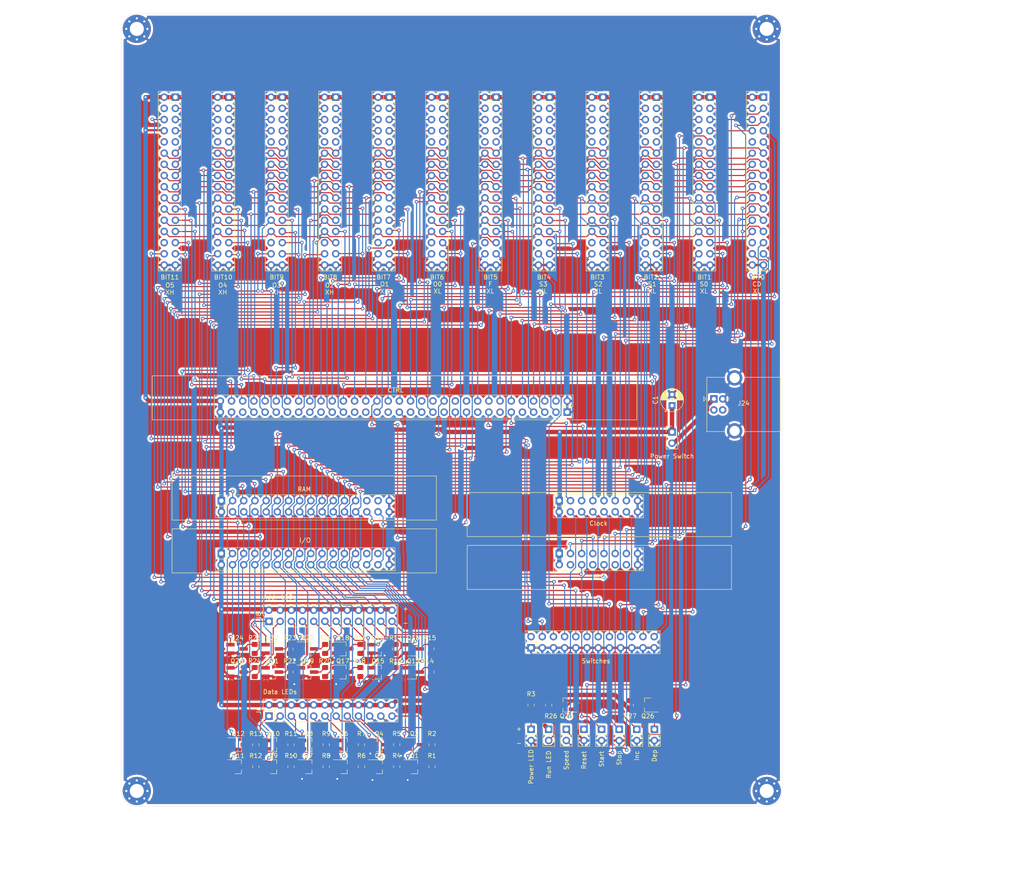
<source format=kicad_pcb>
(kicad_pcb (version 20171130) (host pcbnew "(5.1.6-0-10_14)")
  (layers (0 F.Cu signal) (31 B.Cu signal) (34 B.Paste user) (35 F.Paste user) (36 B.SilkS user) (37 F.SilkS user) (38 B.Mask user) (39 F.Mask user) (44 Edge.Cuts user))
  (net 0 "")
  (net 1 VCC)
  (net 2 RDA_DBUS)
  (net 3 GND)
  (net 4 RDX_ABUS)
  (net 5 RDP_ABUS)
  (net 6 D1_LED)
  (net 7 D0_LED)
  (net 8 "Net-(Q1-Pad3)")
  (net 9 "Net-(Q2-Pad3)")
  (net 10 WRA)
  (net 11 WRX)
  (net 12 DEP)
  (net 13 ~S1)
  (net 14 ~S0)
  (net 15 S1)
  (net 16 S0)
  (net 17 ~S2)
  (net 18 S2)
  (net 19 "Net-(J4-Pad1)")
  (net 20 D2_LED)
  (net 21 D3_LED)
  (net 22 D4_LED)
  (net 23 D5_LED)
  (net 24 D6_LED)
  (net 25 D7_LED)
  (net 26 D8_LED)
  (net 27 D9_LED)
  (net 28 D10_LED)
  (net 29 D11_LED)
  (net 30 A0_LED)
  (net 31 A1_LED)
  (net 32 A2_LED)
  (net 33 A3_LED)
  (net 34 A4_LED)
  (net 35 A5_LED)
  (net 36 A6_LED)
  (net 37 A7_LED)
  (net 38 A8_LED)
  (net 39 A9_LED)
  (net 40 A10_LED)
  (net 41 A11_LED)
  (net 42 "Net-(Q3-Pad3)")
  (net 43 "Net-(Q4-Pad3)")
  (net 44 "Net-(Q5-Pad3)")
  (net 45 "Net-(Q6-Pad3)")
  (net 46 "Net-(Q7-Pad3)")
  (net 47 "Net-(Q8-Pad3)")
  (net 48 "Net-(Q9-Pad3)")
  (net 49 "Net-(Q10-Pad3)")
  (net 50 "Net-(Q11-Pad3)")
  (net 51 "Net-(Q12-Pad3)")
  (net 52 "Net-(Q13-Pad3)")
  (net 53 "Net-(Q14-Pad3)")
  (net 54 "Net-(Q15-Pad3)")
  (net 55 "Net-(Q16-Pad3)")
  (net 56 "Net-(Q17-Pad3)")
  (net 57 "Net-(Q18-Pad3)")
  (net 58 "Net-(Q19-Pad3)")
  (net 59 "Net-(Q20-Pad3)")
  (net 60 "Net-(Q21-Pad3)")
  (net 61 "Net-(Q22-Pad3)")
  (net 62 "Net-(Q23-Pad3)")
  (net 63 "Net-(Q24-Pad3)")
  (net 64 "Net-(J24-Pad1)")
  (net 65 DBUS1)
  (net 66 ABUS1)
  (net 67 /~P1)
  (net 68 /~X1)
  (net 69 /A1)
  (net 70 /A2)
  (net 71 ~SW0)
  (net 72 ABUS0)
  (net 73 DBUS0)
  (net 74 ~CDIV)
  (net 75 XLIN_ZERO)
  (net 76 XLIN_P)
  (net 77 XLIN_SHIFT)
  (net 78 XLIN_DBUS)
  (net 79 ~WRP)
  (net 80 ~RST)
  (net 81 ~SW1)
  (net 82 ~SW2)
  (net 83 ~SW3)
  (net 84 ~SW4)
  (net 85 ~SW5)
  (net 86 ~SW6)
  (net 87 ~SW7)
  (net 88 ~SW8)
  (net 89 ~SW9)
  (net 90 ~SW10)
  (net 91 ~SW11)
  (net 92 "Net-(J11-Pad2)")
  (net 93 XHIN_P)
  (net 94 ~OP5)
  (net 95 XHIN_DBUS)
  (net 96 OP5)
  (net 97 XHIN_ZERO)
  (net 98 ~OP4)
  (net 99 XHIN_SHIFT)
  (net 100 OP4)
  (net 101 ~OP3)
  (net 102 OP3)
  (net 103 ~OP2)
  (net 104 OP2)
  (net 105 ~OP1)
  (net 106 OP1)
  (net 107 DBUS6)
  (net 108 WRO)
  (net 109 ~F)
  (net 110 F)
  (net 111 ~S3)
  (net 112 S3)
  (net 113 WRM)
  (net 114 RDM)
  (net 115 DBUS2)
  (net 116 ABUS2)
  (net 117 "Net-(J15-Pad7)")
  (net 118 "Net-(J15-Pad5)")
  (net 119 "Net-(J15-Pad3)")
  (net 120 "Net-(J16-Pad7)")
  (net 121 "Net-(J16-Pad5)")
  (net 122 "Net-(J16-Pad3)")
  (net 123 "Net-(J17-Pad7)")
  (net 124 "Net-(J17-Pad5)")
  (net 125 "Net-(J17-Pad3)")
  (net 126 "Net-(J18-Pad7)")
  (net 127 "Net-(J18-Pad5)")
  (net 128 "Net-(J18-Pad3)")
  (net 129 "Net-(J19-Pad7)")
  (net 130 "Net-(J19-Pad5)")
  (net 131 "Net-(J19-Pad3)")
  (net 132 "Net-(J20-Pad7)")
  (net 133 "Net-(J20-Pad5)")
  (net 134 "Net-(J20-Pad3)")
  (net 135 ABUS3)
  (net 136 DBUS3)
  (net 137 ABUS4)
  (net 138 DBUS4)
  (net 139 ABUS5)
  (net 140 DBUS5)
  (net 141 ABUS6)
  (net 142 ABUS7)
  (net 143 DBUS7)
  (net 144 ABUS8)
  (net 145 DBUS8)
  (net 146 ABUS9)
  (net 147 DBUS9)
  (net 148 ABUS10)
  (net 149 DBUS10)
  (net 150 ABUS11)
  (net 151 DBUS11)
  (net 152 "Net-(Q25-Pad3)")
  (net 153 /~X2)
  (net 154 /~P2)
  (net 155 /~P0)
  (net 156 /~X3)
  (net 157 /A3)
  (net 158 /~X4)
  (net 159 /A4)
  (net 160 /~P3)
  (net 161 /~X5)
  (net 162 /A5)
  (net 163 /P4)
  (net 164 INCP_CLK)
  (net 165 ~OP0)
  (net 166 OP0)
  (net 167 NEXTF)
  (net 168 ~DEP_SW)
  (net 169 WRF)
  (net 170 SC)
  (net 171 X1)
  (net 172 CDIV)
  (net 173 CLK)
  (net 174 X0)
  (net 175 A0)
  (net 176 ~START_SW)
  (net 177 ~STOP_SW)
  (net 178 ~INCP_SW)
  (net 179 ~ALU_COUT)
  (net 180 INCP_DB)
  (net 181 RUN)
  (net 182 WS)
  (net 183 ALU_OUT)
  (net 184 FAST_IN)
  (net 185 FAST_OUT)
  (net 186 ~X0)
  (module Connector_PinSocket_2.54mm:PinSocket_2x08_P2.54mm_Vertical (layer F.Cu) (at 178.9 153.6 90)
    (fp_text reference J26 hide)
    (fp_text value ALU (at -5.15 9.1 180) (layer F.SilkS))
    (pad 16 thru_hole oval (at -2.54 17.78 90) (size 1.7 1.7) (drill 1) (layers *.Cu *.Mask) (net 3 GND))
    (pad 15 thru_hole oval (at 0 17.78 90) (size 1.7 1.7) (drill 1) (layers *.Cu *.Mask) (net 3 GND))
    (pad 14 thru_hole oval (at -2.54 15.24 90) (size 1.7 1.7) (drill 1) (layers *.Cu *.Mask))
    (pad 13 thru_hole oval (at 0 15.24 90) (size 1.7 1.7) (drill 1) (layers *.Cu *.Mask) (net 175 A0))
    (pad 12 thru_hole oval (at -2.54 12.7 90) (size 1.7 1.7) (drill 1) (layers *.Cu *.Mask))
    (pad 11 thru_hole oval (at 0 12.7 90) (size 1.7 1.7) (drill 1) (layers *.Cu *.Mask) (net 174 X0))
    (pad 10 thru_hole oval (at -2.54 10.16 90) (size 1.7 1.7) (drill 1) (layers *.Cu *.Mask) (net 183 ALU_OUT))
    (pad 9 thru_hole oval (at 0 10.16 90) (size 1.7 1.7) (drill 1) (layers *.Cu *.Mask) (net 171 X1))
    (pad 8 thru_hole oval (at -2.54 7.62 90) (size 1.7 1.7) (drill 1) (layers *.Cu *.Mask))
    (pad 7 thru_hole oval (at 0 7.62 90) (size 1.7 1.7) (drill 1) (layers *.Cu *.Mask) (net 110 F))
    (pad 6 thru_hole oval (at -2.54 5.08 90) (size 1.7 1.7) (drill 1) (layers *.Cu *.Mask) (net 179 ~ALU_COUT))
    (pad 5 thru_hole oval (at 0 5.08 90) (size 1.7 1.7) (drill 1) (layers *.Cu *.Mask) (net 102 OP3))
    (pad 4 thru_hole oval (at -2.54 2.54 90) (size 1.7 1.7) (drill 1) (layers *.Cu *.Mask))
    (pad 3 thru_hole oval (at 0 2.54 90) (size 1.7 1.7) (drill 1) (layers *.Cu *.Mask) (net 100 OP4))
    (pad 2 thru_hole oval (at -2.54 0 90) (size 1.7 1.7) (drill 1) (layers *.Cu *.Mask) (net 1 VCC))
    (pad 1 thru_hole rect (at 0 0 90) (size 1.7 1.7) (drill 1) (layers *.Cu *.Mask) (net 1 VCC))
  )
  (module Connector_PinSocket_2.54mm:PinSocket_2x08_P2.54mm_Vertical (layer F.Cu) (at 178.9 141.6 90)
    (fp_text reference J25 hide)
    (fp_text value Clock (at -5.15 8.9 180) (layer F.SilkS))
    (pad 16 thru_hole oval (at -2.54 17.78 90) (size 1.7 1.7) (drill 1) (layers *.Cu *.Mask) (net 3 GND))
    (pad 15 thru_hole oval (at 0 17.78 90) (size 1.7 1.7) (drill 1) (layers *.Cu *.Mask) (net 3 GND))
    (pad 14 thru_hole oval (at -2.54 15.24 90) (size 1.7 1.7) (drill 1) (layers *.Cu *.Mask) (net 184 FAST_IN))
    (pad 13 thru_hole oval (at 0 15.24 90) (size 1.7 1.7) (drill 1) (layers *.Cu *.Mask) (net 173 CLK))
    (pad 12 thru_hole oval (at -2.54 12.7 90) (size 1.7 1.7) (drill 1) (layers *.Cu *.Mask) (net 185 FAST_OUT))
    (pad 11 thru_hole oval (at 0 12.7 90) (size 1.7 1.7) (drill 1) (layers *.Cu *.Mask) (net 172 CDIV))
    (pad 10 thru_hole oval (at -2.54 10.16 90) (size 1.7 1.7) (drill 1) (layers *.Cu *.Mask) (net 178 ~INCP_SW))
    (pad 9 thru_hole oval (at 0 10.16 90) (size 1.7 1.7) (drill 1) (layers *.Cu *.Mask) (net 74 ~CDIV))
    (pad 8 thru_hole oval (at -2.54 7.62 90) (size 1.7 1.7) (drill 1) (layers *.Cu *.Mask) (net 177 ~STOP_SW))
    (pad 7 thru_hole oval (at 0 7.62 90) (size 1.7 1.7) (drill 1) (layers *.Cu *.Mask) (net 170 SC))
    (pad 6 thru_hole oval (at -2.54 5.08 90) (size 1.7 1.7) (drill 1) (layers *.Cu *.Mask) (net 176 ~START_SW))
    (pad 5 thru_hole oval (at 0 5.08 90) (size 1.7 1.7) (drill 1) (layers *.Cu *.Mask) (net 180 INCP_DB))
    (pad 4 thru_hole oval (at -2.54 2.54 90) (size 1.7 1.7) (drill 1) (layers *.Cu *.Mask) (net 181 RUN))
    (pad 3 thru_hole oval (at 0 2.54 90) (size 1.7 1.7) (drill 1) (layers *.Cu *.Mask) (net 182 WS))
    (pad 2 thru_hole oval (at -2.54 0 90) (size 1.7 1.7) (drill 1) (layers *.Cu *.Mask) (net 1 VCC))
    (pad 1 thru_hole rect (at 0 0 90) (size 1.7 1.7) (drill 1) (layers *.Cu *.Mask) (net 1 VCC))
  )
  (module Connector_PinHeader_2.54mm:PinHeader_1x02_P2.54mm_Vertical (layer F.Cu) (at 200.5 193.5)
    (fp_text reference J30 hide)
    (fp_text value Dep (at 0 6 90) (layer F.SilkS))
    (pad 2 thru_hole oval (at 0 2.54) (size 1.7 1.7) (drill 1) (layers *.Cu *.Mask) (net 3 GND))
    (pad 1 thru_hole rect (at 0 0) (size 1.7 1.7) (drill 1) (layers *.Cu *.Mask) (net 168 ~DEP_SW))
  )
  (module MountingHole:MountingHole_3.2mm_M3_Pad_Via (layer F.Cu) (at 226 207.5)
    (fp_text reference H4 hide)
    (fp_text value MountingHole_Pad hide)
    (pad 1 thru_hole circle (at 1.697056 -1.697056) (size 0.8 0.8) (drill 0.5) (layers *.Cu *.Mask) (net 3 GND))
    (pad 1 thru_hole circle (at 0 -2.4) (size 0.8 0.8) (drill 0.5) (layers *.Cu *.Mask) (net 3 GND))
    (pad 1 thru_hole circle (at -1.697056 -1.697056) (size 0.8 0.8) (drill 0.5) (layers *.Cu *.Mask) (net 3 GND))
    (pad 1 thru_hole circle (at -2.4 0) (size 0.8 0.8) (drill 0.5) (layers *.Cu *.Mask) (net 3 GND))
    (pad 1 thru_hole circle (at -1.697056 1.697056) (size 0.8 0.8) (drill 0.5) (layers *.Cu *.Mask) (net 3 GND))
    (pad 1 thru_hole circle (at 0 2.4) (size 0.8 0.8) (drill 0.5) (layers *.Cu *.Mask) (net 3 GND))
    (pad 1 thru_hole circle (at 1.697056 1.697056) (size 0.8 0.8) (drill 0.5) (layers *.Cu *.Mask) (net 3 GND))
    (pad 1 thru_hole circle (at 2.4 0) (size 0.8 0.8) (drill 0.5) (layers *.Cu *.Mask) (net 3 GND))
    (pad 1 thru_hole circle (at 0 0) (size 6.4 6.4) (drill 3.2) (layers *.Cu *.Mask) (net 3 GND))
  )
  (module MountingHole:MountingHole_3.2mm_M3_Pad_Via (layer F.Cu) (at 226 34.5)
    (fp_text reference H3 hide)
    (fp_text value MountingHole_Pad hide)
    (pad 1 thru_hole circle (at 1.697056 -1.697056) (size 0.8 0.8) (drill 0.5) (layers *.Cu *.Mask) (net 3 GND))
    (pad 1 thru_hole circle (at 0 -2.4) (size 0.8 0.8) (drill 0.5) (layers *.Cu *.Mask) (net 3 GND))
    (pad 1 thru_hole circle (at -1.697056 -1.697056) (size 0.8 0.8) (drill 0.5) (layers *.Cu *.Mask) (net 3 GND))
    (pad 1 thru_hole circle (at -2.4 0) (size 0.8 0.8) (drill 0.5) (layers *.Cu *.Mask) (net 3 GND))
    (pad 1 thru_hole circle (at -1.697056 1.697056) (size 0.8 0.8) (drill 0.5) (layers *.Cu *.Mask) (net 3 GND))
    (pad 1 thru_hole circle (at 0 2.4) (size 0.8 0.8) (drill 0.5) (layers *.Cu *.Mask) (net 3 GND))
    (pad 1 thru_hole circle (at 1.697056 1.697056) (size 0.8 0.8) (drill 0.5) (layers *.Cu *.Mask) (net 3 GND))
    (pad 1 thru_hole circle (at 2.4 0) (size 0.8 0.8) (drill 0.5) (layers *.Cu *.Mask) (net 3 GND))
    (pad 1 thru_hole circle (at 0 0) (size 6.4 6.4) (drill 3.2) (layers *.Cu *.Mask) (net 3 GND))
  )
  (module MountingHole:MountingHole_3.2mm_M3_Pad_Via (layer F.Cu) (at 83 207.5)
    (fp_text reference H2 hide)
    (fp_text value MountingHole_Pad hide)
    (pad 1 thru_hole circle (at 1.697056 -1.697056) (size 0.8 0.8) (drill 0.5) (layers *.Cu *.Mask) (net 3 GND))
    (pad 1 thru_hole circle (at 0 -2.4) (size 0.8 0.8) (drill 0.5) (layers *.Cu *.Mask) (net 3 GND))
    (pad 1 thru_hole circle (at -1.697056 -1.697056) (size 0.8 0.8) (drill 0.5) (layers *.Cu *.Mask) (net 3 GND))
    (pad 1 thru_hole circle (at -2.4 0) (size 0.8 0.8) (drill 0.5) (layers *.Cu *.Mask) (net 3 GND))
    (pad 1 thru_hole circle (at -1.697056 1.697056) (size 0.8 0.8) (drill 0.5) (layers *.Cu *.Mask) (net 3 GND))
    (pad 1 thru_hole circle (at 0 2.4) (size 0.8 0.8) (drill 0.5) (layers *.Cu *.Mask) (net 3 GND))
    (pad 1 thru_hole circle (at 1.697056 1.697056) (size 0.8 0.8) (drill 0.5) (layers *.Cu *.Mask) (net 3 GND))
    (pad 1 thru_hole circle (at 2.4 0) (size 0.8 0.8) (drill 0.5) (layers *.Cu *.Mask) (net 3 GND))
    (pad 1 thru_hole circle (at 0 0) (size 6.4 6.4) (drill 3.2) (layers *.Cu *.Mask) (net 3 GND))
  )
  (module MountingHole:MountingHole_3.2mm_M3_Pad_Via (layer F.Cu) (at 83 34.5)
    (fp_text reference H1 hide)
    (fp_text value MountingHole_Pad hide)
    (pad 1 thru_hole circle (at 1.697056 -1.697056) (size 0.8 0.8) (drill 0.5) (layers *.Cu *.Mask) (net 3 GND))
    (pad 1 thru_hole circle (at 0 -2.4) (size 0.8 0.8) (drill 0.5) (layers *.Cu *.Mask) (net 3 GND))
    (pad 1 thru_hole circle (at -1.697056 -1.697056) (size 0.8 0.8) (drill 0.5) (layers *.Cu *.Mask) (net 3 GND))
    (pad 1 thru_hole circle (at -2.4 0) (size 0.8 0.8) (drill 0.5) (layers *.Cu *.Mask) (net 3 GND))
    (pad 1 thru_hole circle (at -1.697056 1.697056) (size 0.8 0.8) (drill 0.5) (layers *.Cu *.Mask) (net 3 GND))
    (pad 1 thru_hole circle (at 0 2.4) (size 0.8 0.8) (drill 0.5) (layers *.Cu *.Mask) (net 3 GND))
    (pad 1 thru_hole circle (at 1.697056 1.697056) (size 0.8 0.8) (drill 0.5) (layers *.Cu *.Mask) (net 3 GND))
    (pad 1 thru_hole circle (at 2.4 0) (size 0.8 0.8) (drill 0.5) (layers *.Cu *.Mask) (net 3 GND))
    (pad 1 thru_hole circle (at 0 0) (size 6.4 6.4) (drill 3.2) (layers *.Cu *.Mask) (net 3 GND))
  )
  (module Connector_PinHeader_2.54mm:PinHeader_1x02_P2.54mm_Vertical (layer F.Cu) (at 180.5 193.5)
    (fp_text reference J29 hide)
    (fp_text value Speed (at 0 7 90) (layer F.SilkS))
    (pad 2 thru_hole oval (at 0 2.54) (size 1.7 1.7) (drill 1) (layers *.Cu *.Mask) (net 185 FAST_OUT))
    (pad 1 thru_hole rect (at 0 0) (size 1.7 1.7) (drill 1) (layers *.Cu *.Mask) (net 184 FAST_IN))
  )
  (module Resistor_SMD:R_0805_2012Metric_Pad1.15x1.40mm_HandSolder (layer F.Cu) (at 195 188 90)
    (fp_text reference R27 (at -2.5 0 180) (layer F.SilkS))
    (fp_text value R hide)
    (pad 2 smd roundrect (at 1.025 0 90) (size 1.15 1.4) (layers F.Cu F.Paste F.Mask) (roundrect_rratio 0.217391) (net 12 DEP))
    (pad 1 smd roundrect (at -1.025 0 90) (size 1.15 1.4) (layers F.Cu F.Paste F.Mask) (roundrect_rratio 0.217391) (net 1 VCC))
  )
  (module Package_TO_SOT_SMD:SOT-23_Handsoldering (layer F.Cu) (at 199 188 180)
    (fp_text reference Q26 (at 0 -2.5) (layer F.SilkS))
    (fp_text value 2N7002 hide)
    (pad 3 smd rect (at 1.5 0 180) (size 1.9 0.8) (layers F.Cu F.Paste F.Mask) (net 12 DEP))
    (pad 2 smd rect (at -1.5 0.95 180) (size 1.9 0.8) (layers F.Cu F.Paste F.Mask) (net 3 GND))
    (pad 1 smd rect (at -1.5 -0.95 180) (size 1.9 0.8) (layers F.Cu F.Paste F.Mask) (net 168 ~DEP_SW))
  )
  (module Connector_PinSocket_2.54mm:PinSocket_2x16_P2.54mm_Vertical (layer F.Cu) (at 91.75 50)
    (fp_text reference J15 hide)
    (fp_text value BIT11 (at -1.27 40.87) (layer F.SilkS))
    (pad 32 thru_hole oval (at -2.54 38.1) (size 1.7 1.7) (drill 1) (layers *.Cu *.Mask) (net 3 GND))
    (pad 31 thru_hole oval (at 0 38.1) (size 1.7 1.7) (drill 1) (layers *.Cu *.Mask) (net 3 GND))
    (pad 30 thru_hole oval (at -2.54 35.56) (size 1.7 1.7) (drill 1) (layers *.Cu *.Mask) (net 91 ~SW11))
    (pad 29 thru_hole oval (at 0 35.56) (size 1.7 1.7) (drill 1) (layers *.Cu *.Mask) (net 151 DBUS11))
    (pad 28 thru_hole oval (at -2.54 33.02) (size 1.7 1.7) (drill 1) (layers *.Cu *.Mask))
    (pad 27 thru_hole oval (at 0 33.02) (size 1.7 1.7) (drill 1) (layers *.Cu *.Mask) (net 150 ABUS11))
    (pad 26 thru_hole oval (at -2.54 30.48) (size 1.7 1.7) (drill 1) (layers *.Cu *.Mask) (net 11 WRX))
    (pad 25 thru_hole oval (at 0 30.48) (size 1.7 1.7) (drill 1) (layers *.Cu *.Mask) (net 94 ~OP5))
    (pad 24 thru_hole oval (at -2.54 27.94) (size 1.7 1.7) (drill 1) (layers *.Cu *.Mask) (net 97 XHIN_ZERO))
    (pad 23 thru_hole oval (at 0 27.94) (size 1.7 1.7) (drill 1) (layers *.Cu *.Mask) (net 96 OP5))
    (pad 22 thru_hole oval (at -2.54 25.4) (size 1.7 1.7) (drill 1) (layers *.Cu *.Mask) (net 93 XHIN_P))
    (pad 21 thru_hole oval (at 0 25.4) (size 1.7 1.7) (drill 1) (layers *.Cu *.Mask) (net 151 DBUS11))
    (pad 20 thru_hole oval (at -2.54 22.86) (size 1.7 1.7) (drill 1) (layers *.Cu *.Mask) (net 99 XHIN_SHIFT))
    (pad 19 thru_hole oval (at 0 22.86) (size 1.7 1.7) (drill 1) (layers *.Cu *.Mask) (net 108 WRO))
    (pad 18 thru_hole oval (at -2.54 20.32) (size 1.7 1.7) (drill 1) (layers *.Cu *.Mask) (net 95 XHIN_DBUS))
    (pad 17 thru_hole oval (at 0 20.32) (size 1.7 1.7) (drill 1) (layers *.Cu *.Mask) (net 10 WRA))
    (pad 16 thru_hole oval (at -2.54 17.78) (size 1.7 1.7) (drill 1) (layers *.Cu *.Mask) (net 4 RDX_ABUS))
    (pad 15 thru_hole oval (at 0 17.78) (size 1.7 1.7) (drill 1) (layers *.Cu *.Mask) (net 2 RDA_DBUS))
    (pad 14 thru_hole oval (at -2.54 15.24) (size 1.7 1.7) (drill 1) (layers *.Cu *.Mask) (net 5 RDP_ABUS))
    (pad 13 thru_hole oval (at 0 15.24) (size 1.7 1.7) (drill 1) (layers *.Cu *.Mask) (net 12 DEP))
    (pad 12 thru_hole oval (at -2.54 12.7) (size 1.7 1.7) (drill 1) (layers *.Cu *.Mask) (net 79 ~WRP))
    (pad 11 thru_hole oval (at 0 12.7) (size 1.7 1.7) (drill 1) (layers *.Cu *.Mask) (net 80 ~RST))
    (pad 10 thru_hole oval (at -2.54 10.16) (size 1.7 1.7) (drill 1) (layers *.Cu *.Mask))
    (pad 9 thru_hole oval (at 0 10.16) (size 1.7 1.7) (drill 1) (layers *.Cu *.Mask))
    (pad 8 thru_hole oval (at -2.54 7.62) (size 1.7 1.7) (drill 1) (layers *.Cu *.Mask) (net 1 VCC))
    (pad 7 thru_hole oval (at 0 7.62) (size 1.7 1.7) (drill 1) (layers *.Cu *.Mask) (net 117 "Net-(J15-Pad7)"))
    (pad 6 thru_hole oval (at -2.54 5.08) (size 1.7 1.7) (drill 1) (layers *.Cu *.Mask) (net 183 ALU_OUT))
    (pad 5 thru_hole oval (at 0 5.08) (size 1.7 1.7) (drill 1) (layers *.Cu *.Mask) (net 118 "Net-(J15-Pad5)"))
    (pad 4 thru_hole oval (at -2.54 2.54) (size 1.7 1.7) (drill 1) (layers *.Cu *.Mask))
    (pad 3 thru_hole oval (at 0 2.54) (size 1.7 1.7) (drill 1) (layers *.Cu *.Mask) (net 119 "Net-(J15-Pad3)"))
    (pad 2 thru_hole oval (at -2.54 0) (size 1.7 1.7) (drill 1) (layers *.Cu *.Mask) (net 1 VCC))
    (pad 1 thru_hole rect (at 0 0) (size 1.7 1.7) (drill 1) (layers *.Cu *.Mask) (net 1 VCC))
  )
  (module Connector_PinSocket_2.54mm:PinSocket_2x16_P2.54mm_Vertical (layer F.Cu) (at 102.18 153.6 90)
    (fp_text reference J28 hide)
    (fp_text value I/O (at 3 19 180) (layer F.SilkS))
    (pad 32 thru_hole oval (at -2.54 38.1 90) (size 1.7 1.7) (drill 1) (layers *.Cu *.Mask) (net 3 GND))
    (pad 31 thru_hole oval (at 0 38.1 90) (size 1.7 1.7) (drill 1) (layers *.Cu *.Mask) (net 3 GND))
    (pad 30 thru_hole oval (at -2.54 35.56 90) (size 1.7 1.7) (drill 1) (layers *.Cu *.Mask) (net 114 RDM))
    (pad 29 thru_hole oval (at 0 35.56 90) (size 1.7 1.7) (drill 1) (layers *.Cu *.Mask))
    (pad 28 thru_hole oval (at -2.54 33.02 90) (size 1.7 1.7) (drill 1) (layers *.Cu *.Mask) (net 113 WRM))
    (pad 27 thru_hole oval (at 0 33.02 90) (size 1.7 1.7) (drill 1) (layers *.Cu *.Mask))
    (pad 26 thru_hole oval (at -2.54 30.48 90) (size 1.7 1.7) (drill 1) (layers *.Cu *.Mask) (net 72 ABUS0))
    (pad 25 thru_hole oval (at 0 30.48 90) (size 1.7 1.7) (drill 1) (layers *.Cu *.Mask) (net 73 DBUS0))
    (pad 24 thru_hole oval (at -2.54 27.94 90) (size 1.7 1.7) (drill 1) (layers *.Cu *.Mask) (net 66 ABUS1))
    (pad 23 thru_hole oval (at 0 27.94 90) (size 1.7 1.7) (drill 1) (layers *.Cu *.Mask) (net 65 DBUS1))
    (pad 22 thru_hole oval (at -2.54 25.4 90) (size 1.7 1.7) (drill 1) (layers *.Cu *.Mask) (net 116 ABUS2))
    (pad 21 thru_hole oval (at 0 25.4 90) (size 1.7 1.7) (drill 1) (layers *.Cu *.Mask) (net 115 DBUS2))
    (pad 20 thru_hole oval (at -2.54 22.86 90) (size 1.7 1.7) (drill 1) (layers *.Cu *.Mask) (net 135 ABUS3))
    (pad 19 thru_hole oval (at 0 22.86 90) (size 1.7 1.7) (drill 1) (layers *.Cu *.Mask) (net 136 DBUS3))
    (pad 18 thru_hole oval (at -2.54 20.32 90) (size 1.7 1.7) (drill 1) (layers *.Cu *.Mask) (net 137 ABUS4))
    (pad 17 thru_hole oval (at 0 20.32 90) (size 1.7 1.7) (drill 1) (layers *.Cu *.Mask) (net 138 DBUS4))
    (pad 16 thru_hole oval (at -2.54 17.78 90) (size 1.7 1.7) (drill 1) (layers *.Cu *.Mask) (net 139 ABUS5))
    (pad 15 thru_hole oval (at 0 17.78 90) (size 1.7 1.7) (drill 1) (layers *.Cu *.Mask) (net 140 DBUS5))
    (pad 14 thru_hole oval (at -2.54 15.24 90) (size 1.7 1.7) (drill 1) (layers *.Cu *.Mask) (net 141 ABUS6))
    (pad 13 thru_hole oval (at 0 15.24 90) (size 1.7 1.7) (drill 1) (layers *.Cu *.Mask) (net 107 DBUS6))
    (pad 12 thru_hole oval (at -2.54 12.7 90) (size 1.7 1.7) (drill 1) (layers *.Cu *.Mask) (net 142 ABUS7))
    (pad 11 thru_hole oval (at 0 12.7 90) (size 1.7 1.7) (drill 1) (layers *.Cu *.Mask) (net 143 DBUS7))
    (pad 10 thru_hole oval (at -2.54 10.16 90) (size 1.7 1.7) (drill 1) (layers *.Cu *.Mask) (net 144 ABUS8))
    (pad 9 thru_hole oval (at 0 10.16 90) (size 1.7 1.7) (drill 1) (layers *.Cu *.Mask) (net 145 DBUS8))
    (pad 8 thru_hole oval (at -2.54 7.62 90) (size 1.7 1.7) (drill 1) (layers *.Cu *.Mask) (net 146 ABUS9))
    (pad 7 thru_hole oval (at 0 7.62 90) (size 1.7 1.7) (drill 1) (layers *.Cu *.Mask) (net 147 DBUS9))
    (pad 6 thru_hole oval (at -2.54 5.08 90) (size 1.7 1.7) (drill 1) (layers *.Cu *.Mask) (net 148 ABUS10))
    (pad 5 thru_hole oval (at 0 5.08 90) (size 1.7 1.7) (drill 1) (layers *.Cu *.Mask) (net 149 DBUS10))
    (pad 4 thru_hole oval (at -2.54 2.54 90) (size 1.7 1.7) (drill 1) (layers *.Cu *.Mask) (net 150 ABUS11))
    (pad 3 thru_hole oval (at 0 2.54 90) (size 1.7 1.7) (drill 1) (layers *.Cu *.Mask) (net 151 DBUS11))
    (pad 2 thru_hole oval (at -2.54 0 90) (size 1.7 1.7) (drill 1) (layers *.Cu *.Mask) (net 1 VCC))
    (pad 1 thru_hole rect (at 0 0 90) (size 1.7 1.7) (drill 1) (layers *.Cu *.Mask) (net 1 VCC))
  )
  (module Connector_PinSocket_2.54mm:PinSocket_2x16_P2.54mm_Vertical (layer F.Cu) (at 102.2 141.6 90)
    (fp_text reference J27 hide)
    (fp_text value RAM (at 2.6 18.8 180) (layer F.SilkS))
    (pad 32 thru_hole oval (at -2.54 38.1 90) (size 1.7 1.7) (drill 1) (layers *.Cu *.Mask) (net 3 GND))
    (pad 31 thru_hole oval (at 0 38.1 90) (size 1.7 1.7) (drill 1) (layers *.Cu *.Mask) (net 3 GND))
    (pad 30 thru_hole oval (at -2.54 35.56 90) (size 1.7 1.7) (drill 1) (layers *.Cu *.Mask) (net 114 RDM))
    (pad 29 thru_hole oval (at 0 35.56 90) (size 1.7 1.7) (drill 1) (layers *.Cu *.Mask))
    (pad 28 thru_hole oval (at -2.54 33.02 90) (size 1.7 1.7) (drill 1) (layers *.Cu *.Mask) (net 113 WRM))
    (pad 27 thru_hole oval (at 0 33.02 90) (size 1.7 1.7) (drill 1) (layers *.Cu *.Mask))
    (pad 26 thru_hole oval (at -2.54 30.48 90) (size 1.7 1.7) (drill 1) (layers *.Cu *.Mask) (net 72 ABUS0))
    (pad 25 thru_hole oval (at 0 30.48 90) (size 1.7 1.7) (drill 1) (layers *.Cu *.Mask) (net 73 DBUS0))
    (pad 24 thru_hole oval (at -2.54 27.94 90) (size 1.7 1.7) (drill 1) (layers *.Cu *.Mask) (net 66 ABUS1))
    (pad 23 thru_hole oval (at 0 27.94 90) (size 1.7 1.7) (drill 1) (layers *.Cu *.Mask) (net 65 DBUS1))
    (pad 22 thru_hole oval (at -2.54 25.4 90) (size 1.7 1.7) (drill 1) (layers *.Cu *.Mask) (net 116 ABUS2))
    (pad 21 thru_hole oval (at 0 25.4 90) (size 1.7 1.7) (drill 1) (layers *.Cu *.Mask) (net 115 DBUS2))
    (pad 20 thru_hole oval (at -2.54 22.86 90) (size 1.7 1.7) (drill 1) (layers *.Cu *.Mask) (net 135 ABUS3))
    (pad 19 thru_hole oval (at 0 22.86 90) (size 1.7 1.7) (drill 1) (layers *.Cu *.Mask) (net 136 DBUS3))
    (pad 18 thru_hole oval (at -2.54 20.32 90) (size 1.7 1.7) (drill 1) (layers *.Cu *.Mask) (net 137 ABUS4))
    (pad 17 thru_hole oval (at 0 20.32 90) (size 1.7 1.7) (drill 1) (layers *.Cu *.Mask) (net 138 DBUS4))
    (pad 16 thru_hole oval (at -2.54 17.78 90) (size 1.7 1.7) (drill 1) (layers *.Cu *.Mask) (net 139 ABUS5))
    (pad 15 thru_hole oval (at 0 17.78 90) (size 1.7 1.7) (drill 1) (layers *.Cu *.Mask) (net 140 DBUS5))
    (pad 14 thru_hole oval (at -2.54 15.24 90) (size 1.7 1.7) (drill 1) (layers *.Cu *.Mask) (net 141 ABUS6))
    (pad 13 thru_hole oval (at 0 15.24 90) (size 1.7 1.7) (drill 1) (layers *.Cu *.Mask) (net 107 DBUS6))
    (pad 12 thru_hole oval (at -2.54 12.7 90) (size 1.7 1.7) (drill 1) (layers *.Cu *.Mask) (net 142 ABUS7))
    (pad 11 thru_hole oval (at 0 12.7 90) (size 1.7 1.7) (drill 1) (layers *.Cu *.Mask) (net 143 DBUS7))
    (pad 10 thru_hole oval (at -2.54 10.16 90) (size 1.7 1.7) (drill 1) (layers *.Cu *.Mask) (net 144 ABUS8))
    (pad 9 thru_hole oval (at 0 10.16 90) (size 1.7 1.7) (drill 1) (layers *.Cu *.Mask) (net 145 DBUS8))
    (pad 8 thru_hole oval (at -2.54 7.62 90) (size 1.7 1.7) (drill 1) (layers *.Cu *.Mask) (net 146 ABUS9))
    (pad 7 thru_hole oval (at 0 7.62 90) (size 1.7 1.7) (drill 1) (layers *.Cu *.Mask) (net 147 DBUS9))
    (pad 6 thru_hole oval (at -2.54 5.08 90) (size 1.7 1.7) (drill 1) (layers *.Cu *.Mask) (net 148 ABUS10))
    (pad 5 thru_hole oval (at 0 5.08 90) (size 1.7 1.7) (drill 1) (layers *.Cu *.Mask) (net 149 DBUS10))
    (pad 4 thru_hole oval (at -2.54 2.54 90) (size 1.7 1.7) (drill 1) (layers *.Cu *.Mask) (net 150 ABUS11))
    (pad 3 thru_hole oval (at 0 2.54 90) (size 1.7 1.7) (drill 1) (layers *.Cu *.Mask) (net 151 DBUS11))
    (pad 2 thru_hole oval (at -2.54 0 90) (size 1.7 1.7) (drill 1) (layers *.Cu *.Mask) (net 1 VCC))
    (pad 1 thru_hole rect (at 0 0 90) (size 1.7 1.7) (drill 1) (layers *.Cu *.Mask) (net 1 VCC))
  )
  (module Connector_PinSocket_2.54mm:PinSocket_2x16_P2.54mm_Vertical (layer F.Cu) (at 188.840904 50)
    (fp_text reference J23 hide)
    (fp_text value BIT3 (at -1.27 40.87) (layer F.SilkS))
    (pad 32 thru_hole oval (at -2.54 38.1) (size 1.7 1.7) (drill 1) (layers *.Cu *.Mask) (net 3 GND))
    (pad 31 thru_hole oval (at 0 38.1) (size 1.7 1.7) (drill 1) (layers *.Cu *.Mask) (net 3 GND))
    (pad 30 thru_hole oval (at -2.54 35.56) (size 1.7 1.7) (drill 1) (layers *.Cu *.Mask) (net 83 ~SW3))
    (pad 29 thru_hole oval (at 0 35.56) (size 1.7 1.7) (drill 1) (layers *.Cu *.Mask) (net 136 DBUS3))
    (pad 28 thru_hole oval (at -2.54 33.02) (size 1.7 1.7) (drill 1) (layers *.Cu *.Mask))
    (pad 27 thru_hole oval (at 0 33.02) (size 1.7 1.7) (drill 1) (layers *.Cu *.Mask) (net 135 ABUS3))
    (pad 26 thru_hole oval (at -2.54 30.48) (size 1.7 1.7) (drill 1) (layers *.Cu *.Mask) (net 11 WRX))
    (pad 25 thru_hole oval (at 0 30.48) (size 1.7 1.7) (drill 1) (layers *.Cu *.Mask) (net 17 ~S2))
    (pad 24 thru_hole oval (at -2.54 27.94) (size 1.7 1.7) (drill 1) (layers *.Cu *.Mask) (net 75 XLIN_ZERO))
    (pad 23 thru_hole oval (at 0 27.94) (size 1.7 1.7) (drill 1) (layers *.Cu *.Mask) (net 18 S2))
    (pad 22 thru_hole oval (at -2.54 25.4) (size 1.7 1.7) (drill 1) (layers *.Cu *.Mask) (net 76 XLIN_P))
    (pad 21 thru_hole oval (at 0 25.4) (size 1.7 1.7) (drill 1) (layers *.Cu *.Mask) (net 17 ~S2))
    (pad 20 thru_hole oval (at -2.54 22.86) (size 1.7 1.7) (drill 1) (layers *.Cu *.Mask) (net 77 XLIN_SHIFT))
    (pad 19 thru_hole oval (at 0 22.86) (size 1.7 1.7) (drill 1) (layers *.Cu *.Mask) (net 13 ~S1))
    (pad 18 thru_hole oval (at -2.54 20.32) (size 1.7 1.7) (drill 1) (layers *.Cu *.Mask) (net 78 XLIN_DBUS))
    (pad 17 thru_hole oval (at 0 20.32) (size 1.7 1.7) (drill 1) (layers *.Cu *.Mask) (net 10 WRA))
    (pad 16 thru_hole oval (at -2.54 17.78) (size 1.7 1.7) (drill 1) (layers *.Cu *.Mask) (net 4 RDX_ABUS))
    (pad 15 thru_hole oval (at 0 17.78) (size 1.7 1.7) (drill 1) (layers *.Cu *.Mask) (net 2 RDA_DBUS))
    (pad 14 thru_hole oval (at -2.54 15.24) (size 1.7 1.7) (drill 1) (layers *.Cu *.Mask) (net 5 RDP_ABUS))
    (pad 13 thru_hole oval (at 0 15.24) (size 1.7 1.7) (drill 1) (layers *.Cu *.Mask) (net 12 DEP))
    (pad 12 thru_hole oval (at -2.54 12.7) (size 1.7 1.7) (drill 1) (layers *.Cu *.Mask) (net 79 ~WRP))
    (pad 11 thru_hole oval (at 0 12.7) (size 1.7 1.7) (drill 1) (layers *.Cu *.Mask) (net 80 ~RST))
    (pad 10 thru_hole oval (at -2.54 10.16) (size 1.7 1.7) (drill 1) (layers *.Cu *.Mask))
    (pad 9 thru_hole oval (at 0 10.16) (size 1.7 1.7) (drill 1) (layers *.Cu *.Mask))
    (pad 8 thru_hole oval (at -2.54 7.62) (size 1.7 1.7) (drill 1) (layers *.Cu *.Mask) (net 158 /~X4))
    (pad 7 thru_hole oval (at 0 7.62) (size 1.7 1.7) (drill 1) (layers *.Cu *.Mask) (net 156 /~X3))
    (pad 6 thru_hole oval (at -2.54 5.08) (size 1.7 1.7) (drill 1) (layers *.Cu *.Mask) (net 159 /A4))
    (pad 5 thru_hole oval (at 0 5.08) (size 1.7 1.7) (drill 1) (layers *.Cu *.Mask) (net 157 /A3))
    (pad 4 thru_hole oval (at -2.54 2.54) (size 1.7 1.7) (drill 1) (layers *.Cu *.Mask) (net 160 /~P3))
    (pad 3 thru_hole oval (at 0 2.54) (size 1.7 1.7) (drill 1) (layers *.Cu *.Mask) (net 154 /~P2))
    (pad 2 thru_hole oval (at -2.54 0) (size 1.7 1.7) (drill 1) (layers *.Cu *.Mask) (net 1 VCC))
    (pad 1 thru_hole rect (at 0 0) (size 1.7 1.7) (drill 1) (layers *.Cu *.Mask) (net 1 VCC))
  )
  (module Connector_PinSocket_2.54mm:PinSocket_2x16_P2.54mm_Vertical (layer F.Cu) (at 176.704541 50)
    (fp_text reference J22 hide)
    (fp_text value BIT4 (at -1.27 40.87) (layer F.SilkS))
    (pad 32 thru_hole oval (at -2.54 38.1) (size 1.7 1.7) (drill 1) (layers *.Cu *.Mask) (net 3 GND))
    (pad 31 thru_hole oval (at 0 38.1) (size 1.7 1.7) (drill 1) (layers *.Cu *.Mask) (net 3 GND))
    (pad 30 thru_hole oval (at -2.54 35.56) (size 1.7 1.7) (drill 1) (layers *.Cu *.Mask) (net 84 ~SW4))
    (pad 29 thru_hole oval (at 0 35.56) (size 1.7 1.7) (drill 1) (layers *.Cu *.Mask) (net 138 DBUS4))
    (pad 28 thru_hole oval (at -2.54 33.02) (size 1.7 1.7) (drill 1) (layers *.Cu *.Mask))
    (pad 27 thru_hole oval (at 0 33.02) (size 1.7 1.7) (drill 1) (layers *.Cu *.Mask) (net 137 ABUS4))
    (pad 26 thru_hole oval (at -2.54 30.48) (size 1.7 1.7) (drill 1) (layers *.Cu *.Mask) (net 11 WRX))
    (pad 25 thru_hole oval (at 0 30.48) (size 1.7 1.7) (drill 1) (layers *.Cu *.Mask) (net 111 ~S3))
    (pad 24 thru_hole oval (at -2.54 27.94) (size 1.7 1.7) (drill 1) (layers *.Cu *.Mask) (net 75 XLIN_ZERO))
    (pad 23 thru_hole oval (at 0 27.94) (size 1.7 1.7) (drill 1) (layers *.Cu *.Mask) (net 112 S3))
    (pad 22 thru_hole oval (at -2.54 25.4) (size 1.7 1.7) (drill 1) (layers *.Cu *.Mask) (net 76 XLIN_P))
    (pad 21 thru_hole oval (at 0 25.4) (size 1.7 1.7) (drill 1) (layers *.Cu *.Mask) (net 111 ~S3))
    (pad 20 thru_hole oval (at -2.54 22.86) (size 1.7 1.7) (drill 1) (layers *.Cu *.Mask) (net 77 XLIN_SHIFT))
    (pad 19 thru_hole oval (at 0 22.86) (size 1.7 1.7) (drill 1) (layers *.Cu *.Mask) (net 17 ~S2))
    (pad 18 thru_hole oval (at -2.54 20.32) (size 1.7 1.7) (drill 1) (layers *.Cu *.Mask) (net 78 XLIN_DBUS))
    (pad 17 thru_hole oval (at 0 20.32) (size 1.7 1.7) (drill 1) (layers *.Cu *.Mask) (net 10 WRA))
    (pad 16 thru_hole oval (at -2.54 17.78) (size 1.7 1.7) (drill 1) (layers *.Cu *.Mask) (net 4 RDX_ABUS))
    (pad 15 thru_hole oval (at 0 17.78) (size 1.7 1.7) (drill 1) (layers *.Cu *.Mask) (net 2 RDA_DBUS))
    (pad 14 thru_hole oval (at -2.54 15.24) (size 1.7 1.7) (drill 1) (layers *.Cu *.Mask) (net 5 RDP_ABUS))
    (pad 13 thru_hole oval (at 0 15.24) (size 1.7 1.7) (drill 1) (layers *.Cu *.Mask) (net 12 DEP))
    (pad 12 thru_hole oval (at -2.54 12.7) (size 1.7 1.7) (drill 1) (layers *.Cu *.Mask) (net 79 ~WRP))
    (pad 11 thru_hole oval (at 0 12.7) (size 1.7 1.7) (drill 1) (layers *.Cu *.Mask) (net 80 ~RST))
    (pad 10 thru_hole oval (at -2.54 10.16) (size 1.7 1.7) (drill 1) (layers *.Cu *.Mask))
    (pad 9 thru_hole oval (at 0 10.16) (size 1.7 1.7) (drill 1) (layers *.Cu *.Mask))
    (pad 8 thru_hole oval (at -2.54 7.62) (size 1.7 1.7) (drill 1) (layers *.Cu *.Mask) (net 161 /~X5))
    (pad 7 thru_hole oval (at 0 7.62) (size 1.7 1.7) (drill 1) (layers *.Cu *.Mask) (net 158 /~X4))
    (pad 6 thru_hole oval (at -2.54 5.08) (size 1.7 1.7) (drill 1) (layers *.Cu *.Mask) (net 162 /A5))
    (pad 5 thru_hole oval (at 0 5.08) (size 1.7 1.7) (drill 1) (layers *.Cu *.Mask) (net 159 /A4))
    (pad 4 thru_hole oval (at -2.54 2.54) (size 1.7 1.7) (drill 1) (layers *.Cu *.Mask) (net 163 /P4))
    (pad 3 thru_hole oval (at 0 2.54) (size 1.7 1.7) (drill 1) (layers *.Cu *.Mask) (net 160 /~P3))
    (pad 2 thru_hole oval (at -2.54 0) (size 1.7 1.7) (drill 1) (layers *.Cu *.Mask) (net 1 VCC))
    (pad 1 thru_hole rect (at 0 0) (size 1.7 1.7) (drill 1) (layers *.Cu *.Mask) (net 1 VCC))
  )
  (module Connector_PinSocket_2.54mm:PinSocket_2x16_P2.54mm_Vertical (layer F.Cu) (at 164.568178 50)
    (fp_text reference J21 hide)
    (fp_text value BIT5 (at -1.27 40.87) (layer F.SilkS))
    (pad 32 thru_hole oval (at -2.54 38.1) (size 1.7 1.7) (drill 1) (layers *.Cu *.Mask) (net 3 GND))
    (pad 31 thru_hole oval (at 0 38.1) (size 1.7 1.7) (drill 1) (layers *.Cu *.Mask) (net 3 GND))
    (pad 30 thru_hole oval (at -2.54 35.56) (size 1.7 1.7) (drill 1) (layers *.Cu *.Mask) (net 85 ~SW5))
    (pad 29 thru_hole oval (at 0 35.56) (size 1.7 1.7) (drill 1) (layers *.Cu *.Mask) (net 140 DBUS5))
    (pad 28 thru_hole oval (at -2.54 33.02) (size 1.7 1.7) (drill 1) (layers *.Cu *.Mask))
    (pad 27 thru_hole oval (at 0 33.02) (size 1.7 1.7) (drill 1) (layers *.Cu *.Mask) (net 139 ABUS5))
    (pad 26 thru_hole oval (at -2.54 30.48) (size 1.7 1.7) (drill 1) (layers *.Cu *.Mask) (net 11 WRX))
    (pad 25 thru_hole oval (at 0 30.48) (size 1.7 1.7) (drill 1) (layers *.Cu *.Mask) (net 109 ~F))
    (pad 24 thru_hole oval (at -2.54 27.94) (size 1.7 1.7) (drill 1) (layers *.Cu *.Mask) (net 75 XLIN_ZERO))
    (pad 23 thru_hole oval (at 0 27.94) (size 1.7 1.7) (drill 1) (layers *.Cu *.Mask) (net 110 F))
    (pad 22 thru_hole oval (at -2.54 25.4) (size 1.7 1.7) (drill 1) (layers *.Cu *.Mask) (net 76 XLIN_P))
    (pad 21 thru_hole oval (at 0 25.4) (size 1.7 1.7) (drill 1) (layers *.Cu *.Mask) (net 167 NEXTF))
    (pad 20 thru_hole oval (at -2.54 22.86) (size 1.7 1.7) (drill 1) (layers *.Cu *.Mask) (net 77 XLIN_SHIFT))
    (pad 19 thru_hole oval (at 0 22.86) (size 1.7 1.7) (drill 1) (layers *.Cu *.Mask) (net 169 WRF))
    (pad 18 thru_hole oval (at -2.54 20.32) (size 1.7 1.7) (drill 1) (layers *.Cu *.Mask) (net 78 XLIN_DBUS))
    (pad 17 thru_hole oval (at 0 20.32) (size 1.7 1.7) (drill 1) (layers *.Cu *.Mask) (net 10 WRA))
    (pad 16 thru_hole oval (at -2.54 17.78) (size 1.7 1.7) (drill 1) (layers *.Cu *.Mask) (net 4 RDX_ABUS))
    (pad 15 thru_hole oval (at 0 17.78) (size 1.7 1.7) (drill 1) (layers *.Cu *.Mask) (net 2 RDA_DBUS))
    (pad 14 thru_hole oval (at -2.54 15.24) (size 1.7 1.7) (drill 1) (layers *.Cu *.Mask) (net 5 RDP_ABUS))
    (pad 13 thru_hole oval (at 0 15.24) (size 1.7 1.7) (drill 1) (layers *.Cu *.Mask) (net 12 DEP))
    (pad 12 thru_hole oval (at -2.54 12.7) (size 1.7 1.7) (drill 1) (layers *.Cu *.Mask) (net 79 ~WRP))
    (pad 11 thru_hole oval (at 0 12.7) (size 1.7 1.7) (drill 1) (layers *.Cu *.Mask) (net 80 ~RST))
    (pad 10 thru_hole oval (at -2.54 10.16) (size 1.7 1.7) (drill 1) (layers *.Cu *.Mask))
    (pad 9 thru_hole oval (at 0 10.16) (size 1.7 1.7) (drill 1) (layers *.Cu *.Mask))
    (pad 8 thru_hole oval (at -2.54 7.62) (size 1.7 1.7) (drill 1) (layers *.Cu *.Mask) (net 132 "Net-(J20-Pad7)"))
    (pad 7 thru_hole oval (at 0 7.62) (size 1.7 1.7) (drill 1) (layers *.Cu *.Mask) (net 161 /~X5))
    (pad 6 thru_hole oval (at -2.54 5.08) (size 1.7 1.7) (drill 1) (layers *.Cu *.Mask) (net 133 "Net-(J20-Pad5)"))
    (pad 5 thru_hole oval (at 0 5.08) (size 1.7 1.7) (drill 1) (layers *.Cu *.Mask) (net 162 /A5))
    (pad 4 thru_hole oval (at -2.54 2.54) (size 1.7 1.7) (drill 1) (layers *.Cu *.Mask) (net 134 "Net-(J20-Pad3)"))
    (pad 3 thru_hole oval (at 0 2.54) (size 1.7 1.7) (drill 1) (layers *.Cu *.Mask) (net 163 /P4))
    (pad 2 thru_hole oval (at -2.54 0) (size 1.7 1.7) (drill 1) (layers *.Cu *.Mask) (net 1 VCC))
    (pad 1 thru_hole rect (at 0 0) (size 1.7 1.7) (drill 1) (layers *.Cu *.Mask) (net 1 VCC))
  )
  (module Connector_PinSocket_2.54mm:PinSocket_2x16_P2.54mm_Vertical (layer F.Cu) (at 152.431815 50)
    (fp_text reference J20 hide)
    (fp_text value BIT6 (at -1.27 40.87) (layer F.SilkS))
    (pad 32 thru_hole oval (at -2.54 38.1) (size 1.7 1.7) (drill 1) (layers *.Cu *.Mask) (net 3 GND))
    (pad 31 thru_hole oval (at 0 38.1) (size 1.7 1.7) (drill 1) (layers *.Cu *.Mask) (net 3 GND))
    (pad 30 thru_hole oval (at -2.54 35.56) (size 1.7 1.7) (drill 1) (layers *.Cu *.Mask) (net 86 ~SW6))
    (pad 29 thru_hole oval (at 0 35.56) (size 1.7 1.7) (drill 1) (layers *.Cu *.Mask) (net 107 DBUS6))
    (pad 28 thru_hole oval (at -2.54 33.02) (size 1.7 1.7) (drill 1) (layers *.Cu *.Mask))
    (pad 27 thru_hole oval (at 0 33.02) (size 1.7 1.7) (drill 1) (layers *.Cu *.Mask) (net 141 ABUS6))
    (pad 26 thru_hole oval (at -2.54 30.48) (size 1.7 1.7) (drill 1) (layers *.Cu *.Mask) (net 11 WRX))
    (pad 25 thru_hole oval (at 0 30.48) (size 1.7 1.7) (drill 1) (layers *.Cu *.Mask) (net 165 ~OP0))
    (pad 24 thru_hole oval (at -2.54 27.94) (size 1.7 1.7) (drill 1) (layers *.Cu *.Mask) (net 75 XLIN_ZERO))
    (pad 23 thru_hole oval (at 0 27.94) (size 1.7 1.7) (drill 1) (layers *.Cu *.Mask) (net 166 OP0))
    (pad 22 thru_hole oval (at -2.54 25.4) (size 1.7 1.7) (drill 1) (layers *.Cu *.Mask) (net 76 XLIN_P))
    (pad 21 thru_hole oval (at 0 25.4) (size 1.7 1.7) (drill 1) (layers *.Cu *.Mask) (net 107 DBUS6))
    (pad 20 thru_hole oval (at -2.54 22.86) (size 1.7 1.7) (drill 1) (layers *.Cu *.Mask) (net 77 XLIN_SHIFT))
    (pad 19 thru_hole oval (at 0 22.86) (size 1.7 1.7) (drill 1) (layers *.Cu *.Mask) (net 108 WRO))
    (pad 18 thru_hole oval (at -2.54 20.32) (size 1.7 1.7) (drill 1) (layers *.Cu *.Mask) (net 78 XLIN_DBUS))
    (pad 17 thru_hole oval (at 0 20.32) (size 1.7 1.7) (drill 1) (layers *.Cu *.Mask) (net 10 WRA))
    (pad 16 thru_hole oval (at -2.54 17.78) (size 1.7 1.7) (drill 1) (layers *.Cu *.Mask) (net 4 RDX_ABUS))
    (pad 15 thru_hole oval (at 0 17.78) (size 1.7 1.7) (drill 1) (layers *.Cu *.Mask) (net 2 RDA_DBUS))
    (pad 14 thru_hole oval (at -2.54 15.24) (size 1.7 1.7) (drill 1) (layers *.Cu *.Mask) (net 5 RDP_ABUS))
    (pad 13 thru_hole oval (at 0 15.24) (size 1.7 1.7) (drill 1) (layers *.Cu *.Mask) (net 12 DEP))
    (pad 12 thru_hole oval (at -2.54 12.7) (size 1.7 1.7) (drill 1) (layers *.Cu *.Mask) (net 79 ~WRP))
    (pad 11 thru_hole oval (at 0 12.7) (size 1.7 1.7) (drill 1) (layers *.Cu *.Mask) (net 80 ~RST))
    (pad 10 thru_hole oval (at -2.54 10.16) (size 1.7 1.7) (drill 1) (layers *.Cu *.Mask))
    (pad 9 thru_hole oval (at 0 10.16) (size 1.7 1.7) (drill 1) (layers *.Cu *.Mask))
    (pad 8 thru_hole oval (at -2.54 7.62) (size 1.7 1.7) (drill 1) (layers *.Cu *.Mask) (net 129 "Net-(J19-Pad7)"))
    (pad 7 thru_hole oval (at 0 7.62) (size 1.7 1.7) (drill 1) (layers *.Cu *.Mask) (net 132 "Net-(J20-Pad7)"))
    (pad 6 thru_hole oval (at -2.54 5.08) (size 1.7 1.7) (drill 1) (layers *.Cu *.Mask) (net 130 "Net-(J19-Pad5)"))
    (pad 5 thru_hole oval (at 0 5.08) (size 1.7 1.7) (drill 1) (layers *.Cu *.Mask) (net 133 "Net-(J20-Pad5)"))
    (pad 4 thru_hole oval (at -2.54 2.54) (size 1.7 1.7) (drill 1) (layers *.Cu *.Mask) (net 131 "Net-(J19-Pad3)"))
    (pad 3 thru_hole oval (at 0 2.54) (size 1.7 1.7) (drill 1) (layers *.Cu *.Mask) (net 134 "Net-(J20-Pad3)"))
    (pad 2 thru_hole oval (at -2.54 0) (size 1.7 1.7) (drill 1) (layers *.Cu *.Mask) (net 1 VCC))
    (pad 1 thru_hole rect (at 0 0) (size 1.7 1.7) (drill 1) (layers *.Cu *.Mask) (net 1 VCC))
  )
  (module Connector_PinSocket_2.54mm:PinSocket_2x16_P2.54mm_Vertical (layer F.Cu) (at 140.295452 50)
    (fp_text reference J19 hide)
    (fp_text value BIT7 (at -1.27 40.87) (layer F.SilkS))
    (pad 32 thru_hole oval (at -2.54 38.1) (size 1.7 1.7) (drill 1) (layers *.Cu *.Mask) (net 3 GND))
    (pad 31 thru_hole oval (at 0 38.1) (size 1.7 1.7) (drill 1) (layers *.Cu *.Mask) (net 3 GND))
    (pad 30 thru_hole oval (at -2.54 35.56) (size 1.7 1.7) (drill 1) (layers *.Cu *.Mask) (net 87 ~SW7))
    (pad 29 thru_hole oval (at 0 35.56) (size 1.7 1.7) (drill 1) (layers *.Cu *.Mask) (net 143 DBUS7))
    (pad 28 thru_hole oval (at -2.54 33.02) (size 1.7 1.7) (drill 1) (layers *.Cu *.Mask))
    (pad 27 thru_hole oval (at 0 33.02) (size 1.7 1.7) (drill 1) (layers *.Cu *.Mask) (net 142 ABUS7))
    (pad 26 thru_hole oval (at -2.54 30.48) (size 1.7 1.7) (drill 1) (layers *.Cu *.Mask) (net 11 WRX))
    (pad 25 thru_hole oval (at 0 30.48) (size 1.7 1.7) (drill 1) (layers *.Cu *.Mask) (net 105 ~OP1))
    (pad 24 thru_hole oval (at -2.54 27.94) (size 1.7 1.7) (drill 1) (layers *.Cu *.Mask) (net 97 XHIN_ZERO))
    (pad 23 thru_hole oval (at 0 27.94) (size 1.7 1.7) (drill 1) (layers *.Cu *.Mask) (net 106 OP1))
    (pad 22 thru_hole oval (at -2.54 25.4) (size 1.7 1.7) (drill 1) (layers *.Cu *.Mask) (net 93 XHIN_P))
    (pad 21 thru_hole oval (at 0 25.4) (size 1.7 1.7) (drill 1) (layers *.Cu *.Mask) (net 143 DBUS7))
    (pad 20 thru_hole oval (at -2.54 22.86) (size 1.7 1.7) (drill 1) (layers *.Cu *.Mask) (net 99 XHIN_SHIFT))
    (pad 19 thru_hole oval (at 0 22.86) (size 1.7 1.7) (drill 1) (layers *.Cu *.Mask) (net 108 WRO))
    (pad 18 thru_hole oval (at -2.54 20.32) (size 1.7 1.7) (drill 1) (layers *.Cu *.Mask) (net 95 XHIN_DBUS))
    (pad 17 thru_hole oval (at 0 20.32) (size 1.7 1.7) (drill 1) (layers *.Cu *.Mask) (net 10 WRA))
    (pad 16 thru_hole oval (at -2.54 17.78) (size 1.7 1.7) (drill 1) (layers *.Cu *.Mask) (net 4 RDX_ABUS))
    (pad 15 thru_hole oval (at 0 17.78) (size 1.7 1.7) (drill 1) (layers *.Cu *.Mask) (net 2 RDA_DBUS))
    (pad 14 thru_hole oval (at -2.54 15.24) (size 1.7 1.7) (drill 1) (layers *.Cu *.Mask) (net 5 RDP_ABUS))
    (pad 13 thru_hole oval (at 0 15.24) (size 1.7 1.7) (drill 1) (layers *.Cu *.Mask) (net 12 DEP))
    (pad 12 thru_hole oval (at -2.54 12.7) (size 1.7 1.7) (drill 1) (layers *.Cu *.Mask) (net 79 ~WRP))
    (pad 11 thru_hole oval (at 0 12.7) (size 1.7 1.7) (drill 1) (layers *.Cu *.Mask) (net 80 ~RST))
    (pad 10 thru_hole oval (at -2.54 10.16) (size 1.7 1.7) (drill 1) (layers *.Cu *.Mask))
    (pad 9 thru_hole oval (at 0 10.16) (size 1.7 1.7) (drill 1) (layers *.Cu *.Mask))
    (pad 8 thru_hole oval (at -2.54 7.62) (size 1.7 1.7) (drill 1) (layers *.Cu *.Mask) (net 126 "Net-(J18-Pad7)"))
    (pad 7 thru_hole oval (at 0 7.62) (size 1.7 1.7) (drill 1) (layers *.Cu *.Mask) (net 129 "Net-(J19-Pad7)"))
    (pad 6 thru_hole oval (at -2.54 5.08) (size 1.7 1.7) (drill 1) (layers *.Cu *.Mask) (net 127 "Net-(J18-Pad5)"))
    (pad 5 thru_hole oval (at 0 5.08) (size 1.7 1.7) (drill 1) (layers *.Cu *.Mask) (net 130 "Net-(J19-Pad5)"))
    (pad 4 thru_hole oval (at -2.54 2.54) (size 1.7 1.7) (drill 1) (layers *.Cu *.Mask) (net 128 "Net-(J18-Pad3)"))
    (pad 3 thru_hole oval (at 0 2.54) (size 1.7 1.7) (drill 1) (layers *.Cu *.Mask) (net 131 "Net-(J19-Pad3)"))
    (pad 2 thru_hole oval (at -2.54 0) (size 1.7 1.7) (drill 1) (layers *.Cu *.Mask) (net 1 VCC))
    (pad 1 thru_hole rect (at 0 0) (size 1.7 1.7) (drill 1) (layers *.Cu *.Mask) (net 1 VCC))
  )
  (module Connector_PinSocket_2.54mm:PinSocket_2x16_P2.54mm_Vertical (layer F.Cu) (at 128.159089 50)
    (fp_text reference J18 hide)
    (fp_text value BIT8 (at -1.27 40.87) (layer F.SilkS))
    (pad 32 thru_hole oval (at -2.54 38.1) (size 1.7 1.7) (drill 1) (layers *.Cu *.Mask) (net 3 GND))
    (pad 31 thru_hole oval (at 0 38.1) (size 1.7 1.7) (drill 1) (layers *.Cu *.Mask) (net 3 GND))
    (pad 30 thru_hole oval (at -2.54 35.56) (size 1.7 1.7) (drill 1) (layers *.Cu *.Mask) (net 88 ~SW8))
    (pad 29 thru_hole oval (at 0 35.56) (size 1.7 1.7) (drill 1) (layers *.Cu *.Mask) (net 145 DBUS8))
    (pad 28 thru_hole oval (at -2.54 33.02) (size 1.7 1.7) (drill 1) (layers *.Cu *.Mask))
    (pad 27 thru_hole oval (at 0 33.02) (size 1.7 1.7) (drill 1) (layers *.Cu *.Mask) (net 144 ABUS8))
    (pad 26 thru_hole oval (at -2.54 30.48) (size 1.7 1.7) (drill 1) (layers *.Cu *.Mask) (net 11 WRX))
    (pad 25 thru_hole oval (at 0 30.48) (size 1.7 1.7) (drill 1) (layers *.Cu *.Mask) (net 103 ~OP2))
    (pad 24 thru_hole oval (at -2.54 27.94) (size 1.7 1.7) (drill 1) (layers *.Cu *.Mask) (net 97 XHIN_ZERO))
    (pad 23 thru_hole oval (at 0 27.94) (size 1.7 1.7) (drill 1) (layers *.Cu *.Mask) (net 104 OP2))
    (pad 22 thru_hole oval (at -2.54 25.4) (size 1.7 1.7) (drill 1) (layers *.Cu *.Mask) (net 93 XHIN_P))
    (pad 21 thru_hole oval (at 0 25.4) (size 1.7 1.7) (drill 1) (layers *.Cu *.Mask) (net 145 DBUS8))
    (pad 20 thru_hole oval (at -2.54 22.86) (size 1.7 1.7) (drill 1) (layers *.Cu *.Mask) (net 99 XHIN_SHIFT))
    (pad 19 thru_hole oval (at 0 22.86) (size 1.7 1.7) (drill 1) (layers *.Cu *.Mask) (net 108 WRO))
    (pad 18 thru_hole oval (at -2.54 20.32) (size 1.7 1.7) (drill 1) (layers *.Cu *.Mask) (net 95 XHIN_DBUS))
    (pad 17 thru_hole oval (at 0 20.32) (size 1.7 1.7) (drill 1) (layers *.Cu *.Mask) (net 10 WRA))
    (pad 16 thru_hole oval (at -2.54 17.78) (size 1.7 1.7) (drill 1) (layers *.Cu *.Mask) (net 4 RDX_ABUS))
    (pad 15 thru_hole oval (at 0 17.78) (size 1.7 1.7) (drill 1) (layers *.Cu *.Mask) (net 2 RDA_DBUS))
    (pad 14 thru_hole oval (at -2.54 15.24) (size 1.7 1.7) (drill 1) (layers *.Cu *.Mask) (net 5 RDP_ABUS))
    (pad 13 thru_hole oval (at 0 15.24) (size 1.7 1.7) (drill 1) (layers *.Cu *.Mask) (net 12 DEP))
    (pad 12 thru_hole oval (at -2.54 12.7) (size 1.7 1.7) (drill 1) (layers *.Cu *.Mask) (net 79 ~WRP))
    (pad 11 thru_hole oval (at 0 12.7) (size 1.7 1.7) (drill 1) (layers *.Cu *.Mask) (net 80 ~RST))
    (pad 10 thru_hole oval (at -2.54 10.16) (size 1.7 1.7) (drill 1) (layers *.Cu *.Mask))
    (pad 9 thru_hole oval (at 0 10.16) (size 1.7 1.7) (drill 1) (layers *.Cu *.Mask))
    (pad 8 thru_hole oval (at -2.54 7.62) (size 1.7 1.7) (drill 1) (layers *.Cu *.Mask) (net 123 "Net-(J17-Pad7)"))
    (pad 7 thru_hole oval (at 0 7.62) (size 1.7 1.7) (drill 1) (layers *.Cu *.Mask) (net 126 "Net-(J18-Pad7)"))
    (pad 6 thru_hole oval (at -2.54 5.08) (size 1.7 1.7) (drill 1) (layers *.Cu *.Mask) (net 124 "Net-(J17-Pad5)"))
    (pad 5 thru_hole oval (at 0 5.08) (size 1.7 1.7) (drill 1) (layers *.Cu *.Mask) (net 127 "Net-(J18-Pad5)"))
    (pad 4 thru_hole oval (at -2.54 2.54) (size 1.7 1.7) (drill 1) (layers *.Cu *.Mask) (net 125 "Net-(J17-Pad3)"))
    (pad 3 thru_hole oval (at 0 2.54) (size 1.7 1.7) (drill 1) (layers *.Cu *.Mask) (net 128 "Net-(J18-Pad3)"))
    (pad 2 thru_hole oval (at -2.54 0) (size 1.7 1.7) (drill 1) (layers *.Cu *.Mask) (net 1 VCC))
    (pad 1 thru_hole rect (at 0 0) (size 1.7 1.7) (drill 1) (layers *.Cu *.Mask) (net 1 VCC))
  )
  (module Connector_PinSocket_2.54mm:PinSocket_2x16_P2.54mm_Vertical (layer F.Cu) (at 116.022726 50)
    (fp_text reference J17 hide)
    (fp_text value BIT9 (at -1.27 40.87) (layer F.SilkS))
    (pad 32 thru_hole oval (at -2.54 38.1) (size 1.7 1.7) (drill 1) (layers *.Cu *.Mask) (net 3 GND))
    (pad 31 thru_hole oval (at 0 38.1) (size 1.7 1.7) (drill 1) (layers *.Cu *.Mask) (net 3 GND))
    (pad 30 thru_hole oval (at -2.54 35.56) (size 1.7 1.7) (drill 1) (layers *.Cu *.Mask) (net 89 ~SW9))
    (pad 29 thru_hole oval (at 0 35.56) (size 1.7 1.7) (drill 1) (layers *.Cu *.Mask) (net 147 DBUS9))
    (pad 28 thru_hole oval (at -2.54 33.02) (size 1.7 1.7) (drill 1) (layers *.Cu *.Mask))
    (pad 27 thru_hole oval (at 0 33.02) (size 1.7 1.7) (drill 1) (layers *.Cu *.Mask) (net 146 ABUS9))
    (pad 26 thru_hole oval (at -2.54 30.48) (size 1.7 1.7) (drill 1) (layers *.Cu *.Mask) (net 11 WRX))
    (pad 25 thru_hole oval (at 0 30.48) (size 1.7 1.7) (drill 1) (layers *.Cu *.Mask) (net 101 ~OP3))
    (pad 24 thru_hole oval (at -2.54 27.94) (size 1.7 1.7) (drill 1) (layers *.Cu *.Mask) (net 97 XHIN_ZERO))
    (pad 23 thru_hole oval (at 0 27.94) (size 1.7 1.7) (drill 1) (layers *.Cu *.Mask) (net 102 OP3))
    (pad 22 thru_hole oval (at -2.54 25.4) (size 1.7 1.7) (drill 1) (layers *.Cu *.Mask) (net 93 XHIN_P))
    (pad 21 thru_hole oval (at 0 25.4) (size 1.7 1.7) (drill 1) (layers *.Cu *.Mask) (net 147 DBUS9))
    (pad 20 thru_hole oval (at -2.54 22.86) (size 1.7 1.7) (drill 1) (layers *.Cu *.Mask) (net 99 XHIN_SHIFT))
    (pad 19 thru_hole oval (at 0 22.86) (size 1.7 1.7) (drill 1) (layers *.Cu *.Mask) (net 108 WRO))
    (pad 18 thru_hole oval (at -2.54 20.32) (size 1.7 1.7) (drill 1) (layers *.Cu *.Mask) (net 95 XHIN_DBUS))
    (pad 17 thru_hole oval (at 0 20.32) (size 1.7 1.7) (drill 1) (layers *.Cu *.Mask) (net 10 WRA))
    (pad 16 thru_hole oval (at -2.54 17.78) (size 1.7 1.7) (drill 1) (layers *.Cu *.Mask) (net 4 RDX_ABUS))
    (pad 15 thru_hole oval (at 0 17.78) (size 1.7 1.7) (drill 1) (layers *.Cu *.Mask) (net 2 RDA_DBUS))
    (pad 14 thru_hole oval (at -2.54 15.24) (size 1.7 1.7) (drill 1) (layers *.Cu *.Mask) (net 5 RDP_ABUS))
    (pad 13 thru_hole oval (at 0 15.24) (size 1.7 1.7) (drill 1) (layers *.Cu *.Mask) (net 12 DEP))
    (pad 12 thru_hole oval (at -2.54 12.7) (size 1.7 1.7) (drill 1) (layers *.Cu *.Mask) (net 79 ~WRP))
    (pad 11 thru_hole oval (at 0 12.7) (size 1.7 1.7) (drill 1) (layers *.Cu *.Mask) (net 80 ~RST))
    (pad 10 thru_hole oval (at -2.54 10.16) (size 1.7 1.7) (drill 1) (layers *.Cu *.Mask))
    (pad 9 thru_hole oval (at 0 10.16) (size 1.7 1.7) (drill 1) (layers *.Cu *.Mask))
    (pad 8 thru_hole oval (at -2.54 7.62) (size 1.7 1.7) (drill 1) (layers *.Cu *.Mask) (net 120 "Net-(J16-Pad7)"))
    (pad 7 thru_hole oval (at 0 7.62) (size 1.7 1.7) (drill 1) (layers *.Cu *.Mask) (net 123 "Net-(J17-Pad7)"))
    (pad 6 thru_hole oval (at -2.54 5.08) (size 1.7 1.7) (drill 1) (layers *.Cu *.Mask) (net 121 "Net-(J16-Pad5)"))
    (pad 5 thru_hole oval (at 0 5.08) (size 1.7 1.7) (drill 1) (layers *.Cu *.Mask) (net 124 "Net-(J17-Pad5)"))
    (pad 4 thru_hole oval (at -2.54 2.54) (size 1.7 1.7) (drill 1) (layers *.Cu *.Mask) (net 122 "Net-(J16-Pad3)"))
    (pad 3 thru_hole oval (at 0 2.54) (size 1.7 1.7) (drill 1) (layers *.Cu *.Mask) (net 125 "Net-(J17-Pad3)"))
    (pad 2 thru_hole oval (at -2.54 0) (size 1.7 1.7) (drill 1) (layers *.Cu *.Mask) (net 1 VCC))
    (pad 1 thru_hole rect (at 0 0) (size 1.7 1.7) (drill 1) (layers *.Cu *.Mask) (net 1 VCC))
  )
  (module Connector_PinSocket_2.54mm:PinSocket_2x16_P2.54mm_Vertical (layer F.Cu) (at 103.886363 50)
    (fp_text reference J16 hide)
    (fp_text value BIT10 (at -1.27 40.87) (layer F.SilkS))
    (pad 32 thru_hole oval (at -2.54 38.1) (size 1.7 1.7) (drill 1) (layers *.Cu *.Mask) (net 3 GND))
    (pad 31 thru_hole oval (at 0 38.1) (size 1.7 1.7) (drill 1) (layers *.Cu *.Mask) (net 3 GND))
    (pad 30 thru_hole oval (at -2.54 35.56) (size 1.7 1.7) (drill 1) (layers *.Cu *.Mask) (net 90 ~SW10))
    (pad 29 thru_hole oval (at 0 35.56) (size 1.7 1.7) (drill 1) (layers *.Cu *.Mask) (net 149 DBUS10))
    (pad 28 thru_hole oval (at -2.54 33.02) (size 1.7 1.7) (drill 1) (layers *.Cu *.Mask))
    (pad 27 thru_hole oval (at 0 33.02) (size 1.7 1.7) (drill 1) (layers *.Cu *.Mask) (net 148 ABUS10))
    (pad 26 thru_hole oval (at -2.54 30.48) (size 1.7 1.7) (drill 1) (layers *.Cu *.Mask) (net 11 WRX))
    (pad 25 thru_hole oval (at 0 30.48) (size 1.7 1.7) (drill 1) (layers *.Cu *.Mask) (net 98 ~OP4))
    (pad 24 thru_hole oval (at -2.54 27.94) (size 1.7 1.7) (drill 1) (layers *.Cu *.Mask) (net 97 XHIN_ZERO))
    (pad 23 thru_hole oval (at 0 27.94) (size 1.7 1.7) (drill 1) (layers *.Cu *.Mask) (net 100 OP4))
    (pad 22 thru_hole oval (at -2.54 25.4) (size 1.7 1.7) (drill 1) (layers *.Cu *.Mask) (net 93 XHIN_P))
    (pad 21 thru_hole oval (at 0 25.4) (size 1.7 1.7) (drill 1) (layers *.Cu *.Mask) (net 149 DBUS10))
    (pad 20 thru_hole oval (at -2.54 22.86) (size 1.7 1.7) (drill 1) (layers *.Cu *.Mask) (net 99 XHIN_SHIFT))
    (pad 19 thru_hole oval (at 0 22.86) (size 1.7 1.7) (drill 1) (layers *.Cu *.Mask) (net 108 WRO))
    (pad 18 thru_hole oval (at -2.54 20.32) (size 1.7 1.7) (drill 1) (layers *.Cu *.Mask) (net 95 XHIN_DBUS))
    (pad 17 thru_hole oval (at 0 20.32) (size 1.7 1.7) (drill 1) (layers *.Cu *.Mask) (net 10 WRA))
    (pad 16 thru_hole oval (at -2.54 17.78) (size 1.7 1.7) (drill 1) (layers *.Cu *.Mask) (net 4 RDX_ABUS))
    (pad 15 thru_hole oval (at 0 17.78) (size 1.7 1.7) (drill 1) (layers *.Cu *.Mask) (net 2 RDA_DBUS))
    (pad 14 thru_hole oval (at -2.54 15.24) (size 1.7 1.7) (drill 1) (layers *.Cu *.Mask) (net 5 RDP_ABUS))
    (pad 13 thru_hole oval (at 0 15.24) (size 1.7 1.7) (drill 1) (layers *.Cu *.Mask) (net 12 DEP))
    (pad 12 thru_hole oval (at -2.54 12.7) (size 1.7 1.7) (drill 1) (layers *.Cu *.Mask) (net 79 ~WRP))
    (pad 11 thru_hole oval (at 0 12.7) (size 1.7 1.7) (drill 1) (layers *.Cu *.Mask) (net 80 ~RST))
    (pad 10 thru_hole oval (at -2.54 10.16) (size 1.7 1.7) (drill 1) (layers *.Cu *.Mask))
    (pad 9 thru_hole oval (at 0 10.16) (size 1.7 1.7) (drill 1) (layers *.Cu *.Mask))
    (pad 8 thru_hole oval (at -2.54 7.62) (size 1.7 1.7) (drill 1) (layers *.Cu *.Mask) (net 117 "Net-(J15-Pad7)"))
    (pad 7 thru_hole oval (at 0 7.62) (size 1.7 1.7) (drill 1) (layers *.Cu *.Mask) (net 120 "Net-(J16-Pad7)"))
    (pad 6 thru_hole oval (at -2.54 5.08) (size 1.7 1.7) (drill 1) (layers *.Cu *.Mask) (net 118 "Net-(J15-Pad5)"))
    (pad 5 thru_hole oval (at 0 5.08) (size 1.7 1.7) (drill 1) (layers *.Cu *.Mask) (net 121 "Net-(J16-Pad5)"))
    (pad 4 thru_hole oval (at -2.54 2.54) (size 1.7 1.7) (drill 1) (layers *.Cu *.Mask) (net 119 "Net-(J15-Pad3)"))
    (pad 3 thru_hole oval (at 0 2.54) (size 1.7 1.7) (drill 1) (layers *.Cu *.Mask) (net 122 "Net-(J16-Pad3)"))
    (pad 2 thru_hole oval (at -2.54 0) (size 1.7 1.7) (drill 1) (layers *.Cu *.Mask) (net 1 VCC))
    (pad 1 thru_hole rect (at 0 0) (size 1.7 1.7) (drill 1) (layers *.Cu *.Mask) (net 1 VCC))
  )
  (module Connector_PinSocket_2.54mm:PinSocket_2x16_P2.54mm_Vertical (layer F.Cu) (at 200.977267 50)
    (fp_text reference J14 hide)
    (fp_text value BIT2 (at -1.27 40.87) (layer F.SilkS))
    (pad 32 thru_hole oval (at -2.54 38.1) (size 1.7 1.7) (drill 1) (layers *.Cu *.Mask) (net 3 GND))
    (pad 31 thru_hole oval (at 0 38.1) (size 1.7 1.7) (drill 1) (layers *.Cu *.Mask) (net 3 GND))
    (pad 30 thru_hole oval (at -2.54 35.56) (size 1.7 1.7) (drill 1) (layers *.Cu *.Mask) (net 82 ~SW2))
    (pad 29 thru_hole oval (at 0 35.56) (size 1.7 1.7) (drill 1) (layers *.Cu *.Mask) (net 115 DBUS2))
    (pad 28 thru_hole oval (at -2.54 33.02) (size 1.7 1.7) (drill 1) (layers *.Cu *.Mask))
    (pad 27 thru_hole oval (at 0 33.02) (size 1.7 1.7) (drill 1) (layers *.Cu *.Mask) (net 116 ABUS2))
    (pad 26 thru_hole oval (at -2.54 30.48) (size 1.7 1.7) (drill 1) (layers *.Cu *.Mask) (net 11 WRX))
    (pad 25 thru_hole oval (at 0 30.48) (size 1.7 1.7) (drill 1) (layers *.Cu *.Mask) (net 13 ~S1))
    (pad 24 thru_hole oval (at -2.54 27.94) (size 1.7 1.7) (drill 1) (layers *.Cu *.Mask) (net 75 XLIN_ZERO))
    (pad 23 thru_hole oval (at 0 27.94) (size 1.7 1.7) (drill 1) (layers *.Cu *.Mask) (net 15 S1))
    (pad 22 thru_hole oval (at -2.54 25.4) (size 1.7 1.7) (drill 1) (layers *.Cu *.Mask) (net 76 XLIN_P))
    (pad 21 thru_hole oval (at 0 25.4) (size 1.7 1.7) (drill 1) (layers *.Cu *.Mask) (net 13 ~S1))
    (pad 20 thru_hole oval (at -2.54 22.86) (size 1.7 1.7) (drill 1) (layers *.Cu *.Mask) (net 77 XLIN_SHIFT))
    (pad 19 thru_hole oval (at 0 22.86) (size 1.7 1.7) (drill 1) (layers *.Cu *.Mask) (net 14 ~S0))
    (pad 18 thru_hole oval (at -2.54 20.32) (size 1.7 1.7) (drill 1) (layers *.Cu *.Mask) (net 78 XLIN_DBUS))
    (pad 17 thru_hole oval (at 0 20.32) (size 1.7 1.7) (drill 1) (layers *.Cu *.Mask) (net 10 WRA))
    (pad 16 thru_hole oval (at -2.54 17.78) (size 1.7 1.7) (drill 1) (layers *.Cu *.Mask) (net 4 RDX_ABUS))
    (pad 15 thru_hole oval (at 0 17.78) (size 1.7 1.7) (drill 1) (layers *.Cu *.Mask) (net 2 RDA_DBUS))
    (pad 14 thru_hole oval (at -2.54 15.24) (size 1.7 1.7) (drill 1) (layers *.Cu *.Mask) (net 5 RDP_ABUS))
    (pad 13 thru_hole oval (at 0 15.24) (size 1.7 1.7) (drill 1) (layers *.Cu *.Mask) (net 12 DEP))
    (pad 12 thru_hole oval (at -2.54 12.7) (size 1.7 1.7) (drill 1) (layers *.Cu *.Mask) (net 79 ~WRP))
    (pad 11 thru_hole oval (at 0 12.7) (size 1.7 1.7) (drill 1) (layers *.Cu *.Mask) (net 80 ~RST))
    (pad 10 thru_hole oval (at -2.54 10.16) (size 1.7 1.7) (drill 1) (layers *.Cu *.Mask))
    (pad 9 thru_hole oval (at 0 10.16) (size 1.7 1.7) (drill 1) (layers *.Cu *.Mask))
    (pad 8 thru_hole oval (at -2.54 7.62) (size 1.7 1.7) (drill 1) (layers *.Cu *.Mask) (net 156 /~X3))
    (pad 7 thru_hole oval (at 0 7.62) (size 1.7 1.7) (drill 1) (layers *.Cu *.Mask) (net 153 /~X2))
    (pad 6 thru_hole oval (at -2.54 5.08) (size 1.7 1.7) (drill 1) (layers *.Cu *.Mask) (net 157 /A3))
    (pad 5 thru_hole oval (at 0 5.08) (size 1.7 1.7) (drill 1) (layers *.Cu *.Mask) (net 70 /A2))
    (pad 4 thru_hole oval (at -2.54 2.54) (size 1.7 1.7) (drill 1) (layers *.Cu *.Mask) (net 154 /~P2))
    (pad 3 thru_hole oval (at 0 2.54) (size 1.7 1.7) (drill 1) (layers *.Cu *.Mask) (net 67 /~P1))
    (pad 2 thru_hole oval (at -2.54 0) (size 1.7 1.7) (drill 1) (layers *.Cu *.Mask) (net 1 VCC))
    (pad 1 thru_hole rect (at 0 0) (size 1.7 1.7) (drill 1) (layers *.Cu *.Mask) (net 1 VCC))
  )
  (module Connector_PinSocket_2.54mm:PinSocket_2x16_P2.54mm_Vertical (layer F.Cu) (at 225.25 50)
    (fp_text reference J2 hide)
    (fp_text value BIT0 (at -1.27 40.87) (layer F.SilkS))
    (pad 32 thru_hole oval (at -2.54 38.1) (size 1.7 1.7) (drill 1) (layers *.Cu *.Mask) (net 3 GND))
    (pad 31 thru_hole oval (at 0 38.1) (size 1.7 1.7) (drill 1) (layers *.Cu *.Mask) (net 3 GND))
    (pad 30 thru_hole oval (at -2.54 35.56) (size 1.7 1.7) (drill 1) (layers *.Cu *.Mask) (net 71 ~SW0))
    (pad 29 thru_hole oval (at 0 35.56) (size 1.7 1.7) (drill 1) (layers *.Cu *.Mask) (net 72 ABUS0))
    (pad 28 thru_hole oval (at -2.54 33.02) (size 1.7 1.7) (drill 1) (layers *.Cu *.Mask))
    (pad 27 thru_hole oval (at 0 33.02) (size 1.7 1.7) (drill 1) (layers *.Cu *.Mask) (net 73 DBUS0))
    (pad 26 thru_hole oval (at -2.54 30.48) (size 1.7 1.7) (drill 1) (layers *.Cu *.Mask) (net 11 WRX))
    (pad 25 thru_hole oval (at 0 30.48) (size 1.7 1.7) (drill 1) (layers *.Cu *.Mask) (net 74 ~CDIV))
    (pad 24 thru_hole oval (at -2.54 27.94) (size 1.7 1.7) (drill 1) (layers *.Cu *.Mask) (net 75 XLIN_ZERO))
    (pad 23 thru_hole oval (at 0 27.94) (size 1.7 1.7) (drill 1) (layers *.Cu *.Mask) (net 172 CDIV))
    (pad 22 thru_hole oval (at -2.54 25.4) (size 1.7 1.7) (drill 1) (layers *.Cu *.Mask) (net 76 XLIN_P))
    (pad 21 thru_hole oval (at 0 25.4) (size 1.7 1.7) (drill 1) (layers *.Cu *.Mask) (net 74 ~CDIV))
    (pad 20 thru_hole oval (at -2.54 22.86) (size 1.7 1.7) (drill 1) (layers *.Cu *.Mask) (net 77 XLIN_SHIFT))
    (pad 19 thru_hole oval (at 0 22.86) (size 1.7 1.7) (drill 1) (layers *.Cu *.Mask) (net 173 CLK))
    (pad 18 thru_hole oval (at -2.54 20.32) (size 1.7 1.7) (drill 1) (layers *.Cu *.Mask) (net 78 XLIN_DBUS))
    (pad 17 thru_hole oval (at 0 20.32) (size 1.7 1.7) (drill 1) (layers *.Cu *.Mask) (net 10 WRA))
    (pad 16 thru_hole oval (at -2.54 17.78) (size 1.7 1.7) (drill 1) (layers *.Cu *.Mask) (net 4 RDX_ABUS))
    (pad 15 thru_hole oval (at 0 17.78) (size 1.7 1.7) (drill 1) (layers *.Cu *.Mask) (net 2 RDA_DBUS))
    (pad 14 thru_hole oval (at -2.54 15.24) (size 1.7 1.7) (drill 1) (layers *.Cu *.Mask) (net 5 RDP_ABUS))
    (pad 13 thru_hole oval (at 0 15.24) (size 1.7 1.7) (drill 1) (layers *.Cu *.Mask) (net 12 DEP))
    (pad 12 thru_hole oval (at -2.54 12.7) (size 1.7 1.7) (drill 1) (layers *.Cu *.Mask) (net 79 ~WRP))
    (pad 11 thru_hole oval (at 0 12.7) (size 1.7 1.7) (drill 1) (layers *.Cu *.Mask) (net 80 ~RST))
    (pad 10 thru_hole oval (at -2.54 10.16) (size 1.7 1.7) (drill 1) (layers *.Cu *.Mask))
    (pad 9 thru_hole oval (at 0 10.16) (size 1.7 1.7) (drill 1) (layers *.Cu *.Mask) (net 174 X0))
    (pad 8 thru_hole oval (at -2.54 7.62) (size 1.7 1.7) (drill 1) (layers *.Cu *.Mask) (net 68 /~X1))
    (pad 7 thru_hole oval (at 0 7.62) (size 1.7 1.7) (drill 1) (layers *.Cu *.Mask) (net 186 ~X0))
    (pad 6 thru_hole oval (at -2.54 5.08) (size 1.7 1.7) (drill 1) (layers *.Cu *.Mask) (net 69 /A1))
    (pad 5 thru_hole oval (at 0 5.08) (size 1.7 1.7) (drill 1) (layers *.Cu *.Mask) (net 175 A0))
    (pad 4 thru_hole oval (at -2.54 2.54) (size 1.7 1.7) (drill 1) (layers *.Cu *.Mask) (net 155 /~P0))
    (pad 3 thru_hole oval (at 0 2.54) (size 1.7 1.7) (drill 1) (layers *.Cu *.Mask) (net 164 INCP_CLK))
    (pad 2 thru_hole oval (at -2.54 0) (size 1.7 1.7) (drill 1) (layers *.Cu *.Mask) (net 1 VCC))
    (pad 1 thru_hole rect (at 0 0) (size 1.7 1.7) (drill 1) (layers *.Cu *.Mask) (net 1 VCC))
  )
  (module Connector_PinSocket_2.54mm:PinSocket_2x16_P2.54mm_Vertical (layer F.Cu) (at 213.11363 50)
    (fp_text reference J1 hide)
    (fp_text value BIT1 (at -1.27 40.87) (layer F.SilkS))
    (pad 32 thru_hole oval (at -2.54 38.1) (size 1.7 1.7) (drill 1) (layers *.Cu *.Mask) (net 3 GND))
    (pad 31 thru_hole oval (at 0 38.1) (size 1.7 1.7) (drill 1) (layers *.Cu *.Mask) (net 3 GND))
    (pad 30 thru_hole oval (at -2.54 35.56) (size 1.7 1.7) (drill 1) (layers *.Cu *.Mask) (net 81 ~SW1))
    (pad 29 thru_hole oval (at 0 35.56) (size 1.7 1.7) (drill 1) (layers *.Cu *.Mask) (net 65 DBUS1))
    (pad 28 thru_hole oval (at -2.54 33.02) (size 1.7 1.7) (drill 1) (layers *.Cu *.Mask))
    (pad 27 thru_hole oval (at 0 33.02) (size 1.7 1.7) (drill 1) (layers *.Cu *.Mask) (net 66 ABUS1))
    (pad 26 thru_hole oval (at -2.54 30.48) (size 1.7 1.7) (drill 1) (layers *.Cu *.Mask) (net 11 WRX))
    (pad 25 thru_hole oval (at 0 30.48) (size 1.7 1.7) (drill 1) (layers *.Cu *.Mask) (net 14 ~S0))
    (pad 24 thru_hole oval (at -2.54 27.94) (size 1.7 1.7) (drill 1) (layers *.Cu *.Mask) (net 75 XLIN_ZERO))
    (pad 23 thru_hole oval (at 0 27.94) (size 1.7 1.7) (drill 1) (layers *.Cu *.Mask) (net 16 S0))
    (pad 22 thru_hole oval (at -2.54 25.4) (size 1.7 1.7) (drill 1) (layers *.Cu *.Mask) (net 76 XLIN_P))
    (pad 21 thru_hole oval (at 0 25.4) (size 1.7 1.7) (drill 1) (layers *.Cu *.Mask) (net 14 ~S0))
    (pad 20 thru_hole oval (at -2.54 22.86) (size 1.7 1.7) (drill 1) (layers *.Cu *.Mask) (net 77 XLIN_SHIFT))
    (pad 19 thru_hole oval (at 0 22.86) (size 1.7 1.7) (drill 1) (layers *.Cu *.Mask) (net 170 SC))
    (pad 18 thru_hole oval (at -2.54 20.32) (size 1.7 1.7) (drill 1) (layers *.Cu *.Mask) (net 78 XLIN_DBUS))
    (pad 17 thru_hole oval (at 0 20.32) (size 1.7 1.7) (drill 1) (layers *.Cu *.Mask) (net 10 WRA))
    (pad 16 thru_hole oval (at -2.54 17.78) (size 1.7 1.7) (drill 1) (layers *.Cu *.Mask) (net 4 RDX_ABUS))
    (pad 15 thru_hole oval (at 0 17.78) (size 1.7 1.7) (drill 1) (layers *.Cu *.Mask) (net 2 RDA_DBUS))
    (pad 14 thru_hole oval (at -2.54 15.24) (size 1.7 1.7) (drill 1) (layers *.Cu *.Mask) (net 5 RDP_ABUS))
    (pad 13 thru_hole oval (at 0 15.24) (size 1.7 1.7) (drill 1) (layers *.Cu *.Mask) (net 12 DEP))
    (pad 12 thru_hole oval (at -2.54 12.7) (size 1.7 1.7) (drill 1) (layers *.Cu *.Mask) (net 79 ~WRP))
    (pad 11 thru_hole oval (at 0 12.7) (size 1.7 1.7) (drill 1) (layers *.Cu *.Mask) (net 80 ~RST))
    (pad 10 thru_hole oval (at -2.54 10.16) (size 1.7 1.7) (drill 1) (layers *.Cu *.Mask))
    (pad 9 thru_hole oval (at 0 10.16) (size 1.7 1.7) (drill 1) (layers *.Cu *.Mask) (net 171 X1))
    (pad 8 thru_hole oval (at -2.54 7.62) (size 1.7 1.7) (drill 1) (layers *.Cu *.Mask) (net 153 /~X2))
    (pad 7 thru_hole oval (at 0 7.62) (size 1.7 1.7) (drill 1) (layers *.Cu *.Mask) (net 68 /~X1))
    (pad 6 thru_hole oval (at -2.54 5.08) (size 1.7 1.7) (drill 1) (layers *.Cu *.Mask) (net 70 /A2))
    (pad 5 thru_hole oval (at 0 5.08) (size 1.7 1.7) (drill 1) (layers *.Cu *.Mask) (net 69 /A1))
    (pad 4 thru_hole oval (at -2.54 2.54) (size 1.7 1.7) (drill 1) (layers *.Cu *.Mask) (net 67 /~P1))
    (pad 3 thru_hole oval (at 0 2.54) (size 1.7 1.7) (drill 1) (layers *.Cu *.Mask) (net 155 /~P0))
    (pad 2 thru_hole oval (at -2.54 0) (size 1.7 1.7) (drill 1) (layers *.Cu *.Mask) (net 1 VCC))
    (pad 1 thru_hole rect (at 0 0) (size 1.7 1.7) (drill 1) (layers *.Cu *.Mask) (net 1 VCC))
  )
  (module Resistor_SMD:R_0805_2012Metric_Pad1.15x1.40mm_HandSolder (layer F.Cu) (at 176.5 188 270)
    (fp_text reference R26 (at 2.5 -0.5 180) (layer F.SilkS))
    (fp_text value R hide)
    (pad 2 smd roundrect (at 1.025 0 270) (size 1.15 1.4) (layers F.Cu F.Paste F.Mask) (roundrect_rratio 0.217391) (net 152 "Net-(Q25-Pad3)"))
    (pad 1 smd roundrect (at -1.025 0 270) (size 1.15 1.4) (layers F.Cu F.Paste F.Mask) (roundrect_rratio 0.217391) (net 92 "Net-(J11-Pad2)"))
  )
  (module Package_TO_SOT_SMD:SOT-23_Handsoldering (layer F.Cu) (at 180.5 188 180)
    (fp_text reference Q25 (at 0 -2.5) (layer F.SilkS))
    (fp_text value 2N7002 hide)
    (pad 3 smd rect (at 1.5 0 180) (size 1.9 0.8) (layers F.Cu F.Paste F.Mask) (net 152 "Net-(Q25-Pad3)"))
    (pad 2 smd rect (at -1.5 0.95 180) (size 1.9 0.8) (layers F.Cu F.Paste F.Mask) (net 3 GND))
    (pad 1 smd rect (at -1.5 -0.95 180) (size 1.9 0.8) (layers F.Cu F.Paste F.Mask) (net 181 RUN))
  )
  (module Package_TO_SOT_SMD:SOT-23_Handsoldering (layer F.Cu) (at 105.75 175.25)
    (fp_text reference Q24 (at 0 -2.5) (layer F.SilkS))
    (fp_text value 2N7002 hide)
    (pad 3 smd rect (at 1.5 0) (size 1.9 0.8) (layers F.Cu F.Paste F.Mask) (net 63 "Net-(Q24-Pad3)"))
    (pad 2 smd rect (at -1.5 0.95) (size 1.9 0.8) (layers F.Cu F.Paste F.Mask) (net 3 GND))
    (pad 1 smd rect (at -1.5 -0.95) (size 1.9 0.8) (layers F.Cu F.Paste F.Mask) (net 150 ABUS11))
  )
  (module Package_TO_SOT_SMD:SOT-23_Handsoldering (layer F.Cu) (at 105.75 180.5)
    (fp_text reference Q23 (at 0 -2.5) (layer F.SilkS))
    (fp_text value 2N7002 hide)
    (pad 3 smd rect (at 1.5 0) (size 1.9 0.8) (layers F.Cu F.Paste F.Mask) (net 62 "Net-(Q23-Pad3)"))
    (pad 2 smd rect (at -1.5 0.95) (size 1.9 0.8) (layers F.Cu F.Paste F.Mask) (net 3 GND))
    (pad 1 smd rect (at -1.5 -0.95) (size 1.9 0.8) (layers F.Cu F.Paste F.Mask) (net 148 ABUS10))
  )
  (module Package_TO_SOT_SMD:SOT-23_Handsoldering (layer F.Cu) (at 113.75 175.25)
    (fp_text reference Q22 (at 0 -2.5) (layer F.SilkS))
    (fp_text value 2N7002 hide)
    (pad 3 smd rect (at 1.5 0) (size 1.9 0.8) (layers F.Cu F.Paste F.Mask) (net 61 "Net-(Q22-Pad3)"))
    (pad 2 smd rect (at -1.5 0.95) (size 1.9 0.8) (layers F.Cu F.Paste F.Mask) (net 3 GND))
    (pad 1 smd rect (at -1.5 -0.95) (size 1.9 0.8) (layers F.Cu F.Paste F.Mask) (net 146 ABUS9))
  )
  (module Package_TO_SOT_SMD:SOT-23_Handsoldering (layer F.Cu) (at 113.75 180.5)
    (fp_text reference Q21 (at 0 -2.5) (layer F.SilkS))
    (fp_text value 2N7002 hide)
    (pad 3 smd rect (at 1.5 0) (size 1.9 0.8) (layers F.Cu F.Paste F.Mask) (net 60 "Net-(Q21-Pad3)"))
    (pad 2 smd rect (at -1.5 0.95) (size 1.9 0.8) (layers F.Cu F.Paste F.Mask) (net 3 GND))
    (pad 1 smd rect (at -1.5 -0.95) (size 1.9 0.8) (layers F.Cu F.Paste F.Mask) (net 144 ABUS8))
  )
  (module Package_TO_SOT_SMD:SOT-23_Handsoldering (layer F.Cu) (at 121.75 175.25)
    (fp_text reference Q20 (at 0 -2.5) (layer F.SilkS))
    (fp_text value 2N7002 hide)
    (pad 3 smd rect (at 1.5 0) (size 1.9 0.8) (layers F.Cu F.Paste F.Mask) (net 59 "Net-(Q20-Pad3)"))
    (pad 2 smd rect (at -1.5 0.95) (size 1.9 0.8) (layers F.Cu F.Paste F.Mask) (net 3 GND))
    (pad 1 smd rect (at -1.5 -0.95) (size 1.9 0.8) (layers F.Cu F.Paste F.Mask) (net 142 ABUS7))
  )
  (module Package_TO_SOT_SMD:SOT-23_Handsoldering (layer F.Cu) (at 121.75 180.5)
    (fp_text reference Q19 (at 0 -2.5) (layer F.SilkS))
    (fp_text value 2N7002 hide)
    (pad 3 smd rect (at 1.5 0) (size 1.9 0.8) (layers F.Cu F.Paste F.Mask) (net 58 "Net-(Q19-Pad3)"))
    (pad 2 smd rect (at -1.5 0.95) (size 1.9 0.8) (layers F.Cu F.Paste F.Mask) (net 3 GND))
    (pad 1 smd rect (at -1.5 -0.95) (size 1.9 0.8) (layers F.Cu F.Paste F.Mask) (net 141 ABUS6))
  )
  (module Package_TO_SOT_SMD:SOT-23_Handsoldering (layer F.Cu) (at 129.75 175.25)
    (fp_text reference Q18 (at 0 -2.5) (layer F.SilkS))
    (fp_text value 2N7002 hide)
    (pad 3 smd rect (at 1.5 0) (size 1.9 0.8) (layers F.Cu F.Paste F.Mask) (net 57 "Net-(Q18-Pad3)"))
    (pad 2 smd rect (at -1.5 0.95) (size 1.9 0.8) (layers F.Cu F.Paste F.Mask) (net 3 GND))
    (pad 1 smd rect (at -1.5 -0.95) (size 1.9 0.8) (layers F.Cu F.Paste F.Mask) (net 139 ABUS5))
  )
  (module Package_TO_SOT_SMD:SOT-23_Handsoldering (layer F.Cu) (at 129.75 180.5)
    (fp_text reference Q17 (at 0 -2.5) (layer F.SilkS))
    (fp_text value 2N7002 hide)
    (pad 3 smd rect (at 1.5 0) (size 1.9 0.8) (layers F.Cu F.Paste F.Mask) (net 56 "Net-(Q17-Pad3)"))
    (pad 2 smd rect (at -1.5 0.95) (size 1.9 0.8) (layers F.Cu F.Paste F.Mask) (net 3 GND))
    (pad 1 smd rect (at -1.5 -0.95) (size 1.9 0.8) (layers F.Cu F.Paste F.Mask) (net 137 ABUS4))
  )
  (module Package_TO_SOT_SMD:SOT-23_Handsoldering (layer F.Cu) (at 137.75 175.25)
    (fp_text reference Q16 (at 0 -2.5) (layer F.SilkS))
    (fp_text value 2N7002 hide)
    (pad 3 smd rect (at 1.5 0) (size 1.9 0.8) (layers F.Cu F.Paste F.Mask) (net 55 "Net-(Q16-Pad3)"))
    (pad 2 smd rect (at -1.5 0.95) (size 1.9 0.8) (layers F.Cu F.Paste F.Mask) (net 3 GND))
    (pad 1 smd rect (at -1.5 -0.95) (size 1.9 0.8) (layers F.Cu F.Paste F.Mask) (net 135 ABUS3))
  )
  (module Package_TO_SOT_SMD:SOT-23_Handsoldering (layer F.Cu) (at 137.75 180.5)
    (fp_text reference Q15 (at 0 -2.5) (layer F.SilkS))
    (fp_text value 2N7002 hide)
    (pad 3 smd rect (at 1.5 0) (size 1.9 0.8) (layers F.Cu F.Paste F.Mask) (net 54 "Net-(Q15-Pad3)"))
    (pad 2 smd rect (at -1.5 0.95) (size 1.9 0.8) (layers F.Cu F.Paste F.Mask) (net 3 GND))
    (pad 1 smd rect (at -1.5 -0.95) (size 1.9 0.8) (layers F.Cu F.Paste F.Mask) (net 116 ABUS2))
  )
  (module Package_TO_SOT_SMD:SOT-23_Handsoldering (layer F.Cu) (at 145.75 175.25)
    (fp_text reference Q14 (at 0 -2.5) (layer F.SilkS))
    (fp_text value 2N7002 hide)
    (pad 3 smd rect (at 1.5 0) (size 1.9 0.8) (layers F.Cu F.Paste F.Mask) (net 53 "Net-(Q14-Pad3)"))
    (pad 2 smd rect (at -1.5 0.95) (size 1.9 0.8) (layers F.Cu F.Paste F.Mask) (net 3 GND))
    (pad 1 smd rect (at -1.5 -0.95) (size 1.9 0.8) (layers F.Cu F.Paste F.Mask) (net 66 ABUS1))
  )
  (module Package_TO_SOT_SMD:SOT-23_Handsoldering (layer F.Cu) (at 145.75 180.5)
    (fp_text reference Q13 (at 0 -2.5) (layer F.SilkS))
    (fp_text value 2N7002 hide)
    (pad 3 smd rect (at 1.5 0) (size 1.9 0.8) (layers F.Cu F.Paste F.Mask) (net 52 "Net-(Q13-Pad3)"))
    (pad 2 smd rect (at -1.5 0.95) (size 1.9 0.8) (layers F.Cu F.Paste F.Mask) (net 3 GND))
    (pad 1 smd rect (at -1.5 -0.95) (size 1.9 0.8) (layers F.Cu F.Paste F.Mask) (net 72 ABUS0))
  )
  (module Package_TO_SOT_SMD:SOT-23_Handsoldering (layer F.Cu) (at 106 197)
    (fp_text reference Q12 (at 0 -2.5) (layer F.SilkS))
    (fp_text value 2N7002 hide)
    (pad 3 smd rect (at 1.5 0) (size 1.9 0.8) (layers F.Cu F.Paste F.Mask) (net 51 "Net-(Q12-Pad3)"))
    (pad 2 smd rect (at -1.5 0.95) (size 1.9 0.8) (layers F.Cu F.Paste F.Mask) (net 3 GND))
    (pad 1 smd rect (at -1.5 -0.95) (size 1.9 0.8) (layers F.Cu F.Paste F.Mask) (net 151 DBUS11))
  )
  (module Package_TO_SOT_SMD:SOT-23_Handsoldering (layer F.Cu) (at 106 202)
    (fp_text reference Q11 (at 0 -2.5) (layer F.SilkS))
    (fp_text value 2N7002 hide)
    (pad 3 smd rect (at 1.5 0) (size 1.9 0.8) (layers F.Cu F.Paste F.Mask) (net 50 "Net-(Q11-Pad3)"))
    (pad 2 smd rect (at -1.5 0.95) (size 1.9 0.8) (layers F.Cu F.Paste F.Mask) (net 3 GND))
    (pad 1 smd rect (at -1.5 -0.95) (size 1.9 0.8) (layers F.Cu F.Paste F.Mask) (net 149 DBUS10))
  )
  (module Package_TO_SOT_SMD:SOT-23_Handsoldering (layer F.Cu) (at 114 197)
    (fp_text reference Q10 (at 0 -2.5) (layer F.SilkS))
    (fp_text value 2N7002 hide)
    (pad 3 smd rect (at 1.5 0) (size 1.9 0.8) (layers F.Cu F.Paste F.Mask) (net 49 "Net-(Q10-Pad3)"))
    (pad 2 smd rect (at -1.5 0.95) (size 1.9 0.8) (layers F.Cu F.Paste F.Mask) (net 3 GND))
    (pad 1 smd rect (at -1.5 -0.95) (size 1.9 0.8) (layers F.Cu F.Paste F.Mask) (net 147 DBUS9))
  )
  (module Package_TO_SOT_SMD:SOT-23_Handsoldering (layer F.Cu) (at 114 202)
    (fp_text reference Q9 (at 0 -2.5) (layer F.SilkS))
    (fp_text value 2N7002 hide)
    (pad 3 smd rect (at 1.5 0) (size 1.9 0.8) (layers F.Cu F.Paste F.Mask) (net 48 "Net-(Q9-Pad3)"))
    (pad 2 smd rect (at -1.5 0.95) (size 1.9 0.8) (layers F.Cu F.Paste F.Mask) (net 3 GND))
    (pad 1 smd rect (at -1.5 -0.95) (size 1.9 0.8) (layers F.Cu F.Paste F.Mask) (net 145 DBUS8))
  )
  (module Package_TO_SOT_SMD:SOT-23_Handsoldering (layer F.Cu) (at 122 197)
    (fp_text reference Q8 (at 0 -2.5) (layer F.SilkS))
    (fp_text value 2N7002 hide)
    (pad 3 smd rect (at 1.5 0) (size 1.9 0.8) (layers F.Cu F.Paste F.Mask) (net 47 "Net-(Q8-Pad3)"))
    (pad 2 smd rect (at -1.5 0.95) (size 1.9 0.8) (layers F.Cu F.Paste F.Mask) (net 3 GND))
    (pad 1 smd rect (at -1.5 -0.95) (size 1.9 0.8) (layers F.Cu F.Paste F.Mask) (net 143 DBUS7))
  )
  (module Package_TO_SOT_SMD:SOT-23_Handsoldering (layer F.Cu) (at 122 202)
    (fp_text reference Q7 (at 0 -2.5) (layer F.SilkS))
    (fp_text value 2N7002 hide)
    (pad 3 smd rect (at 1.5 0) (size 1.9 0.8) (layers F.Cu F.Paste F.Mask) (net 46 "Net-(Q7-Pad3)"))
    (pad 2 smd rect (at -1.5 0.95) (size 1.9 0.8) (layers F.Cu F.Paste F.Mask) (net 3 GND))
    (pad 1 smd rect (at -1.5 -0.95) (size 1.9 0.8) (layers F.Cu F.Paste F.Mask) (net 107 DBUS6))
  )
  (module Package_TO_SOT_SMD:SOT-23_Handsoldering (layer F.Cu) (at 130 197)
    (fp_text reference Q6 (at 0 -2.5) (layer F.SilkS))
    (fp_text value 2N7002 hide)
    (pad 3 smd rect (at 1.5 0) (size 1.9 0.8) (layers F.Cu F.Paste F.Mask) (net 45 "Net-(Q6-Pad3)"))
    (pad 2 smd rect (at -1.5 0.95) (size 1.9 0.8) (layers F.Cu F.Paste F.Mask) (net 3 GND))
    (pad 1 smd rect (at -1.5 -0.95) (size 1.9 0.8) (layers F.Cu F.Paste F.Mask) (net 140 DBUS5))
  )
  (module Package_TO_SOT_SMD:SOT-23_Handsoldering (layer F.Cu) (at 130 202)
    (fp_text reference Q5 (at 0 -2.5) (layer F.SilkS))
    (fp_text value 2N7002 hide)
    (pad 3 smd rect (at 1.5 0) (size 1.9 0.8) (layers F.Cu F.Paste F.Mask) (net 44 "Net-(Q5-Pad3)"))
    (pad 2 smd rect (at -1.5 0.95) (size 1.9 0.8) (layers F.Cu F.Paste F.Mask) (net 3 GND))
    (pad 1 smd rect (at -1.5 -0.95) (size 1.9 0.8) (layers F.Cu F.Paste F.Mask) (net 138 DBUS4))
  )
  (module Package_TO_SOT_SMD:SOT-23_Handsoldering (layer F.Cu) (at 138 197)
    (fp_text reference Q4 (at 0 -2.5) (layer F.SilkS))
    (fp_text value 2N7002 hide)
    (pad 3 smd rect (at 1.5 0) (size 1.9 0.8) (layers F.Cu F.Paste F.Mask) (net 43 "Net-(Q4-Pad3)"))
    (pad 2 smd rect (at -1.5 0.95) (size 1.9 0.8) (layers F.Cu F.Paste F.Mask) (net 3 GND))
    (pad 1 smd rect (at -1.5 -0.95) (size 1.9 0.8) (layers F.Cu F.Paste F.Mask) (net 136 DBUS3))
  )
  (module Package_TO_SOT_SMD:SOT-23_Handsoldering (layer F.Cu) (at 138 202)
    (fp_text reference Q3 (at 0 -2.5) (layer F.SilkS))
    (fp_text value 2N7002 hide)
    (pad 3 smd rect (at 1.5 0) (size 1.9 0.8) (layers F.Cu F.Paste F.Mask) (net 42 "Net-(Q3-Pad3)"))
    (pad 2 smd rect (at -1.5 0.95) (size 1.9 0.8) (layers F.Cu F.Paste F.Mask) (net 3 GND))
    (pad 1 smd rect (at -1.5 -0.95) (size 1.9 0.8) (layers F.Cu F.Paste F.Mask) (net 115 DBUS2))
  )
  (module Package_TO_SOT_SMD:SOT-23_Handsoldering (layer F.Cu) (at 146 197)
    (fp_text reference Q2 (at 0 -2.5) (layer F.SilkS))
    (fp_text value 2N7002 hide)
    (pad 3 smd rect (at 1.5 0) (size 1.9 0.8) (layers F.Cu F.Paste F.Mask) (net 9 "Net-(Q2-Pad3)"))
    (pad 2 smd rect (at -1.5 0.95) (size 1.9 0.8) (layers F.Cu F.Paste F.Mask) (net 3 GND))
    (pad 1 smd rect (at -1.5 -0.95) (size 1.9 0.8) (layers F.Cu F.Paste F.Mask) (net 65 DBUS1))
  )
  (module Package_TO_SOT_SMD:SOT-23_Handsoldering (layer F.Cu) (at 146 202)
    (fp_text reference Q1 (at 0 -2.5) (layer F.SilkS))
    (fp_text value 2N7002 hide)
    (pad 3 smd rect (at 1.5 0) (size 1.9 0.8) (layers F.Cu F.Paste F.Mask) (net 8 "Net-(Q1-Pad3)"))
    (pad 2 smd rect (at -1.5 0.95) (size 1.9 0.8) (layers F.Cu F.Paste F.Mask) (net 3 GND))
    (pad 1 smd rect (at -1.5 -0.95) (size 1.9 0.8) (layers F.Cu F.Paste F.Mask) (net 73 DBUS0))
  )
  (module Connector_USB:USB_B_OST_USB-B1HSxx_Horizontal (layer F.Cu) (at 214 118.5)
    (fp_text reference J24 (at 6.76 1) (layer F.SilkS))
    (fp_text value USB_B)
    (pad 5 thru_hole circle (at 4.71 7.27) (size 3.5 3.5) (drill 2.33) (layers *.Cu *.Mask) (net 3 GND))
    (pad 5 thru_hole circle (at 4.71 -4.77) (size 3.5 3.5) (drill 2.33) (layers *.Cu *.Mask) (net 3 GND))
    (pad 4 thru_hole circle (at 2 0) (size 1.7 1.7) (drill 0.92) (layers *.Cu *.Mask) (net 3 GND))
    (pad 3 thru_hole circle (at 2 2.5) (size 1.7 1.7) (drill 0.92) (layers *.Cu *.Mask))
    (pad 2 thru_hole circle (at 0 2.5) (size 1.7 1.7) (drill 0.92) (layers *.Cu *.Mask))
    (pad 1 thru_hole rect (at 0 0) (size 1.7 1.7) (drill 0.92) (layers *.Cu *.Mask) (net 64 "Net-(J24-Pad1)"))
  )
  (module Resistor_SMD:R_0805_2012Metric_Pad1.15x1.40mm_HandSolder (layer F.Cu) (at 109.75 175.25 90)
    (fp_text reference R25 (at 2.5 0 180) (layer F.SilkS))
    (fp_text value R hide)
    (pad 2 smd roundrect (at 1.025 0 90) (size 1.15 1.4) (layers F.Cu F.Paste F.Mask) (roundrect_rratio 0.217391) (net 63 "Net-(Q24-Pad3)"))
    (pad 1 smd roundrect (at -1.025 0 90) (size 1.15 1.4) (layers F.Cu F.Paste F.Mask) (roundrect_rratio 0.217391) (net 41 A11_LED))
  )
  (module Resistor_SMD:R_0805_2012Metric_Pad1.15x1.40mm_HandSolder (layer F.Cu) (at 109.75 180.5 90)
    (fp_text reference R24 (at 2.5 0 180) (layer F.SilkS))
    (fp_text value R hide)
    (pad 2 smd roundrect (at 1.025 0 90) (size 1.15 1.4) (layers F.Cu F.Paste F.Mask) (roundrect_rratio 0.217391) (net 62 "Net-(Q23-Pad3)"))
    (pad 1 smd roundrect (at -1.025 0 90) (size 1.15 1.4) (layers F.Cu F.Paste F.Mask) (roundrect_rratio 0.217391) (net 40 A10_LED))
  )
  (module Resistor_SMD:R_0805_2012Metric_Pad1.15x1.40mm_HandSolder (layer F.Cu) (at 117.75 175.25 90)
    (fp_text reference R23 (at 2.5 0 180) (layer F.SilkS))
    (fp_text value R hide)
    (pad 2 smd roundrect (at 1.025 0 90) (size 1.15 1.4) (layers F.Cu F.Paste F.Mask) (roundrect_rratio 0.217391) (net 61 "Net-(Q22-Pad3)"))
    (pad 1 smd roundrect (at -1.025 0 90) (size 1.15 1.4) (layers F.Cu F.Paste F.Mask) (roundrect_rratio 0.217391) (net 39 A9_LED))
  )
  (module Resistor_SMD:R_0805_2012Metric_Pad1.15x1.40mm_HandSolder (layer F.Cu) (at 117.75 180.5 90)
    (fp_text reference R22 (at 2.5 0 180) (layer F.SilkS))
    (fp_text value R hide)
    (pad 2 smd roundrect (at 1.025 0 90) (size 1.15 1.4) (layers F.Cu F.Paste F.Mask) (roundrect_rratio 0.217391) (net 60 "Net-(Q21-Pad3)"))
    (pad 1 smd roundrect (at -1.025 0 90) (size 1.15 1.4) (layers F.Cu F.Paste F.Mask) (roundrect_rratio 0.217391) (net 38 A8_LED))
  )
  (module Resistor_SMD:R_0805_2012Metric_Pad1.15x1.40mm_HandSolder (layer F.Cu) (at 125.75 175.25 90)
    (fp_text reference R21 (at 2.5 0 180) (layer F.SilkS))
    (fp_text value R hide)
    (pad 2 smd roundrect (at 1.025 0 90) (size 1.15 1.4) (layers F.Cu F.Paste F.Mask) (roundrect_rratio 0.217391) (net 59 "Net-(Q20-Pad3)"))
    (pad 1 smd roundrect (at -1.025 0 90) (size 1.15 1.4) (layers F.Cu F.Paste F.Mask) (roundrect_rratio 0.217391) (net 37 A7_LED))
  )
  (module Resistor_SMD:R_0805_2012Metric_Pad1.15x1.40mm_HandSolder (layer F.Cu) (at 125.75 180.5 90)
    (fp_text reference R20 (at 2.5 0 180) (layer F.SilkS))
    (fp_text value R hide)
    (pad 2 smd roundrect (at 1.025 0 90) (size 1.15 1.4) (layers F.Cu F.Paste F.Mask) (roundrect_rratio 0.217391) (net 58 "Net-(Q19-Pad3)"))
    (pad 1 smd roundrect (at -1.025 0 90) (size 1.15 1.4) (layers F.Cu F.Paste F.Mask) (roundrect_rratio 0.217391) (net 36 A6_LED))
  )
  (module Resistor_SMD:R_0805_2012Metric_Pad1.15x1.40mm_HandSolder (layer F.Cu) (at 133.75 175.25 90)
    (fp_text reference R19 (at 2.5 0 180) (layer F.SilkS))
    (fp_text value R hide)
    (pad 2 smd roundrect (at 1.025 0 90) (size 1.15 1.4) (layers F.Cu F.Paste F.Mask) (roundrect_rratio 0.217391) (net 57 "Net-(Q18-Pad3)"))
    (pad 1 smd roundrect (at -1.025 0 90) (size 1.15 1.4) (layers F.Cu F.Paste F.Mask) (roundrect_rratio 0.217391) (net 35 A5_LED))
  )
  (module Resistor_SMD:R_0805_2012Metric_Pad1.15x1.40mm_HandSolder (layer F.Cu) (at 133.75 180.5 90)
    (fp_text reference R18 (at 2.5 -0.25 180) (layer F.SilkS))
    (fp_text value R hide)
    (pad 2 smd roundrect (at 1.025 0 90) (size 1.15 1.4) (layers F.Cu F.Paste F.Mask) (roundrect_rratio 0.217391) (net 56 "Net-(Q17-Pad3)"))
    (pad 1 smd roundrect (at -1.025 0 90) (size 1.15 1.4) (layers F.Cu F.Paste F.Mask) (roundrect_rratio 0.217391) (net 34 A4_LED))
  )
  (module Resistor_SMD:R_0805_2012Metric_Pad1.15x1.40mm_HandSolder (layer F.Cu) (at 141.75 175.25 90)
    (fp_text reference R17 (at 2.5 0 180) (layer F.SilkS))
    (fp_text value R hide)
    (pad 2 smd roundrect (at 1.025 0 90) (size 1.15 1.4) (layers F.Cu F.Paste F.Mask) (roundrect_rratio 0.217391) (net 55 "Net-(Q16-Pad3)"))
    (pad 1 smd roundrect (at -1.025 0 90) (size 1.15 1.4) (layers F.Cu F.Paste F.Mask) (roundrect_rratio 0.217391) (net 33 A3_LED))
  )
  (module Resistor_SMD:R_0805_2012Metric_Pad1.15x1.40mm_HandSolder (layer F.Cu) (at 141.75 180.5 90)
    (fp_text reference R16 (at 2.5 0 180) (layer F.SilkS))
    (fp_text value R hide)
    (pad 2 smd roundrect (at 1.025 0 90) (size 1.15 1.4) (layers F.Cu F.Paste F.Mask) (roundrect_rratio 0.217391) (net 54 "Net-(Q15-Pad3)"))
    (pad 1 smd roundrect (at -1.025 0 90) (size 1.15 1.4) (layers F.Cu F.Paste F.Mask) (roundrect_rratio 0.217391) (net 32 A2_LED))
  )
  (module Resistor_SMD:R_0805_2012Metric_Pad1.15x1.40mm_HandSolder (layer F.Cu) (at 149.75 175.25 90)
    (fp_text reference R15 (at 2.5 -0.25 180) (layer F.SilkS))
    (fp_text value R hide)
    (pad 2 smd roundrect (at 1.025 0 90) (size 1.15 1.4) (layers F.Cu F.Paste F.Mask) (roundrect_rratio 0.217391) (net 53 "Net-(Q14-Pad3)"))
    (pad 1 smd roundrect (at -1.025 0 90) (size 1.15 1.4) (layers F.Cu F.Paste F.Mask) (roundrect_rratio 0.217391) (net 31 A1_LED))
  )
  (module Resistor_SMD:R_0805_2012Metric_Pad1.15x1.40mm_HandSolder (layer F.Cu) (at 149.75 180.5 90)
    (fp_text reference R14 (at 2.5 -0.75 180) (layer F.SilkS))
    (fp_text value R hide)
    (pad 2 smd roundrect (at 1.025 0 90) (size 1.15 1.4) (layers F.Cu F.Paste F.Mask) (roundrect_rratio 0.217391) (net 52 "Net-(Q13-Pad3)"))
    (pad 1 smd roundrect (at -1.025 0 90) (size 1.15 1.4) (layers F.Cu F.Paste F.Mask) (roundrect_rratio 0.217391) (net 30 A0_LED))
  )
  (module Resistor_SMD:R_0805_2012Metric_Pad1.15x1.40mm_HandSolder (layer F.Cu) (at 110 197 90)
    (fp_text reference R13 (at 2.5 0 180) (layer F.SilkS))
    (fp_text value R hide)
    (pad 2 smd roundrect (at 1.025 0 90) (size 1.15 1.4) (layers F.Cu F.Paste F.Mask) (roundrect_rratio 0.217391) (net 51 "Net-(Q12-Pad3)"))
    (pad 1 smd roundrect (at -1.025 0 90) (size 1.15 1.4) (layers F.Cu F.Paste F.Mask) (roundrect_rratio 0.217391) (net 29 D11_LED))
  )
  (module Resistor_SMD:R_0805_2012Metric_Pad1.15x1.40mm_HandSolder (layer F.Cu) (at 110 202 90)
    (fp_text reference R12 (at 2.5 0 180) (layer F.SilkS))
    (fp_text value R hide)
    (pad 2 smd roundrect (at 1.025 0 90) (size 1.15 1.4) (layers F.Cu F.Paste F.Mask) (roundrect_rratio 0.217391) (net 50 "Net-(Q11-Pad3)"))
    (pad 1 smd roundrect (at -1.025 0 90) (size 1.15 1.4) (layers F.Cu F.Paste F.Mask) (roundrect_rratio 0.217391) (net 28 D10_LED))
  )
  (module Resistor_SMD:R_0805_2012Metric_Pad1.15x1.40mm_HandSolder (layer F.Cu) (at 118 197 90)
    (fp_text reference R11 (at 2.5 0 180) (layer F.SilkS))
    (fp_text value R hide)
    (pad 2 smd roundrect (at 1.025 0 90) (size 1.15 1.4) (layers F.Cu F.Paste F.Mask) (roundrect_rratio 0.217391) (net 49 "Net-(Q10-Pad3)"))
    (pad 1 smd roundrect (at -1.025 0 90) (size 1.15 1.4) (layers F.Cu F.Paste F.Mask) (roundrect_rratio 0.217391) (net 27 D9_LED))
  )
  (module Resistor_SMD:R_0805_2012Metric_Pad1.15x1.40mm_HandSolder (layer F.Cu) (at 118 202 90)
    (fp_text reference R10 (at 2.5 0 180) (layer F.SilkS))
    (fp_text value R hide)
    (pad 2 smd roundrect (at 1.025 0 90) (size 1.15 1.4) (layers F.Cu F.Paste F.Mask) (roundrect_rratio 0.217391) (net 48 "Net-(Q9-Pad3)"))
    (pad 1 smd roundrect (at -1.025 0 90) (size 1.15 1.4) (layers F.Cu F.Paste F.Mask) (roundrect_rratio 0.217391) (net 26 D8_LED))
  )
  (module Resistor_SMD:R_0805_2012Metric_Pad1.15x1.40mm_HandSolder (layer F.Cu) (at 126 197 90)
    (fp_text reference R9 (at 2.5 0 180) (layer F.SilkS))
    (fp_text value R hide)
    (pad 2 smd roundrect (at 1.025 0 90) (size 1.15 1.4) (layers F.Cu F.Paste F.Mask) (roundrect_rratio 0.217391) (net 47 "Net-(Q8-Pad3)"))
    (pad 1 smd roundrect (at -1.025 0 90) (size 1.15 1.4) (layers F.Cu F.Paste F.Mask) (roundrect_rratio 0.217391) (net 25 D7_LED))
  )
  (module Resistor_SMD:R_0805_2012Metric_Pad1.15x1.40mm_HandSolder (layer F.Cu) (at 126 202 90)
    (fp_text reference R8 (at 2.5 0 180) (layer F.SilkS))
    (fp_text value R hide)
    (pad 2 smd roundrect (at 1.025 0 90) (size 1.15 1.4) (layers F.Cu F.Paste F.Mask) (roundrect_rratio 0.217391) (net 46 "Net-(Q7-Pad3)"))
    (pad 1 smd roundrect (at -1.025 0 90) (size 1.15 1.4) (layers F.Cu F.Paste F.Mask) (roundrect_rratio 0.217391) (net 24 D6_LED))
  )
  (module Resistor_SMD:R_0805_2012Metric_Pad1.15x1.40mm_HandSolder (layer F.Cu) (at 134 197 90)
    (fp_text reference R7 (at 2.5 0 180) (layer F.SilkS))
    (fp_text value R hide)
    (pad 2 smd roundrect (at 1.025 0 90) (size 1.15 1.4) (layers F.Cu F.Paste F.Mask) (roundrect_rratio 0.217391) (net 45 "Net-(Q6-Pad3)"))
    (pad 1 smd roundrect (at -1.025 0 90) (size 1.15 1.4) (layers F.Cu F.Paste F.Mask) (roundrect_rratio 0.217391) (net 23 D5_LED))
  )
  (module Resistor_SMD:R_0805_2012Metric_Pad1.15x1.40mm_HandSolder (layer F.Cu) (at 134 202 90)
    (fp_text reference R6 (at 2.5 0 180) (layer F.SilkS))
    (fp_text value R hide)
    (pad 2 smd roundrect (at 1.025 0 90) (size 1.15 1.4) (layers F.Cu F.Paste F.Mask) (roundrect_rratio 0.217391) (net 44 "Net-(Q5-Pad3)"))
    (pad 1 smd roundrect (at -1.025 0 90) (size 1.15 1.4) (layers F.Cu F.Paste F.Mask) (roundrect_rratio 0.217391) (net 22 D4_LED))
  )
  (module Resistor_SMD:R_0805_2012Metric_Pad1.15x1.40mm_HandSolder (layer F.Cu) (at 142 197 90)
    (fp_text reference R5 (at 2.5 0 180) (layer F.SilkS))
    (fp_text value R hide)
    (pad 2 smd roundrect (at 1.025 0 90) (size 1.15 1.4) (layers F.Cu F.Paste F.Mask) (roundrect_rratio 0.217391) (net 43 "Net-(Q4-Pad3)"))
    (pad 1 smd roundrect (at -1.025 0 90) (size 1.15 1.4) (layers F.Cu F.Paste F.Mask) (roundrect_rratio 0.217391) (net 21 D3_LED))
  )
  (module Resistor_SMD:R_0805_2012Metric_Pad1.15x1.40mm_HandSolder (layer F.Cu) (at 142 202 90)
    (fp_text reference R4 (at 2.5 0 180) (layer F.SilkS))
    (fp_text value R hide)
    (pad 2 smd roundrect (at 1.025 0 90) (size 1.15 1.4) (layers F.Cu F.Paste F.Mask) (roundrect_rratio 0.217391) (net 42 "Net-(Q3-Pad3)"))
    (pad 1 smd roundrect (at -1.025 0 90) (size 1.15 1.4) (layers F.Cu F.Paste F.Mask) (roundrect_rratio 0.217391) (net 20 D2_LED))
  )
  (module Resistor_SMD:R_0805_2012Metric_Pad1.15x1.40mm_HandSolder (layer F.Cu) (at 172.5 188 270)
    (fp_text reference R3 (at -2.5 0 180) (layer F.SilkS))
    (fp_text value R hide)
    (pad 2 smd roundrect (at 1.025 0 270) (size 1.15 1.4) (layers F.Cu F.Paste F.Mask) (roundrect_rratio 0.217391) (net 19 "Net-(J4-Pad1)"))
    (pad 1 smd roundrect (at -1.025 0 270) (size 1.15 1.4) (layers F.Cu F.Paste F.Mask) (roundrect_rratio 0.217391) (net 1 VCC))
  )
  (module Capacitor_THT:CP_Radial_D5.0mm_P2.50mm (layer F.Cu) (at 204.5 120 90)
    (fp_text reference C1 (at 1.25 -3.75 90) (layer F.SilkS))
    (fp_text value 47u)
    (pad 2 thru_hole circle (at 2.5 0 90) (size 1.6 1.6) (drill 0.8) (layers *.Cu *.Mask) (net 3 GND))
    (pad 1 thru_hole rect (at 0 0 90) (size 1.6 1.6) (drill 0.8) (layers *.Cu *.Mask) (net 1 VCC))
  )
  (module Connector_PinHeader_2.54mm:PinHeader_2x12_P2.54mm_Vertical (layer F.Cu) (at 113 169 90)
    (fp_text reference J8 (at 1.27 -2.33 90) (layer F.SilkS))
    (fp_text value "Addr LEDs" (at 5.5 2.5 180) (layer F.SilkS))
    (pad 24 thru_hole oval (at 2.54 27.94 90) (size 1.7 1.7) (drill 1) (layers *.Cu *.Mask) (net 1 VCC))
    (pad 23 thru_hole oval (at 0 27.94 90) (size 1.7 1.7) (drill 1) (layers *.Cu *.Mask) (net 30 A0_LED))
    (pad 22 thru_hole oval (at 2.54 25.4 90) (size 1.7 1.7) (drill 1) (layers *.Cu *.Mask) (net 1 VCC))
    (pad 21 thru_hole oval (at 0 25.4 90) (size 1.7 1.7) (drill 1) (layers *.Cu *.Mask) (net 31 A1_LED))
    (pad 20 thru_hole oval (at 2.54 22.86 90) (size 1.7 1.7) (drill 1) (layers *.Cu *.Mask) (net 1 VCC))
    (pad 19 thru_hole oval (at 0 22.86 90) (size 1.7 1.7) (drill 1) (layers *.Cu *.Mask) (net 32 A2_LED))
    (pad 18 thru_hole oval (at 2.54 20.32 90) (size 1.7 1.7) (drill 1) (layers *.Cu *.Mask) (net 1 VCC))
    (pad 17 thru_hole oval (at 0 20.32 90) (size 1.7 1.7) (drill 1) (layers *.Cu *.Mask) (net 33 A3_LED))
    (pad 16 thru_hole oval (at 2.54 17.78 90) (size 1.7 1.7) (drill 1) (layers *.Cu *.Mask) (net 1 VCC))
    (pad 15 thru_hole oval (at 0 17.78 90) (size 1.7 1.7) (drill 1) (layers *.Cu *.Mask) (net 34 A4_LED))
    (pad 14 thru_hole oval (at 2.54 15.24 90) (size 1.7 1.7) (drill 1) (layers *.Cu *.Mask) (net 1 VCC))
    (pad 13 thru_hole oval (at 0 15.24 90) (size 1.7 1.7) (drill 1) (layers *.Cu *.Mask) (net 35 A5_LED))
    (pad 12 thru_hole oval (at 2.54 12.7 90) (size 1.7 1.7) (drill 1) (layers *.Cu *.Mask) (net 1 VCC))
    (pad 11 thru_hole oval (at 0 12.7 90) (size 1.7 1.7) (drill 1) (layers *.Cu *.Mask) (net 36 A6_LED))
    (pad 10 thru_hole oval (at 2.54 10.16 90) (size 1.7 1.7) (drill 1) (layers *.Cu *.Mask) (net 1 VCC))
    (pad 9 thru_hole oval (at 0 10.16 90) (size 1.7 1.7) (drill 1) (layers *.Cu *.Mask) (net 37 A7_LED))
    (pad 8 thru_hole oval (at 2.54 7.62 90) (size 1.7 1.7) (drill 1) (layers *.Cu *.Mask) (net 1 VCC))
    (pad 7 thru_hole oval (at 0 7.62 90) (size 1.7 1.7) (drill 1) (layers *.Cu *.Mask) (net 38 A8_LED))
    (pad 6 thru_hole oval (at 2.54 5.08 90) (size 1.7 1.7) (drill 1) (layers *.Cu *.Mask) (net 1 VCC))
    (pad 5 thru_hole oval (at 0 5.08 90) (size 1.7 1.7) (drill 1) (layers *.Cu *.Mask) (net 39 A9_LED))
    (pad 4 thru_hole oval (at 2.54 2.54 90) (size 1.7 1.7) (drill 1) (layers *.Cu *.Mask) (net 1 VCC))
    (pad 3 thru_hole oval (at 0 2.54 90) (size 1.7 1.7) (drill 1) (layers *.Cu *.Mask) (net 40 A10_LED))
    (pad 2 thru_hole oval (at 2.54 0 90) (size 1.7 1.7) (drill 1) (layers *.Cu *.Mask) (net 1 VCC))
    (pad 1 thru_hole rect (at 0 0 90) (size 1.7 1.7) (drill 1) (layers *.Cu *.Mask) (net 41 A11_LED))
  )
  (module Connector_PinHeader_2.54mm:PinHeader_2x12_P2.54mm_Vertical (layer F.Cu) (at 113 190.5 90)
    (fp_text reference J6 (at 1.27 -2.33 90) (layer F.SilkS))
    (fp_text value "Data LEDs" (at 5.5 2.5 180) (layer F.SilkS))
    (pad 24 thru_hole oval (at 2.54 27.94 90) (size 1.7 1.7) (drill 1) (layers *.Cu *.Mask) (net 1 VCC))
    (pad 23 thru_hole oval (at 0 27.94 90) (size 1.7 1.7) (drill 1) (layers *.Cu *.Mask) (net 7 D0_LED))
    (pad 22 thru_hole oval (at 2.54 25.4 90) (size 1.7 1.7) (drill 1) (layers *.Cu *.Mask) (net 1 VCC))
    (pad 21 thru_hole oval (at 0 25.4 90) (size 1.7 1.7) (drill 1) (layers *.Cu *.Mask) (net 6 D1_LED))
    (pad 20 thru_hole oval (at 2.54 22.86 90) (size 1.7 1.7) (drill 1) (layers *.Cu *.Mask) (net 1 VCC))
    (pad 19 thru_hole oval (at 0 22.86 90) (size 1.7 1.7) (drill 1) (layers *.Cu *.Mask) (net 20 D2_LED))
    (pad 18 thru_hole oval (at 2.54 20.32 90) (size 1.7 1.7) (drill 1) (layers *.Cu *.Mask) (net 1 VCC))
    (pad 17 thru_hole oval (at 0 20.32 90) (size 1.7 1.7) (drill 1) (layers *.Cu *.Mask) (net 21 D3_LED))
    (pad 16 thru_hole oval (at 2.54 17.78 90) (size 1.7 1.7) (drill 1) (layers *.Cu *.Mask) (net 1 VCC))
    (pad 15 thru_hole oval (at 0 17.78 90) (size 1.7 1.7) (drill 1) (layers *.Cu *.Mask) (net 22 D4_LED))
    (pad 14 thru_hole oval (at 2.54 15.24 90) (size 1.7 1.7) (drill 1) (layers *.Cu *.Mask) (net 1 VCC))
    (pad 13 thru_hole oval (at 0 15.24 90) (size 1.7 1.7) (drill 1) (layers *.Cu *.Mask) (net 23 D5_LED))
    (pad 12 thru_hole oval (at 2.54 12.7 90) (size 1.7 1.7) (drill 1) (layers *.Cu *.Mask) (net 1 VCC))
    (pad 11 thru_hole oval (at 0 12.7 90) (size 1.7 1.7) (drill 1) (layers *.Cu *.Mask) (net 24 D6_LED))
    (pad 10 thru_hole oval (at 2.54 10.16 90) (size 1.7 1.7) (drill 1) (layers *.Cu *.Mask) (net 1 VCC))
    (pad 9 thru_hole oval (at 0 10.16 90) (size 1.7 1.7) (drill 1) (layers *.Cu *.Mask) (net 25 D7_LED))
    (pad 8 thru_hole oval (at 2.54 7.62 90) (size 1.7 1.7) (drill 1) (layers *.Cu *.Mask) (net 1 VCC))
    (pad 7 thru_hole oval (at 0 7.62 90) (size 1.7 1.7) (drill 1) (layers *.Cu *.Mask) (net 26 D8_LED))
    (pad 6 thru_hole oval (at 2.54 5.08 90) (size 1.7 1.7) (drill 1) (layers *.Cu *.Mask) (net 1 VCC))
    (pad 5 thru_hole oval (at 0 5.08 90) (size 1.7 1.7) (drill 1) (layers *.Cu *.Mask) (net 27 D9_LED))
    (pad 4 thru_hole oval (at 2.54 2.54 90) (size 1.7 1.7) (drill 1) (layers *.Cu *.Mask) (net 1 VCC))
    (pad 3 thru_hole oval (at 0 2.54 90) (size 1.7 1.7) (drill 1) (layers *.Cu *.Mask) (net 28 D10_LED))
    (pad 2 thru_hole oval (at 2.54 0 90) (size 1.7 1.7) (drill 1) (layers *.Cu *.Mask) (net 1 VCC))
    (pad 1 thru_hole rect (at 0 0 90) (size 1.7 1.7) (drill 1) (layers *.Cu *.Mask) (net 29 D11_LED))
  )
  (module Connector_PinHeader_2.54mm:PinHeader_2x12_P2.54mm_Vertical (layer F.Cu) (at 172.5 175 90)
    (fp_text reference J9 hide)
    (fp_text value Switches (at -3 14.75 180) (layer F.SilkS))
    (pad 24 thru_hole oval (at 2.54 27.94 90) (size 1.7 1.7) (drill 1) (layers *.Cu *.Mask) (net 71 ~SW0))
    (pad 23 thru_hole oval (at 0 27.94 90) (size 1.7 1.7) (drill 1) (layers *.Cu *.Mask) (net 3 GND))
    (pad 22 thru_hole oval (at 2.54 25.4 90) (size 1.7 1.7) (drill 1) (layers *.Cu *.Mask) (net 81 ~SW1))
    (pad 21 thru_hole oval (at 0 25.4 90) (size 1.7 1.7) (drill 1) (layers *.Cu *.Mask) (net 3 GND))
    (pad 20 thru_hole oval (at 2.54 22.86 90) (size 1.7 1.7) (drill 1) (layers *.Cu *.Mask) (net 82 ~SW2))
    (pad 19 thru_hole oval (at 0 22.86 90) (size 1.7 1.7) (drill 1) (layers *.Cu *.Mask) (net 3 GND))
    (pad 18 thru_hole oval (at 2.54 20.32 90) (size 1.7 1.7) (drill 1) (layers *.Cu *.Mask) (net 83 ~SW3))
    (pad 17 thru_hole oval (at 0 20.32 90) (size 1.7 1.7) (drill 1) (layers *.Cu *.Mask) (net 3 GND))
    (pad 16 thru_hole oval (at 2.54 17.78 90) (size 1.7 1.7) (drill 1) (layers *.Cu *.Mask) (net 84 ~SW4))
    (pad 15 thru_hole oval (at 0 17.78 90) (size 1.7 1.7) (drill 1) (layers *.Cu *.Mask) (net 3 GND))
    (pad 14 thru_hole oval (at 2.54 15.24 90) (size 1.7 1.7) (drill 1) (layers *.Cu *.Mask) (net 85 ~SW5))
    (pad 13 thru_hole oval (at 0 15.24 90) (size 1.7 1.7) (drill 1) (layers *.Cu *.Mask) (net 3 GND))
    (pad 12 thru_hole oval (at 2.54 12.7 90) (size 1.7 1.7) (drill 1) (layers *.Cu *.Mask) (net 86 ~SW6))
    (pad 11 thru_hole oval (at 0 12.7 90) (size 1.7 1.7) (drill 1) (layers *.Cu *.Mask) (net 3 GND))
    (pad 10 thru_hole oval (at 2.54 10.16 90) (size 1.7 1.7) (drill 1) (layers *.Cu *.Mask) (net 87 ~SW7))
    (pad 9 thru_hole oval (at 0 10.16 90) (size 1.7 1.7) (drill 1) (layers *.Cu *.Mask) (net 3 GND))
    (pad 8 thru_hole oval (at 2.54 7.62 90) (size 1.7 1.7) (drill 1) (layers *.Cu *.Mask) (net 88 ~SW8))
    (pad 7 thru_hole oval (at 0 7.62 90) (size 1.7 1.7) (drill 1) (layers *.Cu *.Mask) (net 3 GND))
    (pad 6 thru_hole oval (at 2.54 5.08 90) (size 1.7 1.7) (drill 1) (layers *.Cu *.Mask) (net 89 ~SW9))
    (pad 5 thru_hole oval (at 0 5.08 90) (size 1.7 1.7) (drill 1) (layers *.Cu *.Mask) (net 3 GND))
    (pad 4 thru_hole oval (at 2.54 2.54 90) (size 1.7 1.7) (drill 1) (layers *.Cu *.Mask) (net 90 ~SW10))
    (pad 3 thru_hole oval (at 0 2.54 90) (size 1.7 1.7) (drill 1) (layers *.Cu *.Mask) (net 3 GND))
    (pad 2 thru_hole oval (at 2.54 0 90) (size 1.7 1.7) (drill 1) (layers *.Cu *.Mask) (net 91 ~SW11))
    (pad 1 thru_hole rect (at 0 0 90) (size 1.7 1.7) (drill 1) (layers *.Cu *.Mask) (net 3 GND))
  )
  (module Connector_PinSocket_2.54mm:PinSocket_2x32_P2.54mm_Vertical (layer F.Cu) (at 180.7 121.5 270)
    (fp_text reference J13 hide)
    (fp_text value CTRL (at -5 38.95 180) (layer F.SilkS))
    (pad 64 thru_hole oval (at -2.54 78.74 270) (size 1.7 1.7) (drill 1) (layers *.Cu *.Mask) (net 1 VCC))
    (pad 63 thru_hole oval (at 0 78.74 270) (size 1.7 1.7) (drill 1) (layers *.Cu *.Mask) (net 1 VCC))
    (pad 62 thru_hole oval (at -2.54 76.2 270) (size 1.7 1.7) (drill 1) (layers *.Cu *.Mask) (net 94 ~OP5))
    (pad 61 thru_hole oval (at 0 76.2 270) (size 1.7 1.7) (drill 1) (layers *.Cu *.Mask) (net 179 ~ALU_COUT))
    (pad 60 thru_hole oval (at -2.54 73.66 270) (size 1.7 1.7) (drill 1) (layers *.Cu *.Mask) (net 96 OP5))
    (pad 59 thru_hole oval (at 0 73.66 270) (size 1.7 1.7) (drill 1) (layers *.Cu *.Mask))
    (pad 58 thru_hole oval (at -2.54 71.12 270) (size 1.7 1.7) (drill 1) (layers *.Cu *.Mask) (net 98 ~OP4))
    (pad 57 thru_hole oval (at 0 71.12 270) (size 1.7 1.7) (drill 1) (layers *.Cu *.Mask) (net 93 XHIN_P))
    (pad 56 thru_hole oval (at -2.54 68.58 270) (size 1.7 1.7) (drill 1) (layers *.Cu *.Mask) (net 100 OP4))
    (pad 55 thru_hole oval (at 0 68.58 270) (size 1.7 1.7) (drill 1) (layers *.Cu *.Mask) (net 95 XHIN_DBUS))
    (pad 54 thru_hole oval (at -2.54 66.04 270) (size 1.7 1.7) (drill 1) (layers *.Cu *.Mask) (net 101 ~OP3))
    (pad 53 thru_hole oval (at 0 66.04 270) (size 1.7 1.7) (drill 1) (layers *.Cu *.Mask) (net 97 XHIN_ZERO))
    (pad 52 thru_hole oval (at -2.54 63.5 270) (size 1.7 1.7) (drill 1) (layers *.Cu *.Mask) (net 102 OP3))
    (pad 51 thru_hole oval (at 0 63.5 270) (size 1.7 1.7) (drill 1) (layers *.Cu *.Mask) (net 99 XHIN_SHIFT))
    (pad 50 thru_hole oval (at -2.54 60.96 270) (size 1.7 1.7) (drill 1) (layers *.Cu *.Mask) (net 103 ~OP2))
    (pad 49 thru_hole oval (at 0 60.96 270) (size 1.7 1.7) (drill 1) (layers *.Cu *.Mask) (net 11 WRX))
    (pad 48 thru_hole oval (at -2.54 58.42 270) (size 1.7 1.7) (drill 1) (layers *.Cu *.Mask) (net 104 OP2))
    (pad 47 thru_hole oval (at 0 58.42 270) (size 1.7 1.7) (drill 1) (layers *.Cu *.Mask) (net 4 RDX_ABUS))
    (pad 46 thru_hole oval (at -2.54 55.88 270) (size 1.7 1.7) (drill 1) (layers *.Cu *.Mask) (net 105 ~OP1))
    (pad 45 thru_hole oval (at 0 55.88 270) (size 1.7 1.7) (drill 1) (layers *.Cu *.Mask))
    (pad 44 thru_hole oval (at -2.54 53.34 270) (size 1.7 1.7) (drill 1) (layers *.Cu *.Mask) (net 106 OP1))
    (pad 43 thru_hole oval (at 0 53.34 270) (size 1.7 1.7) (drill 1) (layers *.Cu *.Mask) (net 2 RDA_DBUS))
    (pad 42 thru_hole oval (at -2.54 50.8 270) (size 1.7 1.7) (drill 1) (layers *.Cu *.Mask) (net 165 ~OP0))
    (pad 41 thru_hole oval (at 0 50.8 270) (size 1.7 1.7) (drill 1) (layers *.Cu *.Mask) (net 10 WRA))
    (pad 40 thru_hole oval (at -2.54 48.26 270) (size 1.7 1.7) (drill 1) (layers *.Cu *.Mask) (net 166 OP0))
    (pad 39 thru_hole oval (at 0 48.26 270) (size 1.7 1.7) (drill 1) (layers *.Cu *.Mask))
    (pad 38 thru_hole oval (at -2.54 45.72 270) (size 1.7 1.7) (drill 1) (layers *.Cu *.Mask) (net 108 WRO))
    (pad 37 thru_hole oval (at 0 45.72 270) (size 1.7 1.7) (drill 1) (layers *.Cu *.Mask))
    (pad 36 thru_hole oval (at -2.54 43.18 270) (size 1.7 1.7) (drill 1) (layers *.Cu *.Mask) (net 110 F))
    (pad 35 thru_hole oval (at 0 43.18 270) (size 1.7 1.7) (drill 1) (layers *.Cu *.Mask) (net 186 ~X0))
    (pad 34 thru_hole oval (at -2.54 40.64 270) (size 1.7 1.7) (drill 1) (layers *.Cu *.Mask) (net 109 ~F))
    (pad 33 thru_hole oval (at 0 40.64 270) (size 1.7 1.7) (drill 1) (layers *.Cu *.Mask))
    (pad 32 thru_hole oval (at -2.54 38.1 270) (size 1.7 1.7) (drill 1) (layers *.Cu *.Mask) (net 167 NEXTF))
    (pad 31 thru_hole oval (at 0 38.1 270) (size 1.7 1.7) (drill 1) (layers *.Cu *.Mask) (net 168 ~DEP_SW))
    (pad 30 thru_hole oval (at -2.54 35.56 270) (size 1.7 1.7) (drill 1) (layers *.Cu *.Mask) (net 169 WRF))
    (pad 29 thru_hole oval (at 0 35.56 270) (size 1.7 1.7) (drill 1) (layers *.Cu *.Mask))
    (pad 28 thru_hole oval (at -2.54 33.02 270) (size 1.7 1.7) (drill 1) (layers *.Cu *.Mask))
    (pad 27 thru_hole oval (at 0 33.02 270) (size 1.7 1.7) (drill 1) (layers *.Cu *.Mask) (net 77 XLIN_SHIFT))
    (pad 26 thru_hole oval (at -2.54 30.48 270) (size 1.7 1.7) (drill 1) (layers *.Cu *.Mask))
    (pad 25 thru_hole oval (at 0 30.48 270) (size 1.7 1.7) (drill 1) (layers *.Cu *.Mask) (net 78 XLIN_DBUS))
    (pad 24 thru_hole oval (at -2.54 27.94 270) (size 1.7 1.7) (drill 1) (layers *.Cu *.Mask) (net 143 DBUS7))
    (pad 23 thru_hole oval (at 0 27.94 270) (size 1.7 1.7) (drill 1) (layers *.Cu *.Mask))
    (pad 22 thru_hole oval (at -2.54 25.4 270) (size 1.7 1.7) (drill 1) (layers *.Cu *.Mask))
    (pad 21 thru_hole oval (at 0 25.4 270) (size 1.7 1.7) (drill 1) (layers *.Cu *.Mask) (net 113 WRM))
    (pad 20 thru_hole oval (at -2.54 22.86 270) (size 1.7 1.7) (drill 1) (layers *.Cu *.Mask))
    (pad 19 thru_hole oval (at 0 22.86 270) (size 1.7 1.7) (drill 1) (layers *.Cu *.Mask) (net 114 RDM))
    (pad 18 thru_hole oval (at -2.54 20.32 270) (size 1.7 1.7) (drill 1) (layers *.Cu *.Mask) (net 111 ~S3))
    (pad 17 thru_hole oval (at 0 20.32 270) (size 1.7 1.7) (drill 1) (layers *.Cu *.Mask))
    (pad 16 thru_hole oval (at -2.54 17.78 270) (size 1.7 1.7) (drill 1) (layers *.Cu *.Mask) (net 112 S3))
    (pad 15 thru_hole oval (at 0 17.78 270) (size 1.7 1.7) (drill 1) (layers *.Cu *.Mask) (net 180 INCP_DB))
    (pad 14 thru_hole oval (at -2.54 15.24 270) (size 1.7 1.7) (drill 1) (layers *.Cu *.Mask) (net 17 ~S2))
    (pad 13 thru_hole oval (at 0 15.24 270) (size 1.7 1.7) (drill 1) (layers *.Cu *.Mask))
    (pad 12 thru_hole oval (at -2.54 12.7 270) (size 1.7 1.7) (drill 1) (layers *.Cu *.Mask) (net 18 S2))
    (pad 11 thru_hole oval (at 0 12.7 270) (size 1.7 1.7) (drill 1) (layers *.Cu *.Mask) (net 182 WS))
    (pad 10 thru_hole oval (at -2.54 10.16 270) (size 1.7 1.7) (drill 1) (layers *.Cu *.Mask) (net 13 ~S1))
    (pad 9 thru_hole oval (at 0 10.16 270) (size 1.7 1.7) (drill 1) (layers *.Cu *.Mask))
    (pad 8 thru_hole oval (at -2.54 7.62 270) (size 1.7 1.7) (drill 1) (layers *.Cu *.Mask) (net 15 S1))
    (pad 7 thru_hole oval (at 0 7.62 270) (size 1.7 1.7) (drill 1) (layers *.Cu *.Mask) (net 5 RDP_ABUS))
    (pad 6 thru_hole oval (at -2.54 5.08 270) (size 1.7 1.7) (drill 1) (layers *.Cu *.Mask) (net 14 ~S0))
    (pad 5 thru_hole oval (at 0 5.08 270) (size 1.7 1.7) (drill 1) (layers *.Cu *.Mask) (net 79 ~WRP))
    (pad 4 thru_hole oval (at -2.54 2.54 270) (size 1.7 1.7) (drill 1) (layers *.Cu *.Mask) (net 16 S0))
    (pad 3 thru_hole oval (at 0 2.54 270) (size 1.7 1.7) (drill 1) (layers *.Cu *.Mask) (net 164 INCP_CLK))
    (pad 2 thru_hole oval (at -2.54 0 270) (size 1.7 1.7) (drill 1) (layers *.Cu *.Mask) (net 3 GND))
    (pad 1 thru_hole rect (at 0 0 270) (size 1.7 1.7) (drill 1) (layers *.Cu *.Mask) (net 3 GND))
  )
  (module Resistor_SMD:R_0805_2012Metric_Pad1.15x1.40mm_HandSolder (layer F.Cu) (at 150 197 90)
    (fp_text reference R2 (at 2.5 0 180) (layer F.SilkS))
    (fp_text value R hide)
    (pad 2 smd roundrect (at 1.025 0 90) (size 1.15 1.4) (layers F.Cu F.Paste F.Mask) (roundrect_rratio 0.217391) (net 9 "Net-(Q2-Pad3)"))
    (pad 1 smd roundrect (at -1.025 0 90) (size 1.15 1.4) (layers F.Cu F.Paste F.Mask) (roundrect_rratio 0.217391) (net 6 D1_LED))
  )
  (module Resistor_SMD:R_0805_2012Metric_Pad1.15x1.40mm_HandSolder (layer F.Cu) (at 150 202 90)
    (fp_text reference R1 (at 2.5 0 180) (layer F.SilkS))
    (fp_text value R hide)
    (pad 2 smd roundrect (at 1.025 0 90) (size 1.15 1.4) (layers F.Cu F.Paste F.Mask) (roundrect_rratio 0.217391) (net 8 "Net-(Q1-Pad3)"))
    (pad 1 smd roundrect (at -1.025 0 90) (size 1.15 1.4) (layers F.Cu F.Paste F.Mask) (roundrect_rratio 0.217391) (net 7 D0_LED))
  )
  (module Connector_PinHeader_2.54mm:PinHeader_1x02_P2.54mm_Vertical (layer F.Cu) (at 196.5 193.5)
    (fp_text reference J12 hide)
    (fp_text value Inc (at 0 6 90) (layer F.SilkS))
    (pad 2 thru_hole oval (at 0 2.54) (size 1.7 1.7) (drill 1) (layers *.Cu *.Mask) (net 3 GND))
    (pad 1 thru_hole rect (at 0 0) (size 1.7 1.7) (drill 1) (layers *.Cu *.Mask) (net 178 ~INCP_SW))
  )
  (module Connector_PinHeader_2.54mm:PinHeader_1x02_P2.54mm_Vertical (layer F.Cu) (at 176.5 193.5)
    (fp_text reference J11 hide)
    (fp_text value "Run LED" (at 0 8 90) (layer F.SilkS))
    (pad 2 thru_hole oval (at 0 2.54) (size 1.7 1.7) (drill 1) (layers *.Cu *.Mask) (net 92 "Net-(J11-Pad2)"))
    (pad 1 thru_hole rect (at 0 0) (size 1.7 1.7) (drill 1) (layers *.Cu *.Mask) (net 1 VCC))
  )
  (module Connector_PinHeader_2.54mm:PinHeader_1x02_P2.54mm_Vertical (layer F.Cu) (at 184.5 193.5)
    (fp_text reference J10 hide)
    (fp_text value Reset (at 0 7 90) (layer F.SilkS))
    (pad 2 thru_hole oval (at 0 2.54) (size 1.7 1.7) (drill 1) (layers *.Cu *.Mask) (net 3 GND))
    (pad 1 thru_hole rect (at 0 0) (size 1.7 1.7) (drill 1) (layers *.Cu *.Mask) (net 80 ~RST))
  )
  (module Connector_PinHeader_2.54mm:PinHeader_1x02_P2.54mm_Vertical (layer F.Cu) (at 204.5 126)
    (fp_text reference J7 hide)
    (fp_text value "Power Switch" (at 0 5.5 180) (layer F.SilkS))
    (pad 2 thru_hole oval (at 0 2.54) (size 1.7 1.7) (drill 1) (layers *.Cu *.Mask) (net 64 "Net-(J24-Pad1)"))
    (pad 1 thru_hole rect (at 0 0) (size 1.7 1.7) (drill 1) (layers *.Cu *.Mask) (net 1 VCC))
  )
  (module Connector_PinHeader_2.54mm:PinHeader_1x02_P2.54mm_Vertical (layer F.Cu) (at 192.5 193.5)
    (fp_text reference J5 hide)
    (fp_text value Stop (at 0 6.5 90) (layer F.SilkS))
    (pad 2 thru_hole oval (at 0 2.54) (size 1.7 1.7) (drill 1) (layers *.Cu *.Mask) (net 3 GND))
    (pad 1 thru_hole rect (at 0 0) (size 1.7 1.7) (drill 1) (layers *.Cu *.Mask) (net 177 ~STOP_SW))
  )
  (module Connector_PinHeader_2.54mm:PinHeader_1x02_P2.54mm_Vertical (layer F.Cu) (at 172.5 193.5)
    (fp_text reference J4 hide)
    (fp_text value "Power LED" (at 0 8.5 90) (layer F.SilkS))
    (pad 2 thru_hole oval (at 0 2.54) (size 1.7 1.7) (drill 1) (layers *.Cu *.Mask) (net 3 GND))
    (pad 1 thru_hole rect (at 0 0) (size 1.7 1.7) (drill 1) (layers *.Cu *.Mask) (net 19 "Net-(J4-Pad1)"))
  )
  (module Connector_PinHeader_2.54mm:PinHeader_1x02_P2.54mm_Vertical (layer F.Cu) (at 188.5 193.5)
    (fp_text reference J3 hide)
    (fp_text value Start (at 0 6.75 270) (layer F.SilkS))
    (pad 2 thru_hole oval (at 0 2.54) (size 1.7 1.7) (drill 1) (layers *.Cu *.Mask) (net 3 GND))
    (pad 1 thru_hole rect (at 0 0) (size 1.7 1.7) (drill 1) (layers *.Cu *.Mask) (net 176 ~START_SW))
  )
  (gr_text "CD\nXL" (at 223.75 93.25) (layer F.SilkS) (effects (font (size 1 1))))
  (gr_text "S0\nXL" (at 211.75 93.25) (layer F.SilkS) (effects (font (size 1 1))))
  (gr_text "S1\nXL" (at 200 93.25) (layer F.SilkS) (effects (font (size 1 1))))
  (gr_text "S2\nXL" (at 187.75 93.25) (layer F.SilkS) (effects (font (size 1 1))))
  (gr_text "S3\nXL" (at 175.25 93.25) (layer F.SilkS) (effects (font (size 1 1))))
  (gr_text "F\nXL" (at 163.25 93.25) (layer F.SilkS) (effects (font (size 1 1))))
  (gr_text "O0\nXL" (at 151.25 93.25) (layer F.SilkS) (effects (font (size 1 1))))
  (gr_text "O1\nXH" (at 139.25 93.25) (layer F.SilkS) (effects (font (size 1 1))))
  (gr_text "O2\nXH" (at 126.75 93.5) (layer F.SilkS) (effects (font (size 1 1))))
  (gr_text "O3\nXH" (at 114.75 93.5) (layer F.SilkS) (effects (font (size 1 1))))
  (gr_text "O4\nXH" (at 102.5 93.5) (layer F.SilkS) (effects (font (size 1 1))))
  (gr_text "O5\nXH" (at 90.5 93.5) (layer F.SilkS) (effects (font (size 1 1))))
  (gr_text "+\n\n-" (at 169.75 195) (layer F.SilkS) (effects (font (size 1 1))))
  (gr_text "+\n\n-" (at 144 167.75) (layer F.SilkS) (effects (font (size 1 1))))
  (gr_text "+\n\n-" (at 143.75 189.25) (layer F.SilkS) (effects (font (size 1 1))))
  (gr_line (start 86.5 123.25) (end 86.5 113.25) (layer F.SilkS) (width 0.12))
  (gr_line (start 196.5 123.25) (end 86.5 123.25) (layer F.SilkS) (width 0.12))
  (gr_line (start 196.5 113.25) (end 196.5 123.25) (layer F.SilkS) (width 0.12))
  (gr_line (start 86.5 113.25) (end 196.5 113.25) (layer F.SilkS) (width 0.12))
  (gr_line (start 151 146) (end 91 146) (layer F.SilkS) (width 0.12))
  (gr_line (start 91 146) (end 91 136) (layer F.SilkS) (width 0.12))
  (gr_line (start 91 136) (end 151 136) (layer F.SilkS) (width 0.12))
  (gr_line (start 151 136) (end 151 146) (layer F.SilkS) (width 0.12))
  (gr_line (start 151 158) (end 91 158) (layer F.SilkS) (width 0.12))
  (gr_line (start 91 158) (end 91 148) (layer F.SilkS) (width 0.12))
  (gr_line (start 91 148) (end 151 148) (layer F.SilkS) (width 0.12))
  (gr_line (start 151 148) (end 151 158) (layer F.SilkS) (width 0.12))
  (gr_line (start 218 149.75) (end 158 149.75) (layer F.SilkS) (width 0.12))
  (gr_line (start 158 149.75) (end 158 139.75) (layer F.SilkS) (width 0.12))
  (gr_line (start 158 139.75) (end 218 139.75) (layer F.SilkS) (width 0.12))
  (gr_line (start 218 139.75) (end 218 149.75) (layer F.SilkS) (width 0.12))
  (gr_arc (start 226 34.5) (end 229.5 34.5) (angle -90) (layer Edge.Cuts) (width 0.05))
  (gr_arc (start 83 34.5) (end 83 31) (angle -90) (layer Edge.Cuts) (width 0.05))
  (gr_arc (start 83 207.5) (end 79.5 207.5) (angle -90) (layer Edge.Cuts) (width 0.05))
  (gr_arc (start 226 207.5) (end 226 211) (angle -90) (layer Edge.Cuts) (width 0.05))
  (gr_line (start 79.5 207.5) (end 79.5 34.5) (layer Edge.Cuts) (width 0.05))
  (gr_line (start 226 211) (end 83 211) (layer Edge.Cuts) (width 0.05))
  (gr_line (start 229.5 34.5) (end 229.5 207.5) (layer Edge.Cuts) (width 0.05))
  (gr_line (start 83 31) (end 226 31) (layer Edge.Cuts) (width 0.05))
  (gr_line (start 218 151.75) (end 218 161.75) (layer F.SilkS) (width 0.12))
  (gr_line (start 158 151.75) (end 218 151.75) (layer F.SilkS) (width 0.12))
  (gr_line (start 158 161.75) (end 158 151.75) (layer F.SilkS) (width 0.12))
  (gr_line (start 218 161.75) (end 158 161.75) (layer F.SilkS) (width 0.12))
  (segment (start 91.75 50) (end 103.886363 50) (width 0.5) (layer F.Cu) (net 1))
  (segment (start 103.886363 50) (end 225.25 50) (width 0.5) (layer F.Cu) (net 1))
  (segment (start 113 166.46) (end 140.94 166.46) (width 0.5) (layer F.Cu) (net 1))
  (segment (start 113 187.96) (end 140.94 187.96) (width 0.5) (layer F.Cu) (net 1))
  (segment (start 102.18 156.14) (end 102.18 153.6) (width 0.5) (layer B.Cu) (net 1))
  (segment (start 102.18 144.16) (end 102.2 144.14) (width 0.5) (layer B.Cu) (net 1))
  (segment (start 102.18 153.6) (end 102.18 144.16) (width 0.5) (layer B.Cu) (net 1))
  (segment (start 102.2 144.14) (end 102.2 141.6) (width 0.5) (layer B.Cu) (net 1))
  (segment (start 102.18 166.18) (end 102.25 166.25) (width 0.5) (layer B.Cu) (net 1))
  (via (at 102.25 166.25) (size 0.8) (drill 0.4) (layers F.Cu B.Cu) (net 1))
  (segment (start 102.18 156.14) (end 102.18 166.18) (width 0.5) (layer B.Cu) (net 1))
  (segment (start 112.79 166.25) (end 113 166.46) (width 0.5) (layer F.Cu) (net 1))
  (segment (start 102.25 166.25) (end 112.79 166.25) (width 0.5) (layer F.Cu) (net 1))
  (via (at 102.25 188) (size 0.8) (drill 0.4) (layers F.Cu B.Cu) (net 1))
  (segment (start 102.29 187.96) (end 102.25 188) (width 0.5) (layer F.Cu) (net 1))
  (segment (start 113 187.96) (end 102.29 187.96) (width 0.5) (layer F.Cu) (net 1))
  (segment (start 102.25 188) (end 102.25 166.25) (width 0.5) (layer B.Cu) (net 1))
  (via (at 85 50) (size 0.8) (drill 0.4) (layers F.Cu B.Cu) (net 1))
  (via (at 85 57.5) (size 0.8) (drill 0.4) (layers F.Cu B.Cu) (net 1))
  (segment (start 89.09 57.5) (end 89.21 57.62) (width 0.5) (layer F.Cu) (net 1))
  (segment (start 85 57.5) (end 89.09 57.5) (width 0.5) (layer F.Cu) (net 1))
  (via (at 85 118.25) (size 0.8) (drill 0.4) (layers F.Cu B.Cu) (net 1))
  (segment (start 178.9 156.2) (end 178.9 153.66) (width 0.5) (layer B.Cu) (net 1))
  (segment (start 178.9 153.66) (end 178.9 144.2) (width 0.5) (layer B.Cu) (net 1))
  (segment (start 178.9 144.2) (end 178.9 141.66) (width 0.5) (layer B.Cu) (net 1))
  (via (at 179 126) (size 0.8) (drill 0.4) (layers F.Cu B.Cu) (net 1))
  (segment (start 178.9 126.1) (end 179 126) (width 0.5) (layer B.Cu) (net 1))
  (segment (start 178.9 141.66) (end 178.9 126.1) (width 0.5) (layer B.Cu) (net 1))
  (via (at 102.2 125.2) (size 0.8) (drill 0.4) (layers F.Cu B.Cu) (net 1))
  (segment (start 102.2 141.6) (end 102.2 125.2) (width 0.5) (layer B.Cu) (net 1))
  (segment (start 89.21 50) (end 91.75 50) (width 1) (layer F.Cu) (net 1))
  (segment (start 91.75 50) (end 225.25 50) (width 1) (layer F.Cu) (net 1))
  (segment (start 89.21 50) (end 85 50) (width 1) (layer F.Cu) (net 1))
  (segment (start 85 50) (end 85 57.5) (width 1) (layer B.Cu) (net 1))
  (segment (start 85 57.5) (end 85 118.25) (width 1) (layer B.Cu) (net 1))
  (segment (start 101.96 118.96) (end 101.96 121.5) (width 1) (layer B.Cu) (net 1))
  (segment (start 101.96 124.96) (end 102.2 125.2) (width 1) (layer B.Cu) (net 1))
  (segment (start 101.96 121.5) (end 101.96 124.96) (width 1) (layer B.Cu) (net 1))
  (segment (start 102.2 125.2) (end 102.2 144.14) (width 1) (layer B.Cu) (net 1))
  (segment (start 102.2 156.12) (end 102.18 156.14) (width 1) (layer B.Cu) (net 1))
  (segment (start 102.2 144.14) (end 102.2 156.12) (width 1) (layer B.Cu) (net 1))
  (segment (start 102.18 187.93) (end 102.25 188) (width 1) (layer B.Cu) (net 1))
  (segment (start 102.18 156.14) (end 102.18 187.93) (width 1) (layer B.Cu) (net 1))
  (segment (start 140.9 188) (end 140.94 187.96) (width 1) (layer F.Cu) (net 1))
  (segment (start 102.25 188) (end 140.9 188) (width 1) (layer F.Cu) (net 1))
  (segment (start 141.925 186.975) (end 172.5 186.975) (width 1) (layer F.Cu) (net 1))
  (segment (start 140.94 187.96) (end 141.925 186.975) (width 1) (layer F.Cu) (net 1))
  (segment (start 174.64998 191.64998) (end 176.5 193.5) (width 1) (layer F.Cu) (net 1))
  (segment (start 173.2 186.975) (end 174.64998 188.42498) (width 1) (layer F.Cu) (net 1))
  (segment (start 174.64998 188.42498) (end 174.64998 191.64998) (width 1) (layer F.Cu) (net 1))
  (segment (start 172.5 186.975) (end 173.2 186.975) (width 1) (layer F.Cu) (net 1))
  (segment (start 191.60647 185.69999) (end 194.93148 189.025) (width 1) (layer F.Cu) (net 1))
  (segment (start 173.77501 185.69999) (end 191.60647 185.69999) (width 1) (layer F.Cu) (net 1))
  (segment (start 194.93148 189.025) (end 195 189.025) (width 1) (layer F.Cu) (net 1))
  (segment (start 172.5 186.975) (end 173.77501 185.69999) (width 1) (layer F.Cu) (net 1))
  (segment (start 140.73 166.25) (end 140.94 166.46) (width 1) (layer F.Cu) (net 1))
  (segment (start 102.25 166.25) (end 140.73 166.25) (width 1) (layer F.Cu) (net 1))
  (segment (start 204.5 120) (end 204.5 126) (width 1) (layer F.Cu) (net 1))
  (segment (start 204.5 126) (end 179 126) (width 1) (layer F.Cu) (net 1))
  (segment (start 115.578003 125.450001) (end 115.128002 125) (width 1) (layer F.Cu) (net 1))
  (segment (start 179 126) (end 152.628002 126) (width 1) (layer F.Cu) (net 1))
  (segment (start 150.971999 125.399999) (end 150.921997 125.450001) (width 1) (layer F.Cu) (net 1))
  (segment (start 152.628002 126) (end 152.028001 125.399999) (width 1) (layer F.Cu) (net 1))
  (segment (start 152.028001 125.399999) (end 150.971999 125.399999) (width 1) (layer F.Cu) (net 1))
  (segment (start 150.921997 125.450001) (end 115.578003 125.450001) (width 1) (layer F.Cu) (net 1))
  (segment (start 115.128002 125) (end 102 125) (width 1) (layer F.Cu) (net 1))
  (segment (start 102 125) (end 102.2 125.2) (width 1) (layer F.Cu) (net 1))
  (segment (start 85.71 118.96) (end 85 118.25) (width 1) (layer F.Cu) (net 1))
  (segment (start 101.96 118.96) (end 85.71 118.96) (width 1) (layer F.Cu) (net 1))
  (segment (start 179 141.5) (end 178.9 141.6) (width 1) (layer B.Cu) (net 1))
  (segment (start 179 126) (end 179 141.5) (width 1) (layer B.Cu) (net 1))
  (segment (start 178.9 141.6) (end 178.9 144.14) (width 1) (layer B.Cu) (net 1))
  (segment (start 178.9 144.14) (end 178.9 156.14) (width 1) (layer B.Cu) (net 1))
  (segment (start 102.711362 66.604999) (end 103.886363 67.78) (width 0.25) (layer F.Cu) (net 2))
  (segment (start 91.75 67.78) (end 92.925001 66.604999) (width 0.25) (layer F.Cu) (net 2))
  (segment (start 112.918725 66.604999) (end 114.847725 66.604999) (width 0.25) (layer F.Cu) (net 2))
  (segment (start 114.847725 66.604999) (end 116.022726 67.78) (width 0.25) (layer F.Cu) (net 2))
  (segment (start 111.743724 67.78) (end 112.918725 66.604999) (width 0.25) (layer F.Cu) (net 2))
  (segment (start 103.886363 67.78) (end 111.743724 67.78) (width 0.25) (layer F.Cu) (net 2))
  (segment (start 126.984088 66.604999) (end 128.159089 67.78) (width 0.25) (layer F.Cu) (net 2))
  (segment (start 125.055088 66.604999) (end 126.984088 66.604999) (width 0.25) (layer F.Cu) (net 2))
  (segment (start 123.880087 67.78) (end 125.055088 66.604999) (width 0.25) (layer F.Cu) (net 2))
  (segment (start 116.022726 67.78) (end 123.880087 67.78) (width 0.25) (layer F.Cu) (net 2))
  (segment (start 151.256814 66.604999) (end 152.431815 67.78) (width 0.25) (layer F.Cu) (net 2))
  (segment (start 148.152813 67.78) (end 149.327814 66.604999) (width 0.25) (layer F.Cu) (net 2))
  (segment (start 149.327814 66.604999) (end 151.256814 66.604999) (width 0.25) (layer F.Cu) (net 2))
  (segment (start 140.295452 67.78) (end 148.152813 67.78) (width 0.25) (layer F.Cu) (net 2))
  (segment (start 139.659042 67.78) (end 140.295452 67.78) (width 0.25) (layer F.Cu) (net 2))
  (segment (start 138.484041 66.604999) (end 139.659042 67.78) (width 0.25) (layer F.Cu) (net 2))
  (segment (start 137.191451 66.604999) (end 138.484041 66.604999) (width 0.25) (layer F.Cu) (net 2))
  (segment (start 136.01645 67.78) (end 137.191451 66.604999) (width 0.25) (layer F.Cu) (net 2))
  (segment (start 128.159089 67.78) (end 136.01645 67.78) (width 0.25) (layer F.Cu) (net 2))
  (segment (start 163.393177 66.604999) (end 164.568178 67.78) (width 0.25) (layer F.Cu) (net 2))
  (segment (start 160.289176 67.78) (end 161.464177 66.604999) (width 0.25) (layer F.Cu) (net 2))
  (segment (start 161.464177 66.604999) (end 163.393177 66.604999) (width 0.25) (layer F.Cu) (net 2))
  (segment (start 152.431815 67.78) (end 160.289176 67.78) (width 0.25) (layer F.Cu) (net 2))
  (segment (start 175.52954 66.604999) (end 176.704541 67.78) (width 0.25) (layer F.Cu) (net 2))
  (segment (start 173.60054 66.604999) (end 175.52954 66.604999) (width 0.25) (layer F.Cu) (net 2))
  (segment (start 172.425539 67.78) (end 173.60054 66.604999) (width 0.25) (layer F.Cu) (net 2))
  (segment (start 164.568178 67.78) (end 172.425539 67.78) (width 0.25) (layer F.Cu) (net 2))
  (segment (start 187.665903 66.604999) (end 188.840904 67.78) (width 0.25) (layer F.Cu) (net 2))
  (segment (start 185.736903 66.604999) (end 187.665903 66.604999) (width 0.25) (layer F.Cu) (net 2))
  (segment (start 184.561902 67.78) (end 185.736903 66.604999) (width 0.25) (layer F.Cu) (net 2))
  (segment (start 176.704541 67.78) (end 184.561902 67.78) (width 0.25) (layer F.Cu) (net 2))
  (segment (start 199.802266 66.604999) (end 200.977267 67.78) (width 0.25) (layer F.Cu) (net 2))
  (segment (start 196.698265 67.78) (end 197.873266 66.604999) (width 0.25) (layer F.Cu) (net 2))
  (segment (start 197.873266 66.604999) (end 199.802266 66.604999) (width 0.25) (layer F.Cu) (net 2))
  (segment (start 188.840904 67.78) (end 196.698265 67.78) (width 0.25) (layer F.Cu) (net 2))
  (segment (start 212.47722 67.78) (end 213.11363 67.78) (width 0.25) (layer F.Cu) (net 2))
  (segment (start 211.302219 66.604999) (end 212.47722 67.78) (width 0.25) (layer F.Cu) (net 2))
  (segment (start 210.009629 66.604999) (end 211.302219 66.604999) (width 0.25) (layer F.Cu) (net 2))
  (segment (start 208.834628 67.78) (end 210.009629 66.604999) (width 0.25) (layer F.Cu) (net 2))
  (segment (start 200.977267 67.78) (end 208.834628 67.78) (width 0.25) (layer F.Cu) (net 2))
  (segment (start 224.074999 66.604999) (end 225.25 67.78) (width 0.25) (layer F.Cu) (net 2))
  (segment (start 221.981411 66.604999) (end 224.074999 66.604999) (width 0.25) (layer F.Cu) (net 2))
  (segment (start 220.80641 67.78) (end 221.981411 66.604999) (width 0.25) (layer F.Cu) (net 2))
  (segment (start 213.11363 67.78) (end 220.80641 67.78) (width 0.25) (layer F.Cu) (net 2))
  (segment (start 126.184999 97.290001) (end 126.25 97.225) (width 0.25) (layer B.Cu) (net 2))
  (segment (start 126.184999 120.324999) (end 126.184999 97.290001) (width 0.25) (layer B.Cu) (net 2))
  (via (at 126.25 97.225) (size 0.8) (drill 0.4) (layers F.Cu B.Cu) (net 2))
  (segment (start 127.36 121.5) (end 126.184999 120.324999) (width 0.25) (layer B.Cu) (net 2))
  (via (at 98.25 97.225) (size 0.8) (drill 0.4) (layers F.Cu B.Cu) (net 2))
  (segment (start 126.25 97.225) (end 98.25 97.225) (width 0.25) (layer F.Cu) (net 2))
  (segment (start 98.25 66.75) (end 98.104999 66.604999) (width 0.25) (layer B.Cu) (net 2))
  (via (at 98.104999 66.604999) (size 0.8) (drill 0.4) (layers F.Cu B.Cu) (net 2))
  (segment (start 98.25 97.225) (end 98.25 66.75) (width 0.25) (layer B.Cu) (net 2))
  (segment (start 98.104999 66.604999) (end 102.711362 66.604999) (width 0.25) (layer F.Cu) (net 2))
  (segment (start 92.925001 66.604999) (end 98.104999 66.604999) (width 0.25) (layer F.Cu) (net 2))
  (segment (start 109.010044 177.30001) (end 111.14999 177.30001) (width 0.5) (layer F.Cu) (net 3))
  (segment (start 108.59999 176.889956) (end 109.010044 177.30001) (width 0.5) (layer F.Cu) (net 3))
  (segment (start 106.729954 176.889956) (end 108.59999 176.889956) (width 0.5) (layer F.Cu) (net 3))
  (segment (start 105.849999 176.010001) (end 106.729954 176.889956) (width 0.5) (layer F.Cu) (net 3))
  (segment (start 105.849999 176.050001) (end 105.849999 176.010001) (width 0.5) (layer F.Cu) (net 3))
  (segment (start 111.14999 177.30001) (end 112.25 176.2) (width 0.5) (layer F.Cu) (net 3))
  (segment (start 105.7 176.2) (end 105.849999 176.050001) (width 0.5) (layer F.Cu) (net 3))
  (segment (start 104.25 176.2) (end 105.7 176.2) (width 0.5) (layer F.Cu) (net 3))
  (segment (start 103.989998 181.45) (end 104.25 181.45) (width 0.5) (layer F.Cu) (net 3))
  (segment (start 102.849999 180.310001) (end 103.989998 181.45) (width 0.5) (layer F.Cu) (net 3))
  (segment (start 102.849999 177.600001) (end 102.849999 180.310001) (width 0.5) (layer F.Cu) (net 3))
  (segment (start 104.25 176.2) (end 102.849999 177.600001) (width 0.5) (layer F.Cu) (net 3))
  (segment (start 111.14999 182.55001) (end 112.25 181.45) (width 0.5) (layer F.Cu) (net 3))
  (segment (start 105.35001 182.55001) (end 111.14999 182.55001) (width 0.5) (layer F.Cu) (net 3))
  (segment (start 104.25 181.45) (end 105.35001 182.55001) (width 0.5) (layer F.Cu) (net 3))
  (segment (start 119.14999 182.55001) (end 120.25 181.45) (width 0.5) (layer F.Cu) (net 3))
  (segment (start 113.35001 182.55001) (end 119.14999 182.55001) (width 0.5) (layer F.Cu) (net 3))
  (segment (start 112.25 181.45) (end 113.35001 182.55001) (width 0.5) (layer F.Cu) (net 3))
  (segment (start 127.14999 182.55001) (end 128.25 181.45) (width 0.5) (layer F.Cu) (net 3))
  (segment (start 121.35001 182.55001) (end 127.14999 182.55001) (width 0.5) (layer F.Cu) (net 3))
  (segment (start 120.25 181.45) (end 121.35001 182.55001) (width 0.5) (layer F.Cu) (net 3))
  (segment (start 136.25 181.758002) (end 136.25 181.45) (width 0.5) (layer F.Cu) (net 3))
  (segment (start 130.900001 184.100001) (end 133.908001 184.100001) (width 0.5) (layer F.Cu) (net 3))
  (segment (start 133.908001 184.100001) (end 136.25 181.758002) (width 0.5) (layer F.Cu) (net 3))
  (segment (start 128.25 181.45) (end 130.900001 184.100001) (width 0.5) (layer F.Cu) (net 3))
  (segment (start 143.14999 182.55001) (end 144.25 181.45) (width 0.5) (layer F.Cu) (net 3))
  (segment (start 136.25 181.45) (end 137.35001 182.55001) (width 0.5) (layer F.Cu) (net 3))
  (via (at 139.25 176.75) (size 0.8) (drill 0.4) (layers F.Cu B.Cu) (net 3))
  (segment (start 138.7 176.2) (end 139.25 176.75) (width 0.5) (layer F.Cu) (net 3))
  (segment (start 136.25 176.2) (end 138.7 176.2) (width 0.5) (layer F.Cu) (net 3))
  (segment (start 137.94999 178.05001) (end 137.94999 182.55001) (width 0.5) (layer B.Cu) (net 3))
  (via (at 137.94999 182.55001) (size 0.8) (drill 0.4) (layers F.Cu B.Cu) (net 3))
  (segment (start 139.25 176.75) (end 137.94999 178.05001) (width 0.5) (layer B.Cu) (net 3))
  (segment (start 137.94999 182.55001) (end 143.14999 182.55001) (width 0.5) (layer F.Cu) (net 3))
  (segment (start 137.35001 182.55001) (end 137.94999 182.55001) (width 0.5) (layer F.Cu) (net 3))
  (via (at 118.75 177.75) (size 0.8) (drill 0.4) (layers F.Cu B.Cu) (net 3))
  (segment (start 120.25 176.25) (end 118.75 177.75) (width 0.5) (layer F.Cu) (net 3))
  (segment (start 120.25 176.2) (end 120.25 176.25) (width 0.5) (layer F.Cu) (net 3))
  (via (at 118.75 183.25) (size 0.8) (drill 0.4) (layers F.Cu B.Cu) (net 3))
  (segment (start 118.75 177.75) (end 118.75 183.25) (width 0.5) (layer B.Cu) (net 3))
  (segment (start 118.75 183.25) (end 118.75 182.75) (width 0.5) (layer F.Cu) (net 3))
  (segment (start 128.25 176.789999) (end 127.789999 177.25) (width 0.5) (layer F.Cu) (net 3))
  (via (at 127.789999 177.25) (size 0.8) (drill 0.4) (layers F.Cu B.Cu) (net 3))
  (segment (start 128.25 176.2) (end 128.25 176.789999) (width 0.5) (layer F.Cu) (net 3))
  (segment (start 128.25 177.710001) (end 128.25 183.25) (width 0.5) (layer B.Cu) (net 3))
  (via (at 128.25 183.25) (size 0.8) (drill 0.4) (layers F.Cu B.Cu) (net 3))
  (segment (start 127.789999 177.25) (end 128.25 177.710001) (width 0.5) (layer B.Cu) (net 3))
  (segment (start 128.25 183.25) (end 128.25 181.45) (width 0.5) (layer F.Cu) (net 3))
  (segment (start 111.39999 199.05001) (end 112.5 197.95) (width 0.5) (layer F.Cu) (net 3))
  (segment (start 109.260044 199.05001) (end 111.39999 199.05001) (width 0.5) (layer F.Cu) (net 3))
  (segment (start 108.160034 197.95) (end 109.260044 199.05001) (width 0.5) (layer F.Cu) (net 3))
  (segment (start 104.5 197.95) (end 108.160034 197.95) (width 0.5) (layer F.Cu) (net 3))
  (segment (start 105.95 201.760002) (end 104.760002 202.95) (width 0.5) (layer F.Cu) (net 3))
  (segment (start 104.760002 202.95) (end 104.5 202.95) (width 0.5) (layer F.Cu) (net 3))
  (segment (start 105.95 198.85) (end 105.95 201.760002) (width 0.5) (layer F.Cu) (net 3))
  (segment (start 105.05 197.95) (end 105.95 198.85) (width 0.5) (layer F.Cu) (net 3))
  (segment (start 104.5 197.95) (end 105.05 197.95) (width 0.5) (layer F.Cu) (net 3))
  (segment (start 111.39999 204.05001) (end 112.5 202.95) (width 0.5) (layer F.Cu) (net 3))
  (segment (start 105.60001 204.05001) (end 111.39999 204.05001) (width 0.5) (layer F.Cu) (net 3))
  (segment (start 104.5 202.95) (end 105.60001 204.05001) (width 0.5) (layer F.Cu) (net 3))
  (segment (start 119.39999 204.05001) (end 120.5 202.95) (width 0.5) (layer F.Cu) (net 3))
  (segment (start 113.60001 204.05001) (end 119.39999 204.05001) (width 0.5) (layer F.Cu) (net 3))
  (segment (start 112.5 202.95) (end 113.60001 204.05001) (width 0.5) (layer F.Cu) (net 3))
  (segment (start 127.39999 204.05001) (end 128.5 202.95) (width 0.5) (layer F.Cu) (net 3))
  (segment (start 121.60001 204.05001) (end 127.39999 204.05001) (width 0.5) (layer F.Cu) (net 3))
  (segment (start 120.5 202.95) (end 121.60001 204.05001) (width 0.5) (layer F.Cu) (net 3))
  (via (at 118.5 199.5) (size 0.8) (drill 0.4) (layers F.Cu B.Cu) (net 3))
  (segment (start 120.05 197.95) (end 118.5 199.5) (width 0.5) (layer F.Cu) (net 3))
  (segment (start 120.5 197.95) (end 120.05 197.95) (width 0.5) (layer F.Cu) (net 3))
  (via (at 120.5 204.75) (size 0.8) (drill 0.4) (layers F.Cu B.Cu) (net 3))
  (segment (start 120.5 201.5) (end 120.5 204.75) (width 0.5) (layer B.Cu) (net 3))
  (segment (start 118.5 199.5) (end 120.5 201.5) (width 0.5) (layer B.Cu) (net 3))
  (segment (start 120.5 204.75) (end 120.5 202.95) (width 0.5) (layer F.Cu) (net 3))
  (via (at 126.75 199.5) (size 0.8) (drill 0.4) (layers F.Cu B.Cu) (net 3))
  (segment (start 128.3 197.95) (end 126.75 199.5) (width 0.5) (layer F.Cu) (net 3))
  (segment (start 128.5 197.95) (end 128.3 197.95) (width 0.5) (layer F.Cu) (net 3))
  (via (at 128.5 204.75) (size 0.8) (drill 0.4) (layers F.Cu B.Cu) (net 3))
  (segment (start 128.5 201.25) (end 128.5 204.75) (width 0.5) (layer B.Cu) (net 3))
  (segment (start 126.75 199.5) (end 128.5 201.25) (width 0.5) (layer B.Cu) (net 3))
  (segment (start 128.5 204.75) (end 128.5 202.95) (width 0.5) (layer F.Cu) (net 3))
  (segment (start 135.39999 204.05001) (end 136.5 202.95) (width 0.5) (layer F.Cu) (net 3))
  (segment (start 129.60001 204.05001) (end 135.39999 204.05001) (width 0.5) (layer F.Cu) (net 3))
  (segment (start 128.5 202.95) (end 129.60001 204.05001) (width 0.5) (layer F.Cu) (net 3))
  (via (at 136 199) (size 0.8) (drill 0.4) (layers F.Cu B.Cu) (net 3))
  (segment (start 136.5 198.5) (end 136 199) (width 0.5) (layer F.Cu) (net 3))
  (segment (start 136.5 197.95) (end 136.5 198.5) (width 0.5) (layer F.Cu) (net 3))
  (via (at 136.5 205) (size 0.8) (drill 0.4) (layers F.Cu B.Cu) (net 3))
  (segment (start 136.5 199.5) (end 136.5 205) (width 0.5) (layer B.Cu) (net 3))
  (segment (start 136 199) (end 136.5 199.5) (width 0.5) (layer B.Cu) (net 3))
  (segment (start 136.5 205) (end 136.5 202.95) (width 0.5) (layer F.Cu) (net 3))
  (segment (start 144.5 198) (end 143 199.5) (width 0.5) (layer F.Cu) (net 3))
  (via (at 143 199.5) (size 0.8) (drill 0.4) (layers F.Cu B.Cu) (net 3))
  (segment (start 144.5 197.95) (end 144.5 198) (width 0.5) (layer F.Cu) (net 3))
  (via (at 144.5 205) (size 0.8) (drill 0.4) (layers F.Cu B.Cu) (net 3))
  (segment (start 144.5 201) (end 144.5 205) (width 0.5) (layer B.Cu) (net 3))
  (segment (start 143 199.5) (end 144.5 201) (width 0.5) (layer B.Cu) (net 3))
  (segment (start 144.5 205) (end 144.5 202.95) (width 0.5) (layer F.Cu) (net 3))
  (segment (start 137.60001 204.05001) (end 136.5 202.95) (width 0.5) (layer F.Cu) (net 3))
  (segment (start 143.39999 204.05001) (end 137.60001 204.05001) (width 0.5) (layer F.Cu) (net 3))
  (segment (start 144.5 202.95) (end 143.39999 204.05001) (width 0.5) (layer F.Cu) (net 3))
  (segment (start 89.21 88.1) (end 103.886363 88.1) (width 0.5) (layer F.Cu) (net 3))
  (segment (start 103.886363 88.1) (end 128.159089 88.1) (width 0.5) (layer F.Cu) (net 3))
  (segment (start 128.159089 88.1) (end 164.568178 88.1) (width 0.5) (layer F.Cu) (net 3))
  (segment (start 212.497632 88.1) (end 225.25 88.1) (width 0.5) (layer F.Cu) (net 3))
  (segment (start 164.568178 88.1) (end 212.497632 88.1) (width 0.5) (layer F.Cu) (net 3))
  (segment (start 184.5 196.04) (end 200.5 196.04) (width 0.5) (layer F.Cu) (net 3))
  (segment (start 182.260002 187.05) (end 182 187.05) (width 0.5) (layer F.Cu) (net 3))
  (segment (start 183.400001 188.189999) (end 182.260002 187.05) (width 0.5) (layer F.Cu) (net 3))
  (segment (start 183.149999 189.960003) (end 183.400001 189.710001) (width 0.5) (layer F.Cu) (net 3))
  (segment (start 183.149999 194.689999) (end 183.149999 189.960003) (width 0.5) (layer F.Cu) (net 3))
  (segment (start 183.400001 189.710001) (end 183.400001 188.189999) (width 0.5) (layer F.Cu) (net 3))
  (segment (start 184.5 196.04) (end 183.149999 194.689999) (width 0.5) (layer F.Cu) (net 3))
  (segment (start 177.124001 197.340001) (end 173.800001 197.340001) (width 0.5) (layer F.Cu) (net 3))
  (segment (start 178.250011 196.213991) (end 177.124001 197.340001) (width 0.5) (layer F.Cu) (net 3))
  (segment (start 178.250011 192.291987) (end 178.250011 196.213991) (width 0.5) (layer F.Cu) (net 3))
  (segment (start 180.400001 190.141997) (end 178.250011 192.291987) (width 0.5) (layer F.Cu) (net 3))
  (segment (start 180.400001 188.389997) (end 180.400001 190.141997) (width 0.5) (layer F.Cu) (net 3))
  (segment (start 173.800001 197.340001) (end 172.5 196.04) (width 0.5) (layer F.Cu) (net 3))
  (segment (start 181.739998 187.05) (end 180.400001 188.389997) (width 0.5) (layer F.Cu) (net 3))
  (segment (start 182 187.05) (end 181.739998 187.05) (width 0.5) (layer F.Cu) (net 3))
  (segment (start 142.389966 177.4) (end 139.9 177.4) (width 0.5) (layer F.Cu) (net 3))
  (segment (start 139.9 177.4) (end 139.25 176.75) (width 0.5) (layer F.Cu) (net 3))
  (segment (start 143.589966 176.2) (end 142.389966 177.4) (width 0.5) (layer F.Cu) (net 3))
  (segment (start 144.25 176.2) (end 143.589966 176.2) (width 0.5) (layer F.Cu) (net 3))
  (segment (start 92.478589 68.955001) (end 93.65359 67.78) (width 0.25) (layer F.Cu) (net 4))
  (segment (start 90.385001 68.955001) (end 92.478589 68.955001) (width 0.25) (layer F.Cu) (net 4))
  (segment (start 93.65359 67.78) (end 101.346363 67.78) (width 0.25) (layer F.Cu) (net 4))
  (segment (start 89.21 67.78) (end 90.385001 68.955001) (width 0.25) (layer F.Cu) (net 4))
  (segment (start 112.307725 68.955001) (end 113.482726 67.78) (width 0.25) (layer F.Cu) (net 4))
  (segment (start 103.322362 68.955001) (end 112.307725 68.955001) (width 0.25) (layer F.Cu) (net 4))
  (segment (start 102.147361 67.78) (end 103.322362 68.955001) (width 0.25) (layer F.Cu) (net 4))
  (segment (start 101.346363 67.78) (end 102.147361 67.78) (width 0.25) (layer F.Cu) (net 4))
  (segment (start 114.283724 67.78) (end 115.458725 68.955001) (width 0.25) (layer F.Cu) (net 4))
  (segment (start 124.444088 68.955001) (end 125.619089 67.78) (width 0.25) (layer F.Cu) (net 4))
  (segment (start 113.482726 67.78) (end 114.283724 67.78) (width 0.25) (layer F.Cu) (net 4))
  (segment (start 148.716814 68.955001) (end 149.891815 67.78) (width 0.25) (layer F.Cu) (net 4))
  (segment (start 138.930453 68.955001) (end 148.716814 68.955001) (width 0.25) (layer F.Cu) (net 4))
  (segment (start 137.755452 67.78) (end 138.930453 68.955001) (width 0.25) (layer F.Cu) (net 4))
  (segment (start 127.4305 68.955001) (end 126.255499 67.78) (width 0.25) (layer F.Cu) (net 4))
  (segment (start 136.580451 68.955001) (end 127.4305 68.955001) (width 0.25) (layer F.Cu) (net 4))
  (segment (start 126.255499 67.78) (end 125.619089 67.78) (width 0.25) (layer F.Cu) (net 4))
  (segment (start 137.755452 67.78) (end 136.580451 68.955001) (width 0.25) (layer F.Cu) (net 4))
  (segment (start 160.853177 68.955001) (end 162.028178 67.78) (width 0.25) (layer F.Cu) (net 4))
  (segment (start 151.867814 68.955001) (end 160.853177 68.955001) (width 0.25) (layer F.Cu) (net 4))
  (segment (start 150.692813 67.78) (end 151.867814 68.955001) (width 0.25) (layer F.Cu) (net 4))
  (segment (start 149.891815 67.78) (end 150.692813 67.78) (width 0.25) (layer F.Cu) (net 4))
  (segment (start 172.98954 68.955001) (end 174.164541 67.78) (width 0.25) (layer F.Cu) (net 4))
  (segment (start 164.004177 68.955001) (end 172.98954 68.955001) (width 0.25) (layer F.Cu) (net 4))
  (segment (start 162.829176 67.78) (end 164.004177 68.955001) (width 0.25) (layer F.Cu) (net 4))
  (segment (start 162.028178 67.78) (end 162.829176 67.78) (width 0.25) (layer F.Cu) (net 4))
  (segment (start 185.125903 68.955001) (end 186.300904 67.78) (width 0.25) (layer F.Cu) (net 4))
  (segment (start 176.14054 68.955001) (end 185.125903 68.955001) (width 0.25) (layer F.Cu) (net 4))
  (segment (start 174.965539 67.78) (end 176.14054 68.955001) (width 0.25) (layer F.Cu) (net 4))
  (segment (start 174.164541 67.78) (end 174.965539 67.78) (width 0.25) (layer F.Cu) (net 4))
  (segment (start 188.276903 68.955001) (end 197.262266 68.955001) (width 0.25) (layer F.Cu) (net 4))
  (segment (start 197.262266 68.955001) (end 198.437267 67.78) (width 0.25) (layer F.Cu) (net 4))
  (segment (start 187.101902 67.78) (end 188.276903 68.955001) (width 0.25) (layer F.Cu) (net 4))
  (segment (start 186.300904 67.78) (end 187.101902 67.78) (width 0.25) (layer F.Cu) (net 4))
  (segment (start 210.35363 68) (end 210.57363 67.78) (width 0.25) (layer F.Cu) (net 4))
  (segment (start 209.251038 68) (end 210.35363 68) (width 0.25) (layer F.Cu) (net 4))
  (segment (start 200.413266 68.955001) (end 208.296037 68.955001) (width 0.25) (layer F.Cu) (net 4))
  (segment (start 208.296037 68.955001) (end 209.251038 68) (width 0.25) (layer F.Cu) (net 4))
  (segment (start 199.238265 67.78) (end 200.413266 68.955001) (width 0.25) (layer F.Cu) (net 4))
  (segment (start 198.437267 67.78) (end 199.238265 67.78) (width 0.25) (layer F.Cu) (net 4))
  (segment (start 221.534999 68.955001) (end 222.71 67.78) (width 0.25) (layer F.Cu) (net 4))
  (segment (start 211.748631 68.955001) (end 221.534999 68.955001) (width 0.25) (layer F.Cu) (net 4))
  (segment (start 210.57363 67.78) (end 211.748631 68.955001) (width 0.25) (layer F.Cu) (net 4))
  (via (at 123.294999 68.955001) (size 0.8) (drill 0.4) (layers F.Cu B.Cu) (net 4))
  (segment (start 123.294999 68.955001) (end 124.444088 68.955001) (width 0.25) (layer F.Cu) (net 4))
  (segment (start 115.458725 68.955001) (end 123.294999 68.955001) (width 0.25) (layer F.Cu) (net 4))
  (segment (start 123.455001 69.115003) (end 123.294999 68.955001) (width 0.25) (layer B.Cu) (net 4))
  (segment (start 123.455001 118.395999) (end 123.455001 120.324999) (width 0.25) (layer B.Cu) (net 4))
  (segment (start 123.024999 117.965997) (end 123.455001 118.395999) (width 0.25) (layer B.Cu) (net 4))
  (segment (start 123.024999 82.651999) (end 123.024999 117.965997) (width 0.25) (layer B.Cu) (net 4))
  (segment (start 123.455001 120.324999) (end 122.28 121.5) (width 0.25) (layer B.Cu) (net 4))
  (segment (start 123.294999 82.381999) (end 123.024999 82.651999) (width 0.25) (layer B.Cu) (net 4))
  (segment (start 123.294999 68.955001) (end 123.294999 82.381999) (width 0.25) (layer B.Cu) (net 4))
  (segment (start 112.307725 66.415001) (end 113.482726 65.24) (width 0.25) (layer F.Cu) (net 5))
  (segment (start 103.322362 66.415001) (end 112.307725 66.415001) (width 0.25) (layer F.Cu) (net 5))
  (segment (start 102.147361 65.24) (end 103.322362 66.415001) (width 0.25) (layer F.Cu) (net 5))
  (segment (start 101.346363 65.24) (end 102.147361 65.24) (width 0.25) (layer F.Cu) (net 5))
  (segment (start 115.458725 66.415001) (end 124.444088 66.415001) (width 0.25) (layer F.Cu) (net 5))
  (segment (start 124.444088 66.415001) (end 125.619089 65.24) (width 0.25) (layer F.Cu) (net 5))
  (segment (start 114.283724 65.24) (end 115.458725 66.415001) (width 0.25) (layer F.Cu) (net 5))
  (segment (start 113.482726 65.24) (end 114.283724 65.24) (width 0.25) (layer F.Cu) (net 5))
  (segment (start 93.65359 65.24) (end 101.346363 65.24) (width 0.25) (layer F.Cu) (net 5))
  (segment (start 92.478589 66.415001) (end 93.65359 65.24) (width 0.25) (layer F.Cu) (net 5))
  (segment (start 90.385001 66.415001) (end 92.478589 66.415001) (width 0.25) (layer F.Cu) (net 5))
  (segment (start 89.21 65.24) (end 90.385001 66.415001) (width 0.25) (layer F.Cu) (net 5))
  (segment (start 136.580451 66.415001) (end 137.755452 65.24) (width 0.25) (layer F.Cu) (net 5))
  (segment (start 127.595088 66.415001) (end 136.580451 66.415001) (width 0.25) (layer F.Cu) (net 5))
  (segment (start 126.420087 65.24) (end 127.595088 66.415001) (width 0.25) (layer F.Cu) (net 5))
  (segment (start 125.619089 65.24) (end 126.420087 65.24) (width 0.25) (layer F.Cu) (net 5))
  (segment (start 148.716814 66.415001) (end 149.891815 65.24) (width 0.25) (layer F.Cu) (net 5))
  (segment (start 138.930453 66.415001) (end 148.716814 66.415001) (width 0.25) (layer F.Cu) (net 5))
  (segment (start 137.755452 65.24) (end 138.930453 66.415001) (width 0.25) (layer F.Cu) (net 5))
  (segment (start 161.768178 65.5) (end 162.028178 65.24) (width 0.25) (layer F.Cu) (net 5))
  (segment (start 160.665586 65.5) (end 161.768178 65.5) (width 0.25) (layer F.Cu) (net 5))
  (segment (start 159.750585 66.415001) (end 160.665586 65.5) (width 0.25) (layer F.Cu) (net 5))
  (segment (start 151.867814 66.415001) (end 159.750585 66.415001) (width 0.25) (layer F.Cu) (net 5))
  (segment (start 150.692813 65.24) (end 151.867814 66.415001) (width 0.25) (layer F.Cu) (net 5))
  (segment (start 149.891815 65.24) (end 150.692813 65.24) (width 0.25) (layer F.Cu) (net 5))
  (segment (start 172.98954 66.415001) (end 174.164541 65.24) (width 0.25) (layer F.Cu) (net 5))
  (segment (start 162.829176 65.24) (end 164.004177 66.415001) (width 0.25) (layer F.Cu) (net 5))
  (segment (start 162.028178 65.24) (end 162.829176 65.24) (width 0.25) (layer F.Cu) (net 5))
  (segment (start 185.125903 66.415001) (end 186.300904 65.24) (width 0.25) (layer F.Cu) (net 5))
  (segment (start 176.14054 66.415001) (end 185.125903 66.415001) (width 0.25) (layer F.Cu) (net 5))
  (segment (start 174.965539 65.24) (end 176.14054 66.415001) (width 0.25) (layer F.Cu) (net 5))
  (segment (start 174.164541 65.24) (end 174.965539 65.24) (width 0.25) (layer F.Cu) (net 5))
  (segment (start 197.262266 66.415001) (end 198.437267 65.24) (width 0.25) (layer F.Cu) (net 5))
  (segment (start 188.276903 66.415001) (end 197.262266 66.415001) (width 0.25) (layer F.Cu) (net 5))
  (segment (start 187.101902 65.24) (end 188.276903 66.415001) (width 0.25) (layer F.Cu) (net 5))
  (segment (start 186.300904 65.24) (end 187.101902 65.24) (width 0.25) (layer F.Cu) (net 5))
  (segment (start 209.398629 66.415001) (end 210.57363 65.24) (width 0.25) (layer F.Cu) (net 5))
  (segment (start 200.413266 66.415001) (end 209.398629 66.415001) (width 0.25) (layer F.Cu) (net 5))
  (segment (start 199.238265 65.24) (end 200.413266 66.415001) (width 0.25) (layer F.Cu) (net 5))
  (segment (start 198.437267 65.24) (end 199.238265 65.24) (width 0.25) (layer F.Cu) (net 5))
  (segment (start 221.534999 66.415001) (end 222.71 65.24) (width 0.25) (layer F.Cu) (net 5))
  (segment (start 211.748631 66.415001) (end 221.534999 66.415001) (width 0.25) (layer F.Cu) (net 5))
  (segment (start 210.57363 65.24) (end 211.748631 66.415001) (width 0.25) (layer F.Cu) (net 5))
  (via (at 171.665001 66.415001) (size 0.8) (drill 0.4) (layers F.Cu B.Cu) (net 5))
  (segment (start 171.904999 120.324999) (end 171.904999 66.654999) (width 0.25) (layer B.Cu) (net 5))
  (segment (start 171.665001 66.415001) (end 172.98954 66.415001) (width 0.25) (layer F.Cu) (net 5))
  (segment (start 164.004177 66.415001) (end 171.665001 66.415001) (width 0.25) (layer F.Cu) (net 5))
  (segment (start 171.904999 66.654999) (end 171.665001 66.415001) (width 0.25) (layer B.Cu) (net 5))
  (segment (start 173.08 121.5) (end 171.904999 120.324999) (width 0.25) (layer B.Cu) (net 5))
  (segment (start 148.713171 193.099981) (end 151.02501 195.41182) (width 0.25) (layer F.Cu) (net 6))
  (segment (start 140.999981 193.099981) (end 148.713171 193.099981) (width 0.25) (layer F.Cu) (net 6))
  (segment (start 151.02501 196.99999) (end 150 198.025) (width 0.25) (layer F.Cu) (net 6))
  (segment (start 151.02501 195.41182) (end 151.02501 196.99999) (width 0.25) (layer F.Cu) (net 6))
  (segment (start 138.4 190.5) (end 140.999981 193.099981) (width 0.25) (layer F.Cu) (net 6))
  (segment (start 146.7496 190.5) (end 140.94 190.5) (width 0.25) (layer F.Cu) (net 7))
  (segment (start 151.475019 195.225419) (end 146.7496 190.5) (width 0.25) (layer F.Cu) (net 7))
  (segment (start 151.475019 201.549981) (end 151.475019 195.225419) (width 0.25) (layer F.Cu) (net 7))
  (segment (start 150 203.025) (end 151.475019 201.549981) (width 0.25) (layer F.Cu) (net 7))
  (segment (start 148.525 200.975) (end 147.5 202) (width 0.25) (layer F.Cu) (net 8))
  (segment (start 150 200.975) (end 148.525 200.975) (width 0.25) (layer F.Cu) (net 8))
  (segment (start 148.525 195.975) (end 147.5 197) (width 0.25) (layer F.Cu) (net 9))
  (segment (start 150 195.975) (end 148.525 195.975) (width 0.25) (layer F.Cu) (net 9))
  (segment (start 92.925001 69.144999) (end 102.711362 69.144999) (width 0.25) (layer F.Cu) (net 10))
  (segment (start 102.711362 69.144999) (end 103.886363 70.32) (width 0.25) (layer F.Cu) (net 10))
  (segment (start 91.75 70.32) (end 92.925001 69.144999) (width 0.25) (layer F.Cu) (net 10))
  (segment (start 114.847725 69.144999) (end 116.022726 70.32) (width 0.25) (layer F.Cu) (net 10))
  (segment (start 112.918725 69.144999) (end 114.847725 69.144999) (width 0.25) (layer F.Cu) (net 10))
  (segment (start 111.743724 70.32) (end 112.918725 69.144999) (width 0.25) (layer F.Cu) (net 10))
  (segment (start 103.886363 70.32) (end 111.743724 70.32) (width 0.25) (layer F.Cu) (net 10))
  (segment (start 126.984088 69.144999) (end 128.159089 70.32) (width 0.25) (layer F.Cu) (net 10))
  (segment (start 125.055088 69.144999) (end 126.984088 69.144999) (width 0.25) (layer F.Cu) (net 10))
  (segment (start 123.880087 70.32) (end 125.055088 69.144999) (width 0.25) (layer F.Cu) (net 10))
  (segment (start 116.022726 70.32) (end 123.880087 70.32) (width 0.25) (layer F.Cu) (net 10))
  (segment (start 137.191451 69.144999) (end 138.484041 69.144999) (width 0.25) (layer F.Cu) (net 10))
  (segment (start 139.659042 70.32) (end 140.295452 70.32) (width 0.25) (layer F.Cu) (net 10))
  (segment (start 138.484041 69.144999) (end 139.659042 70.32) (width 0.25) (layer F.Cu) (net 10))
  (segment (start 136.01645 70.32) (end 137.191451 69.144999) (width 0.25) (layer F.Cu) (net 10))
  (segment (start 149.327814 69.144999) (end 151.256814 69.144999) (width 0.25) (layer F.Cu) (net 10))
  (segment (start 148.152813 70.32) (end 149.327814 69.144999) (width 0.25) (layer F.Cu) (net 10))
  (segment (start 151.256814 69.144999) (end 152.431815 70.32) (width 0.25) (layer F.Cu) (net 10))
  (segment (start 140.295452 70.32) (end 148.152813 70.32) (width 0.25) (layer F.Cu) (net 10))
  (segment (start 163.393177 69.144999) (end 164.568178 70.32) (width 0.25) (layer F.Cu) (net 10))
  (segment (start 161.464177 69.144999) (end 163.393177 69.144999) (width 0.25) (layer F.Cu) (net 10))
  (segment (start 160.289176 70.32) (end 161.464177 69.144999) (width 0.25) (layer F.Cu) (net 10))
  (segment (start 152.431815 70.32) (end 160.289176 70.32) (width 0.25) (layer F.Cu) (net 10))
  (segment (start 175.52954 69.144999) (end 176.704541 70.32) (width 0.25) (layer F.Cu) (net 10))
  (segment (start 173.435952 69.144999) (end 175.52954 69.144999) (width 0.25) (layer F.Cu) (net 10))
  (segment (start 172.260951 70.32) (end 173.435952 69.144999) (width 0.25) (layer F.Cu) (net 10))
  (segment (start 164.568178 70.32) (end 172.260951 70.32) (width 0.25) (layer F.Cu) (net 10))
  (segment (start 187.665903 69.144999) (end 188.840904 70.32) (width 0.25) (layer F.Cu) (net 10))
  (segment (start 185.736903 69.144999) (end 187.665903 69.144999) (width 0.25) (layer F.Cu) (net 10))
  (segment (start 184.561902 70.32) (end 185.736903 69.144999) (width 0.25) (layer F.Cu) (net 10))
  (segment (start 176.704541 70.32) (end 184.561902 70.32) (width 0.25) (layer F.Cu) (net 10))
  (segment (start 199.802266 69.144999) (end 200.977267 70.32) (width 0.25) (layer F.Cu) (net 10))
  (segment (start 197.708678 69.144999) (end 199.802266 69.144999) (width 0.25) (layer F.Cu) (net 10))
  (segment (start 196.533677 70.32) (end 197.708678 69.144999) (width 0.25) (layer F.Cu) (net 10))
  (segment (start 188.840904 70.32) (end 196.533677 70.32) (width 0.25) (layer F.Cu) (net 10))
  (segment (start 210.154628 69) (end 211.15722 69) (width 0.25) (layer F.Cu) (net 10))
  (segment (start 212.47722 70.32) (end 213.11363 70.32) (width 0.25) (layer F.Cu) (net 10))
  (segment (start 208.834628 70.32) (end 210.154628 69) (width 0.25) (layer F.Cu) (net 10))
  (segment (start 211.15722 69) (end 212.47722 70.32) (width 0.25) (layer F.Cu) (net 10))
  (segment (start 200.977267 70.32) (end 208.834628 70.32) (width 0.25) (layer F.Cu) (net 10))
  (segment (start 224.074999 69.144999) (end 225.25 70.32) (width 0.25) (layer F.Cu) (net 10))
  (segment (start 221.981411 69.144999) (end 224.074999 69.144999) (width 0.25) (layer F.Cu) (net 10))
  (segment (start 220.80641 70.32) (end 221.981411 69.144999) (width 0.25) (layer F.Cu) (net 10))
  (segment (start 213.11363 70.32) (end 220.80641 70.32) (width 0.25) (layer F.Cu) (net 10))
  (via (at 128.75 92.5) (size 0.8) (drill 0.4) (layers F.Cu B.Cu) (net 10))
  (segment (start 128.724999 92.525001) (end 128.75 92.5) (width 0.25) (layer B.Cu) (net 10))
  (segment (start 128.724999 120.324999) (end 128.724999 92.525001) (width 0.25) (layer B.Cu) (net 10))
  (segment (start 129.9 121.5) (end 128.724999 120.324999) (width 0.25) (layer B.Cu) (net 10))
  (via (at 131.25 92.5) (size 0.8) (drill 0.4) (layers F.Cu B.Cu) (net 10))
  (segment (start 128.75 92.5) (end 131.25 92.5) (width 0.25) (layer F.Cu) (net 10))
  (via (at 131.18 70.32) (size 0.8) (drill 0.4) (layers F.Cu B.Cu) (net 10))
  (segment (start 131.25 92.5) (end 131.25 70.39) (width 0.25) (layer B.Cu) (net 10))
  (segment (start 131.18 70.32) (end 136.01645 70.32) (width 0.25) (layer F.Cu) (net 10))
  (segment (start 131.25 70.39) (end 131.18 70.32) (width 0.25) (layer B.Cu) (net 10))
  (segment (start 128.159089 70.32) (end 131.18 70.32) (width 0.25) (layer F.Cu) (net 10))
  (segment (start 100.171362 81.655001) (end 101.346363 80.48) (width 0.25) (layer F.Cu) (net 11))
  (segment (start 90.385001 81.655001) (end 100.171362 81.655001) (width 0.25) (layer F.Cu) (net 11))
  (segment (start 89.21 80.48) (end 90.385001 81.655001) (width 0.25) (layer F.Cu) (net 11))
  (segment (start 112.307725 81.655001) (end 113.482726 80.48) (width 0.25) (layer F.Cu) (net 11))
  (segment (start 102.521364 81.655001) (end 112.307725 81.655001) (width 0.25) (layer F.Cu) (net 11))
  (segment (start 101.346363 80.48) (end 102.521364 81.655001) (width 0.25) (layer F.Cu) (net 11))
  (segment (start 124.444088 81.655001) (end 125.619089 80.48) (width 0.25) (layer F.Cu) (net 11))
  (segment (start 114.657727 81.655001) (end 124.444088 81.655001) (width 0.25) (layer F.Cu) (net 11))
  (segment (start 113.482726 80.48) (end 114.657727 81.655001) (width 0.25) (layer F.Cu) (net 11))
  (segment (start 136.580451 81.655001) (end 137.755452 80.48) (width 0.25) (layer F.Cu) (net 11))
  (segment (start 125.619089 80.48) (end 126.79409 81.655001) (width 0.25) (layer F.Cu) (net 11))
  (segment (start 148.716814 81.655001) (end 149.891815 80.48) (width 0.25) (layer F.Cu) (net 11))
  (segment (start 138.930453 81.655001) (end 148.716814 81.655001) (width 0.25) (layer F.Cu) (net 11))
  (segment (start 137.755452 80.48) (end 138.930453 81.655001) (width 0.25) (layer F.Cu) (net 11))
  (segment (start 160.853177 81.655001) (end 162.028178 80.48) (width 0.25) (layer F.Cu) (net 11))
  (segment (start 151.066816 81.655001) (end 160.853177 81.655001) (width 0.25) (layer F.Cu) (net 11))
  (segment (start 149.891815 80.48) (end 151.066816 81.655001) (width 0.25) (layer F.Cu) (net 11))
  (segment (start 172.98954 81.655001) (end 174.164541 80.48) (width 0.25) (layer F.Cu) (net 11))
  (segment (start 163.203179 81.655001) (end 172.98954 81.655001) (width 0.25) (layer F.Cu) (net 11))
  (segment (start 162.028178 80.48) (end 163.203179 81.655001) (width 0.25) (layer F.Cu) (net 11))
  (segment (start 185.125903 81.655001) (end 186.300904 80.48) (width 0.25) (layer F.Cu) (net 11))
  (segment (start 175.339542 81.655001) (end 185.125903 81.655001) (width 0.25) (layer F.Cu) (net 11))
  (segment (start 174.164541 80.48) (end 175.339542 81.655001) (width 0.25) (layer F.Cu) (net 11))
  (segment (start 197.262266 81.655001) (end 198.437267 80.48) (width 0.25) (layer F.Cu) (net 11))
  (segment (start 187.475905 81.655001) (end 197.262266 81.655001) (width 0.25) (layer F.Cu) (net 11))
  (segment (start 186.300904 80.48) (end 187.475905 81.655001) (width 0.25) (layer F.Cu) (net 11))
  (segment (start 199.612268 81.655001) (end 209.398629 81.655001) (width 0.25) (layer F.Cu) (net 11))
  (segment (start 209.398629 81.655001) (end 210.57363 80.48) (width 0.25) (layer F.Cu) (net 11))
  (segment (start 198.437267 80.48) (end 199.612268 81.655001) (width 0.25) (layer F.Cu) (net 11))
  (segment (start 221.534999 81.655001) (end 222.71 80.48) (width 0.25) (layer F.Cu) (net 11))
  (segment (start 211.748631 81.655001) (end 221.534999 81.655001) (width 0.25) (layer F.Cu) (net 11))
  (segment (start 210.57363 80.48) (end 211.748631 81.655001) (width 0.25) (layer F.Cu) (net 11))
  (via (at 121 96.5) (size 0.8) (drill 0.4) (layers F.Cu B.Cu) (net 11))
  (segment (start 121 120.24) (end 121 96.5) (width 0.25) (layer B.Cu) (net 11))
  (segment (start 119.74 121.5) (end 121 120.24) (width 0.25) (layer B.Cu) (net 11))
  (via (at 133.165 96.5) (size 0.8) (drill 0.4) (layers F.Cu B.Cu) (net 11))
  (segment (start 121 96.5) (end 133.165 96.5) (width 0.25) (layer F.Cu) (net 11))
  (segment (start 133.594999 81.655001) (end 136.580451 81.655001) (width 0.25) (layer F.Cu) (net 11))
  (segment (start 133.405001 96.259999) (end 133.405001 81.655001) (width 0.25) (layer B.Cu) (net 11))
  (segment (start 133.165 96.5) (end 133.405001 96.259999) (width 0.25) (layer B.Cu) (net 11))
  (via (at 133.405001 81.655001) (size 0.8) (drill 0.4) (layers F.Cu B.Cu) (net 11))
  (segment (start 133.405001 81.655001) (end 133.594999 81.655001) (width 0.25) (layer F.Cu) (net 11))
  (segment (start 126.79409 81.655001) (end 133.405001 81.655001) (width 0.25) (layer F.Cu) (net 11))
  (segment (start 114.657727 63.875001) (end 116.022726 65.24) (width 0.25) (layer F.Cu) (net 12))
  (segment (start 105.251362 63.875001) (end 114.657727 63.875001) (width 0.25) (layer F.Cu) (net 12))
  (segment (start 103.886363 65.24) (end 105.251362 63.875001) (width 0.25) (layer F.Cu) (net 12))
  (segment (start 126.984088 64.064999) (end 128.159089 65.24) (width 0.25) (layer F.Cu) (net 12))
  (segment (start 125.055088 64.064999) (end 126.984088 64.064999) (width 0.25) (layer F.Cu) (net 12))
  (segment (start 123.880087 65.24) (end 125.055088 64.064999) (width 0.25) (layer F.Cu) (net 12))
  (segment (start 116.022726 65.24) (end 123.880087 65.24) (width 0.25) (layer F.Cu) (net 12))
  (segment (start 102.711362 64.064999) (end 103.886363 65.24) (width 0.25) (layer F.Cu) (net 12))
  (segment (start 92.925001 64.064999) (end 102.711362 64.064999) (width 0.25) (layer F.Cu) (net 12))
  (segment (start 91.75 65.24) (end 92.925001 64.064999) (width 0.25) (layer F.Cu) (net 12))
  (segment (start 136.01645 65.24) (end 137.191451 64.064999) (width 0.25) (layer F.Cu) (net 12))
  (segment (start 139.120451 64.064999) (end 140.295452 65.24) (width 0.25) (layer F.Cu) (net 12))
  (segment (start 137.191451 64.064999) (end 139.120451 64.064999) (width 0.25) (layer F.Cu) (net 12))
  (segment (start 128.159089 65.24) (end 136.01645 65.24) (width 0.25) (layer F.Cu) (net 12))
  (segment (start 151.256814 64.064999) (end 152.431815 65.24) (width 0.25) (layer F.Cu) (net 12))
  (segment (start 149.327814 64.064999) (end 151.256814 64.064999) (width 0.25) (layer F.Cu) (net 12))
  (segment (start 148.152813 65.24) (end 149.327814 64.064999) (width 0.25) (layer F.Cu) (net 12))
  (segment (start 140.295452 65.24) (end 148.152813 65.24) (width 0.25) (layer F.Cu) (net 12))
  (segment (start 196.475 186.975) (end 197.5 188) (width 0.25) (layer F.Cu) (net 12))
  (segment (start 195 186.975) (end 196.475 186.975) (width 0.25) (layer F.Cu) (net 12))
  (segment (start 162.756767 64.064999) (end 163.931768 65.24) (width 0.25) (layer F.Cu) (net 12))
  (segment (start 161.464177 64.064999) (end 162.756767 64.064999) (width 0.25) (layer F.Cu) (net 12))
  (segment (start 160.289176 65.24) (end 161.464177 64.064999) (width 0.25) (layer F.Cu) (net 12))
  (segment (start 163.931768 65.24) (end 164.568178 65.24) (width 0.25) (layer F.Cu) (net 12))
  (segment (start 152.431815 65.24) (end 160.289176 65.24) (width 0.25) (layer F.Cu) (net 12))
  (segment (start 174.828131 64) (end 176.068131 65.24) (width 0.25) (layer F.Cu) (net 12))
  (segment (start 172.260951 65.24) (end 173.500951 64) (width 0.25) (layer F.Cu) (net 12))
  (segment (start 176.068131 65.24) (end 176.704541 65.24) (width 0.25) (layer F.Cu) (net 12))
  (segment (start 173.500951 64) (end 174.828131 64) (width 0.25) (layer F.Cu) (net 12))
  (segment (start 164.568178 65.24) (end 172.260951 65.24) (width 0.25) (layer F.Cu) (net 12))
  (segment (start 188.039906 65.24) (end 188.840904 65.24) (width 0.25) (layer F.Cu) (net 12))
  (segment (start 186.864905 64.064999) (end 188.039906 65.24) (width 0.25) (layer F.Cu) (net 12))
  (segment (start 185.736903 64.064999) (end 186.864905 64.064999) (width 0.25) (layer F.Cu) (net 12))
  (segment (start 184.561902 65.24) (end 185.736903 64.064999) (width 0.25) (layer F.Cu) (net 12))
  (segment (start 176.704541 65.24) (end 184.561902 65.24) (width 0.25) (layer F.Cu) (net 12))
  (segment (start 199.100857 64) (end 200.340857 65.24) (width 0.25) (layer F.Cu) (net 12))
  (segment (start 196.698265 65.24) (end 197.938265 64) (width 0.25) (layer F.Cu) (net 12))
  (segment (start 200.340857 65.24) (end 200.977267 65.24) (width 0.25) (layer F.Cu) (net 12))
  (segment (start 197.938265 64) (end 199.100857 64) (width 0.25) (layer F.Cu) (net 12))
  (segment (start 188.840904 65.24) (end 196.698265 65.24) (width 0.25) (layer F.Cu) (net 12))
  (segment (start 212.47722 65.24) (end 213.11363 65.24) (width 0.25) (layer F.Cu) (net 12))
  (segment (start 210.074628 64) (end 211.23722 64) (width 0.25) (layer F.Cu) (net 12))
  (segment (start 208.834628 65.24) (end 210.074628 64) (width 0.25) (layer F.Cu) (net 12))
  (segment (start 211.23722 64) (end 212.47722 65.24) (width 0.25) (layer F.Cu) (net 12))
  (segment (start 224.074999 64.064999) (end 225.25 65.24) (width 0.25) (layer F.Cu) (net 12))
  (segment (start 222.145999 64.064999) (end 224.074999 64.064999) (width 0.25) (layer F.Cu) (net 12))
  (segment (start 220.970998 65.24) (end 222.145999 64.064999) (width 0.25) (layer F.Cu) (net 12))
  (segment (start 213.11363 65.24) (end 220.970998 65.24) (width 0.25) (layer F.Cu) (net 12))
  (segment (start 205.36 65.24) (end 205.4 65.2) (width 0.25) (layer F.Cu) (net 12))
  (via (at 205.4 65.2) (size 0.8) (drill 0.4) (layers F.Cu B.Cu) (net 12))
  (segment (start 200.977267 65.24) (end 205.36 65.24) (width 0.25) (layer F.Cu) (net 12))
  (segment (start 205.36 65.24) (end 208.834628 65.24) (width 0.25) (layer F.Cu) (net 12))
  (via (at 205.6 190.4) (size 0.8) (drill 0.4) (layers F.Cu B.Cu) (net 12))
  (segment (start 205.4 190.2) (end 205.6 190.4) (width 0.25) (layer B.Cu) (net 12))
  (segment (start 205.4 129.379002) (end 205.4 190.2) (width 0.25) (layer B.Cu) (net 12))
  (segment (start 205.725001 129.054001) (end 205.4 129.379002) (width 0.25) (layer B.Cu) (net 12))
  (segment (start 205.725001 65.525001) (end 205.725001 129.054001) (width 0.25) (layer B.Cu) (net 12))
  (segment (start 205.4 65.2) (end 205.725001 65.525001) (width 0.25) (layer B.Cu) (net 12))
  (segment (start 197.675001 188.175001) (end 197.5 188) (width 0.25) (layer F.Cu) (net 12))
  (segment (start 197.675001 192.960003) (end 197.675001 188.175001) (width 0.25) (layer F.Cu) (net 12))
  (segment (start 199.389999 194.675001) (end 197.675001 192.960003) (width 0.25) (layer F.Cu) (net 12))
  (segment (start 201.890684 194.675001) (end 199.389999 194.675001) (width 0.25) (layer F.Cu) (net 12))
  (segment (start 205.6 190.965685) (end 201.890684 194.675001) (width 0.25) (layer F.Cu) (net 12))
  (segment (start 205.6 190.4) (end 205.6 190.965685) (width 0.25) (layer F.Cu) (net 12))
  (via (at 196 73) (size 0.8) (drill 0.4) (layers F.Cu B.Cu) (net 13))
  (segment (start 195.86 72.86) (end 196 73) (width 0.25) (layer F.Cu) (net 13))
  (segment (start 188.840904 72.86) (end 195.86 72.86) (width 0.25) (layer F.Cu) (net 13))
  (segment (start 199.802266 74.224999) (end 200.977267 75.4) (width 0.25) (layer B.Cu) (net 13))
  (segment (start 197.224999 74.224999) (end 199.802266 74.224999) (width 0.25) (layer B.Cu) (net 13))
  (segment (start 196 73) (end 197.224999 74.224999) (width 0.25) (layer B.Cu) (net 13))
  (segment (start 199.612268 79.115001) (end 200.977267 80.48) (width 0.25) (layer B.Cu) (net 13))
  (segment (start 196 77.241735) (end 197.873266 79.115001) (width 0.25) (layer B.Cu) (net 13))
  (segment (start 197.873266 79.115001) (end 199.612268 79.115001) (width 0.25) (layer B.Cu) (net 13))
  (segment (start 196 73) (end 196 77.241735) (width 0.25) (layer B.Cu) (net 13))
  (via (at 170.5 100.725) (size 0.8) (drill 0.4) (layers F.Cu B.Cu) (net 13))
  (segment (start 170.54 100.765) (end 170.5 100.725) (width 0.25) (layer B.Cu) (net 13))
  (segment (start 170.54 118.96) (end 170.54 100.765) (width 0.25) (layer B.Cu) (net 13))
  (via (at 196 100.5) (size 0.8) (drill 0.4) (layers F.Cu B.Cu) (net 13))
  (segment (start 195.775 100.725) (end 196 100.5) (width 0.25) (layer F.Cu) (net 13))
  (segment (start 170.5 100.725) (end 195.775 100.725) (width 0.25) (layer F.Cu) (net 13))
  (segment (start 196 100.5) (end 196 73) (width 0.25) (layer B.Cu) (net 13))
  (via (at 208.5 73) (size 0.8) (drill 0.4) (layers F.Cu B.Cu) (net 14))
  (segment (start 208.36 72.86) (end 208.5 73) (width 0.25) (layer F.Cu) (net 14))
  (segment (start 200.977267 72.86) (end 208.36 72.86) (width 0.25) (layer F.Cu) (net 14))
  (segment (start 211.748631 74.035001) (end 213.11363 75.4) (width 0.25) (layer B.Cu) (net 14))
  (segment (start 209.535001 74.035001) (end 211.748631 74.035001) (width 0.25) (layer B.Cu) (net 14))
  (segment (start 208.5 73) (end 209.535001 74.035001) (width 0.25) (layer B.Cu) (net 14))
  (segment (start 208.5 77.605372) (end 208.5 73) (width 0.25) (layer B.Cu) (net 14))
  (segment (start 210.009629 79.115001) (end 208.5 77.605372) (width 0.25) (layer B.Cu) (net 14))
  (segment (start 211.748631 79.115001) (end 210.009629 79.115001) (width 0.25) (layer B.Cu) (net 14))
  (segment (start 213.11363 80.48) (end 211.748631 79.115001) (width 0.25) (layer B.Cu) (net 14))
  (via (at 175.75 102.225) (size 0.8) (drill 0.4) (layers F.Cu B.Cu) (net 14))
  (segment (start 175.62 102.355) (end 175.75 102.225) (width 0.25) (layer B.Cu) (net 14))
  (segment (start 175.62 118.96) (end 175.62 102.355) (width 0.25) (layer B.Cu) (net 14))
  (via (at 207.75 102.25) (size 0.8) (drill 0.4) (layers F.Cu B.Cu) (net 14))
  (segment (start 207.725 102.225) (end 207.75 102.25) (width 0.25) (layer F.Cu) (net 14))
  (segment (start 175.75 102.225) (end 207.725 102.225) (width 0.25) (layer F.Cu) (net 14))
  (segment (start 208.5 101.5) (end 208.5 73) (width 0.25) (layer B.Cu) (net 14))
  (segment (start 207.75 102.25) (end 208.5 101.5) (width 0.25) (layer B.Cu) (net 14))
  (via (at 173.25 101.5) (size 0.8) (drill 0.4) (layers F.Cu B.Cu) (net 15))
  (segment (start 173.08 101.67) (end 173.25 101.5) (width 0.25) (layer B.Cu) (net 15))
  (segment (start 173.08 118.96) (end 173.08 101.67) (width 0.25) (layer B.Cu) (net 15))
  (via (at 203.25 101.5) (size 0.8) (drill 0.4) (layers F.Cu B.Cu) (net 15))
  (segment (start 173.25 101.5) (end 203.25 101.5) (width 0.25) (layer F.Cu) (net 15))
  (via (at 203.25 78) (size 0.8) (drill 0.4) (layers F.Cu B.Cu) (net 15))
  (segment (start 203.25 101.5) (end 203.25 78) (width 0.25) (layer B.Cu) (net 15))
  (segment (start 201.037267 78) (end 200.977267 77.94) (width 0.25) (layer F.Cu) (net 15))
  (segment (start 203.25 78) (end 201.037267 78) (width 0.25) (layer F.Cu) (net 15))
  (via (at 178.25 103) (size 0.8) (drill 0.4) (layers F.Cu B.Cu) (net 16))
  (segment (start 178.16 103.09) (end 178.25 103) (width 0.25) (layer B.Cu) (net 16))
  (segment (start 178.16 118.96) (end 178.16 103.09) (width 0.25) (layer B.Cu) (net 16))
  (via (at 215.25 103) (size 0.8) (drill 0.4) (layers F.Cu B.Cu) (net 16))
  (segment (start 178.25 103) (end 215.25 103) (width 0.25) (layer F.Cu) (net 16))
  (via (at 215.25 78) (size 0.8) (drill 0.4) (layers F.Cu B.Cu) (net 16))
  (segment (start 215.25 103) (end 215.25 78) (width 0.25) (layer B.Cu) (net 16))
  (segment (start 213.17363 78) (end 213.11363 77.94) (width 0.25) (layer F.Cu) (net 16))
  (segment (start 215.25 78) (end 213.17363 78) (width 0.25) (layer F.Cu) (net 16))
  (via (at 184 73) (size 0.8) (drill 0.4) (layers F.Cu B.Cu) (net 17))
  (segment (start 183.86 72.86) (end 184 73) (width 0.25) (layer F.Cu) (net 17))
  (segment (start 176.704541 72.86) (end 183.86 72.86) (width 0.25) (layer F.Cu) (net 17))
  (segment (start 187.475905 74.035001) (end 188.840904 75.4) (width 0.25) (layer B.Cu) (net 17))
  (segment (start 185.035001 74.035001) (end 187.475905 74.035001) (width 0.25) (layer B.Cu) (net 17))
  (segment (start 184 73) (end 185.035001 74.035001) (width 0.25) (layer B.Cu) (net 17))
  (segment (start 185.736903 79.115001) (end 187.475905 79.115001) (width 0.25) (layer B.Cu) (net 17))
  (segment (start 187.475905 79.115001) (end 188.840904 80.48) (width 0.25) (layer B.Cu) (net 17))
  (via (at 165.5 99.225) (size 0.8) (drill 0.4) (layers F.Cu B.Cu) (net 17))
  (segment (start 165.46 99.265) (end 165.5 99.225) (width 0.25) (layer B.Cu) (net 17))
  (segment (start 165.46 118.96) (end 165.46 99.265) (width 0.25) (layer B.Cu) (net 17))
  (via (at 183.75 99.25) (size 0.8) (drill 0.4) (layers F.Cu B.Cu) (net 17))
  (segment (start 183.725 99.225) (end 183.75 99.25) (width 0.25) (layer F.Cu) (net 17))
  (segment (start 165.5 99.225) (end 183.725 99.225) (width 0.25) (layer F.Cu) (net 17))
  (segment (start 183.75 73.25) (end 184 73) (width 0.25) (layer B.Cu) (net 17))
  (segment (start 183.75 77.128098) (end 183.75 74.75) (width 0.25) (layer B.Cu) (net 17))
  (segment (start 185.926901 79.304999) (end 183.75 77.128098) (width 0.25) (layer B.Cu) (net 17))
  (segment (start 188.840904 80.48) (end 187.665903 79.304999) (width 0.25) (layer B.Cu) (net 17))
  (segment (start 187.665903 79.304999) (end 185.926901 79.304999) (width 0.25) (layer B.Cu) (net 17))
  (segment (start 183.75 74.75) (end 183.75 73.25) (width 0.25) (layer B.Cu) (net 17))
  (segment (start 183.75 99.25) (end 183.75 74.75) (width 0.25) (layer B.Cu) (net 17))
  (via (at 168 100) (size 0.8) (drill 0.4) (layers F.Cu B.Cu) (net 18))
  (segment (start 168 118.96) (end 168 100) (width 0.25) (layer B.Cu) (net 18))
  (via (at 191.5 100) (size 0.8) (drill 0.4) (layers F.Cu B.Cu) (net 18))
  (segment (start 168 100) (end 191.5 100) (width 0.25) (layer F.Cu) (net 18))
  (via (at 191.5 77.75) (size 0.8) (drill 0.4) (layers F.Cu B.Cu) (net 18))
  (segment (start 191.5 100) (end 191.5 77.75) (width 0.25) (layer B.Cu) (net 18))
  (segment (start 189.030904 77.75) (end 188.840904 77.94) (width 0.25) (layer F.Cu) (net 18))
  (segment (start 191.5 77.75) (end 189.030904 77.75) (width 0.25) (layer F.Cu) (net 18))
  (segment (start 172.5 193.5) (end 172.5 189.025) (width 0.25) (layer F.Cu) (net 19))
  (segment (start 145.260003 202.224999) (end 142.800001 202.224999) (width 0.25) (layer F.Cu) (net 20))
  (segment (start 145.775001 201.710001) (end 145.260003 202.224999) (width 0.25) (layer F.Cu) (net 20))
  (segment (start 145.775001 195.389999) (end 145.775001 201.710001) (width 0.25) (layer F.Cu) (net 20))
  (segment (start 142.800001 202.224999) (end 142 203.025) (width 0.25) (layer F.Cu) (net 20))
  (segment (start 143.934993 193.549991) (end 145.775001 195.389999) (width 0.25) (layer F.Cu) (net 20))
  (segment (start 138.909991 193.549991) (end 143.934993 193.549991) (width 0.25) (layer F.Cu) (net 20))
  (segment (start 135.86 190.5) (end 138.909991 193.549991) (width 0.25) (layer F.Cu) (net 20))
  (segment (start 143.02501 195.41182) (end 143.02501 196.99999) (width 0.25) (layer F.Cu) (net 21))
  (segment (start 143.02501 196.99999) (end 142 198.025) (width 0.25) (layer F.Cu) (net 21))
  (segment (start 143.02501 195.41182) (end 141.61319 194) (width 0.25) (layer F.Cu) (net 21))
  (segment (start 133.91 191.09) (end 134.495001 191.675001) (width 0.25) (layer F.Cu) (net 21))
  (segment (start 136.82 194) (end 133.91 191.09) (width 0.25) (layer F.Cu) (net 21))
  (segment (start 141.61319 194) (end 136.82 194) (width 0.25) (layer F.Cu) (net 21))
  (segment (start 133.32 190.5) (end 133.91 191.09) (width 0.25) (layer F.Cu) (net 21))
  (segment (start 135.02501 201.99999) (end 134 203.025) (width 0.25) (layer F.Cu) (net 22))
  (segment (start 135.289999 200.324999) (end 135.02501 200.589988) (width 0.25) (layer F.Cu) (net 22))
  (segment (start 137.775001 198.724999) (end 136.175001 200.324999) (width 0.25) (layer F.Cu) (net 22))
  (segment (start 137.775001 195.389999) (end 137.775001 198.724999) (width 0.25) (layer F.Cu) (net 22))
  (segment (start 135.02501 200.589988) (end 135.02501 201.99999) (width 0.25) (layer F.Cu) (net 22))
  (segment (start 137.710001 195.324999) (end 137.775001 195.389999) (width 0.25) (layer F.Cu) (net 22))
  (segment (start 136.175001 200.324999) (end 135.289999 200.324999) (width 0.25) (layer F.Cu) (net 22))
  (segment (start 131.955001 191.675001) (end 130.78 190.5) (width 0.25) (layer F.Cu) (net 22))
  (segment (start 133.748003 191.675001) (end 131.955001 191.675001) (width 0.25) (layer F.Cu) (net 22))
  (segment (start 137.398001 195.324999) (end 133.748003 191.675001) (width 0.25) (layer F.Cu) (net 22))
  (segment (start 137.710001 195.324999) (end 137.398001 195.324999) (width 0.25) (layer F.Cu) (net 22))
  (segment (start 129.415001 191.675001) (end 128.24 190.5) (width 0.25) (layer F.Cu) (net 23))
  (segment (start 135.02501 195.41182) (end 131.288191 191.675001) (width 0.25) (layer F.Cu) (net 23))
  (segment (start 135.02501 196.99999) (end 135.02501 195.41182) (width 0.25) (layer F.Cu) (net 23))
  (segment (start 131.288191 191.675001) (end 129.415001 191.675001) (width 0.25) (layer F.Cu) (net 23))
  (segment (start 134 198.025) (end 135.02501 196.99999) (width 0.25) (layer F.Cu) (net 23))
  (segment (start 129.775001 194.575001) (end 125.7 190.5) (width 0.25) (layer F.Cu) (net 24))
  (segment (start 129.775001 198.610001) (end 129.775001 194.575001) (width 0.25) (layer F.Cu) (net 24))
  (segment (start 127.02501 201.99999) (end 126 203.025) (width 0.25) (layer F.Cu) (net 24))
  (segment (start 127.02501 200.589988) (end 127.02501 201.99999) (width 0.25) (layer F.Cu) (net 24))
  (segment (start 128.939997 198.675001) (end 127.02501 200.589988) (width 0.25) (layer F.Cu) (net 24))
  (segment (start 129.710001 198.675001) (end 128.939997 198.675001) (width 0.25) (layer F.Cu) (net 24))
  (segment (start 129.775001 198.610001) (end 129.710001 198.675001) (width 0.25) (layer F.Cu) (net 24))
  (segment (start 127.02501 196.99999) (end 127.02501 195.02501) (width 0.25) (layer F.Cu) (net 25))
  (segment (start 126 198.025) (end 127.02501 196.99999) (width 0.25) (layer F.Cu) (net 25))
  (segment (start 123.16 191.16) (end 123.16 190.5) (width 0.25) (layer F.Cu) (net 25))
  (segment (start 127.02501 195.02501) (end 123.16 191.16) (width 0.25) (layer F.Cu) (net 25))
  (segment (start 121.775001 198.610001) (end 121.775001 191.655001) (width 0.25) (layer F.Cu) (net 26))
  (segment (start 121.710001 198.675001) (end 121.775001 198.610001) (width 0.25) (layer F.Cu) (net 26))
  (segment (start 121.775001 191.655001) (end 120.62 190.5) (width 0.25) (layer F.Cu) (net 26))
  (segment (start 120.824999 198.675001) (end 121.710001 198.675001) (width 0.25) (layer F.Cu) (net 26))
  (segment (start 119.02501 200.47499) (end 120.824999 198.675001) (width 0.25) (layer F.Cu) (net 26))
  (segment (start 119.02501 201.99999) (end 119.02501 200.47499) (width 0.25) (layer F.Cu) (net 26))
  (segment (start 118 203.025) (end 119.02501 201.99999) (width 0.25) (layer F.Cu) (net 26))
  (segment (start 119.02501 191.44501) (end 118.08 190.5) (width 0.25) (layer F.Cu) (net 27))
  (segment (start 119.02501 196.99999) (end 119.02501 191.44501) (width 0.25) (layer F.Cu) (net 27))
  (segment (start 118 198.025) (end 119.02501 196.99999) (width 0.25) (layer F.Cu) (net 27))
  (segment (start 113.710001 198.675001) (end 114.224999 198.160003) (width 0.25) (layer F.Cu) (net 28))
  (segment (start 112.824999 198.675001) (end 113.710001 198.675001) (width 0.25) (layer F.Cu) (net 28))
  (segment (start 114.224999 198.160003) (end 114.224999 191.815001) (width 0.25) (layer F.Cu) (net 28))
  (segment (start 111.02501 201.99999) (end 111.02501 200.47499) (width 0.25) (layer F.Cu) (net 28))
  (segment (start 114.224999 191.815001) (end 115.54 190.5) (width 0.25) (layer F.Cu) (net 28))
  (segment (start 111.02501 200.47499) (end 112.824999 198.675001) (width 0.25) (layer F.Cu) (net 28))
  (segment (start 110 203.025) (end 111.02501 201.99999) (width 0.25) (layer F.Cu) (net 28))
  (segment (start 111.02501 192.47499) (end 113 190.5) (width 0.25) (layer F.Cu) (net 29))
  (segment (start 111.02501 196.99999) (end 111.02501 192.47499) (width 0.25) (layer F.Cu) (net 29))
  (segment (start 110 198.025) (end 111.02501 196.99999) (width 0.25) (layer F.Cu) (net 29))
  (segment (start 140.94 169) (end 143.44 171.5) (width 0.25) (layer F.Cu) (net 30))
  (segment (start 151.22502 180.04998) (end 149.75 181.525) (width 0.25) (layer F.Cu) (net 30))
  (segment (start 151.22502 173.47542) (end 151.22502 180.04998) (width 0.25) (layer F.Cu) (net 30))
  (segment (start 149.2496 171.5) (end 151.22502 173.47542) (width 0.25) (layer F.Cu) (net 30))
  (segment (start 143.44 171.5) (end 149.2496 171.5) (width 0.25) (layer F.Cu) (net 30))
  (segment (start 138.4 169) (end 141.4 172) (width 0.25) (layer F.Cu) (net 31))
  (segment (start 149.11319 172) (end 141.4 172) (width 0.25) (layer F.Cu) (net 31))
  (segment (start 150.77501 173.66182) (end 149.11319 172) (width 0.25) (layer F.Cu) (net 31))
  (segment (start 150.77501 175.24999) (end 150.77501 173.66182) (width 0.25) (layer F.Cu) (net 31))
  (segment (start 149.75 176.275) (end 150.77501 175.24999) (width 0.25) (layer F.Cu) (net 31))
  (segment (start 143.039999 178.824999) (end 142.77501 179.089988) (width 0.25) (layer F.Cu) (net 32))
  (segment (start 145.525001 175.039997) (end 145.525001 177.474999) (width 0.25) (layer F.Cu) (net 32))
  (segment (start 142.77501 179.089988) (end 142.77501 180.49999) (width 0.25) (layer F.Cu) (net 32))
  (segment (start 142.77501 180.49999) (end 141.75 181.525) (width 0.25) (layer F.Cu) (net 32))
  (segment (start 146.039999 174.524999) (end 145.525001 175.039997) (width 0.25) (layer F.Cu) (net 32))
  (segment (start 146.975001 174.524999) (end 146.039999 174.524999) (width 0.25) (layer F.Cu) (net 32))
  (segment (start 146.372992 172.54999) (end 146.975001 173.151999) (width 0.25) (layer F.Cu) (net 32))
  (segment (start 144.175001 178.824999) (end 143.039999 178.824999) (width 0.25) (layer F.Cu) (net 32))
  (segment (start 145.525001 177.474999) (end 144.175001 178.824999) (width 0.25) (layer F.Cu) (net 32))
  (segment (start 139.40999 172.54999) (end 146.372992 172.54999) (width 0.25) (layer F.Cu) (net 32))
  (segment (start 146.975001 173.151999) (end 146.975001 174.524999) (width 0.25) (layer F.Cu) (net 32))
  (segment (start 135.86 169) (end 139.40999 172.54999) (width 0.25) (layer F.Cu) (net 32))
  (segment (start 133.32 169) (end 137.32 173) (width 0.25) (layer F.Cu) (net 33))
  (segment (start 142.974999 175.050001) (end 141.75 176.275) (width 0.25) (layer F.Cu) (net 33))
  (segment (start 142.974999 173.861809) (end 142.974999 175.050001) (width 0.25) (layer F.Cu) (net 33))
  (segment (start 142.11319 173) (end 142.974999 173.861809) (width 0.25) (layer F.Cu) (net 33))
  (segment (start 137.32 173) (end 142.11319 173) (width 0.25) (layer F.Cu) (net 33))
  (via (at 135.5 172.75) (size 0.8) (drill 0.4) (layers F.Cu B.Cu) (net 34))
  (segment (start 134.53 172.75) (end 135.5 172.75) (width 0.25) (layer F.Cu) (net 34))
  (segment (start 130.78 169) (end 134.53 172.75) (width 0.25) (layer F.Cu) (net 34))
  (via (at 133.5 183.25) (size 0.8) (drill 0.4) (layers F.Cu B.Cu) (net 34))
  (segment (start 135.5 181.25) (end 133.5 183.25) (width 0.25) (layer B.Cu) (net 34))
  (segment (start 135.5 172.75) (end 135.5 181.25) (width 0.25) (layer B.Cu) (net 34))
  (segment (start 133.5 181.775) (end 133.75 181.525) (width 0.25) (layer F.Cu) (net 34))
  (segment (start 133.5 183.25) (end 133.5 181.775) (width 0.25) (layer F.Cu) (net 34))
  (segment (start 134.77501 175.24999) (end 133.75 176.275) (width 0.25) (layer F.Cu) (net 35))
  (segment (start 134.77501 173.66182) (end 134.77501 175.24999) (width 0.25) (layer F.Cu) (net 35))
  (segment (start 134.43818 173.32499) (end 134.77501 173.66182) (width 0.25) (layer F.Cu) (net 35))
  (segment (start 132.56499 173.32499) (end 134.43818 173.32499) (width 0.25) (layer F.Cu) (net 35))
  (segment (start 128.24 169) (end 132.56499 173.32499) (width 0.25) (layer F.Cu) (net 35))
  (segment (start 126.974999 180.300001) (end 125.75 181.525) (width 0.25) (layer F.Cu) (net 36))
  (segment (start 127.039999 178.824999) (end 126.974999 178.889999) (width 0.25) (layer F.Cu) (net 36))
  (segment (start 127.560003 178.824999) (end 127.039999 178.824999) (width 0.25) (layer F.Cu) (net 36))
  (segment (start 126.974999 178.889999) (end 126.974999 180.300001) (width 0.25) (layer F.Cu) (net 36))
  (segment (start 129.525001 176.860001) (end 127.560003 178.824999) (width 0.25) (layer F.Cu) (net 36))
  (segment (start 129.525001 172.825001) (end 129.525001 176.860001) (width 0.25) (layer F.Cu) (net 36))
  (segment (start 125.7 169) (end 129.525001 172.825001) (width 0.25) (layer F.Cu) (net 36))
  (segment (start 126.77501 172.61501) (end 126.77501 175.24999) (width 0.25) (layer F.Cu) (net 37))
  (segment (start 126.77501 175.24999) (end 125.75 176.275) (width 0.25) (layer F.Cu) (net 37))
  (segment (start 123.16 169) (end 126.77501 172.61501) (width 0.25) (layer F.Cu) (net 37))
  (segment (start 118.77501 179.089988) (end 118.77501 180.49999) (width 0.25) (layer F.Cu) (net 38))
  (segment (start 119.039999 178.824999) (end 118.77501 179.089988) (width 0.25) (layer F.Cu) (net 38))
  (segment (start 119.601999 178.824999) (end 119.039999 178.824999) (width 0.25) (layer F.Cu) (net 38))
  (segment (start 118.77501 180.49999) (end 117.75 181.525) (width 0.25) (layer F.Cu) (net 38))
  (segment (start 121.525001 176.901997) (end 119.601999 178.824999) (width 0.25) (layer F.Cu) (net 38))
  (segment (start 121.525001 173.085003) (end 121.525001 176.901997) (width 0.25) (layer F.Cu) (net 38))
  (segment (start 121.469999 173.030001) (end 121.525001 173.085003) (width 0.25) (layer F.Cu) (net 38))
  (segment (start 121.469999 169.849999) (end 121.469999 173.030001) (width 0.25) (layer F.Cu) (net 38))
  (segment (start 120.62 169) (end 121.469999 169.849999) (width 0.25) (layer F.Cu) (net 38))
  (segment (start 118.77501 169.69501) (end 118.08 169) (width 0.25) (layer F.Cu) (net 39))
  (segment (start 118.77501 175.24999) (end 118.77501 169.69501) (width 0.25) (layer F.Cu) (net 39))
  (segment (start 117.75 176.275) (end 118.77501 175.24999) (width 0.25) (layer F.Cu) (net 39))
  (segment (start 110.77501 180.49999) (end 109.75 181.525) (width 0.25) (layer F.Cu) (net 40))
  (segment (start 110.77501 179.089988) (end 110.77501 180.49999) (width 0.25) (layer F.Cu) (net 40))
  (segment (start 111.039999 178.824999) (end 110.77501 179.089988) (width 0.25) (layer F.Cu) (net 40))
  (segment (start 111.560003 178.824999) (end 111.039999 178.824999) (width 0.25) (layer F.Cu) (net 40))
  (segment (start 113.974999 176.410003) (end 111.560003 178.824999) (width 0.25) (layer F.Cu) (net 40))
  (segment (start 113.974999 170.565001) (end 113.974999 176.410003) (width 0.25) (layer F.Cu) (net 40))
  (segment (start 115.54 169) (end 113.974999 170.565001) (width 0.25) (layer F.Cu) (net 40))
  (segment (start 110.77501 175.24999) (end 109.75 176.275) (width 0.25) (layer F.Cu) (net 41))
  (segment (start 109.074999 169.451999) (end 109.526998 169) (width 0.25) (layer F.Cu) (net 41))
  (segment (start 110.77501 171.848012) (end 109.074999 170.148001) (width 0.25) (layer F.Cu) (net 41))
  (segment (start 109.526998 169) (end 113 169) (width 0.25) (layer F.Cu) (net 41))
  (segment (start 109.074999 170.148001) (end 109.074999 169.451999) (width 0.25) (layer F.Cu) (net 41))
  (segment (start 110.77501 175.24999) (end 110.77501 171.848012) (width 0.25) (layer F.Cu) (net 41))
  (segment (start 140.525 200.975) (end 139.5 202) (width 0.25) (layer F.Cu) (net 42))
  (segment (start 142 200.975) (end 140.525 200.975) (width 0.25) (layer F.Cu) (net 42))
  (segment (start 140.525 195.975) (end 139.5 197) (width 0.25) (layer F.Cu) (net 43))
  (segment (start 142 195.975) (end 140.525 195.975) (width 0.25) (layer F.Cu) (net 43))
  (segment (start 132.525 200.975) (end 131.5 202) (width 0.25) (layer F.Cu) (net 44))
  (segment (start 134 200.975) (end 132.525 200.975) (width 0.25) (layer F.Cu) (net 44))
  (segment (start 132.525 195.975) (end 131.5 197) (width 0.25) (layer F.Cu) (net 45))
  (segment (start 134 195.975) (end 132.525 195.975) (width 0.25) (layer F.Cu) (net 45))
  (segment (start 124.525 200.975) (end 123.5 202) (width 0.25) (layer F.Cu) (net 46))
  (segment (start 126 200.975) (end 124.525 200.975) (width 0.25) (layer F.Cu) (net 46))
  (segment (start 124.525 195.975) (end 123.5 197) (width 0.25) (layer F.Cu) (net 47))
  (segment (start 126 195.975) (end 124.525 195.975) (width 0.25) (layer F.Cu) (net 47))
  (segment (start 116.525 200.975) (end 115.5 202) (width 0.25) (layer F.Cu) (net 48))
  (segment (start 118 200.975) (end 116.525 200.975) (width 0.25) (layer F.Cu) (net 48))
  (segment (start 116.525 195.975) (end 115.5 197) (width 0.25) (layer F.Cu) (net 49))
  (segment (start 118 195.975) (end 116.525 195.975) (width 0.25) (layer F.Cu) (net 49))
  (segment (start 108.525 200.975) (end 107.5 202) (width 0.25) (layer F.Cu) (net 50))
  (segment (start 110 200.975) (end 108.525 200.975) (width 0.25) (layer F.Cu) (net 50))
  (segment (start 108.525 195.975) (end 107.5 197) (width 0.25) (layer F.Cu) (net 51))
  (segment (start 110 195.975) (end 108.525 195.975) (width 0.25) (layer F.Cu) (net 51))
  (segment (start 148.275 179.475) (end 147.25 180.5) (width 0.25) (layer F.Cu) (net 52))
  (segment (start 149.75 179.475) (end 148.275 179.475) (width 0.25) (layer F.Cu) (net 52))
  (segment (start 148.275 174.225) (end 147.25 175.25) (width 0.25) (layer F.Cu) (net 53))
  (segment (start 149.75 174.225) (end 148.275 174.225) (width 0.25) (layer F.Cu) (net 53))
  (segment (start 140.275 179.475) (end 139.25 180.5) (width 0.25) (layer F.Cu) (net 54))
  (segment (start 141.75 179.475) (end 140.275 179.475) (width 0.25) (layer F.Cu) (net 54))
  (segment (start 140.275 174.225) (end 139.25 175.25) (width 0.25) (layer F.Cu) (net 55))
  (segment (start 141.75 174.225) (end 140.275 174.225) (width 0.25) (layer F.Cu) (net 55))
  (segment (start 132.275 179.475) (end 131.25 180.5) (width 0.25) (layer F.Cu) (net 56))
  (segment (start 133.75 179.475) (end 132.275 179.475) (width 0.25) (layer F.Cu) (net 56))
  (segment (start 132.275 174.225) (end 131.25 175.25) (width 0.25) (layer F.Cu) (net 57))
  (segment (start 133.75 174.225) (end 132.275 174.225) (width 0.25) (layer F.Cu) (net 57))
  (segment (start 124.725 180.5) (end 125.75 179.475) (width 0.25) (layer F.Cu) (net 58))
  (segment (start 123.25 180.5) (end 124.725 180.5) (width 0.25) (layer F.Cu) (net 58))
  (segment (start 124.725 175.25) (end 125.75 174.225) (width 0.25) (layer F.Cu) (net 59))
  (segment (start 123.25 175.25) (end 124.725 175.25) (width 0.25) (layer F.Cu) (net 59))
  (segment (start 116.725 180.5) (end 117.75 179.475) (width 0.25) (layer F.Cu) (net 60))
  (segment (start 115.25 180.5) (end 116.725 180.5) (width 0.25) (layer F.Cu) (net 60))
  (segment (start 116.725 175.25) (end 117.75 174.225) (width 0.25) (layer F.Cu) (net 61))
  (segment (start 115.25 175.25) (end 116.725 175.25) (width 0.25) (layer F.Cu) (net 61))
  (segment (start 108.725 180.5) (end 109.75 179.475) (width 0.25) (layer F.Cu) (net 62))
  (segment (start 107.25 180.5) (end 108.725 180.5) (width 0.25) (layer F.Cu) (net 62))
  (segment (start 108.275 174.225) (end 107.25 175.25) (width 0.25) (layer F.Cu) (net 63))
  (segment (start 109.75 174.225) (end 108.275 174.225) (width 0.25) (layer F.Cu) (net 63))
  (segment (start 212.449999 121.010003) (end 204.920002 128.54) (width 1) (layer F.Cu) (net 64))
  (segment (start 212.449999 120.050001) (end 212.449999 121.010003) (width 1) (layer F.Cu) (net 64))
  (segment (start 204.920002 128.54) (end 204.5 128.54) (width 1) (layer F.Cu) (net 64))
  (segment (start 214 118.5) (end 212.449999 120.050001) (width 1) (layer F.Cu) (net 64))
  (segment (start 128.964999 142.775001) (end 130.14 141.6) (width 0.25) (layer B.Cu) (net 65))
  (segment (start 128.964999 144.704001) (end 128.964999 142.775001) (width 0.25) (layer B.Cu) (net 65))
  (segment (start 130.12 145.859002) (end 128.964999 144.704001) (width 0.25) (layer B.Cu) (net 65))
  (segment (start 130.12 153.6) (end 130.12 145.859002) (width 0.25) (layer B.Cu) (net 65))
  (segment (start 128.944999 155.575999) (end 128.944999 156.704001) (width 0.25) (layer B.Cu) (net 65))
  (segment (start 128.944999 156.704001) (end 133.740998 161.5) (width 0.25) (layer B.Cu) (net 65))
  (segment (start 130.12 154.400998) (end 128.944999 155.575999) (width 0.25) (layer B.Cu) (net 65))
  (segment (start 130.12 153.6) (end 130.12 154.400998) (width 0.25) (layer B.Cu) (net 65))
  (segment (start 143.975001 194.274999) (end 143.75 194.5) (width 0.25) (layer B.Cu) (net 65))
  (via (at 143.75 194.5) (size 0.8) (drill 0.4) (layers F.Cu B.Cu) (net 65))
  (segment (start 143.975001 166.202181) (end 143.975001 194.274999) (width 0.25) (layer B.Cu) (net 65))
  (segment (start 139.27282 161.5) (end 143.975001 166.202181) (width 0.25) (layer B.Cu) (net 65))
  (segment (start 133.740998 161.5) (end 139.27282 161.5) (width 0.25) (layer B.Cu) (net 65))
  (segment (start 143.75 195.3) (end 144.5 196.05) (width 0.25) (layer F.Cu) (net 65))
  (segment (start 143.75 194.5) (end 143.75 195.3) (width 0.25) (layer F.Cu) (net 65))
  (via (at 130.25 137.225) (size 0.8) (drill 0.4) (layers F.Cu B.Cu) (net 65))
  (segment (start 130.14 137.335) (end 130.25 137.225) (width 0.25) (layer B.Cu) (net 65))
  (segment (start 130.14 141.6) (end 130.14 137.335) (width 0.25) (layer B.Cu) (net 65))
  (via (at 197.75 136.75) (size 0.8) (drill 0.4) (layers F.Cu B.Cu) (net 65))
  (segment (start 197.275 137.225) (end 197.75 136.75) (width 0.25) (layer F.Cu) (net 65))
  (segment (start 130.25 137.225) (end 197.275 137.225) (width 0.25) (layer F.Cu) (net 65))
  (via (at 198.25 92.75) (size 0.8) (drill 0.4) (layers F.Cu B.Cu) (net 65))
  (segment (start 198.25 136.25) (end 198.25 92.75) (width 0.25) (layer B.Cu) (net 65))
  (segment (start 197.75 136.75) (end 198.25 136.25) (width 0.25) (layer B.Cu) (net 65))
  (via (at 215.975 92.75) (size 0.8) (drill 0.4) (layers F.Cu B.Cu) (net 65))
  (segment (start 198.25 92.75) (end 215.975 92.75) (width 0.25) (layer F.Cu) (net 65))
  (via (at 215.975 85.5) (size 0.8) (drill 0.4) (layers F.Cu B.Cu) (net 65))
  (segment (start 215.975 92.75) (end 215.975 85.5) (width 0.25) (layer B.Cu) (net 65))
  (segment (start 213.17363 85.5) (end 213.11363 85.56) (width 0.25) (layer F.Cu) (net 65))
  (segment (start 215.975 85.5) (end 213.17363 85.5) (width 0.25) (layer F.Cu) (net 65))
  (segment (start 131.295001 154.964999) (end 130.12 156.14) (width 0.25) (layer B.Cu) (net 66))
  (segment (start 131.295001 145.295001) (end 131.295001 154.964999) (width 0.25) (layer B.Cu) (net 66))
  (segment (start 130.14 144.14) (end 131.295001 145.295001) (width 0.25) (layer B.Cu) (net 66))
  (segment (start 130.12 156.14) (end 134.98 161) (width 0.25) (layer B.Cu) (net 66))
  (via (at 146.25 173.5) (size 0.8) (drill 0.4) (layers F.Cu B.Cu) (net 66))
  (segment (start 145.45 174.3) (end 146.25 173.5) (width 0.25) (layer F.Cu) (net 66))
  (segment (start 144.25 174.3) (end 145.45 174.3) (width 0.25) (layer F.Cu) (net 66))
  (segment (start 139.40923 161) (end 134.98 161) (width 0.25) (layer B.Cu) (net 66))
  (segment (start 146.25 167.84077) (end 139.40923 161) (width 0.25) (layer B.Cu) (net 66))
  (segment (start 146.25 173.5) (end 146.25 167.84077) (width 0.25) (layer B.Cu) (net 66))
  (via (at 131.25 138) (size 0.8) (drill 0.4) (layers F.Cu B.Cu) (net 66))
  (segment (start 131.315001 138.065001) (end 131.25 138) (width 0.25) (layer B.Cu) (net 66))
  (segment (start 130.14 143.339002) (end 131.315001 142.164001) (width 0.25) (layer B.Cu) (net 66))
  (segment (start 131.315001 142.164001) (end 131.315001 138.065001) (width 0.25) (layer B.Cu) (net 66))
  (segment (start 130.14 144.14) (end 130.14 143.339002) (width 0.25) (layer B.Cu) (net 66))
  (via (at 198.75 137.25) (size 0.8) (drill 0.4) (layers F.Cu B.Cu) (net 66))
  (segment (start 198 138) (end 198.75 137.25) (width 0.25) (layer F.Cu) (net 66))
  (segment (start 131.25 138) (end 198 138) (width 0.25) (layer F.Cu) (net 66))
  (via (at 199.082052 93.475) (size 0.8) (drill 0.4) (layers F.Cu B.Cu) (net 66))
  (segment (start 198.75 93.807052) (end 199.082052 93.475) (width 0.25) (layer B.Cu) (net 66))
  (segment (start 198.75 137.25) (end 198.75 93.807052) (width 0.25) (layer B.Cu) (net 66))
  (via (at 217 93.25) (size 0.8) (drill 0.4) (layers F.Cu B.Cu) (net 66))
  (segment (start 216.775 93.475) (end 217 93.25) (width 0.25) (layer F.Cu) (net 66))
  (segment (start 199.082052 93.475) (end 216.775 93.475) (width 0.25) (layer F.Cu) (net 66))
  (via (at 217 83) (size 0.8) (drill 0.4) (layers F.Cu B.Cu) (net 66))
  (segment (start 217 93.25) (end 217 83) (width 0.25) (layer B.Cu) (net 66))
  (segment (start 213.13363 83) (end 213.11363 83.02) (width 0.25) (layer F.Cu) (net 66))
  (segment (start 217 83) (end 213.13363 83) (width 0.25) (layer F.Cu) (net 66))
  (segment (start 200.977267 52.54) (end 210.57363 52.54) (width 0.25) (layer F.Cu) (net 67))
  (segment (start 213.11363 57.62) (end 222.71 57.62) (width 0.25) (layer F.Cu) (net 68))
  (segment (start 213.11363 55.08) (end 222.71 55.08) (width 0.25) (layer F.Cu) (net 69))
  (segment (start 200.977267 55.08) (end 210.57363 55.08) (width 0.25) (layer F.Cu) (net 70))
  (via (at 222.4 90.4) (size 0.8) (drill 0.4) (layers F.Cu B.Cu) (net 71))
  (segment (start 224.689002 90.4) (end 222.4 90.4) (width 0.25) (layer F.Cu) (net 71))
  (segment (start 226.425001 88.664001) (end 224.689002 90.4) (width 0.25) (layer F.Cu) (net 71))
  (segment (start 226.425001 87.535999) (end 226.425001 88.664001) (width 0.25) (layer F.Cu) (net 71))
  (segment (start 225.814001 86.924999) (end 226.425001 87.535999) (width 0.25) (layer F.Cu) (net 71))
  (segment (start 224.074999 86.924999) (end 225.814001 86.924999) (width 0.25) (layer F.Cu) (net 71))
  (segment (start 222.71 85.56) (end 224.074999 86.924999) (width 0.25) (layer F.Cu) (net 71))
  (via (at 222.2 136.8) (size 0.8) (drill 0.4) (layers F.Cu B.Cu) (net 71))
  (segment (start 222.4 136.6) (end 222.2 136.8) (width 0.25) (layer B.Cu) (net 71))
  (segment (start 222.4 90.4) (end 222.4 136.6) (width 0.25) (layer B.Cu) (net 71))
  (via (at 203.2 138) (size 0.8) (drill 0.4) (layers F.Cu B.Cu) (net 71))
  (segment (start 221 138) (end 203.2 138) (width 0.25) (layer F.Cu) (net 71))
  (segment (start 222.2 136.8) (end 221 138) (width 0.25) (layer F.Cu) (net 71))
  (segment (start 203.2 169.7) (end 200.44 172.46) (width 0.25) (layer B.Cu) (net 71))
  (segment (start 203.2 138) (end 203.2 169.7) (width 0.25) (layer B.Cu) (net 71))
  (segment (start 133.835001 154.964999) (end 132.66 156.14) (width 0.25) (layer B.Cu) (net 72))
  (segment (start 133.835001 145.295001) (end 133.835001 154.964999) (width 0.25) (layer B.Cu) (net 72))
  (segment (start 132.68 144.14) (end 133.835001 145.295001) (width 0.25) (layer B.Cu) (net 72))
  (segment (start 132.66 156.14) (end 136.619981 160.099981) (width 0.25) (layer B.Cu) (net 72))
  (via (at 147.75 178) (size 0.8) (drill 0.4) (layers F.Cu B.Cu) (net 72))
  (segment (start 147.75 168.06795) (end 147.75 178) (width 0.25) (layer B.Cu) (net 72))
  (segment (start 139.782032 160.099982) (end 147.75 168.06795) (width 0.25) (layer B.Cu) (net 72))
  (segment (start 136.619981 160.099981) (end 139.782032 160.099982) (width 0.25) (layer B.Cu) (net 72))
  (segment (start 145.8 178) (end 144.25 179.55) (width 0.25) (layer F.Cu) (net 72))
  (segment (start 147.75 178) (end 145.8 178) (width 0.25) (layer F.Cu) (net 72))
  (via (at 223.25 139.25) (size 0.8) (drill 0.4) (layers F.Cu B.Cu) (net 72))
  (segment (start 226.425001 86.735001) (end 226.425001 136.074999) (width 0.25) (layer B.Cu) (net 72))
  (segment (start 226.425001 136.074999) (end 223.25 139.25) (width 0.25) (layer B.Cu) (net 72))
  (segment (start 225.25 85.56) (end 226.425001 86.735001) (width 0.25) (layer B.Cu) (net 72))
  (via (at 133.75 139.5) (size 0.8) (drill 0.4) (layers F.Cu B.Cu) (net 72))
  (segment (start 223 139.5) (end 133.75 139.5) (width 0.25) (layer F.Cu) (net 72))
  (segment (start 223.25 139.25) (end 223 139.5) (width 0.25) (layer F.Cu) (net 72))
  (segment (start 133.855001 142.964999) (end 132.68 144.14) (width 0.25) (layer B.Cu) (net 72))
  (segment (start 133.855001 141.035999) (end 133.855001 142.964999) (width 0.25) (layer B.Cu) (net 72))
  (segment (start 133.75 140.930998) (end 133.855001 141.035999) (width 0.25) (layer B.Cu) (net 72))
  (segment (start 133.75 139.5) (end 133.75 140.930998) (width 0.25) (layer B.Cu) (net 72))
  (segment (start 131.504999 142.775001) (end 132.68 141.6) (width 0.25) (layer B.Cu) (net 73))
  (segment (start 131.504999 144.704001) (end 131.504999 142.775001) (width 0.25) (layer B.Cu) (net 73))
  (segment (start 132.66 145.859002) (end 131.504999 144.704001) (width 0.25) (layer B.Cu) (net 73))
  (segment (start 132.66 153.6) (end 132.66 145.859002) (width 0.25) (layer B.Cu) (net 73))
  (segment (start 135.330988 160.54999) (end 139.595631 160.549991) (width 0.25) (layer B.Cu) (net 73))
  (segment (start 131.484999 156.704001) (end 135.330988 160.54999) (width 0.25) (layer B.Cu) (net 73))
  (segment (start 131.810001 155.250997) (end 131.484999 155.575999) (width 0.25) (layer B.Cu) (net 73))
  (segment (start 131.484999 155.575999) (end 131.484999 156.704001) (width 0.25) (layer B.Cu) (net 73))
  (segment (start 131.810001 154.449999) (end 131.810001 155.250997) (width 0.25) (layer B.Cu) (net 73))
  (segment (start 132.66 153.6) (end 131.810001 154.449999) (width 0.25) (layer B.Cu) (net 73))
  (via (at 144.5 199.5) (size 0.8) (drill 0.4) (layers F.Cu B.Cu) (net 73))
  (segment (start 146.975001 197.024999) (end 144.5 199.5) (width 0.25) (layer B.Cu) (net 73))
  (segment (start 146.975001 167.929361) (end 146.975001 197.024999) (width 0.25) (layer B.Cu) (net 73))
  (segment (start 139.595631 160.549991) (end 146.975001 167.929361) (width 0.25) (layer B.Cu) (net 73))
  (segment (start 144.5 199.5) (end 144.5 201.05) (width 0.25) (layer F.Cu) (net 73))
  (via (at 132.75 138.75) (size 0.8) (drill 0.4) (layers F.Cu B.Cu) (net 73))
  (segment (start 132.68 138.82) (end 132.75 138.75) (width 0.25) (layer B.Cu) (net 73))
  (segment (start 132.68 141.6) (end 132.68 138.82) (width 0.25) (layer B.Cu) (net 73))
  (via (at 222.25 138.75) (size 0.8) (drill 0.4) (layers F.Cu B.Cu) (net 73))
  (segment (start 132.75 138.75) (end 222.25 138.75) (width 0.25) (layer F.Cu) (net 73))
  (segment (start 224.074999 84.195001) (end 225.25 83.02) (width 0.25) (layer B.Cu) (net 73))
  (segment (start 224.074999 136.925001) (end 224.074999 84.195001) (width 0.25) (layer B.Cu) (net 73))
  (segment (start 222.25 138.75) (end 224.074999 136.925001) (width 0.25) (layer B.Cu) (net 73))
  (via (at 220.5 75.25) (size 0.8) (drill 0.4) (layers F.Cu B.Cu) (net 74))
  (segment (start 221.120998 75.25) (end 220.5 75.25) (width 0.25) (layer F.Cu) (net 74))
  (segment (start 222.145999 74.224999) (end 221.120998 75.25) (width 0.25) (layer F.Cu) (net 74))
  (segment (start 224.074999 74.224999) (end 222.145999 74.224999) (width 0.25) (layer F.Cu) (net 74))
  (segment (start 225.25 75.4) (end 224.074999 74.224999) (width 0.25) (layer F.Cu) (net 74))
  (via (at 220.5 80.5) (size 0.8) (drill 0.4) (layers F.Cu B.Cu) (net 74))
  (segment (start 220.5 75.25) (end 220.5 80.5) (width 0.25) (layer B.Cu) (net 74))
  (segment (start 224.074999 79.304999) (end 225.25 80.48) (width 0.25) (layer F.Cu) (net 74))
  (segment (start 222.145999 79.304999) (end 224.074999 79.304999) (width 0.25) (layer F.Cu) (net 74))
  (segment (start 220.950998 80.5) (end 222.145999 79.304999) (width 0.25) (layer F.Cu) (net 74))
  (segment (start 220.5 80.5) (end 220.950998 80.5) (width 0.25) (layer F.Cu) (net 74))
  (via (at 220.25 104) (size 0.8) (drill 0.4) (layers F.Cu B.Cu) (net 74))
  (segment (start 220.5 103.75) (end 220.25 104) (width 0.25) (layer B.Cu) (net 74))
  (segment (start 220.5 80.5) (end 220.5 103.75) (width 0.25) (layer B.Cu) (net 74))
  (via (at 189 104.5) (size 0.8) (drill 0.4) (layers F.Cu B.Cu) (net 74))
  (segment (start 219.75 104.5) (end 189 104.5) (width 0.25) (layer F.Cu) (net 74))
  (segment (start 220.25 104) (end 219.75 104.5) (width 0.25) (layer F.Cu) (net 74))
  (segment (start 189 141.6) (end 189.06 141.66) (width 0.25) (layer B.Cu) (net 74))
  (segment (start 189 104.5) (end 189 141.6) (width 0.25) (layer B.Cu) (net 74))
  (segment (start 172.98954 79.115001) (end 174.164541 77.94) (width 0.25) (layer F.Cu) (net 75))
  (segment (start 163.203179 79.115001) (end 172.98954 79.115001) (width 0.25) (layer F.Cu) (net 75))
  (segment (start 162.028178 77.94) (end 163.203179 79.115001) (width 0.25) (layer F.Cu) (net 75))
  (segment (start 185.125903 79.115001) (end 186.300904 77.94) (width 0.25) (layer F.Cu) (net 75))
  (segment (start 175.339542 79.115001) (end 185.125903 79.115001) (width 0.25) (layer F.Cu) (net 75))
  (segment (start 174.164541 77.94) (end 175.339542 79.115001) (width 0.25) (layer F.Cu) (net 75))
  (segment (start 187.475905 79.115001) (end 197.262266 79.115001) (width 0.25) (layer F.Cu) (net 75))
  (segment (start 197.262266 79.115001) (end 198.437267 77.94) (width 0.25) (layer F.Cu) (net 75))
  (segment (start 186.300904 77.94) (end 187.475905 79.115001) (width 0.25) (layer F.Cu) (net 75))
  (segment (start 199.612268 79.115001) (end 209.398629 79.115001) (width 0.25) (layer F.Cu) (net 75))
  (segment (start 209.398629 79.115001) (end 210.57363 77.94) (width 0.25) (layer F.Cu) (net 75))
  (segment (start 198.437267 77.94) (end 199.612268 79.115001) (width 0.25) (layer F.Cu) (net 75))
  (segment (start 221.534999 79.115001) (end 222.71 77.94) (width 0.25) (layer F.Cu) (net 75))
  (segment (start 211.748631 79.115001) (end 221.534999 79.115001) (width 0.25) (layer F.Cu) (net 75))
  (segment (start 210.57363 77.94) (end 211.748631 79.115001) (width 0.25) (layer F.Cu) (net 75))
  (segment (start 160.853177 79.115001) (end 162.028178 77.94) (width 0.25) (layer F.Cu) (net 75))
  (segment (start 151.066816 79.115001) (end 160.853177 79.115001) (width 0.25) (layer F.Cu) (net 75))
  (segment (start 149.891815 77.94) (end 151.066816 79.115001) (width 0.25) (layer F.Cu) (net 75))
  (segment (start 163.203179 76.575001) (end 172.98954 76.575001) (width 0.25) (layer F.Cu) (net 76))
  (segment (start 172.98954 76.575001) (end 174.164541 75.4) (width 0.25) (layer F.Cu) (net 76))
  (segment (start 162.028178 75.4) (end 163.203179 76.575001) (width 0.25) (layer F.Cu) (net 76))
  (segment (start 185.125903 76.575001) (end 186.300904 75.4) (width 0.25) (layer F.Cu) (net 76))
  (segment (start 175.339542 76.575001) (end 185.125903 76.575001) (width 0.25) (layer F.Cu) (net 76))
  (segment (start 174.164541 75.4) (end 175.339542 76.575001) (width 0.25) (layer F.Cu) (net 76))
  (segment (start 197.262266 76.575001) (end 198.437267 75.4) (width 0.25) (layer F.Cu) (net 76))
  (segment (start 187.475905 76.575001) (end 197.262266 76.575001) (width 0.25) (layer F.Cu) (net 76))
  (segment (start 186.300904 75.4) (end 187.475905 76.575001) (width 0.25) (layer F.Cu) (net 76))
  (segment (start 199.612268 76.575001) (end 209.398629 76.575001) (width 0.25) (layer F.Cu) (net 76))
  (segment (start 209.398629 76.575001) (end 210.57363 75.4) (width 0.25) (layer F.Cu) (net 76))
  (segment (start 198.437267 75.4) (end 199.612268 76.575001) (width 0.25) (layer F.Cu) (net 76))
  (segment (start 221.534999 76.575001) (end 222.71 75.4) (width 0.25) (layer F.Cu) (net 76))
  (segment (start 211.748631 76.575001) (end 221.534999 76.575001) (width 0.25) (layer F.Cu) (net 76))
  (segment (start 210.57363 75.4) (end 211.748631 76.575001) (width 0.25) (layer F.Cu) (net 76))
  (segment (start 160.853177 76.575001) (end 151.066816 76.575001) (width 0.25) (layer F.Cu) (net 76))
  (segment (start 151.066816 76.575001) (end 149.891815 75.4) (width 0.25) (layer F.Cu) (net 76))
  (segment (start 162.028178 75.4) (end 160.853177 76.575001) (width 0.25) (layer F.Cu) (net 76))
  (segment (start 163.203179 74.035001) (end 172.98954 74.035001) (width 0.25) (layer F.Cu) (net 77))
  (segment (start 172.98954 74.035001) (end 174.164541 72.86) (width 0.25) (layer F.Cu) (net 77))
  (segment (start 162.028178 72.86) (end 163.203179 74.035001) (width 0.25) (layer F.Cu) (net 77))
  (segment (start 185.125903 74.035001) (end 186.300904 72.86) (width 0.25) (layer F.Cu) (net 77))
  (segment (start 175.339542 74.035001) (end 185.125903 74.035001) (width 0.25) (layer F.Cu) (net 77))
  (segment (start 174.164541 72.86) (end 175.339542 74.035001) (width 0.25) (layer F.Cu) (net 77))
  (segment (start 197.262266 74.035001) (end 198.437267 72.86) (width 0.25) (layer F.Cu) (net 77))
  (segment (start 187.475905 74.035001) (end 197.262266 74.035001) (width 0.25) (layer F.Cu) (net 77))
  (segment (start 186.300904 72.86) (end 187.475905 74.035001) (width 0.25) (layer F.Cu) (net 77))
  (segment (start 209.398629 74.035001) (end 210.57363 72.86) (width 0.25) (layer F.Cu) (net 77))
  (segment (start 199.612268 74.035001) (end 209.398629 74.035001) (width 0.25) (layer F.Cu) (net 77))
  (segment (start 198.437267 72.86) (end 199.612268 74.035001) (width 0.25) (layer F.Cu) (net 77))
  (segment (start 221.534999 74.035001) (end 222.71 72.86) (width 0.25) (layer F.Cu) (net 77))
  (segment (start 211.748631 74.035001) (end 221.534999 74.035001) (width 0.25) (layer F.Cu) (net 77))
  (segment (start 210.57363 72.86) (end 211.748631 74.035001) (width 0.25) (layer F.Cu) (net 77))
  (segment (start 160.853177 74.035001) (end 162.028178 72.86) (width 0.25) (layer F.Cu) (net 77))
  (segment (start 151.066816 74.035001) (end 160.853177 74.035001) (width 0.25) (layer F.Cu) (net 77))
  (segment (start 149.891815 72.86) (end 151.066816 74.035001) (width 0.25) (layer F.Cu) (net 77))
  (via (at 146.5 73.75) (size 0.8) (drill 0.4) (layers F.Cu B.Cu) (net 77))
  (segment (start 146.5 120.32) (end 146.5 73.75) (width 0.25) (layer B.Cu) (net 77))
  (segment (start 147.68 121.5) (end 146.5 120.32) (width 0.25) (layer B.Cu) (net 77))
  (segment (start 149.001815 73.75) (end 149.891815 72.86) (width 0.25) (layer F.Cu) (net 77))
  (segment (start 146.5 73.75) (end 149.001815 73.75) (width 0.25) (layer F.Cu) (net 77))
  (segment (start 173.984541 70.5) (end 174.164541 70.32) (width 0.25) (layer F.Cu) (net 78))
  (segment (start 172.717361 70.5) (end 173.984541 70.5) (width 0.25) (layer F.Cu) (net 78))
  (segment (start 171.72236 71.495001) (end 172.717361 70.5) (width 0.25) (layer F.Cu) (net 78))
  (segment (start 163.203179 71.495001) (end 171.72236 71.495001) (width 0.25) (layer F.Cu) (net 78))
  (segment (start 162.028178 70.32) (end 163.203179 71.495001) (width 0.25) (layer F.Cu) (net 78))
  (segment (start 185.125903 71.495001) (end 186.300904 70.32) (width 0.25) (layer F.Cu) (net 78))
  (segment (start 175.339542 71.495001) (end 185.125903 71.495001) (width 0.25) (layer F.Cu) (net 78))
  (segment (start 174.164541 70.32) (end 175.339542 71.495001) (width 0.25) (layer F.Cu) (net 78))
  (segment (start 187.475905 71.495001) (end 197.262266 71.495001) (width 0.25) (layer F.Cu) (net 78))
  (segment (start 197.262266 71.495001) (end 198.437267 70.32) (width 0.25) (layer F.Cu) (net 78))
  (segment (start 186.300904 70.32) (end 187.475905 71.495001) (width 0.25) (layer F.Cu) (net 78))
  (segment (start 221.534999 71.495001) (end 222.71 70.32) (width 0.25) (layer F.Cu) (net 78))
  (segment (start 211.748631 71.495001) (end 221.534999 71.495001) (width 0.25) (layer F.Cu) (net 78))
  (segment (start 210.57363 70.32) (end 211.748631 71.495001) (width 0.25) (layer F.Cu) (net 78))
  (segment (start 199.612268 71.495001) (end 198.437267 70.32) (width 0.25) (layer F.Cu) (net 78))
  (segment (start 209.398629 71.495001) (end 199.612268 71.495001) (width 0.25) (layer F.Cu) (net 78))
  (segment (start 210.57363 70.32) (end 209.398629 71.495001) (width 0.25) (layer F.Cu) (net 78))
  (segment (start 160.853177 71.495001) (end 162.028178 70.32) (width 0.25) (layer F.Cu) (net 78))
  (segment (start 151.867814 71.495001) (end 160.853177 71.495001) (width 0.25) (layer F.Cu) (net 78))
  (segment (start 150.692813 70.32) (end 151.867814 71.495001) (width 0.25) (layer F.Cu) (net 78))
  (segment (start 149.891815 70.32) (end 150.692813 70.32) (width 0.25) (layer F.Cu) (net 78))
  (via (at 149 92.025) (size 0.8) (drill 0.4) (layers F.Cu B.Cu) (net 78))
  (segment (start 149.044999 120.324999) (end 149.044999 92.069999) (width 0.25) (layer B.Cu) (net 78))
  (segment (start 149.044999 92.069999) (end 149 92.025) (width 0.25) (layer B.Cu) (net 78))
  (segment (start 150.22 121.5) (end 149.044999 120.324999) (width 0.25) (layer B.Cu) (net 78))
  (via (at 147.25 92) (size 0.8) (drill 0.4) (layers F.Cu B.Cu) (net 78))
  (segment (start 147.275 92.025) (end 147.25 92) (width 0.25) (layer F.Cu) (net 78))
  (segment (start 149 92.025) (end 147.275 92.025) (width 0.25) (layer F.Cu) (net 78))
  (via (at 147.25 71.5) (size 0.8) (drill 0.4) (layers F.Cu B.Cu) (net 78))
  (segment (start 147.25 92) (end 147.25 71.5) (width 0.25) (layer B.Cu) (net 78))
  (segment (start 148.711815 71.5) (end 149.891815 70.32) (width 0.25) (layer F.Cu) (net 78))
  (segment (start 147.25 71.5) (end 148.711815 71.5) (width 0.25) (layer F.Cu) (net 78))
  (segment (start 105.789953 62.7) (end 113.482726 62.7) (width 0.25) (layer F.Cu) (net 79))
  (segment (start 103.322362 63.875001) (end 104.614952 63.875001) (width 0.25) (layer F.Cu) (net 79))
  (segment (start 102.147361 62.7) (end 103.322362 63.875001) (width 0.25) (layer F.Cu) (net 79))
  (segment (start 104.614952 63.875001) (end 105.789953 62.7) (width 0.25) (layer F.Cu) (net 79))
  (segment (start 101.346363 62.7) (end 102.147361 62.7) (width 0.25) (layer F.Cu) (net 79))
  (segment (start 124.444088 63.875001) (end 125.619089 62.7) (width 0.25) (layer F.Cu) (net 79))
  (segment (start 115.458725 63.875001) (end 124.444088 63.875001) (width 0.25) (layer F.Cu) (net 79))
  (segment (start 114.283724 62.7) (end 115.458725 63.875001) (width 0.25) (layer F.Cu) (net 79))
  (segment (start 113.482726 62.7) (end 114.283724 62.7) (width 0.25) (layer F.Cu) (net 79))
  (segment (start 93.65359 62.7) (end 101.346363 62.7) (width 0.25) (layer F.Cu) (net 79))
  (segment (start 92.478589 63.875001) (end 93.65359 62.7) (width 0.25) (layer F.Cu) (net 79))
  (segment (start 90.385001 63.875001) (end 92.478589 63.875001) (width 0.25) (layer F.Cu) (net 79))
  (segment (start 89.21 62.7) (end 90.385001 63.875001) (width 0.25) (layer F.Cu) (net 79))
  (segment (start 136.580451 63.875001) (end 137.755452 62.7) (width 0.25) (layer F.Cu) (net 79))
  (segment (start 126.420087 62.7) (end 127.595088 63.875001) (width 0.25) (layer F.Cu) (net 79))
  (segment (start 127.595088 63.875001) (end 136.580451 63.875001) (width 0.25) (layer F.Cu) (net 79))
  (segment (start 125.619089 62.7) (end 126.420087 62.7) (width 0.25) (layer F.Cu) (net 79))
  (segment (start 148.716814 63.875001) (end 149.891815 62.7) (width 0.25) (layer F.Cu) (net 79))
  (segment (start 139.731451 63.875001) (end 148.716814 63.875001) (width 0.25) (layer F.Cu) (net 79))
  (segment (start 138.55645 62.7) (end 139.731451 63.875001) (width 0.25) (layer F.Cu) (net 79))
  (segment (start 137.755452 62.7) (end 138.55645 62.7) (width 0.25) (layer F.Cu) (net 79))
  (segment (start 160.853177 63.875001) (end 162.028178 62.7) (width 0.25) (layer F.Cu) (net 79))
  (segment (start 150.692813 62.7) (end 151.867814 63.875001) (width 0.25) (layer F.Cu) (net 79))
  (segment (start 151.867814 63.875001) (end 160.853177 63.875001) (width 0.25) (layer F.Cu) (net 79))
  (segment (start 149.891815 62.7) (end 150.692813 62.7) (width 0.25) (layer F.Cu) (net 79))
  (segment (start 172.98954 63.875001) (end 174.164541 62.7) (width 0.25) (layer F.Cu) (net 79))
  (segment (start 162.028178 62.7) (end 163.203179 63.875001) (width 0.25) (layer F.Cu) (net 79))
  (segment (start 185.125903 63.875001) (end 186.300904 62.7) (width 0.25) (layer F.Cu) (net 79))
  (segment (start 175.339542 63.875001) (end 185.125903 63.875001) (width 0.25) (layer F.Cu) (net 79))
  (segment (start 174.164541 62.7) (end 175.339542 63.875001) (width 0.25) (layer F.Cu) (net 79))
  (segment (start 197.262266 63.875001) (end 198.437267 62.7) (width 0.25) (layer F.Cu) (net 79))
  (segment (start 187.475905 63.875001) (end 197.262266 63.875001) (width 0.25) (layer F.Cu) (net 79))
  (segment (start 186.300904 62.7) (end 187.475905 63.875001) (width 0.25) (layer F.Cu) (net 79))
  (segment (start 209.398629 63.875001) (end 210.57363 62.7) (width 0.25) (layer F.Cu) (net 79))
  (segment (start 199.612268 63.875001) (end 209.398629 63.875001) (width 0.25) (layer F.Cu) (net 79))
  (segment (start 198.437267 62.7) (end 199.612268 63.875001) (width 0.25) (layer F.Cu) (net 79))
  (segment (start 221.534999 63.875001) (end 222.71 62.7) (width 0.25) (layer F.Cu) (net 79))
  (segment (start 211.748631 63.875001) (end 221.534999 63.875001) (width 0.25) (layer F.Cu) (net 79))
  (segment (start 210.57363 62.7) (end 211.748631 63.875001) (width 0.25) (layer F.Cu) (net 79))
  (segment (start 174.444999 94.555001) (end 174.5 94.5) (width 0.25) (layer B.Cu) (net 79))
  (via (at 174.5 94.5) (size 0.8) (drill 0.4) (layers F.Cu B.Cu) (net 79))
  (segment (start 174.444999 120.324999) (end 174.444999 94.555001) (width 0.25) (layer B.Cu) (net 79))
  (segment (start 175.62 121.5) (end 174.444999 120.324999) (width 0.25) (layer B.Cu) (net 79))
  (via (at 170.75 94.5) (size 0.8) (drill 0.4) (layers F.Cu B.Cu) (net 79))
  (segment (start 174.5 94.5) (end 170.75 94.5) (width 0.25) (layer F.Cu) (net 79))
  (via (at 170.625001 63.875001) (size 0.8) (drill 0.4) (layers F.Cu B.Cu) (net 79))
  (segment (start 170.75 64) (end 170.625001 63.875001) (width 0.25) (layer B.Cu) (net 79))
  (segment (start 170.75 94.5) (end 170.75 64) (width 0.25) (layer B.Cu) (net 79))
  (segment (start 170.625001 63.875001) (end 172.98954 63.875001) (width 0.25) (layer F.Cu) (net 79))
  (segment (start 163.203179 63.875001) (end 170.625001 63.875001) (width 0.25) (layer F.Cu) (net 79))
  (segment (start 114.847725 61.524999) (end 116.022726 62.7) (width 0.25) (layer F.Cu) (net 80))
  (segment (start 105.061364 61.524999) (end 114.847725 61.524999) (width 0.25) (layer F.Cu) (net 80))
  (segment (start 103.886363 62.7) (end 105.061364 61.524999) (width 0.25) (layer F.Cu) (net 80))
  (segment (start 126.984088 61.524999) (end 128.159089 62.7) (width 0.25) (layer F.Cu) (net 80))
  (segment (start 117.197727 61.524999) (end 126.984088 61.524999) (width 0.25) (layer F.Cu) (net 80))
  (segment (start 116.022726 62.7) (end 117.197727 61.524999) (width 0.25) (layer F.Cu) (net 80))
  (segment (start 139.120451 61.524999) (end 140.295452 62.7) (width 0.25) (layer F.Cu) (net 80))
  (segment (start 129.33409 61.524999) (end 139.120451 61.524999) (width 0.25) (layer F.Cu) (net 80))
  (segment (start 128.159089 62.7) (end 129.33409 61.524999) (width 0.25) (layer F.Cu) (net 80))
  (segment (start 151.256814 61.524999) (end 152.431815 62.7) (width 0.25) (layer F.Cu) (net 80))
  (segment (start 141.470453 61.524999) (end 151.256814 61.524999) (width 0.25) (layer F.Cu) (net 80))
  (segment (start 140.295452 62.7) (end 141.470453 61.524999) (width 0.25) (layer F.Cu) (net 80))
  (segment (start 163.393177 61.524999) (end 164.568178 62.7) (width 0.25) (layer F.Cu) (net 80))
  (segment (start 153.606816 61.524999) (end 163.393177 61.524999) (width 0.25) (layer F.Cu) (net 80))
  (segment (start 152.431815 62.7) (end 153.606816 61.524999) (width 0.25) (layer F.Cu) (net 80))
  (segment (start 175.52954 61.524999) (end 176.704541 62.7) (width 0.25) (layer F.Cu) (net 80))
  (segment (start 165.743179 61.524999) (end 175.52954 61.524999) (width 0.25) (layer F.Cu) (net 80))
  (segment (start 164.568178 62.7) (end 165.743179 61.524999) (width 0.25) (layer F.Cu) (net 80))
  (segment (start 187.665903 61.524999) (end 188.840904 62.7) (width 0.25) (layer F.Cu) (net 80))
  (segment (start 177.879542 61.524999) (end 187.665903 61.524999) (width 0.25) (layer F.Cu) (net 80))
  (segment (start 176.704541 62.7) (end 177.879542 61.524999) (width 0.25) (layer F.Cu) (net 80))
  (segment (start 92.925001 61.524999) (end 102.711362 61.524999) (width 0.25) (layer F.Cu) (net 80))
  (segment (start 102.711362 61.524999) (end 103.886363 62.7) (width 0.25) (layer F.Cu) (net 80))
  (segment (start 91.75 62.7) (end 92.925001 61.524999) (width 0.25) (layer F.Cu) (net 80))
  (segment (start 190.205903 61.335001) (end 199.612268 61.335001) (width 0.25) (layer F.Cu) (net 80))
  (segment (start 199.612268 61.335001) (end 200.977267 62.7) (width 0.25) (layer F.Cu) (net 80))
  (segment (start 188.840904 62.7) (end 190.205903 61.335001) (width 0.25) (layer F.Cu) (net 80))
  (segment (start 211.938629 61.524999) (end 213.11363 62.7) (width 0.25) (layer F.Cu) (net 80))
  (segment (start 200.977267 62.7) (end 202.152268 61.524999) (width 0.25) (layer F.Cu) (net 80))
  (segment (start 224.074999 61.524999) (end 225.25 62.7) (width 0.25) (layer F.Cu) (net 80))
  (segment (start 214.288631 61.524999) (end 224.074999 61.524999) (width 0.25) (layer F.Cu) (net 80))
  (segment (start 213.11363 62.7) (end 214.288631 61.524999) (width 0.25) (layer F.Cu) (net 80))
  (via (at 185.2 183.4) (size 0.8) (drill 0.4) (layers F.Cu B.Cu) (net 80))
  (segment (start 185.2 192.8) (end 185.2 183.4) (width 0.25) (layer B.Cu) (net 80))
  (segment (start 184.5 193.5) (end 185.2 192.8) (width 0.25) (layer B.Cu) (net 80))
  (segment (start 207.275001 61.524999) (end 211.938629 61.524999) (width 0.25) (layer F.Cu) (net 80))
  (via (at 207.275001 61.524999) (size 0.8) (drill 0.4) (layers F.Cu B.Cu) (net 80))
  (segment (start 202.152268 61.524999) (end 207.275001 61.524999) (width 0.25) (layer F.Cu) (net 80))
  (segment (start 207.650001 183.349999) (end 207.6 183.4) (width 0.25) (layer B.Cu) (net 80))
  (segment (start 207.024999 102.598001) (end 207.650001 103.223003) (width 0.25) (layer B.Cu) (net 80))
  (via (at 207.6 183.4) (size 0.8) (drill 0.4) (layers F.Cu B.Cu) (net 80))
  (segment (start 185.2 183.4) (end 207.6 183.4) (width 0.25) (layer F.Cu) (net 80))
  (segment (start 207.024999 61.775001) (end 207.024999 102.598001) (width 0.25) (layer B.Cu) (net 80))
  (segment (start 207.650001 103.223003) (end 207.650001 183.349999) (width 0.25) (layer B.Cu) (net 80))
  (segment (start 207.275001 61.524999) (end 207.024999 61.775001) (width 0.25) (layer B.Cu) (net 80))
  (via (at 209.2 166.8) (size 0.8) (drill 0.4) (layers F.Cu B.Cu) (net 81))
  (segment (start 209.2 86.93363) (end 209.2 166.8) (width 0.25) (layer B.Cu) (net 81))
  (segment (start 210.57363 85.56) (end 209.2 86.93363) (width 0.25) (layer B.Cu) (net 81))
  (via (at 198 166.8) (size 0.8) (drill 0.4) (layers F.Cu B.Cu) (net 81))
  (segment (start 209.2 166.8) (end 198 166.8) (width 0.25) (layer F.Cu) (net 81))
  (segment (start 198 172.36) (end 197.9 172.46) (width 0.25) (layer B.Cu) (net 81))
  (segment (start 198 166.8) (end 198 172.36) (width 0.25) (layer B.Cu) (net 81))
  (segment (start 202.4 91.451733) (end 202.4 166) (width 0.25) (layer B.Cu) (net 82))
  (segment (start 199.612268 88.664001) (end 202.4 91.451733) (width 0.25) (layer B.Cu) (net 82))
  (segment (start 199.612268 86.735001) (end 199.612268 88.664001) (width 0.25) (layer B.Cu) (net 82))
  (via (at 202.4 166) (size 0.8) (drill 0.4) (layers F.Cu B.Cu) (net 82))
  (segment (start 198.437267 85.56) (end 199.612268 86.735001) (width 0.25) (layer B.Cu) (net 82))
  (via (at 195.4 166) (size 0.8) (drill 0.4) (layers F.Cu B.Cu) (net 82))
  (segment (start 202.4 166) (end 195.4 166) (width 0.25) (layer F.Cu) (net 82))
  (segment (start 195.4 172.42) (end 195.36 172.46) (width 0.25) (layer B.Cu) (net 82))
  (segment (start 195.4 166) (end 195.4 172.42) (width 0.25) (layer B.Cu) (net 82))
  (via (at 185.2 132.8) (size 0.8) (drill 0.4) (layers F.Cu B.Cu) (net 83))
  (segment (start 185.125903 132.725903) (end 185.2 132.8) (width 0.25) (layer B.Cu) (net 83))
  (segment (start 185.125903 86.735001) (end 185.125903 132.725903) (width 0.25) (layer B.Cu) (net 83))
  (segment (start 186.300904 85.56) (end 185.125903 86.735001) (width 0.25) (layer B.Cu) (net 83))
  (via (at 201.45 133) (size 0.8) (drill 0.4) (layers F.Cu B.Cu) (net 83))
  (segment (start 201.25 132.8) (end 201.45 133) (width 0.25) (layer F.Cu) (net 83))
  (segment (start 185.2 132.8) (end 201.25 132.8) (width 0.25) (layer F.Cu) (net 83))
  (segment (start 201.45 165.15) (end 201.4 165.2) (width 0.25) (layer B.Cu) (net 83))
  (via (at 201.4 165.2) (size 0.8) (drill 0.4) (layers F.Cu B.Cu) (net 83))
  (segment (start 201.45 133) (end 201.45 165.15) (width 0.25) (layer B.Cu) (net 83))
  (via (at 192.8 165.2) (size 0.8) (drill 0.4) (layers F.Cu B.Cu) (net 83))
  (segment (start 201.4 165.2) (end 192.8 165.2) (width 0.25) (layer F.Cu) (net 83))
  (segment (start 192.8 172.44) (end 192.82 172.46) (width 0.25) (layer B.Cu) (net 83))
  (segment (start 192.8 165.2) (end 192.8 172.44) (width 0.25) (layer B.Cu) (net 83))
  (segment (start 177.879542 97.202544) (end 179.335001 98.658003) (width 0.25) (layer B.Cu) (net 84))
  (segment (start 175.339542 89.886001) (end 177.879542 92.426001) (width 0.25) (layer B.Cu) (net 84))
  (segment (start 179.335001 98.658003) (end 179.335001 122.064001) (width 0.25) (layer B.Cu) (net 84))
  (segment (start 177.879542 92.426001) (end 177.879542 97.202544) (width 0.25) (layer B.Cu) (net 84))
  (segment (start 175.339542 86.735001) (end 175.339542 89.886001) (width 0.25) (layer B.Cu) (net 84))
  (segment (start 174.164541 85.56) (end 175.339542 86.735001) (width 0.25) (layer B.Cu) (net 84))
  (via (at 190.2 165) (size 0.8) (drill 0.4) (layers F.Cu B.Cu) (net 84))
  (segment (start 190.28 165.08) (end 190.2 165) (width 0.25) (layer B.Cu) (net 84))
  (segment (start 190.28 172.46) (end 190.28 165.08) (width 0.25) (layer B.Cu) (net 84))
  (via (at 176.6 165) (size 0.8) (drill 0.4) (layers F.Cu B.Cu) (net 84))
  (segment (start 190.2 165) (end 176.6 165) (width 0.25) (layer F.Cu) (net 84))
  (segment (start 176.6 165) (end 176.6 124.799002) (width 0.25) (layer B.Cu) (net 84))
  (segment (start 176.6 124.799002) (end 178.699501 122.699501) (width 0.25) (layer B.Cu) (net 84))
  (segment (start 178.699501 122.699501) (end 176.984999 124.414003) (width 0.25) (layer B.Cu) (net 84))
  (segment (start 179.335001 122.064001) (end 178.699501 122.699501) (width 0.25) (layer B.Cu) (net 84))
  (via (at 100.5 164) (size 0.8) (drill 0.4) (layers F.Cu B.Cu) (net 85))
  (via (at 100.5 101.75) (size 0.8) (drill 0.4) (layers F.Cu B.Cu) (net 85))
  (segment (start 100.5 164) (end 100.5 101.75) (width 0.25) (layer B.Cu) (net 85))
  (via (at 161.105 101.75) (size 0.8) (drill 0.4) (layers F.Cu B.Cu) (net 85))
  (segment (start 100.5 101.75) (end 161.105 101.75) (width 0.25) (layer F.Cu) (net 85))
  (segment (start 160.853177 88.664001) (end 160.853177 86.735001) (width 0.25) (layer B.Cu) (net 85))
  (segment (start 161.504999 89.315823) (end 160.853177 88.664001) (width 0.25) (layer B.Cu) (net 85))
  (segment (start 161.504999 101.350001) (end 161.504999 89.315823) (width 0.25) (layer B.Cu) (net 85))
  (segment (start 160.853177 86.735001) (end 162.028178 85.56) (width 0.25) (layer B.Cu) (net 85))
  (segment (start 161.105 101.75) (end 161.504999 101.350001) (width 0.25) (layer B.Cu) (net 85))
  (via (at 187.8 164) (size 0.8) (drill 0.4) (layers F.Cu B.Cu) (net 85))
  (segment (start 187.74 164.06) (end 187.8 164) (width 0.25) (layer B.Cu) (net 85))
  (segment (start 187.74 172.46) (end 187.74 164.06) (width 0.25) (layer B.Cu) (net 85))
  (segment (start 187.8 164) (end 173.4 164) (width 0.25) (layer F.Cu) (net 85))
  (segment (start 173.4 164) (end 100.5 164) (width 0.25) (layer F.Cu) (net 85))
  (segment (start 175 164) (end 173.4 164) (width 0.25) (layer F.Cu) (net 85))
  (via (at 98.5 163) (size 0.8) (drill 0.4) (layers F.Cu B.Cu) (net 86))
  (via (at 99.75 101) (size 0.8) (drill 0.4) (layers F.Cu B.Cu) (net 86))
  (segment (start 99.75 161.75) (end 99.75 101) (width 0.25) (layer B.Cu) (net 86))
  (segment (start 98.5 163) (end 99.75 161.75) (width 0.25) (layer B.Cu) (net 86))
  (via (at 148.25 101) (size 0.8) (drill 0.4) (layers F.Cu B.Cu) (net 86))
  (segment (start 99.75 101) (end 148.25 101) (width 0.25) (layer F.Cu) (net 86))
  (segment (start 148.25 87.201815) (end 149.891815 85.56) (width 0.25) (layer B.Cu) (net 86))
  (segment (start 148.25 101) (end 148.25 87.201815) (width 0.25) (layer B.Cu) (net 86))
  (via (at 185.2 163) (size 0.8) (drill 0.4) (layers F.Cu B.Cu) (net 86))
  (segment (start 185.2 172.46) (end 185.2 163) (width 0.25) (layer B.Cu) (net 86))
  (segment (start 185.2 163) (end 173.6 163) (width 0.25) (layer F.Cu) (net 86))
  (segment (start 173.6 163) (end 98.5 163) (width 0.25) (layer F.Cu) (net 86))
  (segment (start 174.225 163) (end 173.6 163) (width 0.25) (layer F.Cu) (net 86))
  (via (at 97.75 162) (size 0.8) (drill 0.4) (layers F.Cu B.Cu) (net 87))
  (via (at 98 100.25) (size 0.8) (drill 0.4) (layers F.Cu B.Cu) (net 87))
  (segment (start 97.75 100.5) (end 98 100.25) (width 0.25) (layer B.Cu) (net 87))
  (segment (start 97.75 162) (end 97.75 100.5) (width 0.25) (layer B.Cu) (net 87))
  (via (at 136.5 100.25) (size 0.8) (drill 0.4) (layers F.Cu B.Cu) (net 87))
  (segment (start 136.5 86.815452) (end 136.5 100.25) (width 0.25) (layer B.Cu) (net 87))
  (segment (start 137.755452 85.56) (end 136.5 86.815452) (width 0.25) (layer B.Cu) (net 87))
  (segment (start 136.5 100.25) (end 131 100.25) (width 0.25) (layer F.Cu) (net 87))
  (segment (start 131 100.25) (end 131.25 100.25) (width 0.25) (layer F.Cu) (net 87))
  (segment (start 98 100.25) (end 131 100.25) (width 0.25) (layer F.Cu) (net 87))
  (via (at 182.6 162) (size 0.8) (drill 0.4) (layers F.Cu B.Cu) (net 87))
  (segment (start 182.66 162.06) (end 182.6 162) (width 0.25) (layer B.Cu) (net 87))
  (segment (start 182.66 172.46) (end 182.66 162.06) (width 0.25) (layer B.Cu) (net 87))
  (segment (start 182.6 162) (end 173.2 162) (width 0.25) (layer F.Cu) (net 87))
  (segment (start 173.2 162) (end 97.75 162) (width 0.25) (layer F.Cu) (net 87))
  (segment (start 173.5 162) (end 173.2 162) (width 0.25) (layer F.Cu) (net 87))
  (via (at 95.75 161) (size 0.8) (drill 0.4) (layers F.Cu B.Cu) (net 88))
  (segment (start 173.000011 161) (end 95.75 161) (width 0.25) (layer F.Cu) (net 88))
  (segment (start 97.25 159.5) (end 97.25 94.75) (width 0.25) (layer B.Cu) (net 88))
  (via (at 97.25 94.75) (size 0.8) (drill 0.4) (layers F.Cu B.Cu) (net 88))
  (segment (start 95.75 161) (end 97.25 159.5) (width 0.25) (layer B.Cu) (net 88))
  (via (at 121.175 94.75) (size 0.8) (drill 0.4) (layers F.Cu B.Cu) (net 88))
  (segment (start 97.25 94.75) (end 121.175 94.75) (width 0.25) (layer F.Cu) (net 88))
  (via (at 121.175 85.75) (size 0.8) (drill 0.4) (layers F.Cu B.Cu) (net 88))
  (segment (start 121.175 94.75) (end 121.175 85.75) (width 0.25) (layer B.Cu) (net 88))
  (segment (start 125.429089 85.75) (end 125.619089 85.56) (width 0.25) (layer F.Cu) (net 88))
  (segment (start 121.175 85.75) (end 125.429089 85.75) (width 0.25) (layer F.Cu) (net 88))
  (segment (start 180.12 160.92) (end 180 160.8) (width 0.25) (layer B.Cu) (net 88))
  (via (at 180 160.8) (size 0.8) (drill 0.4) (layers F.Cu B.Cu) (net 88))
  (segment (start 180.12 172.46) (end 180.12 160.92) (width 0.25) (layer B.Cu) (net 88))
  (segment (start 173.200011 160.8) (end 173.000011 161) (width 0.25) (layer F.Cu) (net 88))
  (segment (start 180 160.8) (end 173.200011 160.8) (width 0.25) (layer F.Cu) (net 88))
  (via (at 110.475 85.5) (size 0.8) (drill 0.4) (layers F.Cu B.Cu) (net 89))
  (segment (start 110.535 85.56) (end 110.475 85.5) (width 0.25) (layer F.Cu) (net 89))
  (segment (start 113.482726 85.56) (end 110.535 85.56) (width 0.25) (layer F.Cu) (net 89))
  (via (at 110.5 94) (size 0.8) (drill 0.4) (layers F.Cu B.Cu) (net 89))
  (segment (start 110.475 93.975) (end 110.5 94) (width 0.25) (layer B.Cu) (net 89))
  (segment (start 110.475 85.5) (end 110.475 93.975) (width 0.25) (layer B.Cu) (net 89))
  (via (at 88.45 94.126218) (size 0.8) (drill 0.4) (layers F.Cu B.Cu) (net 89))
  (segment (start 88.576218 94) (end 88.45 94.126218) (width 0.25) (layer F.Cu) (net 89))
  (segment (start 110.5 94) (end 88.576218 94) (width 0.25) (layer F.Cu) (net 89))
  (via (at 88.5 160) (size 0.8) (drill 0.4) (layers F.Cu B.Cu) (net 89))
  (segment (start 88.5 94.176218) (end 88.5 160) (width 0.25) (layer B.Cu) (net 89))
  (segment (start 88.45 94.126218) (end 88.5 94.176218) (width 0.25) (layer B.Cu) (net 89))
  (segment (start 88.5 160) (end 172.275011 160) (width 0.25) (layer F.Cu) (net 89))
  (segment (start 176.96 172.46) (end 177.58 172.46) (width 0.25) (layer B.Cu) (net 89))
  (via (at 177.709999 160) (size 0.8) (drill 0.4) (layers F.Cu B.Cu) (net 89))
  (segment (start 177.58 160.129999) (end 177.709999 160) (width 0.25) (layer B.Cu) (net 89))
  (segment (start 177.58 172.46) (end 177.58 160.129999) (width 0.25) (layer B.Cu) (net 89))
  (segment (start 177.709999 160) (end 172.275011 160) (width 0.25) (layer F.Cu) (net 89))
  (via (at 171.825001 129) (size 0.8) (drill 0.4) (layers F.Cu B.Cu) (net 90))
  (segment (start 171.550011 129.27499) (end 171.825001 129) (width 0.25) (layer B.Cu) (net 90))
  (segment (start 171.259316 129) (end 170.759316 128.5) (width 0.25) (layer F.Cu) (net 90))
  (segment (start 171.825001 129) (end 171.259316 129) (width 0.25) (layer F.Cu) (net 90))
  (segment (start 98.775 128.5) (end 98.5 128.225) (width 0.25) (layer F.Cu) (net 90))
  (via (at 98.5 128.225) (size 0.8) (drill 0.4) (layers F.Cu B.Cu) (net 90))
  (segment (start 170.759316 128.5) (end 98.775 128.5) (width 0.25) (layer F.Cu) (net 90))
  (via (at 99 86) (size 0.8) (drill 0.4) (layers F.Cu B.Cu) (net 90))
  (segment (start 99 127.725) (end 99 86) (width 0.25) (layer B.Cu) (net 90))
  (segment (start 98.5 128.225) (end 99 127.725) (width 0.25) (layer B.Cu) (net 90))
  (segment (start 99 86) (end 100.5 86) (width 0.25) (layer F.Cu) (net 90))
  (segment (start 100.94 85.56) (end 101.346363 85.56) (width 0.25) (layer F.Cu) (net 90))
  (segment (start 100.5 86) (end 100.94 85.56) (width 0.25) (layer F.Cu) (net 90))
  (via (at 175 169) (size 0.8) (drill 0.4) (layers F.Cu B.Cu) (net 90))
  (segment (start 175.04 169.04) (end 175 169) (width 0.25) (layer B.Cu) (net 90))
  (segment (start 175.04 172.46) (end 175.04 169.04) (width 0.25) (layer B.Cu) (net 90))
  (via (at 171.825001 168.970011) (size 0.8) (drill 0.4) (layers F.Cu B.Cu) (net 90))
  (segment (start 171.85499 169) (end 171.825001 168.970011) (width 0.25) (layer F.Cu) (net 90))
  (segment (start 175 169) (end 171.85499 169) (width 0.25) (layer F.Cu) (net 90))
  (segment (start 171.55001 129.274991) (end 171.825001 129) (width 0.25) (layer B.Cu) (net 90))
  (segment (start 171.55001 160.348001) (end 171.55001 129.274991) (width 0.25) (layer B.Cu) (net 90))
  (segment (start 171.825001 160.622992) (end 171.55001 160.348001) (width 0.25) (layer B.Cu) (net 90))
  (segment (start 171.825001 168.970011) (end 171.825001 160.622992) (width 0.25) (layer B.Cu) (net 90))
  (via (at 86.275 85.5) (size 0.8) (drill 0.4) (layers F.Cu B.Cu) (net 91))
  (segment (start 86.335 85.56) (end 86.275 85.5) (width 0.25) (layer F.Cu) (net 91))
  (segment (start 89.21 85.56) (end 86.335 85.56) (width 0.25) (layer F.Cu) (net 91))
  (via (at 86.275 127.5) (size 0.8) (drill 0.4) (layers F.Cu B.Cu) (net 91))
  (segment (start 86.275 85.5) (end 86.275 127.5) (width 0.25) (layer B.Cu) (net 91))
  (via (at 171.5 128) (size 0.8) (drill 0.4) (layers F.Cu B.Cu) (net 91))
  (segment (start 171 127.5) (end 171.5 128) (width 0.25) (layer F.Cu) (net 91))
  (segment (start 86.275 127.5) (end 171 127.5) (width 0.25) (layer F.Cu) (net 91))
  (segment (start 171.100001 171.060001) (end 172.5 172.46) (width 0.25) (layer B.Cu) (net 91))
  (segment (start 171.100001 128.399999) (end 171.100001 171.060001) (width 0.25) (layer B.Cu) (net 91))
  (segment (start 171.5 128) (end 171.100001 128.399999) (width 0.25) (layer B.Cu) (net 91))
  (segment (start 177.675001 194.864999) (end 176.5 196.04) (width 0.25) (layer F.Cu) (net 92))
  (segment (start 177.675001 192.389999) (end 177.675001 194.864999) (width 0.25) (layer F.Cu) (net 92))
  (segment (start 175.47499 190.189988) (end 177.675001 192.389999) (width 0.25) (layer F.Cu) (net 92))
  (segment (start 175.47499 188.00001) (end 175.47499 190.189988) (width 0.25) (layer F.Cu) (net 92))
  (segment (start 176.5 186.975) (end 175.47499 188.00001) (width 0.25) (layer F.Cu) (net 92))
  (segment (start 90.385001 76.575001) (end 100.171362 76.575001) (width 0.25) (layer F.Cu) (net 93))
  (segment (start 100.171362 76.575001) (end 101.346363 75.4) (width 0.25) (layer F.Cu) (net 93))
  (segment (start 89.21 75.4) (end 90.385001 76.575001) (width 0.25) (layer F.Cu) (net 93))
  (segment (start 112.307725 76.575001) (end 113.482726 75.4) (width 0.25) (layer F.Cu) (net 93))
  (segment (start 101.346363 75.4) (end 102.521364 76.575001) (width 0.25) (layer F.Cu) (net 93))
  (segment (start 114.657727 76.575001) (end 124.444088 76.575001) (width 0.25) (layer F.Cu) (net 93))
  (segment (start 124.444088 76.575001) (end 125.619089 75.4) (width 0.25) (layer F.Cu) (net 93))
  (segment (start 113.482726 75.4) (end 114.657727 76.575001) (width 0.25) (layer F.Cu) (net 93))
  (segment (start 136.580451 76.575001) (end 137.755452 75.4) (width 0.25) (layer F.Cu) (net 93))
  (segment (start 126.79409 76.575001) (end 136.580451 76.575001) (width 0.25) (layer F.Cu) (net 93))
  (segment (start 125.619089 75.4) (end 126.79409 76.575001) (width 0.25) (layer F.Cu) (net 93))
  (segment (start 108.975001 112.348001) (end 108.975001 105.725001) (width 0.25) (layer B.Cu) (net 93))
  (segment (start 108.404999 112.918003) (end 108.975001 112.348001) (width 0.25) (layer B.Cu) (net 93))
  (segment (start 108.404999 120.324999) (end 108.404999 112.918003) (width 0.25) (layer B.Cu) (net 93))
  (segment (start 109.58 121.5) (end 108.404999 120.324999) (width 0.25) (layer B.Cu) (net 93))
  (segment (start 108.924999 105.674999) (end 108.924999 76.575001) (width 0.25) (layer B.Cu) (net 93))
  (via (at 108.924999 76.575001) (size 0.8) (drill 0.4) (layers F.Cu B.Cu) (net 93))
  (segment (start 108.975001 105.725001) (end 108.924999 105.674999) (width 0.25) (layer B.Cu) (net 93))
  (segment (start 108.924999 76.575001) (end 112.307725 76.575001) (width 0.25) (layer F.Cu) (net 93))
  (segment (start 102.521364 76.575001) (end 108.924999 76.575001) (width 0.25) (layer F.Cu) (net 93))
  (via (at 104.25 114.5) (size 0.8) (drill 0.4) (layers F.Cu B.Cu) (net 94))
  (segment (start 104.5 114.75) (end 104.25 114.5) (width 0.25) (layer B.Cu) (net 94))
  (segment (start 104.5 118.96) (end 104.5 114.75) (width 0.25) (layer B.Cu) (net 94))
  (via (at 96.225 114.25) (size 0.8) (drill 0.4) (layers F.Cu B.Cu) (net 94))
  (segment (start 96.475 114.5) (end 96.225 114.25) (width 0.25) (layer F.Cu) (net 94))
  (segment (start 104.25 114.5) (end 96.475 114.5) (width 0.25) (layer F.Cu) (net 94))
  (via (at 96.225 80.5) (size 0.8) (drill 0.4) (layers F.Cu B.Cu) (net 94))
  (segment (start 96.225 114.25) (end 96.225 80.5) (width 0.25) (layer B.Cu) (net 94))
  (segment (start 91.77 80.5) (end 91.75 80.48) (width 0.25) (layer F.Cu) (net 94))
  (segment (start 96.225 80.5) (end 91.77 80.5) (width 0.25) (layer F.Cu) (net 94))
  (segment (start 93.489002 70.32) (end 101.346363 70.32) (width 0.25) (layer F.Cu) (net 95))
  (segment (start 92.314001 71.495001) (end 93.489002 70.32) (width 0.25) (layer F.Cu) (net 95))
  (segment (start 90.385001 71.495001) (end 92.314001 71.495001) (width 0.25) (layer F.Cu) (net 95))
  (segment (start 89.21 70.32) (end 90.385001 71.495001) (width 0.25) (layer F.Cu) (net 95))
  (segment (start 112.307725 71.495001) (end 113.482726 70.32) (width 0.25) (layer F.Cu) (net 95))
  (segment (start 102.147361 70.32) (end 103.322362 71.495001) (width 0.25) (layer F.Cu) (net 95))
  (segment (start 101.346363 70.32) (end 102.147361 70.32) (width 0.25) (layer F.Cu) (net 95))
  (segment (start 124.444088 71.495001) (end 125.619089 70.32) (width 0.25) (layer F.Cu) (net 95))
  (segment (start 115.458725 71.495001) (end 124.444088 71.495001) (width 0.25) (layer F.Cu) (net 95))
  (segment (start 114.283724 70.32) (end 115.458725 71.495001) (width 0.25) (layer F.Cu) (net 95))
  (segment (start 113.482726 70.32) (end 114.283724 70.32) (width 0.25) (layer F.Cu) (net 95))
  (segment (start 136.580451 71.495001) (end 137.755452 70.32) (width 0.25) (layer F.Cu) (net 95))
  (segment (start 127.595088 71.495001) (end 136.580451 71.495001) (width 0.25) (layer F.Cu) (net 95))
  (segment (start 126.420087 70.32) (end 127.595088 71.495001) (width 0.25) (layer F.Cu) (net 95))
  (segment (start 125.619089 70.32) (end 126.420087 70.32) (width 0.25) (layer F.Cu) (net 95))
  (segment (start 137.755452 70.32) (end 138.55645 70.32) (width 0.25) (layer F.Cu) (net 95))
  (segment (start 110.944999 120.324999) (end 110.944999 113.519988) (width 0.25) (layer B.Cu) (net 95))
  (segment (start 112.12 121.5) (end 110.944999 120.324999) (width 0.25) (layer B.Cu) (net 95))
  (segment (start 110.944999 113.519988) (end 109.75 112.324989) (width 0.25) (layer B.Cu) (net 95))
  (via (at 109.495001 71.495001) (size 0.8) (drill 0.4) (layers F.Cu B.Cu) (net 95))
  (segment (start 109.75 71.75) (end 109.495001 71.495001) (width 0.25) (layer B.Cu) (net 95))
  (segment (start 109.75 112.324989) (end 109.75 71.75) (width 0.25) (layer B.Cu) (net 95))
  (segment (start 109.495001 71.495001) (end 112.307725 71.495001) (width 0.25) (layer F.Cu) (net 95))
  (segment (start 103.322362 71.495001) (end 109.495001 71.495001) (width 0.25) (layer F.Cu) (net 95))
  (via (at 95.25 78) (size 0.8) (drill 0.4) (layers F.Cu B.Cu) (net 96))
  (segment (start 95.19 77.94) (end 95.25 78) (width 0.25) (layer F.Cu) (net 96))
  (segment (start 91.75 77.94) (end 95.19 77.94) (width 0.25) (layer F.Cu) (net 96))
  (via (at 95.5 115.25) (size 0.8) (drill 0.4) (layers F.Cu B.Cu) (net 96))
  (segment (start 95.5 78.25) (end 95.5 115.25) (width 0.25) (layer B.Cu) (net 96))
  (segment (start 95.25 78) (end 95.5 78.25) (width 0.25) (layer B.Cu) (net 96))
  (via (at 106.75 115.25) (size 0.8) (drill 0.4) (layers F.Cu B.Cu) (net 96))
  (segment (start 95.5 115.25) (end 106.75 115.25) (width 0.25) (layer F.Cu) (net 96))
  (segment (start 106.75 118.67) (end 107.04 118.96) (width 0.25) (layer B.Cu) (net 96))
  (segment (start 106.75 115.25) (end 106.75 118.67) (width 0.25) (layer B.Cu) (net 96))
  (segment (start 100.171362 79.115001) (end 101.346363 77.94) (width 0.25) (layer F.Cu) (net 97))
  (segment (start 90.385001 79.115001) (end 100.171362 79.115001) (width 0.25) (layer F.Cu) (net 97))
  (segment (start 89.21 77.94) (end 90.385001 79.115001) (width 0.25) (layer F.Cu) (net 97))
  (segment (start 112.307725 79.115001) (end 113.482726 77.94) (width 0.25) (layer F.Cu) (net 97))
  (segment (start 102.521364 79.115001) (end 112.307725 79.115001) (width 0.25) (layer F.Cu) (net 97))
  (segment (start 101.346363 77.94) (end 102.521364 79.115001) (width 0.25) (layer F.Cu) (net 97))
  (segment (start 124.444088 79.115001) (end 125.619089 77.94) (width 0.25) (layer F.Cu) (net 97))
  (segment (start 114.657727 79.115001) (end 124.444088 79.115001) (width 0.25) (layer F.Cu) (net 97))
  (segment (start 113.482726 77.94) (end 114.657727 79.115001) (width 0.25) (layer F.Cu) (net 97))
  (segment (start 126.79409 79.115001) (end 136.580451 79.115001) (width 0.25) (layer F.Cu) (net 97))
  (segment (start 136.580451 79.115001) (end 137.755452 77.94) (width 0.25) (layer F.Cu) (net 97))
  (segment (start 125.619089 77.94) (end 126.79409 79.115001) (width 0.25) (layer F.Cu) (net 97))
  (via (at 113.5 94) (size 0.8) (drill 0.4) (layers F.Cu B.Cu) (net 97))
  (segment (start 113.484999 120.324999) (end 113.484999 94.015001) (width 0.25) (layer B.Cu) (net 97))
  (segment (start 113.484999 94.015001) (end 113.5 94) (width 0.25) (layer B.Cu) (net 97))
  (segment (start 114.66 121.5) (end 113.484999 120.324999) (width 0.25) (layer B.Cu) (net 97))
  (via (at 111.5 94) (size 0.8) (drill 0.4) (layers F.Cu B.Cu) (net 97))
  (segment (start 113.5 94) (end 111.5 94) (width 0.25) (layer F.Cu) (net 97))
  (segment (start 111.5 79.922726) (end 113.482726 77.94) (width 0.25) (layer B.Cu) (net 97))
  (segment (start 111.5 94) (end 111.5 79.922726) (width 0.25) (layer B.Cu) (net 97))
  (segment (start 109.58 113.355) (end 109.5 113.275) (width 0.25) (layer B.Cu) (net 98))
  (via (at 109.5 113.275) (size 0.8) (drill 0.4) (layers F.Cu B.Cu) (net 98))
  (segment (start 109.58 118.96) (end 109.58 113.355) (width 0.25) (layer B.Cu) (net 98))
  (via (at 107.45 113.167948) (size 0.8) (drill 0.4) (layers F.Cu B.Cu) (net 98))
  (segment (start 107.557052 113.275) (end 107.45 113.167948) (width 0.25) (layer F.Cu) (net 98))
  (segment (start 109.5 113.275) (end 107.557052 113.275) (width 0.25) (layer F.Cu) (net 98))
  (via (at 107.45 80.25) (size 0.8) (drill 0.4) (layers F.Cu B.Cu) (net 98))
  (segment (start 107.45 113.167948) (end 107.45 80.25) (width 0.25) (layer B.Cu) (net 98))
  (segment (start 104.116363 80.25) (end 103.886363 80.48) (width 0.25) (layer F.Cu) (net 98))
  (segment (start 107.45 80.25) (end 104.116363 80.25) (width 0.25) (layer F.Cu) (net 98))
  (segment (start 100.171362 74.035001) (end 101.346363 72.86) (width 0.25) (layer F.Cu) (net 99))
  (segment (start 89.21 72.86) (end 90.385001 74.035001) (width 0.25) (layer F.Cu) (net 99))
  (segment (start 112.307725 74.035001) (end 113.482726 72.86) (width 0.25) (layer F.Cu) (net 99))
  (segment (start 102.521364 74.035001) (end 112.307725 74.035001) (width 0.25) (layer F.Cu) (net 99))
  (segment (start 101.346363 72.86) (end 102.521364 74.035001) (width 0.25) (layer F.Cu) (net 99))
  (segment (start 124.444088 74.035001) (end 125.619089 72.86) (width 0.25) (layer F.Cu) (net 99))
  (segment (start 114.657727 74.035001) (end 124.444088 74.035001) (width 0.25) (layer F.Cu) (net 99))
  (segment (start 113.482726 72.86) (end 114.657727 74.035001) (width 0.25) (layer F.Cu) (net 99))
  (segment (start 136.580451 74.035001) (end 137.755452 72.86) (width 0.25) (layer F.Cu) (net 99))
  (segment (start 126.79409 74.035001) (end 136.580451 74.035001) (width 0.25) (layer F.Cu) (net 99))
  (segment (start 125.619089 72.86) (end 126.79409 74.035001) (width 0.25) (layer F.Cu) (net 99))
  (via (at 116 92.25) (size 0.8) (drill 0.4) (layers F.Cu B.Cu) (net 99))
  (segment (start 116.024999 92.274999) (end 116 92.25) (width 0.25) (layer B.Cu) (net 99))
  (segment (start 116.024999 120.324999) (end 116.024999 92.274999) (width 0.25) (layer B.Cu) (net 99))
  (segment (start 117.2 121.5) (end 116.024999 120.324999) (width 0.25) (layer B.Cu) (net 99))
  (via (at 97.25 92.25) (size 0.8) (drill 0.4) (layers F.Cu B.Cu) (net 99))
  (segment (start 116 92.25) (end 97.25 92.25) (width 0.25) (layer F.Cu) (net 99))
  (via (at 97.214999 74.035001) (size 0.8) (drill 0.4) (layers F.Cu B.Cu) (net 99))
  (segment (start 97.25 74.070002) (end 97.214999 74.035001) (width 0.25) (layer B.Cu) (net 99))
  (segment (start 97.214999 74.035001) (end 100.171362 74.035001) (width 0.25) (layer F.Cu) (net 99))
  (segment (start 97.25 92.25) (end 97.25 74.070002) (width 0.25) (layer B.Cu) (net 99))
  (segment (start 90.385001 74.035001) (end 97.214999 74.035001) (width 0.25) (layer F.Cu) (net 99))
  (via (at 106.725 78) (size 0.8) (drill 0.4) (layers F.Cu B.Cu) (net 100))
  (segment (start 106.665 77.94) (end 106.725 78) (width 0.25) (layer F.Cu) (net 100))
  (segment (start 103.886363 77.94) (end 106.665 77.94) (width 0.25) (layer F.Cu) (net 100))
  (via (at 106.75 114) (size 0.8) (drill 0.4) (layers F.Cu B.Cu) (net 100))
  (segment (start 106.725 113.975) (end 106.75 114) (width 0.25) (layer B.Cu) (net 100))
  (segment (start 106.725 78) (end 106.725 113.975) (width 0.25) (layer B.Cu) (net 100))
  (via (at 112 114) (size 0.8) (drill 0.4) (layers F.Cu B.Cu) (net 100))
  (segment (start 106.75 114) (end 112 114) (width 0.25) (layer F.Cu) (net 100))
  (segment (start 112 118.84) (end 112.12 118.96) (width 0.25) (layer B.Cu) (net 100))
  (segment (start 112 114) (end 112 118.84) (width 0.25) (layer B.Cu) (net 100))
  (via (at 200 114.5) (size 0.8) (drill 0.4) (layers F.Cu B.Cu) (net 100))
  (segment (start 112.5 114.5) (end 200 114.5) (width 0.25) (layer F.Cu) (net 100))
  (segment (start 112 114) (end 112.5 114.5) (width 0.25) (layer F.Cu) (net 100))
  (via (at 181.4 151.4) (size 0.8) (drill 0.4) (layers F.Cu B.Cu) (net 100))
  (segment (start 181.44 151.44) (end 181.4 151.4) (width 0.25) (layer B.Cu) (net 100))
  (segment (start 181.44 153.66) (end 181.44 151.44) (width 0.25) (layer B.Cu) (net 100))
  (via (at 200 151.4) (size 0.8) (drill 0.4) (layers F.Cu B.Cu) (net 100))
  (segment (start 181.4 151.4) (end 200 151.4) (width 0.25) (layer F.Cu) (net 100))
  (segment (start 200 114.5) (end 200 151.4) (width 0.25) (layer B.Cu) (net 100))
  (segment (start 114.66 118.96) (end 114.66 112.84) (width 0.25) (layer B.Cu) (net 101))
  (via (at 119 80.75) (size 0.8) (drill 0.4) (layers F.Cu B.Cu) (net 101))
  (segment (start 116.292726 80.75) (end 116.022726 80.48) (width 0.25) (layer F.Cu) (net 101))
  (segment (start 119 80.75) (end 116.292726 80.75) (width 0.25) (layer F.Cu) (net 101))
  (via (at 114.6 111.4) (size 0.8) (drill 0.4) (layers F.Cu B.Cu) (net 101))
  (segment (start 114.66 111.46) (end 114.6 111.4) (width 0.25) (layer B.Cu) (net 101))
  (segment (start 114.66 112.84) (end 114.66 111.46) (width 0.25) (layer B.Cu) (net 101))
  (via (at 119 111.4) (size 0.8) (drill 0.4) (layers F.Cu B.Cu) (net 101))
  (segment (start 114.6 111.4) (end 119 111.4) (width 0.25) (layer F.Cu) (net 101))
  (segment (start 119 111.4) (end 119 80.75) (width 0.25) (layer B.Cu) (net 101))
  (via (at 118.25 78) (size 0.8) (drill 0.4) (layers F.Cu B.Cu) (net 102))
  (segment (start 118.19 77.94) (end 118.25 78) (width 0.25) (layer F.Cu) (net 102))
  (segment (start 116.022726 77.94) (end 118.19 77.94) (width 0.25) (layer F.Cu) (net 102))
  (via (at 118.25 113.5) (size 0.8) (drill 0.4) (layers F.Cu B.Cu) (net 102))
  (segment (start 118.25 78) (end 118.25 113.5) (width 0.25) (layer B.Cu) (net 102))
  (via (at 117 113.5) (size 0.8) (drill 0.4) (layers F.Cu B.Cu) (net 102))
  (segment (start 118.25 113.5) (end 117 113.5) (width 0.25) (layer F.Cu) (net 102))
  (segment (start 117 118.76) (end 117.2 118.96) (width 0.25) (layer B.Cu) (net 102))
  (segment (start 117 113.5) (end 117 118.76) (width 0.25) (layer B.Cu) (net 102))
  (via (at 184 150.675) (size 0.8) (drill 0.4) (layers F.Cu B.Cu) (net 102))
  (segment (start 183.98 150.695) (end 184 150.675) (width 0.25) (layer B.Cu) (net 102))
  (segment (start 183.98 153.66) (end 183.98 150.695) (width 0.25) (layer B.Cu) (net 102))
  (segment (start 200.65 150.675) (end 200.725 150.6) (width 0.25) (layer F.Cu) (net 102))
  (via (at 200.725 150.6) (size 0.8) (drill 0.4) (layers F.Cu B.Cu) (net 102))
  (segment (start 184 150.675) (end 200.65 150.675) (width 0.25) (layer F.Cu) (net 102))
  (via (at 200.6 113.6) (size 0.8) (drill 0.4) (layers F.Cu B.Cu) (net 102))
  (segment (start 200.725 113.725) (end 200.6 113.6) (width 0.25) (layer B.Cu) (net 102))
  (segment (start 200.725 150.6) (end 200.725 113.725) (width 0.25) (layer B.Cu) (net 102))
  (segment (start 200.024999 113.024999) (end 200.6 113.6) (width 0.25) (layer F.Cu) (net 102))
  (segment (start 118.725001 113.024999) (end 200.024999 113.024999) (width 0.25) (layer F.Cu) (net 102))
  (segment (start 118.25 113.5) (end 118.725001 113.024999) (width 0.25) (layer F.Cu) (net 102))
  (via (at 119.75 113.775) (size 0.8) (drill 0.4) (layers F.Cu B.Cu) (net 103))
  (segment (start 119.74 113.785) (end 119.75 113.775) (width 0.25) (layer B.Cu) (net 103))
  (segment (start 119.74 118.96) (end 119.74 113.785) (width 0.25) (layer B.Cu) (net 103))
  (segment (start 130.725 113.775) (end 130.75 113.75) (width 0.25) (layer F.Cu) (net 103))
  (via (at 130.75 113.75) (size 0.8) (drill 0.4) (layers F.Cu B.Cu) (net 103))
  (segment (start 119.75 113.775) (end 130.725 113.775) (width 0.25) (layer F.Cu) (net 103))
  (via (at 130.25 80.5) (size 0.8) (drill 0.4) (layers F.Cu B.Cu) (net 103))
  (segment (start 130.25 113.25) (end 130.25 80.5) (width 0.25) (layer B.Cu) (net 103))
  (segment (start 130.75 113.75) (end 130.25 113.25) (width 0.25) (layer B.Cu) (net 103))
  (segment (start 128.179089 80.5) (end 128.159089 80.48) (width 0.25) (layer F.Cu) (net 103))
  (segment (start 130.25 80.5) (end 128.179089 80.5) (width 0.25) (layer F.Cu) (net 103))
  (via (at 122.5 78) (size 0.8) (drill 0.4) (layers F.Cu B.Cu) (net 104))
  (segment (start 122.28 78.22) (end 122.5 78) (width 0.25) (layer B.Cu) (net 104))
  (segment (start 122.28 118.96) (end 122.28 78.22) (width 0.25) (layer B.Cu) (net 104))
  (segment (start 127.522679 77.94) (end 128.159089 77.94) (width 0.25) (layer F.Cu) (net 104))
  (segment (start 126.332679 76.75) (end 127.522679 77.94) (width 0.25) (layer F.Cu) (net 104))
  (segment (start 125.070087 76.75) (end 126.332679 76.75) (width 0.25) (layer F.Cu) (net 104))
  (segment (start 123.820087 78) (end 125.070087 76.75) (width 0.25) (layer F.Cu) (net 104))
  (segment (start 122.5 78) (end 123.820087 78) (width 0.25) (layer F.Cu) (net 104))
  (via (at 124.75 91) (size 0.8) (drill 0.4) (layers F.Cu B.Cu) (net 105))
  (segment (start 124.82 91.07) (end 124.75 91) (width 0.25) (layer B.Cu) (net 105))
  (segment (start 124.82 118.96) (end 124.82 91.07) (width 0.25) (layer B.Cu) (net 105))
  (via (at 142.5 91) (size 0.8) (drill 0.4) (layers F.Cu B.Cu) (net 105))
  (segment (start 124.75 91) (end 142.5 91) (width 0.25) (layer F.Cu) (net 105))
  (via (at 142.5 80.25) (size 0.8) (drill 0.4) (layers F.Cu B.Cu) (net 105))
  (segment (start 142.5 91) (end 142.5 80.25) (width 0.25) (layer B.Cu) (net 105))
  (segment (start 140.525452 80.25) (end 140.295452 80.48) (width 0.25) (layer F.Cu) (net 105))
  (segment (start 142.5 80.25) (end 140.525452 80.25) (width 0.25) (layer F.Cu) (net 105))
  (via (at 127.5 91.725) (size 0.8) (drill 0.4) (layers F.Cu B.Cu) (net 106))
  (segment (start 127.36 91.865) (end 127.5 91.725) (width 0.25) (layer B.Cu) (net 106))
  (segment (start 127.36 118.96) (end 127.36 91.865) (width 0.25) (layer B.Cu) (net 106))
  (via (at 143.5 91.75) (size 0.8) (drill 0.4) (layers F.Cu B.Cu) (net 106))
  (segment (start 143.475 91.725) (end 143.5 91.75) (width 0.25) (layer F.Cu) (net 106))
  (segment (start 127.5 91.725) (end 143.475 91.725) (width 0.25) (layer F.Cu) (net 106))
  (via (at 143.5 78) (size 0.8) (drill 0.4) (layers F.Cu B.Cu) (net 106))
  (segment (start 143.5 91.75) (end 143.5 78) (width 0.25) (layer B.Cu) (net 106))
  (segment (start 140.355452 78) (end 140.295452 77.94) (width 0.25) (layer F.Cu) (net 106))
  (segment (start 143.5 78) (end 140.355452 78) (width 0.25) (layer F.Cu) (net 106))
  (segment (start 116.264999 144.704001) (end 116.264999 142.775001) (width 0.25) (layer B.Cu) (net 107))
  (segment (start 117.42 145.859002) (end 116.264999 144.704001) (width 0.25) (layer B.Cu) (net 107))
  (segment (start 116.264999 142.775001) (end 117.44 141.6) (width 0.25) (layer B.Cu) (net 107))
  (segment (start 117.42 153.6) (end 117.42 145.859002) (width 0.25) (layer B.Cu) (net 107))
  (segment (start 121.795001 176.631997) (end 120.774999 177.651999) (width 0.25) (layer B.Cu) (net 107))
  (segment (start 121.795001 162.418591) (end 121.795001 176.631997) (width 0.25) (layer B.Cu) (net 107))
  (segment (start 120.774999 186.375997) (end 121.795001 187.395999) (width 0.25) (layer B.Cu) (net 107))
  (segment (start 116.244999 155.575999) (end 116.244999 156.868589) (width 0.25) (layer B.Cu) (net 107))
  (segment (start 120.774999 177.651999) (end 120.774999 186.375997) (width 0.25) (layer B.Cu) (net 107))
  (segment (start 117.42 153.6) (end 117.42 154.400998) (width 0.25) (layer B.Cu) (net 107))
  (segment (start 117.42 154.400998) (end 116.244999 155.575999) (width 0.25) (layer B.Cu) (net 107))
  (segment (start 121.795001 187.395999) (end 121.795001 199.295001) (width 0.25) (layer B.Cu) (net 107))
  (segment (start 116.244999 156.868589) (end 121.795001 162.418591) (width 0.25) (layer B.Cu) (net 107))
  (via (at 121.5 199.5) (size 0.8) (drill 0.4) (layers F.Cu B.Cu) (net 107))
  (segment (start 121.590002 199.5) (end 121.5 199.5) (width 0.25) (layer B.Cu) (net 107))
  (segment (start 121.795001 199.295001) (end 121.590002 199.5) (width 0.25) (layer B.Cu) (net 107))
  (segment (start 121.5 200.05) (end 120.5 201.05) (width 0.25) (layer F.Cu) (net 107))
  (segment (start 121.5 199.5) (end 121.5 200.05) (width 0.25) (layer F.Cu) (net 107))
  (via (at 117.5 129.225) (size 0.8) (drill 0.4) (layers F.Cu B.Cu) (net 107))
  (segment (start 117.44 129.285) (end 117.5 129.225) (width 0.25) (layer B.Cu) (net 107))
  (segment (start 117.44 141.6) (end 117.44 129.285) (width 0.25) (layer B.Cu) (net 107))
  (via (at 156.75 129.225) (size 0.8) (drill 0.4) (layers F.Cu B.Cu) (net 107))
  (segment (start 117.5 129.225) (end 156.75 129.225) (width 0.25) (layer F.Cu) (net 107))
  (via (at 156.5 85.5) (size 0.8) (drill 0.4) (layers F.Cu B.Cu) (net 107))
  (segment (start 156.5 128.975) (end 156.5 85.5) (width 0.25) (layer B.Cu) (net 107))
  (segment (start 156.75 129.225) (end 156.5 128.975) (width 0.25) (layer B.Cu) (net 107))
  (segment (start 152.491815 85.5) (end 152.431815 85.56) (width 0.25) (layer F.Cu) (net 107))
  (segment (start 156.5 85.5) (end 152.491815 85.5) (width 0.25) (layer F.Cu) (net 107))
  (segment (start 156.4 75.4) (end 156.5 75.5) (width 0.25) (layer F.Cu) (net 107))
  (via (at 156.5 75.5) (size 0.8) (drill 0.4) (layers F.Cu B.Cu) (net 107))
  (segment (start 152.431815 75.4) (end 156.4 75.4) (width 0.25) (layer F.Cu) (net 107))
  (segment (start 156.5 75.5) (end 156.5 85.5) (width 0.25) (layer B.Cu) (net 107))
  (segment (start 93.114999 71.495001) (end 102.521364 71.495001) (width 0.25) (layer F.Cu) (net 108))
  (segment (start 102.521364 71.495001) (end 103.886363 72.86) (width 0.25) (layer F.Cu) (net 108))
  (segment (start 91.75 72.86) (end 93.114999 71.495001) (width 0.25) (layer F.Cu) (net 108))
  (segment (start 112.918725 71.684999) (end 114.847725 71.684999) (width 0.25) (layer F.Cu) (net 108))
  (segment (start 114.847725 71.684999) (end 116.022726 72.86) (width 0.25) (layer F.Cu) (net 108))
  (segment (start 111.743724 72.86) (end 112.918725 71.684999) (width 0.25) (layer F.Cu) (net 108))
  (segment (start 103.886363 72.86) (end 111.743724 72.86) (width 0.25) (layer F.Cu) (net 108))
  (segment (start 124.8905 71.684999) (end 126.984088 71.684999) (width 0.25) (layer F.Cu) (net 108))
  (segment (start 123.715499 72.86) (end 124.8905 71.684999) (width 0.25) (layer F.Cu) (net 108))
  (segment (start 126.984088 71.684999) (end 128.159089 72.86) (width 0.25) (layer F.Cu) (net 108))
  (segment (start 116.022726 72.86) (end 123.715499 72.86) (width 0.25) (layer F.Cu) (net 108))
  (segment (start 137.026863 71.684999) (end 139.120451 71.684999) (width 0.25) (layer F.Cu) (net 108))
  (segment (start 135.851862 72.86) (end 137.026863 71.684999) (width 0.25) (layer F.Cu) (net 108))
  (segment (start 139.120451 71.684999) (end 140.295452 72.86) (width 0.25) (layer F.Cu) (net 108))
  (segment (start 151.256814 71.684999) (end 152.431815 72.86) (width 0.25) (layer F.Cu) (net 108))
  (segment (start 149.327814 71.684999) (end 151.256814 71.684999) (width 0.25) (layer F.Cu) (net 108))
  (segment (start 148.152813 72.86) (end 149.327814 71.684999) (width 0.25) (layer F.Cu) (net 108))
  (segment (start 140.295452 72.86) (end 148.152813 72.86) (width 0.25) (layer F.Cu) (net 108))
  (segment (start 134.98 73.02) (end 135.14 72.86) (width 0.25) (layer B.Cu) (net 108))
  (segment (start 135.14 72.86) (end 135.851862 72.86) (width 0.25) (layer F.Cu) (net 108))
  (via (at 135.14 72.86) (size 0.8) (drill 0.4) (layers F.Cu B.Cu) (net 108))
  (segment (start 134.98 118.96) (end 134.98 73.02) (width 0.25) (layer B.Cu) (net 108))
  (segment (start 128.159089 72.86) (end 135.14 72.86) (width 0.25) (layer F.Cu) (net 108))
  (via (at 140.25 94.2) (size 0.8) (drill 0.4) (layers F.Cu B.Cu) (net 109))
  (segment (start 140.06 94.39) (end 140.25 94.2) (width 0.25) (layer B.Cu) (net 109))
  (segment (start 140.06 118.96) (end 140.06 94.39) (width 0.25) (layer B.Cu) (net 109))
  (via (at 168.5 94) (size 0.8) (drill 0.4) (layers F.Cu B.Cu) (net 109))
  (segment (start 167.900001 94.599999) (end 168.5 94) (width 0.25) (layer F.Cu) (net 109))
  (segment (start 140.649999 94.599999) (end 167.900001 94.599999) (width 0.25) (layer F.Cu) (net 109))
  (segment (start 140.25 94.2) (end 140.649999 94.599999) (width 0.25) (layer F.Cu) (net 109))
  (via (at 168.25 80.5) (size 0.8) (drill 0.4) (layers F.Cu B.Cu) (net 109))
  (segment (start 168.5 80.75) (end 168.25 80.5) (width 0.25) (layer B.Cu) (net 109))
  (segment (start 168.5 94) (end 168.5 80.75) (width 0.25) (layer B.Cu) (net 109))
  (segment (start 164.588178 80.5) (end 164.568178 80.48) (width 0.25) (layer F.Cu) (net 109))
  (segment (start 168.25 80.5) (end 164.588178 80.5) (width 0.25) (layer F.Cu) (net 109))
  (via (at 137.5 93.475) (size 0.8) (drill 0.4) (layers F.Cu B.Cu) (net 110))
  (segment (start 137.52 93.495) (end 137.5 93.475) (width 0.25) (layer B.Cu) (net 110))
  (segment (start 137.52 118.96) (end 137.52 93.495) (width 0.25) (layer B.Cu) (net 110))
  (via (at 167.25 93.5) (size 0.8) (drill 0.4) (layers F.Cu B.Cu) (net 110))
  (segment (start 167.225 93.475) (end 167.25 93.5) (width 0.25) (layer F.Cu) (net 110))
  (segment (start 137.5 93.475) (end 167.225 93.475) (width 0.25) (layer F.Cu) (net 110))
  (via (at 167.25 78) (size 0.8) (drill 0.4) (layers F.Cu B.Cu) (net 110))
  (segment (start 167.25 93.5) (end 167.25 78) (width 0.25) (layer B.Cu) (net 110))
  (segment (start 164.628178 78) (end 164.568178 77.94) (width 0.25) (layer F.Cu) (net 110))
  (segment (start 167.25 78) (end 164.628178 78) (width 0.25) (layer F.Cu) (net 110))
  (via (at 186.6 149.95) (size 0.8) (drill 0.4) (layers F.Cu B.Cu) (net 110))
  (segment (start 186.52 150.03) (end 186.6 149.95) (width 0.25) (layer B.Cu) (net 110))
  (segment (start 186.52 153.66) (end 186.52 150.03) (width 0.25) (layer B.Cu) (net 110))
  (segment (start 142.25 149.95) (end 142.2 150) (width 0.25) (layer F.Cu) (net 110))
  (via (at 142.2 150) (size 0.8) (drill 0.4) (layers F.Cu B.Cu) (net 110))
  (segment (start 186.6 149.95) (end 142.25 149.95) (width 0.25) (layer F.Cu) (net 110))
  (via (at 142.2 124.35) (size 0.8) (drill 0.4) (layers F.Cu B.Cu) (net 110))
  (segment (start 142.2 150) (end 142.2 124.35) (width 0.25) (layer B.Cu) (net 110))
  (via (at 136.4 124.35) (size 0.8) (drill 0.4) (layers F.Cu B.Cu) (net 110))
  (segment (start 142.2 124.35) (end 136.4 124.35) (width 0.25) (layer F.Cu) (net 110))
  (segment (start 136.344999 122.064001) (end 136.344999 120.135001) (width 0.25) (layer B.Cu) (net 110))
  (segment (start 136.344999 120.135001) (end 137.52 118.96) (width 0.25) (layer B.Cu) (net 110))
  (segment (start 136.4 122.119002) (end 136.344999 122.064001) (width 0.25) (layer B.Cu) (net 110))
  (segment (start 136.4 124.35) (end 136.4 122.119002) (width 0.25) (layer B.Cu) (net 110))
  (segment (start 160.38 97.845) (end 160.5 97.725) (width 0.25) (layer B.Cu) (net 111))
  (via (at 160.5 97.725) (size 0.8) (drill 0.4) (layers F.Cu B.Cu) (net 111))
  (segment (start 160.38 118.96) (end 160.38 97.845) (width 0.25) (layer B.Cu) (net 111))
  (via (at 179.5 97.75) (size 0.8) (drill 0.4) (layers F.Cu B.Cu) (net 111))
  (segment (start 179.475 97.725) (end 179.5 97.75) (width 0.25) (layer F.Cu) (net 111))
  (segment (start 160.5 97.725) (end 179.475 97.725) (width 0.25) (layer F.Cu) (net 111))
  (via (at 179 80.5) (size 0.8) (drill 0.4) (layers F.Cu B.Cu) (net 111))
  (segment (start 179 97.25) (end 179 80.5) (width 0.25) (layer B.Cu) (net 111))
  (segment (start 179.5 97.75) (end 179 97.25) (width 0.25) (layer B.Cu) (net 111))
  (segment (start 176.724541 80.5) (end 176.704541 80.48) (width 0.25) (layer F.Cu) (net 111))
  (segment (start 179 80.5) (end 176.724541 80.5) (width 0.25) (layer F.Cu) (net 111))
  (via (at 179 75.25) (size 0.8) (drill 0.4) (layers F.Cu B.Cu) (net 111))
  (segment (start 178.85 75.4) (end 179 75.25) (width 0.25) (layer F.Cu) (net 111))
  (segment (start 176.704541 75.4) (end 178.85 75.4) (width 0.25) (layer F.Cu) (net 111))
  (segment (start 179 75.25) (end 179 80.5) (width 0.25) (layer B.Cu) (net 111))
  (via (at 163 98.45) (size 0.8) (drill 0.4) (layers F.Cu B.Cu) (net 112))
  (segment (start 162.92 98.53) (end 163 98.45) (width 0.25) (layer B.Cu) (net 112))
  (segment (start 162.92 118.96) (end 162.92 98.53) (width 0.25) (layer B.Cu) (net 112))
  (via (at 180.25 98.5) (size 0.8) (drill 0.4) (layers F.Cu B.Cu) (net 112))
  (segment (start 163.05 98.5) (end 180.25 98.5) (width 0.25) (layer F.Cu) (net 112))
  (segment (start 163 98.45) (end 163.05 98.5) (width 0.25) (layer F.Cu) (net 112))
  (via (at 180.25 78) (size 0.8) (drill 0.4) (layers F.Cu B.Cu) (net 112))
  (segment (start 180.25 98.5) (end 180.25 78) (width 0.25) (layer B.Cu) (net 112))
  (segment (start 176.764541 78) (end 176.704541 77.94) (width 0.25) (layer F.Cu) (net 112))
  (segment (start 180.25 78) (end 176.764541 78) (width 0.25) (layer F.Cu) (net 112))
  (segment (start 136.375001 154.964999) (end 135.2 156.14) (width 0.25) (layer B.Cu) (net 113))
  (segment (start 135.22 144.14) (end 136.375001 145.295001) (width 0.25) (layer B.Cu) (net 113))
  (via (at 155.25 145.25) (size 0.8) (drill 0.4) (layers F.Cu B.Cu) (net 113))
  (segment (start 155.3 145.2) (end 155.25 145.25) (width 0.25) (layer B.Cu) (net 113))
  (segment (start 155.3 121.5) (end 155.3 145.2) (width 0.25) (layer B.Cu) (net 113))
  (via (at 136.375001 146.124999) (size 0.8) (drill 0.4) (layers F.Cu B.Cu) (net 113))
  (segment (start 154.375001 146.124999) (end 136.375001 146.124999) (width 0.25) (layer F.Cu) (net 113))
  (segment (start 155.25 145.25) (end 154.375001 146.124999) (width 0.25) (layer F.Cu) (net 113))
  (segment (start 136.375001 146.124999) (end 136.375001 154.964999) (width 0.25) (layer B.Cu) (net 113))
  (segment (start 136.375001 145.295001) (end 136.375001 146.124999) (width 0.25) (layer B.Cu) (net 113))
  (segment (start 138.915001 145.295001) (end 137.76 144.14) (width 0.25) (layer B.Cu) (net 114))
  (segment (start 137.74 156.14) (end 138.915001 154.964999) (width 0.25) (layer B.Cu) (net 114))
  (via (at 157.75 146.5) (size 0.8) (drill 0.4) (layers F.Cu B.Cu) (net 114))
  (segment (start 157.84 146.41) (end 157.75 146.5) (width 0.25) (layer B.Cu) (net 114))
  (segment (start 157.84 121.5) (end 157.84 146.41) (width 0.25) (layer B.Cu) (net 114))
  (via (at 138.915001 146.915001) (size 0.8) (drill 0.4) (layers F.Cu B.Cu) (net 114))
  (segment (start 157.75 146.5) (end 157.334999 146.915001) (width 0.25) (layer F.Cu) (net 114))
  (segment (start 157.334999 146.915001) (end 138.915001 146.915001) (width 0.25) (layer F.Cu) (net 114))
  (segment (start 138.915001 146.915001) (end 138.915001 145.295001) (width 0.25) (layer B.Cu) (net 114))
  (segment (start 138.915001 154.964999) (end 138.915001 146.915001) (width 0.25) (layer B.Cu) (net 114))
  (segment (start 126.424999 142.775001) (end 127.6 141.6) (width 0.25) (layer B.Cu) (net 115))
  (segment (start 126.424999 144.704001) (end 126.424999 142.775001) (width 0.25) (layer B.Cu) (net 115))
  (segment (start 127.58 145.859002) (end 126.424999 144.704001) (width 0.25) (layer B.Cu) (net 115))
  (segment (start 127.58 153.6) (end 127.58 145.859002) (width 0.25) (layer B.Cu) (net 115))
  (segment (start 126.404999 155.575999) (end 126.404999 156.704001) (width 0.25) (layer B.Cu) (net 115))
  (segment (start 132.350968 162.64997) (end 139.14997 162.64997) (width 0.25) (layer B.Cu) (net 115))
  (segment (start 126.404999 156.704001) (end 132.350968 162.64997) (width 0.25) (layer B.Cu) (net 115))
  (segment (start 127.58 154.400998) (end 126.404999 155.575999) (width 0.25) (layer B.Cu) (net 115))
  (segment (start 127.58 153.6) (end 127.58 154.400998) (width 0.25) (layer B.Cu) (net 115))
  (segment (start 134.684999 192.611997) (end 138.5 196.426998) (width 0.25) (layer B.Cu) (net 115))
  (segment (start 134.684999 187.395999) (end 134.684999 192.611997) (width 0.25) (layer B.Cu) (net 115))
  (segment (start 142.115001 165.615001) (end 142.115001 179.965997) (width 0.25) (layer B.Cu) (net 115))
  (segment (start 142.115001 179.965997) (end 134.684999 187.395999) (width 0.25) (layer B.Cu) (net 115))
  (segment (start 139.14997 162.64997) (end 142.115001 165.615001) (width 0.25) (layer B.Cu) (net 115))
  (via (at 138.5 199.75) (size 0.8) (drill 0.4) (layers F.Cu B.Cu) (net 115))
  (segment (start 138.5 196.426998) (end 138.5 199.75) (width 0.25) (layer B.Cu) (net 115))
  (segment (start 137.8 199.75) (end 136.5 201.05) (width 0.25) (layer F.Cu) (net 115))
  (segment (start 138.5 199.75) (end 137.8 199.75) (width 0.25) (layer F.Cu) (net 115))
  (via (at 127.5 135.725) (size 0.8) (drill 0.4) (layers F.Cu B.Cu) (net 115))
  (segment (start 127.6 135.825) (end 127.5 135.725) (width 0.25) (layer B.Cu) (net 115))
  (segment (start 127.6 141.6) (end 127.6 135.825) (width 0.25) (layer B.Cu) (net 115))
  (via (at 195.5 135.75) (size 0.8) (drill 0.4) (layers F.Cu B.Cu) (net 115))
  (segment (start 195.475 135.725) (end 195.5 135.75) (width 0.25) (layer F.Cu) (net 115))
  (segment (start 127.5 135.725) (end 195.475 135.725) (width 0.25) (layer F.Cu) (net 115))
  (via (at 196.75 91) (size 0.8) (drill 0.4) (layers F.Cu B.Cu) (net 115))
  (segment (start 196.75 134.5) (end 196.75 91) (width 0.25) (layer B.Cu) (net 115))
  (segment (start 195.5 135.75) (end 196.75 134.5) (width 0.25) (layer B.Cu) (net 115))
  (via (at 204 91) (size 0.8) (drill 0.4) (layers F.Cu B.Cu) (net 115))
  (segment (start 196.75 91) (end 204 91) (width 0.25) (layer F.Cu) (net 115))
  (segment (start 204 91) (end 204 85.5) (width 0.25) (layer B.Cu) (net 115))
  (via (at 204 85.5) (size 0.8) (drill 0.4) (layers F.Cu B.Cu) (net 115))
  (segment (start 201.037267 85.5) (end 200.977267 85.56) (width 0.25) (layer F.Cu) (net 115))
  (segment (start 204 85.5) (end 201.037267 85.5) (width 0.25) (layer F.Cu) (net 115))
  (segment (start 128.755001 154.964999) (end 127.58 156.14) (width 0.25) (layer B.Cu) (net 116))
  (segment (start 128.755001 145.295001) (end 128.755001 154.964999) (width 0.25) (layer B.Cu) (net 116))
  (segment (start 127.6 144.14) (end 128.755001 145.295001) (width 0.25) (layer B.Cu) (net 116))
  (segment (start 127.58 156.14) (end 133.44 162) (width 0.25) (layer B.Cu) (net 116))
  (segment (start 139.13641 162) (end 143.25 166.11359) (width 0.25) (layer B.Cu) (net 116))
  (segment (start 133.44 162) (end 139.13641 162) (width 0.25) (layer B.Cu) (net 116))
  (segment (start 138.05 177.75) (end 136.25 179.55) (width 0.25) (layer F.Cu) (net 116))
  (via (at 128.75 136.5) (size 0.8) (drill 0.4) (layers F.Cu B.Cu) (net 116))
  (segment (start 128.775001 136.525001) (end 128.75 136.5) (width 0.25) (layer B.Cu) (net 116))
  (segment (start 127.6 143.339002) (end 128.775001 142.164001) (width 0.25) (layer B.Cu) (net 116))
  (segment (start 128.775001 142.164001) (end 128.775001 136.525001) (width 0.25) (layer B.Cu) (net 116))
  (segment (start 127.6 144.14) (end 127.6 143.339002) (width 0.25) (layer B.Cu) (net 116))
  (via (at 196.75 136.25) (size 0.8) (drill 0.4) (layers F.Cu B.Cu) (net 116))
  (segment (start 196.5 136.5) (end 196.75 136.25) (width 0.25) (layer F.Cu) (net 116))
  (segment (start 128.75 136.5) (end 196.5 136.5) (width 0.25) (layer F.Cu) (net 116))
  (via (at 197.5 91.75) (size 0.8) (drill 0.4) (layers F.Cu B.Cu) (net 116))
  (segment (start 197.5 135.5) (end 197.5 91.75) (width 0.25) (layer B.Cu) (net 116))
  (segment (start 196.75 136.25) (end 197.5 135.5) (width 0.25) (layer B.Cu) (net 116))
  (via (at 205 91.75) (size 0.8) (drill 0.4) (layers F.Cu B.Cu) (net 116))
  (segment (start 197.5 91.75) (end 205 91.75) (width 0.25) (layer F.Cu) (net 116))
  (via (at 205 83) (size 0.8) (drill 0.4) (layers F.Cu B.Cu) (net 116))
  (segment (start 205 91.75) (end 205 83) (width 0.25) (layer B.Cu) (net 116))
  (segment (start 200.997267 83) (end 200.977267 83.02) (width 0.25) (layer F.Cu) (net 116))
  (segment (start 205 83) (end 200.997267 83) (width 0.25) (layer F.Cu) (net 116))
  (via (at 143.2 178) (size 0.8) (drill 0.4) (layers F.Cu B.Cu) (net 116))
  (segment (start 138.3 178) (end 143.2 178) (width 0.25) (layer F.Cu) (net 116))
  (segment (start 138.05 177.75) (end 138.3 178) (width 0.25) (layer F.Cu) (net 116))
  (segment (start 143.2 177.5) (end 143.25 177.45) (width 0.25) (layer B.Cu) (net 116))
  (segment (start 143.25 177.45) (end 143.25 177.75) (width 0.25) (layer B.Cu) (net 116))
  (segment (start 143.2 178) (end 143.2 177.5) (width 0.25) (layer B.Cu) (net 116))
  (segment (start 143.25 166.11359) (end 143.25 177.45) (width 0.25) (layer B.Cu) (net 116))
  (segment (start 91.75 57.62) (end 101.346363 57.62) (width 0.25) (layer F.Cu) (net 117))
  (segment (start 91.75 55.08) (end 101.346363 55.08) (width 0.25) (layer F.Cu) (net 118))
  (segment (start 91.75 52.54) (end 101.346363 52.54) (width 0.25) (layer F.Cu) (net 119))
  (segment (start 103.886363 57.62) (end 113.482726 57.62) (width 0.25) (layer F.Cu) (net 120))
  (segment (start 103.886363 55.08) (end 113.482726 55.08) (width 0.25) (layer F.Cu) (net 121))
  (segment (start 103.886363 52.54) (end 113.482726 52.54) (width 0.25) (layer F.Cu) (net 122))
  (segment (start 116.022726 57.62) (end 125.619089 57.62) (width 0.25) (layer F.Cu) (net 123))
  (segment (start 116.022726 55.08) (end 125.619089 55.08) (width 0.25) (layer F.Cu) (net 124))
  (segment (start 116.022726 52.54) (end 125.619089 52.54) (width 0.25) (layer F.Cu) (net 125))
  (segment (start 128.159089 57.62) (end 137.755452 57.62) (width 0.25) (layer F.Cu) (net 126))
  (segment (start 128.159089 55.08) (end 137.755452 55.08) (width 0.25) (layer F.Cu) (net 127))
  (segment (start 128.159089 52.54) (end 137.755452 52.54) (width 0.25) (layer F.Cu) (net 128))
  (segment (start 140.295452 57.62) (end 149.891815 57.62) (width 0.25) (layer F.Cu) (net 129))
  (segment (start 140.295452 55.08) (end 149.891815 55.08) (width 0.25) (layer F.Cu) (net 130))
  (segment (start 140.295452 52.54) (end 149.891815 52.54) (width 0.25) (layer F.Cu) (net 131))
  (segment (start 162.028178 57.62) (end 152.431815 57.62) (width 0.25) (layer F.Cu) (net 132))
  (segment (start 152.431815 55.08) (end 162.028178 55.08) (width 0.25) (layer F.Cu) (net 133))
  (segment (start 152.431815 52.54) (end 162.028178 52.54) (width 0.25) (layer F.Cu) (net 134))
  (segment (start 126.215001 145.295001) (end 126.215001 154.964999) (width 0.25) (layer B.Cu) (net 135))
  (segment (start 126.215001 154.964999) (end 125.04 156.14) (width 0.25) (layer B.Cu) (net 135))
  (segment (start 125.06 144.14) (end 126.215001 145.295001) (width 0.25) (layer B.Cu) (net 135))
  (segment (start 136.3 174.25) (end 136.25 174.3) (width 0.25) (layer F.Cu) (net 135))
  (via (at 137.760001 174.25) (size 0.8) (drill 0.4) (layers F.Cu B.Cu) (net 135))
  (segment (start 137.710001 174.3) (end 137.760001 174.25) (width 0.25) (layer F.Cu) (net 135))
  (segment (start 136.25 174.3) (end 137.710001 174.3) (width 0.25) (layer F.Cu) (net 135))
  (segment (start 131.99998 163.09998) (end 125.04 156.14) (width 0.25) (layer B.Cu) (net 135))
  (segment (start 139.575001 165.895999) (end 136.778982 163.09998) (width 0.25) (layer B.Cu) (net 135))
  (segment (start 139.575001 172.435) (end 139.575001 165.895999) (width 0.25) (layer B.Cu) (net 135))
  (segment (start 136.778982 163.09998) (end 131.99998 163.09998) (width 0.25) (layer B.Cu) (net 135))
  (segment (start 137.760001 174.25) (end 139.575001 172.435) (width 0.25) (layer B.Cu) (net 135))
  (via (at 126.25 135) (size 0.8) (drill 0.4) (layers F.Cu B.Cu) (net 135))
  (segment (start 125.06 143.339002) (end 126.25 142.149002) (width 0.25) (layer B.Cu) (net 135))
  (segment (start 126.25 142.149002) (end 126.25 135) (width 0.25) (layer B.Cu) (net 135))
  (segment (start 125.06 144.14) (end 125.06 143.339002) (width 0.25) (layer B.Cu) (net 135))
  (via (at 194.75 134.75) (size 0.8) (drill 0.4) (layers F.Cu B.Cu) (net 135))
  (segment (start 194.5 135) (end 194.75 134.75) (width 0.25) (layer F.Cu) (net 135))
  (segment (start 126.25 135) (end 194.5 135) (width 0.25) (layer F.Cu) (net 135))
  (via (at 194.75 83) (size 0.8) (drill 0.4) (layers F.Cu B.Cu) (net 135))
  (segment (start 194.75 134.75) (end 194.75 83) (width 0.25) (layer B.Cu) (net 135))
  (segment (start 188.860904 83) (end 188.840904 83.02) (width 0.25) (layer F.Cu) (net 135))
  (segment (start 194.75 83) (end 188.860904 83) (width 0.25) (layer F.Cu) (net 135))
  (segment (start 123.884999 142.775001) (end 125.06 141.6) (width 0.25) (layer B.Cu) (net 136))
  (segment (start 123.884999 144.704001) (end 123.884999 142.775001) (width 0.25) (layer B.Cu) (net 136))
  (segment (start 125.04 145.859002) (end 123.884999 144.704001) (width 0.25) (layer B.Cu) (net 136))
  (segment (start 125.04 153.6) (end 125.04 145.859002) (width 0.25) (layer B.Cu) (net 136))
  (segment (start 132 186.129) (end 132 190.919002) (width 0.25) (layer B.Cu) (net 136))
  (segment (start 132 190.919002) (end 135.580998 194.5) (width 0.25) (layer B.Cu) (net 136))
  (segment (start 137.035001 165.895999) (end 137.035001 181.093999) (width 0.25) (layer B.Cu) (net 136))
  (segment (start 134.688992 163.54999) (end 137.035001 165.895999) (width 0.25) (layer B.Cu) (net 136))
  (segment (start 137.035001 181.093999) (end 132 186.129) (width 0.25) (layer B.Cu) (net 136))
  (segment (start 123.864999 156.868589) (end 130.5464 163.54999) (width 0.25) (layer B.Cu) (net 136))
  (segment (start 125.04 153.6) (end 125.04 154.400998) (width 0.25) (layer B.Cu) (net 136))
  (segment (start 123.864999 155.575999) (end 123.864999 156.868589) (width 0.25) (layer B.Cu) (net 136))
  (segment (start 130.5464 163.54999) (end 134.688992 163.54999) (width 0.25) (layer B.Cu) (net 136))
  (segment (start 125.04 154.400998) (end 123.864999 155.575999) (width 0.25) (layer B.Cu) (net 136))
  (via (at 135.75 194.75) (size 0.8) (drill 0.4) (layers F.Cu B.Cu) (net 136))
  (segment (start 136 195.55) (end 136.5 196.05) (width 0.25) (layer F.Cu) (net 136))
  (segment (start 135.75 195.3) (end 136.5 196.05) (width 0.25) (layer F.Cu) (net 136))
  (segment (start 135.75 194.75) (end 135.75 195.3) (width 0.25) (layer F.Cu) (net 136))
  (via (at 125 134.225) (size 0.8) (drill 0.4) (layers F.Cu B.Cu) (net 136))
  (segment (start 125.06 134.285) (end 125 134.225) (width 0.25) (layer B.Cu) (net 136))
  (segment (start 125.06 141.6) (end 125.06 134.285) (width 0.25) (layer B.Cu) (net 136))
  (via (at 192.75 134) (size 0.8) (drill 0.4) (layers F.Cu B.Cu) (net 136))
  (segment (start 192.525 134.225) (end 192.75 134) (width 0.25) (layer F.Cu) (net 136))
  (segment (start 125 134.225) (end 192.525 134.225) (width 0.25) (layer F.Cu) (net 136))
  (via (at 192.75 85.5) (size 0.8) (drill 0.4) (layers F.Cu B.Cu) (net 136))
  (segment (start 192.75 134) (end 192.75 85.5) (width 0.25) (layer B.Cu) (net 136))
  (segment (start 188.900904 85.5) (end 188.840904 85.56) (width 0.25) (layer F.Cu) (net 136))
  (segment (start 192.75 85.5) (end 188.900904 85.5) (width 0.25) (layer F.Cu) (net 136))
  (segment (start 123.675001 154.964999) (end 122.5 156.14) (width 0.25) (layer B.Cu) (net 137))
  (segment (start 123.675001 145.295001) (end 123.675001 154.964999) (width 0.25) (layer B.Cu) (net 137))
  (segment (start 122.52 144.14) (end 123.675001 145.295001) (width 0.25) (layer B.Cu) (net 137))
  (segment (start 134.495001 165.895999) (end 134.495001 177.004999) (width 0.25) (layer B.Cu) (net 137))
  (segment (start 133.884001 165.284999) (end 134.495001 165.895999) (width 0.25) (layer B.Cu) (net 137))
  (segment (start 122.5 156.14) (end 123.02541 156.14) (width 0.25) (layer B.Cu) (net 137))
  (via (at 133 178) (size 0.8) (drill 0.4) (layers F.Cu B.Cu) (net 137))
  (segment (start 133.5 178) (end 133 178) (width 0.25) (layer B.Cu) (net 137))
  (segment (start 134.495001 177.004999) (end 133.5 178) (width 0.25) (layer B.Cu) (net 137))
  (segment (start 129.8 178) (end 128.25 179.55) (width 0.25) (layer F.Cu) (net 137))
  (segment (start 133 178) (end 129.8 178) (width 0.25) (layer F.Cu) (net 137))
  (segment (start 122.5 156.14) (end 130.36 164) (width 0.25) (layer B.Cu) (net 137))
  (segment (start 132.599002 164) (end 134.5 165.900998) (width 0.25) (layer B.Cu) (net 137))
  (segment (start 130.36 164) (end 132.599002 164) (width 0.25) (layer B.Cu) (net 137))
  (via (at 123.75 133.5) (size 0.8) (drill 0.4) (layers F.Cu B.Cu) (net 137))
  (segment (start 123.75 142.109002) (end 123.75 133.5) (width 0.25) (layer B.Cu) (net 137))
  (segment (start 122.52 143.339002) (end 123.75 142.109002) (width 0.25) (layer B.Cu) (net 137))
  (segment (start 122.52 144.14) (end 122.52 143.339002) (width 0.25) (layer B.Cu) (net 137))
  (segment (start 179.975 133.5) (end 180 133.475) (width 0.25) (layer F.Cu) (net 137))
  (segment (start 123.75 133.5) (end 179.975 133.5) (width 0.25) (layer F.Cu) (net 137))
  (via (at 182 83.25) (size 0.8) (drill 0.4) (layers F.Cu B.Cu) (net 137))
  (segment (start 181.875001 83.374999) (end 182 83.25) (width 0.25) (layer B.Cu) (net 137))
  (segment (start 176.934541 83.25) (end 176.704541 83.02) (width 0.25) (layer F.Cu) (net 137))
  (segment (start 182 83.25) (end 176.934541 83.25) (width 0.25) (layer F.Cu) (net 137))
  (via (at 181.75 133.5) (size 0.8) (drill 0.4) (layers F.Cu B.Cu) (net 137))
  (segment (start 179.975 133.5) (end 181.75 133.5) (width 0.25) (layer F.Cu) (net 137))
  (segment (start 181.75 133.5) (end 181.75 131.250002) (width 0.25) (layer B.Cu) (net 137))
  (segment (start 181.875001 131.125001) (end 181.875001 83.374999) (width 0.25) (layer B.Cu) (net 137))
  (segment (start 181.75 131.250002) (end 181.875001 131.125001) (width 0.25) (layer B.Cu) (net 137))
  (segment (start 181.875001 131.599999) (end 181.875001 131.125001) (width 0.25) (layer B.Cu) (net 137))
  (segment (start 121.344999 142.775001) (end 122.52 141.6) (width 0.25) (layer B.Cu) (net 138))
  (segment (start 121.344999 144.704001) (end 121.344999 142.775001) (width 0.25) (layer B.Cu) (net 138))
  (segment (start 122.5 145.859002) (end 121.344999 144.704001) (width 0.25) (layer B.Cu) (net 138))
  (segment (start 122.5 153.6) (end 122.5 145.859002) (width 0.25) (layer B.Cu) (net 138))
  (segment (start 129.604999 185.395001) (end 129.604999 199.104999) (width 0.25) (layer B.Cu) (net 138))
  (segment (start 131.955001 183.044999) (end 129.604999 185.395001) (width 0.25) (layer B.Cu) (net 138))
  (segment (start 131.533999 165.284999) (end 131.955001 165.706001) (width 0.25) (layer B.Cu) (net 138))
  (segment (start 129.905997 165.284999) (end 131.533999 165.284999) (width 0.25) (layer B.Cu) (net 138))
  (segment (start 131.955001 165.706001) (end 131.955001 183.044999) (width 0.25) (layer B.Cu) (net 138))
  (segment (start 121.324999 155.575999) (end 121.324999 156.704001) (width 0.25) (layer B.Cu) (net 138))
  (segment (start 121.650001 155.250997) (end 121.324999 155.575999) (width 0.25) (layer B.Cu) (net 138))
  (segment (start 121.324999 156.704001) (end 129.905997 165.284999) (width 0.25) (layer B.Cu) (net 138))
  (segment (start 121.650001 154.449999) (end 121.650001 155.250997) (width 0.25) (layer B.Cu) (net 138))
  (segment (start 122.5 153.6) (end 121.650001 154.449999) (width 0.25) (layer B.Cu) (net 138))
  (via (at 130 199.5) (size 0.8) (drill 0.4) (layers F.Cu B.Cu) (net 138))
  (segment (start 129.604999 199.104999) (end 130 199.5) (width 0.25) (layer B.Cu) (net 138))
  (segment (start 130 199.55) (end 128.5 201.05) (width 0.25) (layer F.Cu) (net 138))
  (segment (start 130 199.5) (end 130 199.55) (width 0.25) (layer F.Cu) (net 138))
  (via (at 122.5 132.75) (size 0.8) (drill 0.4) (layers F.Cu B.Cu) (net 138))
  (segment (start 122.52 132.77) (end 122.5 132.75) (width 0.25) (layer B.Cu) (net 138))
  (segment (start 122.52 141.6) (end 122.52 132.77) (width 0.25) (layer B.Cu) (net 138))
  (via (at 183.5 132.75) (size 0.8) (drill 0.4) (layers F.Cu B.Cu) (net 138))
  (segment (start 122.5 132.75) (end 183.5 132.75) (width 0.25) (layer F.Cu) (net 138))
  (via (at 183 85.5) (size 0.8) (drill 0.4) (layers F.Cu B.Cu) (net 138))
  (segment (start 183 132.25) (end 183 85.5) (width 0.25) (layer B.Cu) (net 138))
  (segment (start 183.5 132.75) (end 183 132.25) (width 0.25) (layer B.Cu) (net 138))
  (segment (start 176.764541 85.5) (end 176.704541 85.56) (width 0.25) (layer F.Cu) (net 138))
  (segment (start 183 85.5) (end 176.764541 85.5) (width 0.25) (layer F.Cu) (net 138))
  (segment (start 121.135001 154.964999) (end 119.96 156.14) (width 0.25) (layer B.Cu) (net 139))
  (segment (start 121.135001 145.295001) (end 121.135001 154.964999) (width 0.25) (layer B.Cu) (net 139))
  (segment (start 119.98 144.14) (end 121.135001 145.295001) (width 0.25) (layer B.Cu) (net 139))
  (segment (start 129.415001 165.595001) (end 129.415001 171.584999) (width 0.25) (layer B.Cu) (net 139))
  (segment (start 119.96 156.14) (end 129.415001 165.595001) (width 0.25) (layer B.Cu) (net 139))
  (via (at 128 172.5) (size 0.8) (drill 0.4) (layers F.Cu B.Cu) (net 139))
  (segment (start 128.5 172.5) (end 128 172.5) (width 0.25) (layer B.Cu) (net 139))
  (segment (start 129.415001 171.584999) (end 128.5 172.5) (width 0.25) (layer B.Cu) (net 139))
  (segment (start 128 174.05) (end 128.25 174.3) (width 0.25) (layer F.Cu) (net 139))
  (segment (start 128 172.5) (end 128 174.05) (width 0.25) (layer F.Cu) (net 139))
  (segment (start 121.155001 131.630001) (end 121 131.475) (width 0.25) (layer B.Cu) (net 139))
  (segment (start 121.155001 142.164001) (end 121.155001 131.630001) (width 0.25) (layer B.Cu) (net 139))
  (segment (start 119.98 143.339002) (end 121.155001 142.164001) (width 0.25) (layer B.Cu) (net 139))
  (via (at 121 131.475) (size 0.8) (drill 0.4) (layers F.Cu B.Cu) (net 139))
  (segment (start 119.98 144.14) (end 119.98 143.339002) (width 0.25) (layer B.Cu) (net 139))
  (via (at 158.75 132) (size 0.8) (drill 0.4) (layers F.Cu B.Cu) (net 139))
  (segment (start 121.525 132) (end 158.75 132) (width 0.25) (layer F.Cu) (net 139))
  (segment (start 121 131.475) (end 121.525 132) (width 0.25) (layer F.Cu) (net 139))
  (via (at 159.25 83.25) (size 0.8) (drill 0.4) (layers F.Cu B.Cu) (net 139))
  (segment (start 159.149999 83.350001) (end 159.25 83.25) (width 0.25) (layer B.Cu) (net 139))
  (segment (start 159.149999 131.600001) (end 159.149999 83.350001) (width 0.25) (layer B.Cu) (net 139))
  (segment (start 158.75 132) (end 159.149999 131.600001) (width 0.25) (layer B.Cu) (net 139))
  (segment (start 159.894588 83.25) (end 159.25 83.25) (width 0.25) (layer F.Cu) (net 139))
  (segment (start 162.592179 81.844999) (end 161.299589 81.844999) (width 0.25) (layer F.Cu) (net 139))
  (segment (start 163.76718 83.02) (end 162.592179 81.844999) (width 0.25) (layer F.Cu) (net 139))
  (segment (start 161.299589 81.844999) (end 159.894588 83.25) (width 0.25) (layer F.Cu) (net 139))
  (segment (start 164.568178 83.02) (end 163.76718 83.02) (width 0.25) (layer F.Cu) (net 139))
  (segment (start 118.615001 142.964999) (end 119.98 141.6) (width 0.25) (layer B.Cu) (net 140))
  (segment (start 118.615001 144.514003) (end 118.615001 142.964999) (width 0.25) (layer B.Cu) (net 140))
  (segment (start 119.96 145.859002) (end 118.615001 144.514003) (width 0.25) (layer B.Cu) (net 140))
  (segment (start 119.96 153.6) (end 119.96 145.859002) (width 0.25) (layer B.Cu) (net 140))
  (segment (start 127.5 189.500998) (end 127.064999 189.935999) (width 0.25) (layer B.Cu) (net 140))
  (segment (start 127.064999 165.148589) (end 127.064999 188.524001) (width 0.25) (layer B.Cu) (net 140))
  (segment (start 118.784999 155.575999) (end 118.784999 156.868589) (width 0.25) (layer B.Cu) (net 140))
  (segment (start 127.064999 189.935999) (end 127.064999 193.564999) (width 0.25) (layer B.Cu) (net 140))
  (segment (start 127.5 188.959002) (end 127.5 189.500998) (width 0.25) (layer B.Cu) (net 140))
  (segment (start 118.784999 156.868589) (end 127.064999 165.148589) (width 0.25) (layer B.Cu) (net 140))
  (segment (start 127.064999 188.524001) (end 127.5 188.959002) (width 0.25) (layer B.Cu) (net 140))
  (segment (start 119.110001 155.250997) (end 118.784999 155.575999) (width 0.25) (layer B.Cu) (net 140))
  (segment (start 119.110001 154.449999) (end 119.110001 155.250997) (width 0.25) (layer B.Cu) (net 140))
  (segment (start 119.96 153.6) (end 119.110001 154.449999) (width 0.25) (layer B.Cu) (net 140))
  (via (at 128 194.5) (size 0.8) (drill 0.4) (layers F.Cu B.Cu) (net 140))
  (segment (start 127.064999 193.564999) (end 128 194.5) (width 0.25) (layer B.Cu) (net 140))
  (segment (start 128 195.55) (end 128.5 196.05) (width 0.25) (layer F.Cu) (net 140))
  (segment (start 128 194.5) (end 128 195.55) (width 0.25) (layer F.Cu) (net 140))
  (segment (start 119.98 130.77) (end 120 130.75) (width 0.25) (layer B.Cu) (net 140))
  (via (at 120 130.75) (size 0.8) (drill 0.4) (layers F.Cu B.Cu) (net 140))
  (segment (start 119.98 141.6) (end 119.98 130.77) (width 0.25) (layer B.Cu) (net 140))
  (via (at 167 130.5) (size 0.8) (drill 0.4) (layers F.Cu B.Cu) (net 140))
  (segment (start 166.75 130.75) (end 167 130.5) (width 0.25) (layer F.Cu) (net 140))
  (segment (start 120 130.75) (end 166.75 130.75) (width 0.25) (layer F.Cu) (net 140))
  (segment (start 165.743179 86.735001) (end 164.568178 85.56) (width 0.25) (layer B.Cu) (net 140))
  (segment (start 165.743179 93.066181) (end 165.743179 86.735001) (width 0.25) (layer B.Cu) (net 140))
  (segment (start 166.824999 94.148001) (end 165.743179 93.066181) (width 0.25) (layer B.Cu) (net 140))
  (segment (start 166.824999 130.324999) (end 166.824999 94.148001) (width 0.25) (layer B.Cu) (net 140))
  (segment (start 167 130.5) (end 166.824999 130.324999) (width 0.25) (layer B.Cu) (net 140))
  (segment (start 118.595001 154.964999) (end 117.42 156.14) (width 0.25) (layer B.Cu) (net 141))
  (segment (start 118.595001 145.295001) (end 118.595001 154.964999) (width 0.25) (layer B.Cu) (net 141))
  (segment (start 117.44 144.14) (end 118.595001 145.295001) (width 0.25) (layer B.Cu) (net 141))
  (via (at 121.5 178) (size 0.8) (drill 0.4) (layers F.Cu B.Cu) (net 141))
  (segment (start 121.795001 177.704999) (end 121.5 178) (width 0.25) (layer B.Cu) (net 141))
  (segment (start 121.5 178.3) (end 120.25 179.55) (width 0.25) (layer F.Cu) (net 141))
  (segment (start 121.5 178) (end 121.5 178.3) (width 0.25) (layer F.Cu) (net 141))
  (segment (start 124.335001 175.164999) (end 121.5 178) (width 0.25) (layer B.Cu) (net 141))
  (segment (start 124.335001 163.055001) (end 124.335001 175.164999) (width 0.25) (layer B.Cu) (net 141))
  (segment (start 117.42 156.14) (end 124.335001 163.055001) (width 0.25) (layer B.Cu) (net 141))
  (segment (start 118.75 142.029002) (end 118.75 130) (width 0.25) (layer B.Cu) (net 141))
  (segment (start 117.44 143.339002) (end 118.75 142.029002) (width 0.25) (layer B.Cu) (net 141))
  (via (at 118.75 130) (size 0.8) (drill 0.4) (layers F.Cu B.Cu) (net 141))
  (segment (start 117.44 144.14) (end 117.44 143.339002) (width 0.25) (layer B.Cu) (net 141))
  (via (at 154 130) (size 0.8) (drill 0.4) (layers F.Cu B.Cu) (net 141))
  (segment (start 118.75 130) (end 154 130) (width 0.25) (layer F.Cu) (net 141))
  (segment (start 153.606816 84.195001) (end 152.431815 83.02) (width 0.25) (layer B.Cu) (net 141))
  (segment (start 153.606816 115.404818) (end 153.606816 84.195001) (width 0.25) (layer B.Cu) (net 141))
  (segment (start 154 115.798002) (end 153.606816 115.404818) (width 0.25) (layer B.Cu) (net 141))
  (segment (start 154 130) (end 154 115.798002) (width 0.25) (layer B.Cu) (net 141))
  (segment (start 116.055001 154.964999) (end 114.88 156.14) (width 0.25) (layer B.Cu) (net 142))
  (segment (start 116.055001 145.295001) (end 116.055001 154.964999) (width 0.25) (layer B.Cu) (net 142))
  (segment (start 114.9 144.14) (end 116.055001 145.295001) (width 0.25) (layer B.Cu) (net 142))
  (via (at 120 172.5) (size 0.8) (drill 0.4) (layers F.Cu B.Cu) (net 142))
  (segment (start 119.255001 171.755001) (end 120 172.5) (width 0.25) (layer B.Cu) (net 142))
  (segment (start 119.255001 160.515001) (end 119.255001 171.755001) (width 0.25) (layer B.Cu) (net 142))
  (segment (start 114.88 156.14) (end 119.255001 160.515001) (width 0.25) (layer B.Cu) (net 142))
  (segment (start 120 174.05) (end 120.25 174.3) (width 0.25) (layer F.Cu) (net 142))
  (segment (start 120 172.5) (end 120 174.05) (width 0.25) (layer F.Cu) (net 142))
  (via (at 116.25 135) (size 0.8) (drill 0.4) (layers F.Cu B.Cu) (net 142))
  (segment (start 116.25 141.989002) (end 116.25 135) (width 0.25) (layer B.Cu) (net 142))
  (segment (start 114.9 143.339002) (end 116.25 141.989002) (width 0.25) (layer B.Cu) (net 142))
  (segment (start 114.9 144.14) (end 114.9 143.339002) (width 0.25) (layer B.Cu) (net 142))
  (via (at 92.25 135) (size 0.8) (drill 0.4) (layers F.Cu B.Cu) (net 142))
  (segment (start 116.25 135) (end 92.25 135) (width 0.25) (layer F.Cu) (net 142))
  (via (at 92.25 99.5) (size 0.8) (drill 0.4) (layers F.Cu B.Cu) (net 142))
  (segment (start 92.25 135) (end 92.25 99.5) (width 0.25) (layer B.Cu) (net 142))
  (via (at 135.705 99.5) (size 0.8) (drill 0.4) (layers F.Cu B.Cu) (net 142))
  (segment (start 92.25 99.5) (end 135.705 99.5) (width 0.25) (layer F.Cu) (net 142))
  (via (at 135.75 84.25) (size 0.8) (drill 0.4) (layers F.Cu B.Cu) (net 142))
  (segment (start 135.705 84.295) (end 135.75 84.25) (width 0.25) (layer B.Cu) (net 142))
  (segment (start 135.705 99.5) (end 135.705 84.295) (width 0.25) (layer B.Cu) (net 142))
  (segment (start 139.065452 84.25) (end 140.295452 83.02) (width 0.25) (layer F.Cu) (net 142))
  (segment (start 135.75 84.25) (end 139.065452 84.25) (width 0.25) (layer F.Cu) (net 142))
  (segment (start 113.724999 144.704001) (end 113.724999 142.775001) (width 0.25) (layer B.Cu) (net 143))
  (segment (start 113.724999 142.775001) (end 114.9 141.6) (width 0.25) (layer B.Cu) (net 143))
  (segment (start 114.88 145.859002) (end 113.724999 144.704001) (width 0.25) (layer B.Cu) (net 143))
  (segment (start 114.88 153.6) (end 114.88 145.859002) (width 0.25) (layer B.Cu) (net 143))
  (segment (start 119.840998 194) (end 120.5 194) (width 0.25) (layer B.Cu) (net 143))
  (segment (start 116.715001 190.874003) (end 119.840998 194) (width 0.25) (layer B.Cu) (net 143))
  (segment (start 116.715001 159.714003) (end 116.715001 190.874003) (width 0.25) (layer B.Cu) (net 143))
  (via (at 120.5 194) (size 0.8) (drill 0.4) (layers F.Cu B.Cu) (net 143))
  (segment (start 113.704999 155.575999) (end 113.704999 156.704001) (width 0.25) (layer B.Cu) (net 143))
  (segment (start 114.88 154.400998) (end 113.704999 155.575999) (width 0.25) (layer B.Cu) (net 143))
  (segment (start 113.704999 156.704001) (end 116.715001 159.714003) (width 0.25) (layer B.Cu) (net 143))
  (segment (start 114.88 153.6) (end 114.88 154.400998) (width 0.25) (layer B.Cu) (net 143))
  (segment (start 120.5 194) (end 120.5 196.05) (width 0.25) (layer F.Cu) (net 143))
  (via (at 152.75 97.725) (size 0.8) (drill 0.4) (layers F.Cu B.Cu) (net 143))
  (segment (start 152.76 97.735) (end 152.75 97.725) (width 0.25) (layer B.Cu) (net 143))
  (segment (start 152.76 118.96) (end 152.76 97.735) (width 0.25) (layer B.Cu) (net 143))
  (via (at 144.415 97.725) (size 0.8) (drill 0.4) (layers F.Cu B.Cu) (net 143))
  (segment (start 152.75 97.725) (end 144.415 97.725) (width 0.25) (layer F.Cu) (net 143))
  (via (at 144.5 85.5) (size 0.8) (drill 0.4) (layers F.Cu B.Cu) (net 143))
  (segment (start 144.415 85.585) (end 144.5 85.5) (width 0.25) (layer B.Cu) (net 143))
  (segment (start 144.415 97.725) (end 144.415 85.585) (width 0.25) (layer B.Cu) (net 143))
  (segment (start 140.355452 85.5) (end 140.295452 85.56) (width 0.25) (layer F.Cu) (net 143))
  (segment (start 144.5 85.5) (end 140.355452 85.5) (width 0.25) (layer F.Cu) (net 143))
  (via (at 144.5 75.5) (size 0.8) (drill 0.4) (layers F.Cu B.Cu) (net 143))
  (segment (start 144.4 75.4) (end 144.5 75.5) (width 0.25) (layer F.Cu) (net 143))
  (segment (start 140.295452 75.4) (end 144.4 75.4) (width 0.25) (layer F.Cu) (net 143))
  (segment (start 144.5 75.5) (end 144.5 85.5) (width 0.25) (layer B.Cu) (net 143))
  (via (at 115 126.5) (size 0.8) (drill 0.4) (layers F.Cu B.Cu) (net 143))
  (segment (start 114.9 126.6) (end 115 126.5) (width 0.25) (layer B.Cu) (net 143))
  (segment (start 114.9 141.6) (end 114.9 126.6) (width 0.25) (layer B.Cu) (net 143))
  (via (at 151.5 126.5) (size 0.8) (drill 0.4) (layers F.Cu B.Cu) (net 143))
  (segment (start 115 126.5) (end 151.5 126.5) (width 0.25) (layer F.Cu) (net 143))
  (segment (start 151.5 120.22) (end 152.76 118.96) (width 0.25) (layer B.Cu) (net 143))
  (segment (start 151.5 126.5) (end 151.5 120.22) (width 0.25) (layer B.Cu) (net 143))
  (segment (start 113.515001 154.964999) (end 112.34 156.14) (width 0.25) (layer B.Cu) (net 144))
  (segment (start 113.515001 145.295001) (end 113.515001 154.964999) (width 0.25) (layer B.Cu) (net 144))
  (segment (start 112.36 144.14) (end 113.515001 145.295001) (width 0.25) (layer B.Cu) (net 144))
  (via (at 113.5 178) (size 0.8) (drill 0.4) (layers F.Cu B.Cu) (net 144))
  (segment (start 112.25 179.25) (end 113.5 178) (width 0.25) (layer F.Cu) (net 144))
  (segment (start 112.25 179.55) (end 112.25 179.25) (width 0.25) (layer F.Cu) (net 144))
  (segment (start 111.824999 156.655001) (end 112.34 156.14) (width 0.25) (layer B.Cu) (net 144))
  (segment (start 111.824999 170.110001) (end 111.824999 156.655001) (width 0.25) (layer B.Cu) (net 144))
  (segment (start 113.5 171.785002) (end 111.824999 170.110001) (width 0.25) (layer B.Cu) (net 144))
  (segment (start 113.5 178) (end 113.5 171.785002) (width 0.25) (layer B.Cu) (net 144))
  (segment (start 113.535001 135.785001) (end 113.5 135.75) (width 0.25) (layer B.Cu) (net 144))
  (segment (start 113.535001 142.164001) (end 113.535001 135.785001) (width 0.25) (layer B.Cu) (net 144))
  (via (at 113.5 135.75) (size 0.8) (drill 0.4) (layers F.Cu B.Cu) (net 144))
  (segment (start 112.36 143.339002) (end 113.535001 142.164001) (width 0.25) (layer B.Cu) (net 144))
  (segment (start 112.36 144.14) (end 112.36 143.339002) (width 0.25) (layer B.Cu) (net 144))
  (via (at 91.5 135.75) (size 0.8) (drill 0.4) (layers F.Cu B.Cu) (net 144))
  (segment (start 113.5 135.75) (end 91.5 135.75) (width 0.25) (layer F.Cu) (net 144))
  (via (at 91.5 98.75) (size 0.8) (drill 0.4) (layers F.Cu B.Cu) (net 144))
  (segment (start 91.5 135.75) (end 91.5 98.75) (width 0.25) (layer B.Cu) (net 144))
  (via (at 124 98.75) (size 0.8) (drill 0.4) (layers F.Cu B.Cu) (net 144))
  (segment (start 91.5 98.75) (end 124 98.75) (width 0.25) (layer F.Cu) (net 144))
  (via (at 123.75 83) (size 0.8) (drill 0.4) (layers F.Cu B.Cu) (net 144))
  (segment (start 124 83.25) (end 123.75 83) (width 0.25) (layer B.Cu) (net 144))
  (segment (start 124 98.75) (end 124 83.25) (width 0.25) (layer B.Cu) (net 144))
  (segment (start 127.522679 83.02) (end 128.159089 83.02) (width 0.25) (layer F.Cu) (net 144))
  (segment (start 126.347678 81.844999) (end 127.522679 83.02) (width 0.25) (layer F.Cu) (net 144))
  (segment (start 124.905001 81.844999) (end 126.347678 81.844999) (width 0.25) (layer F.Cu) (net 144))
  (segment (start 123.75 83) (end 124.905001 81.844999) (width 0.25) (layer F.Cu) (net 144))
  (segment (start 111.184999 142.775001) (end 112.36 141.6) (width 0.25) (layer B.Cu) (net 145))
  (segment (start 111.184999 144.704001) (end 111.184999 142.775001) (width 0.25) (layer B.Cu) (net 145))
  (segment (start 112.34 145.859002) (end 111.184999 144.704001) (width 0.25) (layer B.Cu) (net 145))
  (segment (start 112.34 153.6) (end 112.34 145.859002) (width 0.25) (layer B.Cu) (net 145))
  (via (at 113 200) (size 0.8) (drill 0.4) (layers F.Cu B.Cu) (net 145))
  (segment (start 112.5 200.5) (end 113 200) (width 0.25) (layer F.Cu) (net 145))
  (segment (start 112.5 201.05) (end 112.5 200.5) (width 0.25) (layer F.Cu) (net 145))
  (segment (start 113.399999 199.600001) (end 113 200) (width 0.25) (layer B.Cu) (net 145))
  (segment (start 113.399999 194.326997) (end 113.399999 199.600001) (width 0.25) (layer B.Cu) (net 145))
  (segment (start 111.164999 192.091997) (end 113.399999 194.326997) (width 0.25) (layer B.Cu) (net 145))
  (segment (start 111.164999 155.575999) (end 111.164999 192.091997) (width 0.25) (layer B.Cu) (net 145))
  (segment (start 112.34 154.400998) (end 111.164999 155.575999) (width 0.25) (layer B.Cu) (net 145))
  (segment (start 112.34 153.6) (end 112.34 154.400998) (width 0.25) (layer B.Cu) (net 145))
  (via (at 112.25 136.75) (size 0.8) (drill 0.4) (layers F.Cu B.Cu) (net 145))
  (segment (start 112.36 136.86) (end 112.25 136.75) (width 0.25) (layer B.Cu) (net 145))
  (segment (start 112.36 141.6) (end 112.36 136.86) (width 0.25) (layer B.Cu) (net 145))
  (via (at 90.75 136.625001) (size 0.8) (drill 0.4) (layers F.Cu B.Cu) (net 145))
  (segment (start 90.874999 136.75) (end 90.75 136.625001) (width 0.25) (layer F.Cu) (net 145))
  (segment (start 112.25 136.75) (end 90.874999 136.75) (width 0.25) (layer F.Cu) (net 145))
  (via (at 90.75 98) (size 0.8) (drill 0.4) (layers F.Cu B.Cu) (net 145))
  (segment (start 90.75 136.625001) (end 90.75 98) (width 0.25) (layer B.Cu) (net 145))
  (via (at 134.25 98) (size 0.8) (drill 0.4) (layers F.Cu B.Cu) (net 145))
  (segment (start 90.75 98) (end 134.25 98) (width 0.25) (layer F.Cu) (net 145))
  (via (at 134.25 85.5) (size 0.8) (drill 0.4) (layers F.Cu B.Cu) (net 145))
  (segment (start 134.25 98) (end 134.25 85.5) (width 0.25) (layer B.Cu) (net 145))
  (segment (start 128.219089 85.5) (end 128.159089 85.56) (width 0.25) (layer F.Cu) (net 145))
  (segment (start 134.25 85.5) (end 128.219089 85.5) (width 0.25) (layer F.Cu) (net 145))
  (via (at 134.25 75.25) (size 0.8) (drill 0.4) (layers F.Cu B.Cu) (net 145))
  (segment (start 134.25 85.5) (end 134.25 75.25) (width 0.25) (layer B.Cu) (net 145))
  (segment (start 128.309089 75.25) (end 128.159089 75.4) (width 0.25) (layer F.Cu) (net 145))
  (segment (start 134.25 75.25) (end 128.309089 75.25) (width 0.25) (layer F.Cu) (net 145))
  (segment (start 110.975001 154.964999) (end 109.8 156.14) (width 0.25) (layer B.Cu) (net 146))
  (segment (start 109.82 144.14) (end 110.975001 145.295001) (width 0.25) (layer B.Cu) (net 146))
  (segment (start 109.8 169.8) (end 109.8 156.14) (width 0.25) (layer B.Cu) (net 146))
  (via (at 109.8 169.8) (size 0.8) (drill 0.4) (layers F.Cu B.Cu) (net 146))
  (segment (start 112.25 172.25) (end 109.8 169.8) (width 0.25) (layer F.Cu) (net 146))
  (segment (start 112.25 174.3) (end 112.25 172.25) (width 0.25) (layer F.Cu) (net 146))
  (via (at 120.45 83) (size 0.8) (drill 0.4) (layers F.Cu B.Cu) (net 146))
  (segment (start 120.43 83.02) (end 120.45 83) (width 0.25) (layer F.Cu) (net 146))
  (segment (start 116.022726 83.02) (end 120.43 83.02) (width 0.25) (layer F.Cu) (net 146))
  (via (at 119.75 96.5) (size 0.8) (drill 0.4) (layers F.Cu B.Cu) (net 146))
  (segment (start 120.45 95.848002) (end 119.798002 96.5) (width 0.25) (layer B.Cu) (net 146))
  (segment (start 119.798002 96.5) (end 119.75 96.5) (width 0.25) (layer B.Cu) (net 146))
  (segment (start 120.45 83) (end 120.45 95.848002) (width 0.25) (layer B.Cu) (net 146))
  (segment (start 90.076218 96.5) (end 89.95 96.626218) (width 0.25) (layer F.Cu) (net 146))
  (via (at 89.95 96.626218) (size 0.8) (drill 0.4) (layers F.Cu B.Cu) (net 146))
  (segment (start 119.75 96.5) (end 90.076218 96.5) (width 0.25) (layer F.Cu) (net 146))
  (via (at 90 149.775) (size 0.8) (drill 0.4) (layers F.Cu B.Cu) (net 146))
  (segment (start 89.95 149.725) (end 90 149.775) (width 0.25) (layer B.Cu) (net 146))
  (segment (start 89.95 96.626218) (end 89.95 149.725) (width 0.25) (layer B.Cu) (net 146))
  (segment (start 90.565686 149.774999) (end 110.975001 149.774999) (width 0.25) (layer F.Cu) (net 146))
  (segment (start 90 149.775) (end 90.565686 149.774999) (width 0.25) (layer F.Cu) (net 146))
  (via (at 110.975001 149.774999) (size 0.8) (drill 0.4) (layers F.Cu B.Cu) (net 146))
  (segment (start 110.975001 149.774999) (end 110.975001 154.964999) (width 0.25) (layer B.Cu) (net 146))
  (segment (start 110.975001 145.295001) (end 110.975001 149.774999) (width 0.25) (layer B.Cu) (net 146))
  (segment (start 108.644999 142.775001) (end 109.82 141.6) (width 0.25) (layer B.Cu) (net 147))
  (segment (start 108.644999 144.704001) (end 108.644999 142.775001) (width 0.25) (layer B.Cu) (net 147))
  (segment (start 109.8 145.859002) (end 108.644999 144.704001) (width 0.25) (layer B.Cu) (net 147))
  (segment (start 109.8 153.6) (end 109.8 145.859002) (width 0.25) (layer B.Cu) (net 147))
  (via (at 112.5 194.5) (size 0.8) (drill 0.4) (layers F.Cu B.Cu) (net 147))
  (segment (start 112.5 196.05) (end 112.5 194.5) (width 0.25) (layer F.Cu) (net 147))
  (segment (start 108.624999 155.575999) (end 109.8 154.400998) (width 0.25) (layer B.Cu) (net 147))
  (segment (start 109.8 154.400998) (end 109.8 153.6) (width 0.25) (layer B.Cu) (net 147))
  (segment (start 108.624999 190.624999) (end 108.624999 155.575999) (width 0.25) (layer B.Cu) (net 147))
  (segment (start 112.5 194.5) (end 108.624999 190.624999) (width 0.25) (layer B.Cu) (net 147))
  (via (at 119.5 75.5) (size 0.8) (drill 0.4) (layers F.Cu B.Cu) (net 147))
  (segment (start 119.4 75.4) (end 119.5 75.5) (width 0.25) (layer F.Cu) (net 147))
  (segment (start 116.022726 75.4) (end 119.4 75.4) (width 0.25) (layer F.Cu) (net 147))
  (via (at 119.725 95.5) (size 0.8) (drill 0.4) (layers F.Cu B.Cu) (net 147))
  (segment (start 119.5 75.5) (end 119.725 75.725) (width 0.25) (layer B.Cu) (net 147))
  (via (at 89.225 95.75) (size 0.8) (drill 0.4) (layers F.Cu B.Cu) (net 147))
  (segment (start 89.475 95.5) (end 89.225 95.75) (width 0.25) (layer F.Cu) (net 147))
  (segment (start 119.725 95.5) (end 89.475 95.5) (width 0.25) (layer F.Cu) (net 147))
  (via (at 89.225 137.75) (size 0.8) (drill 0.4) (layers F.Cu B.Cu) (net 147))
  (segment (start 89.225 95.75) (end 89.225 137.75) (width 0.25) (layer B.Cu) (net 147))
  (via (at 109.75 137.75) (size 0.8) (drill 0.4) (layers F.Cu B.Cu) (net 147))
  (segment (start 109.350001 137.350001) (end 109.75 137.75) (width 0.25) (layer F.Cu) (net 147))
  (segment (start 89.624999 137.350001) (end 109.350001 137.350001) (width 0.25) (layer F.Cu) (net 147))
  (segment (start 89.225 137.75) (end 89.624999 137.350001) (width 0.25) (layer F.Cu) (net 147))
  (segment (start 109.75 141.53) (end 109.82 141.6) (width 0.25) (layer B.Cu) (net 147))
  (segment (start 109.75 137.75) (end 109.75 141.53) (width 0.25) (layer B.Cu) (net 147))
  (via (at 119.725 85.725) (size 0.8) (drill 0.4) (layers F.Cu B.Cu) (net 147))
  (segment (start 119.56 85.56) (end 119.725 85.725) (width 0.25) (layer F.Cu) (net 147))
  (segment (start 116.022726 85.56) (end 119.56 85.56) (width 0.25) (layer F.Cu) (net 147))
  (segment (start 119.725 85.725) (end 119.725 95.5) (width 0.25) (layer B.Cu) (net 147))
  (segment (start 119.725 75.725) (end 119.725 85.725) (width 0.25) (layer B.Cu) (net 147))
  (segment (start 108.435001 154.964999) (end 107.26 156.14) (width 0.25) (layer B.Cu) (net 148))
  (segment (start 107.28 144.14) (end 108.435001 145.295001) (width 0.25) (layer B.Cu) (net 148))
  (via (at 107 178) (size 0.8) (drill 0.4) (layers F.Cu B.Cu) (net 148))
  (segment (start 105.45 179.55) (end 107 178) (width 0.25) (layer F.Cu) (net 148))
  (segment (start 104.25 179.55) (end 105.45 179.55) (width 0.25) (layer F.Cu) (net 148))
  (segment (start 107 156.4) (end 107.26 156.14) (width 0.25) (layer B.Cu) (net 148))
  (segment (start 107 178) (end 107 156.4) (width 0.25) (layer B.Cu) (net 148))
  (via (at 108.175 83) (size 0.8) (drill 0.4) (layers F.Cu B.Cu) (net 148))
  (segment (start 108.155 83.02) (end 108.175 83) (width 0.25) (layer F.Cu) (net 148))
  (segment (start 103.886363 83.02) (end 108.155 83.02) (width 0.25) (layer F.Cu) (net 148))
  (via (at 108.25 112) (size 0.8) (drill 0.4) (layers F.Cu B.Cu) (net 148))
  (segment (start 108.175 111.925) (end 108.25 112) (width 0.25) (layer B.Cu) (net 148))
  (segment (start 108.175 83) (end 108.175 111.925) (width 0.25) (layer B.Cu) (net 148))
  (via (at 93.275 112.25) (size 0.8) (drill 0.4) (layers F.Cu B.Cu) (net 148))
  (segment (start 93.525 112) (end 93.275 112.25) (width 0.25) (layer F.Cu) (net 148))
  (segment (start 108.25 112) (end 93.525 112) (width 0.25) (layer F.Cu) (net 148))
  (via (at 93.5 147.5) (size 0.8) (drill 0.4) (layers F.Cu B.Cu) (net 148))
  (segment (start 93.275 147.275) (end 93.5 147.5) (width 0.25) (layer B.Cu) (net 148))
  (segment (start 93.275 112.25) (end 93.275 147.275) (width 0.25) (layer B.Cu) (net 148))
  (segment (start 93.5 147.5) (end 108.370002 147.5) (width 0.25) (layer F.Cu) (net 148))
  (via (at 108.435001 147.435001) (size 0.8) (drill 0.4) (layers F.Cu B.Cu) (net 148))
  (segment (start 108.370002 147.5) (end 108.435001 147.435001) (width 0.25) (layer F.Cu) (net 148))
  (segment (start 108.435001 147.435001) (end 108.435001 154.964999) (width 0.25) (layer B.Cu) (net 148))
  (segment (start 108.435001 145.295001) (end 108.435001 147.435001) (width 0.25) (layer B.Cu) (net 148))
  (segment (start 106.104999 144.868589) (end 107.26 146.02359) (width 0.25) (layer B.Cu) (net 149))
  (segment (start 106.104999 142.775001) (end 106.104999 144.868589) (width 0.25) (layer B.Cu) (net 149))
  (segment (start 107.26 146.02359) (end 107.26 153.6) (width 0.25) (layer B.Cu) (net 149))
  (segment (start 107.28 141.6) (end 106.104999 142.775001) (width 0.25) (layer B.Cu) (net 149))
  (via (at 105 199.5) (size 0.8) (drill 0.4) (layers F.Cu B.Cu) (net 149))
  (segment (start 104.5 200) (end 105 199.5) (width 0.25) (layer F.Cu) (net 149))
  (segment (start 104.5 201.05) (end 104.5 200) (width 0.25) (layer F.Cu) (net 149))
  (segment (start 107.26 154.24) (end 107.26 153.6) (width 0.25) (layer B.Cu) (net 149))
  (segment (start 106.084999 155.415001) (end 107.26 154.24) (width 0.25) (layer B.Cu) (net 149))
  (segment (start 106.084999 198.415001) (end 106.084999 155.415001) (width 0.25) (layer B.Cu) (net 149))
  (segment (start 105 199.5) (end 106.084999 198.415001) (width 0.25) (layer B.Cu) (net 149))
  (via (at 106 75.5) (size 0.8) (drill 0.4) (layers F.Cu B.Cu) (net 149))
  (segment (start 105.9 75.4) (end 106 75.5) (width 0.25) (layer F.Cu) (net 149))
  (segment (start 103.886363 75.4) (end 105.9 75.4) (width 0.25) (layer F.Cu) (net 149))
  (via (at 106 85.75) (size 0.8) (drill 0.4) (layers F.Cu B.Cu) (net 149))
  (segment (start 106 75.5) (end 106 85.75) (width 0.25) (layer B.Cu) (net 149))
  (segment (start 104.076363 85.75) (end 103.886363 85.56) (width 0.25) (layer F.Cu) (net 149))
  (segment (start 106 85.75) (end 104.076363 85.75) (width 0.25) (layer F.Cu) (net 149))
  (via (at 106 93) (size 0.8) (drill 0.4) (layers F.Cu B.Cu) (net 149))
  (segment (start 106 85.75) (end 106 93) (width 0.25) (layer B.Cu) (net 149))
  (segment (start 87.975 93) (end 87.725 93.25) (width 0.25) (layer F.Cu) (net 149))
  (via (at 87.725 93.25) (size 0.8) (drill 0.4) (layers F.Cu B.Cu) (net 149))
  (segment (start 106 93) (end 87.975 93) (width 0.25) (layer F.Cu) (net 149))
  (via (at 87.75 138.5) (size 0.8) (drill 0.4) (layers F.Cu B.Cu) (net 149))
  (segment (start 87.725 138.475) (end 87.75 138.5) (width 0.25) (layer B.Cu) (net 149))
  (segment (start 87.725 93.25) (end 87.725 138.475) (width 0.25) (layer B.Cu) (net 149))
  (via (at 107 138.25) (size 0.8) (drill 0.4) (layers F.Cu B.Cu) (net 149))
  (segment (start 106.75 138.5) (end 107 138.25) (width 0.25) (layer F.Cu) (net 149))
  (segment (start 87.75 138.5) (end 106.75 138.5) (width 0.25) (layer F.Cu) (net 149))
  (segment (start 107 141.32) (end 107.28 141.6) (width 0.25) (layer B.Cu) (net 149))
  (segment (start 107 138.25) (end 107 141.32) (width 0.25) (layer B.Cu) (net 149))
  (via (at 104.269999 172.5) (size 0.8) (drill 0.4) (layers F.Cu B.Cu) (net 150))
  (segment (start 104.25 172.519999) (end 104.269999 172.5) (width 0.25) (layer F.Cu) (net 150))
  (segment (start 104.25 174.3) (end 104.25 172.519999) (width 0.25) (layer F.Cu) (net 150))
  (segment (start 104.72 172.049999) (end 104.72 156.14) (width 0.25) (layer B.Cu) (net 150))
  (segment (start 104.269999 172.5) (end 104.72 172.049999) (width 0.25) (layer B.Cu) (net 150))
  (segment (start 105.895001 145.295001) (end 104.74 144.14) (width 0.25) (layer B.Cu) (net 150))
  (segment (start 104.72 156.14) (end 105.895001 154.964999) (width 0.25) (layer B.Cu) (net 150))
  (via (at 94.725 83) (size 0.8) (drill 0.4) (layers F.Cu B.Cu) (net 150))
  (segment (start 94.705 83.02) (end 94.725 83) (width 0.25) (layer F.Cu) (net 150))
  (segment (start 91.75 83.02) (end 94.705 83.02) (width 0.25) (layer F.Cu) (net 150))
  (via (at 94.75 146.5) (size 0.8) (drill 0.4) (layers F.Cu B.Cu) (net 150))
  (segment (start 94.725 146.475) (end 94.75 146.5) (width 0.25) (layer B.Cu) (net 150))
  (segment (start 94.725 83) (end 94.725 146.475) (width 0.25) (layer B.Cu) (net 150))
  (via (at 105.895001 146.645001) (size 0.8) (drill 0.4) (layers F.Cu B.Cu) (net 150))
  (segment (start 94.75 146.5) (end 105.75 146.5) (width 0.25) (layer F.Cu) (net 150))
  (segment (start 105.75 146.5) (end 105.895001 146.645001) (width 0.25) (layer F.Cu) (net 150))
  (segment (start 105.895001 146.645001) (end 105.895001 145.295001) (width 0.25) (layer B.Cu) (net 150))
  (segment (start 105.895001 154.964999) (end 105.895001 146.645001) (width 0.25) (layer B.Cu) (net 150))
  (via (at 104.5 194) (size 0.8) (drill 0.4) (layers F.Cu B.Cu) (net 151))
  (segment (start 104.5 196.05) (end 104.5 194) (width 0.25) (layer F.Cu) (net 151))
  (segment (start 103.544999 154.775001) (end 104.72 153.6) (width 0.25) (layer B.Cu) (net 151))
  (segment (start 103.544999 193.044999) (end 103.544999 154.775001) (width 0.25) (layer B.Cu) (net 151))
  (segment (start 104.5 194) (end 103.544999 193.044999) (width 0.25) (layer B.Cu) (net 151))
  (segment (start 103.564999 142.775001) (end 104.74 141.6) (width 0.25) (layer B.Cu) (net 151))
  (segment (start 103.564999 152.444999) (end 103.564999 142.775001) (width 0.25) (layer B.Cu) (net 151))
  (segment (start 104.72 153.6) (end 103.564999 152.444999) (width 0.25) (layer B.Cu) (net 151))
  (via (at 104.75 139.5) (size 0.8) (drill 0.4) (layers F.Cu B.Cu) (net 151))
  (segment (start 104.74 139.51) (end 104.75 139.5) (width 0.25) (layer B.Cu) (net 151))
  (segment (start 104.74 141.6) (end 104.74 139.51) (width 0.25) (layer B.Cu) (net 151))
  (segment (start 104.75 139.5) (end 94 139.5) (width 0.25) (layer F.Cu) (net 151))
  (via (at 94 85.75) (size 0.8) (drill 0.4) (layers F.Cu B.Cu) (net 151))
  (segment (start 93.81 85.56) (end 94 85.75) (width 0.25) (layer F.Cu) (net 151))
  (segment (start 91.75 85.56) (end 93.81 85.56) (width 0.25) (layer F.Cu) (net 151))
  (via (at 94 139.5) (size 0.8) (drill 0.4) (layers F.Cu B.Cu) (net 151))
  (segment (start 94 85.75) (end 94 139.5) (width 0.25) (layer B.Cu) (net 151))
  (via (at 94 75.5) (size 0.8) (drill 0.4) (layers F.Cu B.Cu) (net 151))
  (segment (start 93.9 75.4) (end 94 75.5) (width 0.25) (layer F.Cu) (net 151))
  (segment (start 91.75 75.4) (end 93.9 75.4) (width 0.25) (layer F.Cu) (net 151))
  (segment (start 94 75.5) (end 94 85.75) (width 0.25) (layer B.Cu) (net 151))
  (segment (start 177.975 189.025) (end 179 188) (width 0.25) (layer F.Cu) (net 152))
  (segment (start 176.5 189.025) (end 177.975 189.025) (width 0.25) (layer F.Cu) (net 152))
  (segment (start 200.977267 57.62) (end 210.57363 57.62) (width 0.25) (layer F.Cu) (net 153))
  (segment (start 188.840904 52.54) (end 198.437267 52.54) (width 0.25) (layer F.Cu) (net 154))
  (segment (start 213.11363 52.54) (end 222.71 52.54) (width 0.25) (layer F.Cu) (net 155))
  (segment (start 188.840904 57.62) (end 198.437267 57.62) (width 0.25) (layer F.Cu) (net 156))
  (segment (start 188.840904 55.08) (end 198.437267 55.08) (width 0.25) (layer F.Cu) (net 157))
  (segment (start 176.704541 57.62) (end 186.300904 57.62) (width 0.25) (layer F.Cu) (net 158))
  (segment (start 176.704541 55.08) (end 186.300904 55.08) (width 0.25) (layer F.Cu) (net 159))
  (segment (start 176.704541 52.54) (end 186.300904 52.54) (width 0.25) (layer F.Cu) (net 160))
  (segment (start 164.568178 57.62) (end 174.164541 57.62) (width 0.25) (layer F.Cu) (net 161))
  (segment (start 174.164541 55.08) (end 164.568178 55.08) (width 0.25) (layer F.Cu) (net 162))
  (segment (start 164.568178 52.54) (end 174.164541 52.54) (width 0.25) (layer F.Cu) (net 163))
  (segment (start 176.984999 120.324999) (end 176.984999 97.015001) (width 0.25) (layer B.Cu) (net 164))
  (via (at 177 97) (size 0.8) (drill 0.4) (layers F.Cu B.Cu) (net 164))
  (segment (start 176.984999 97.015001) (end 177 97) (width 0.25) (layer B.Cu) (net 164))
  (segment (start 178.16 121.5) (end 176.984999 120.324999) (width 0.25) (layer B.Cu) (net 164))
  (via (at 217.967947 97) (size 0.8) (drill 0.4) (layers F.Cu B.Cu) (net 164))
  (segment (start 177 97) (end 217.967947 97) (width 0.25) (layer F.Cu) (net 164))
  (via (at 218 54.25) (size 0.8) (drill 0.4) (layers F.Cu B.Cu) (net 164))
  (segment (start 217.967947 54.282053) (end 218 54.25) (width 0.25) (layer B.Cu) (net 164))
  (segment (start 217.967947 97) (end 217.967947 54.282053) (width 0.25) (layer B.Cu) (net 164))
  (segment (start 218.399999 53.850001) (end 223.939999 53.850001) (width 0.25) (layer F.Cu) (net 164))
  (segment (start 223.939999 53.850001) (end 225.25 52.54) (width 0.25) (layer F.Cu) (net 164))
  (segment (start 218 54.25) (end 218.399999 53.850001) (width 0.25) (layer F.Cu) (net 164))
  (segment (start 129.9 115.325) (end 130 115.225) (width 0.25) (layer B.Cu) (net 165))
  (via (at 130 115.225) (size 0.8) (drill 0.4) (layers F.Cu B.Cu) (net 165))
  (segment (start 129.9 118.96) (end 129.9 115.325) (width 0.25) (layer B.Cu) (net 165))
  (via (at 154.5 115.225) (size 0.8) (drill 0.4) (layers F.Cu B.Cu) (net 165))
  (segment (start 130 115.225) (end 154.5 115.225) (width 0.25) (layer F.Cu) (net 165))
  (via (at 154.5 80.5) (size 0.8) (drill 0.4) (layers F.Cu B.Cu) (net 165))
  (segment (start 154.5 115.225) (end 154.5 80.5) (width 0.25) (layer B.Cu) (net 165))
  (segment (start 152.451815 80.5) (end 152.431815 80.48) (width 0.25) (layer F.Cu) (net 165))
  (segment (start 154.5 80.5) (end 152.451815 80.5) (width 0.25) (layer F.Cu) (net 165))
  (segment (start 132.44 92.51) (end 132.5 92.45) (width 0.25) (layer B.Cu) (net 166))
  (via (at 132.5 92.45) (size 0.8) (drill 0.4) (layers F.Cu B.Cu) (net 166))
  (segment (start 132.44 118.96) (end 132.44 92.51) (width 0.25) (layer B.Cu) (net 166))
  (segment (start 132.8 92.75) (end 155.225 92.75) (width 0.25) (layer F.Cu) (net 166))
  (via (at 155.225 92.75) (size 0.8) (drill 0.4) (layers F.Cu B.Cu) (net 166))
  (segment (start 132.5 92.45) (end 132.8 92.75) (width 0.25) (layer F.Cu) (net 166))
  (via (at 155.25 78) (size 0.8) (drill 0.4) (layers F.Cu B.Cu) (net 166))
  (segment (start 155.225 78.025) (end 155.25 78) (width 0.25) (layer B.Cu) (net 166))
  (segment (start 155.225 92.75) (end 155.225 78.025) (width 0.25) (layer B.Cu) (net 166))
  (segment (start 152.491815 78) (end 152.431815 77.94) (width 0.25) (layer F.Cu) (net 166))
  (segment (start 155.25 78) (end 152.491815 78) (width 0.25) (layer F.Cu) (net 166))
  (via (at 169.975 75.25) (size 0.8) (drill 0.4) (layers F.Cu B.Cu) (net 167))
  (segment (start 169.825 75.4) (end 169.975 75.25) (width 0.25) (layer F.Cu) (net 167))
  (segment (start 164.568178 75.4) (end 169.825 75.4) (width 0.25) (layer F.Cu) (net 167))
  (via (at 170 97) (size 0.8) (drill 0.4) (layers F.Cu B.Cu) (net 167))
  (segment (start 169.975 96.975) (end 170 97) (width 0.25) (layer B.Cu) (net 167))
  (segment (start 169.975 75.25) (end 169.975 96.975) (width 0.25) (layer B.Cu) (net 167))
  (via (at 142.75 97.25) (size 0.8) (drill 0.4) (layers F.Cu B.Cu) (net 167))
  (segment (start 143 97) (end 142.75 97.25) (width 0.25) (layer F.Cu) (net 167))
  (segment (start 170 97) (end 143 97) (width 0.25) (layer F.Cu) (net 167))
  (segment (start 142.75 118.81) (end 142.6 118.96) (width 0.25) (layer B.Cu) (net 167))
  (segment (start 142.75 97.25) (end 142.75 118.81) (width 0.25) (layer B.Cu) (net 167))
  (segment (start 200.5 188.95) (end 200.5 193.5) (width 0.25) (layer F.Cu) (net 168))
  (segment (start 143.449999 122.349999) (end 143.449999 153.449999) (width 0.25) (layer B.Cu) (net 168))
  (segment (start 142.6 121.5) (end 143.449999 122.349999) (width 0.25) (layer B.Cu) (net 168))
  (segment (start 143.449999 153.449999) (end 143.6 153.6) (width 0.25) (layer B.Cu) (net 168))
  (segment (start 143.6 153.6) (end 143.6 163.2) (width 0.25) (layer B.Cu) (net 168))
  (via (at 148.4 184.4) (size 0.8) (drill 0.4) (layers F.Cu B.Cu) (net 168))
  (segment (start 148.475001 184.324999) (end 148.4 184.4) (width 0.25) (layer B.Cu) (net 168))
  (segment (start 148.475001 168.075001) (end 148.475001 184.324999) (width 0.25) (layer B.Cu) (net 168))
  (segment (start 143.6 163.2) (end 148.475001 168.075001) (width 0.25) (layer B.Cu) (net 168))
  (segment (start 200.385002 188.95) (end 200.5 188.95) (width 0.25) (layer F.Cu) (net 168))
  (segment (start 195.835002 184.4) (end 200.385002 188.95) (width 0.25) (layer F.Cu) (net 168))
  (segment (start 148.4 184.4) (end 195.835002 184.4) (width 0.25) (layer F.Cu) (net 168))
  (via (at 145.25 95.975) (size 0.8) (drill 0.4) (layers F.Cu B.Cu) (net 169))
  (segment (start 145.14 96.085) (end 145.25 95.975) (width 0.25) (layer B.Cu) (net 169))
  (segment (start 145.14 118.96) (end 145.14 96.085) (width 0.25) (layer B.Cu) (net 169))
  (via (at 169.25 96) (size 0.8) (drill 0.4) (layers F.Cu B.Cu) (net 169))
  (segment (start 169.225 95.975) (end 169.25 96) (width 0.25) (layer F.Cu) (net 169))
  (segment (start 145.25 95.975) (end 169.225 95.975) (width 0.25) (layer F.Cu) (net 169))
  (via (at 169 73) (size 0.8) (drill 0.4) (layers F.Cu B.Cu) (net 169))
  (segment (start 169.25 73.25) (end 169 73) (width 0.25) (layer B.Cu) (net 169))
  (segment (start 169.25 96) (end 169.25 73.25) (width 0.25) (layer B.Cu) (net 169))
  (segment (start 164.708178 73) (end 164.568178 72.86) (width 0.25) (layer F.Cu) (net 169))
  (segment (start 169 73) (end 164.708178 73) (width 0.25) (layer F.Cu) (net 169))
  (segment (start 186.52 94.48) (end 186.75 94.25) (width 0.25) (layer B.Cu) (net 170))
  (via (at 186.75 94.25) (size 0.8) (drill 0.4) (layers F.Cu B.Cu) (net 170))
  (segment (start 186.52 141.66) (end 186.52 94.48) (width 0.25) (layer B.Cu) (net 170))
  (segment (start 186.75 94.25) (end 207.75 94.25) (width 0.25) (layer F.Cu) (net 170))
  (via (at 214.25 94.25) (size 0.8) (drill 0.4) (layers F.Cu B.Cu) (net 170))
  (segment (start 214.288631 94.211369) (end 214.25 94.25) (width 0.25) (layer B.Cu) (net 170))
  (segment (start 214.288631 74.035001) (end 214.288631 94.211369) (width 0.25) (layer B.Cu) (net 170))
  (segment (start 213.11363 72.86) (end 214.288631 74.035001) (width 0.25) (layer B.Cu) (net 170))
  (segment (start 214.25 94.25) (end 207.75 94.25) (width 0.25) (layer F.Cu) (net 170))
  (via (at 189.2 149.95) (size 0.8) (drill 0.4) (layers F.Cu B.Cu) (net 171))
  (segment (start 189.06 150.09) (end 189.2 149.95) (width 0.25) (layer B.Cu) (net 171))
  (segment (start 189.06 153.66) (end 189.06 150.09) (width 0.25) (layer B.Cu) (net 171))
  (via (at 206.2 149.8) (size 0.8) (drill 0.4) (layers F.Cu B.Cu) (net 171))
  (segment (start 189.35 149.8) (end 206.2 149.8) (width 0.25) (layer F.Cu) (net 171))
  (segment (start 189.2 149.95) (end 189.35 149.8) (width 0.25) (layer F.Cu) (net 171))
  (via (at 206.2 58.8) (size 0.8) (drill 0.4) (layers F.Cu B.Cu) (net 171))
  (segment (start 206.2 149.8) (end 206.2 58.8) (width 0.25) (layer B.Cu) (net 171))
  (segment (start 211.75363 58.8) (end 213.11363 60.16) (width 0.25) (layer F.Cu) (net 171))
  (segment (start 206.2 58.8) (end 211.75363 58.8) (width 0.25) (layer F.Cu) (net 171))
  (via (at 191.75 103.75) (size 0.8) (drill 0.4) (layers F.Cu B.Cu) (net 172))
  (segment (start 191.6 103.9) (end 191.75 103.75) (width 0.25) (layer B.Cu) (net 172))
  (segment (start 191.6 141.66) (end 191.6 103.9) (width 0.25) (layer B.Cu) (net 172))
  (via (at 219.417948 103.445299) (size 0.8) (drill 0.4) (layers F.Cu B.Cu) (net 172))
  (segment (start 219.113247 103.75) (end 219.417948 103.445299) (width 0.25) (layer F.Cu) (net 172))
  (segment (start 191.75 103.75) (end 219.113247 103.75) (width 0.25) (layer F.Cu) (net 172))
  (via (at 219.775 77.75) (size 0.8) (drill 0.4) (layers F.Cu B.Cu) (net 172))
  (segment (start 219.417948 78.107052) (end 219.775 77.75) (width 0.25) (layer B.Cu) (net 172))
  (segment (start 219.417948 103.445299) (end 219.417948 78.107052) (width 0.25) (layer B.Cu) (net 172))
  (segment (start 224.074999 76.764999) (end 225.25 77.94) (width 0.25) (layer F.Cu) (net 172))
  (segment (start 222.145999 76.764999) (end 224.074999 76.764999) (width 0.25) (layer F.Cu) (net 172))
  (segment (start 221.160998 77.75) (end 222.145999 76.764999) (width 0.25) (layer F.Cu) (net 172))
  (segment (start 219.775 77.75) (end 221.160998 77.75) (width 0.25) (layer F.Cu) (net 172))
  (segment (start 221.080998 72.75) (end 219.25 72.75) (width 0.25) (layer F.Cu) (net 173))
  (segment (start 222.145999 71.684999) (end 221.080998 72.75) (width 0.25) (layer F.Cu) (net 173))
  (via (at 219.25 72.75) (size 0.8) (drill 0.4) (layers F.Cu B.Cu) (net 173))
  (segment (start 224.074999 71.684999) (end 222.145999 71.684999) (width 0.25) (layer F.Cu) (net 173))
  (segment (start 225.25 72.86) (end 224.074999 71.684999) (width 0.25) (layer F.Cu) (net 173))
  (segment (start 218.692947 105.167947) (end 218.75 105.225) (width 0.25) (layer B.Cu) (net 173))
  (via (at 218.75 105.225) (size 0.8) (drill 0.4) (layers F.Cu B.Cu) (net 173))
  (segment (start 218.692947 73.307053) (end 218.692947 105.167947) (width 0.25) (layer B.Cu) (net 173))
  (segment (start 219.25 72.75) (end 218.692947 73.307053) (width 0.25) (layer B.Cu) (net 173))
  (via (at 194 105.25) (size 0.8) (drill 0.4) (layers F.Cu B.Cu) (net 173))
  (segment (start 194.025 105.225) (end 194 105.25) (width 0.25) (layer F.Cu) (net 173))
  (segment (start 218.75 105.225) (end 194.025 105.225) (width 0.25) (layer F.Cu) (net 173))
  (segment (start 194 141.52) (end 194.14 141.66) (width 0.25) (layer B.Cu) (net 173))
  (segment (start 194 105.25) (end 194 141.52) (width 0.25) (layer B.Cu) (net 173))
  (via (at 191.6 149.075) (size 0.8) (drill 0.4) (layers F.Cu B.Cu) (net 174))
  (segment (start 191.6 153.66) (end 191.6 149.075) (width 0.25) (layer B.Cu) (net 174))
  (via (at 206.925 149) (size 0.8) (drill 0.4) (layers F.Cu B.Cu) (net 174))
  (segment (start 206.85 149.075) (end 206.925 149) (width 0.25) (layer F.Cu) (net 174))
  (segment (start 191.6 149.075) (end 206.85 149.075) (width 0.25) (layer F.Cu) (net 174))
  (via (at 206.925 106) (size 0.8) (drill 0.4) (layers F.Cu B.Cu) (net 174))
  (segment (start 206.925 149) (end 206.925 106) (width 0.25) (layer B.Cu) (net 174))
  (via (at 227.150001 106) (size 0.8) (drill 0.4) (layers F.Cu B.Cu) (net 174))
  (segment (start 206.925 106) (end 227.150001 106) (width 0.25) (layer F.Cu) (net 174))
  (segment (start 227.024999 61.934999) (end 225.25 60.16) (width 0.25) (layer B.Cu) (net 174))
  (segment (start 227.024999 105.874998) (end 227.024999 61.934999) (width 0.25) (layer B.Cu) (net 174))
  (segment (start 227.150001 106) (end 227.024999 105.874998) (width 0.25) (layer B.Cu) (net 174))
  (via (at 219 56.4) (size 0.8) (drill 0.4) (layers F.Cu B.Cu) (net 175))
  (segment (start 223.93 56.4) (end 219 56.4) (width 0.25) (layer F.Cu) (net 175))
  (segment (start 225.25 55.08) (end 223.93 56.4) (width 0.25) (layer F.Cu) (net 175))
  (segment (start 221.225001 147.374999) (end 221.2 147.4) (width 0.25) (layer B.Cu) (net 175))
  (segment (start 221.225001 58.625001) (end 221.225001 147.374999) (width 0.25) (layer B.Cu) (net 175))
  (via (at 221.2 147.4) (size 0.8) (drill 0.4) (layers F.Cu B.Cu) (net 175))
  (segment (start 219 56.4) (end 221.225001 58.625001) (width 0.25) (layer B.Cu) (net 175))
  (via (at 194.2 148.2) (size 0.8) (drill 0.4) (layers F.Cu B.Cu) (net 175))
  (segment (start 220.4 148.2) (end 194.2 148.2) (width 0.25) (layer F.Cu) (net 175))
  (segment (start 221.2 147.4) (end 220.4 148.2) (width 0.25) (layer F.Cu) (net 175))
  (segment (start 194.2 153.6) (end 194.14 153.66) (width 0.25) (layer B.Cu) (net 175))
  (segment (start 194.2 148.2) (end 194.2 153.6) (width 0.25) (layer B.Cu) (net 175))
  (via (at 184 190.6) (size 0.8) (drill 0.4) (layers F.Cu B.Cu) (net 176))
  (segment (start 184 159.148002) (end 184 190.6) (width 0.25) (layer B.Cu) (net 176))
  (segment (start 185.155001 157.993001) (end 184 159.148002) (width 0.25) (layer B.Cu) (net 176))
  (segment (start 185.155001 145.375001) (end 185.155001 157.993001) (width 0.25) (layer B.Cu) (net 176))
  (segment (start 183.98 144.2) (end 185.155001 145.375001) (width 0.25) (layer B.Cu) (net 176))
  (segment (start 185.6 190.6) (end 188.5 193.5) (width 0.25) (layer F.Cu) (net 176))
  (segment (start 184 190.6) (end 185.6 190.6) (width 0.25) (layer F.Cu) (net 176))
  (segment (start 186.52 190.32) (end 186.8 190.6) (width 0.25) (layer B.Cu) (net 177))
  (segment (start 187.695001 156.764001) (end 186.52 157.939002) (width 0.25) (layer B.Cu) (net 177))
  (segment (start 186.52 157.939002) (end 186.52 190.32) (width 0.25) (layer B.Cu) (net 177))
  (segment (start 187.695001 145.375001) (end 187.695001 156.764001) (width 0.25) (layer B.Cu) (net 177))
  (via (at 186.8 190.6) (size 0.8) (drill 0.4) (layers F.Cu B.Cu) (net 177))
  (segment (start 186.52 144.2) (end 187.695001 145.375001) (width 0.25) (layer B.Cu) (net 177))
  (segment (start 189.6 190.6) (end 192.5 193.5) (width 0.25) (layer F.Cu) (net 177))
  (segment (start 186.8 190.6) (end 189.6 190.6) (width 0.25) (layer F.Cu) (net 177))
  (via (at 189 189.6) (size 0.8) (drill 0.4) (layers F.Cu B.Cu) (net 178))
  (segment (start 189 160.073002) (end 189 189.6) (width 0.25) (layer B.Cu) (net 178))
  (segment (start 190.235001 158.838001) (end 189 160.073002) (width 0.25) (layer B.Cu) (net 178))
  (segment (start 190.235001 145.375001) (end 190.235001 158.838001) (width 0.25) (layer B.Cu) (net 178))
  (segment (start 189.06 144.2) (end 190.235001 145.375001) (width 0.25) (layer B.Cu) (net 178))
  (segment (start 192.6 189.6) (end 196.5 193.5) (width 0.25) (layer F.Cu) (net 178))
  (segment (start 189 189.6) (end 192.6 189.6) (width 0.25) (layer F.Cu) (net 178))
  (via (at 183.8 158.275) (size 0.8) (drill 0.4) (layers F.Cu B.Cu) (net 179))
  (segment (start 183.98 158.095) (end 183.8 158.275) (width 0.25) (layer B.Cu) (net 179))
  (segment (start 183.98 156.2) (end 183.98 158.095) (width 0.25) (layer B.Cu) (net 179))
  (via (at 98.8 158.275) (size 0.8) (drill 0.4) (layers F.Cu B.Cu) (net 179))
  (segment (start 183.8 158.275) (end 98.8 158.275) (width 0.25) (layer F.Cu) (net 179))
  (via (at 98.8 129.4) (size 0.8) (drill 0.4) (layers F.Cu B.Cu) (net 179))
  (segment (start 98.8 158.275) (end 98.8 129.4) (width 0.25) (layer B.Cu) (net 179))
  (via (at 104.4 129.4) (size 0.8) (drill 0.4) (layers F.Cu B.Cu) (net 179))
  (segment (start 98.8 129.4) (end 104.4 129.4) (width 0.25) (layer F.Cu) (net 179))
  (segment (start 104.4 121.6) (end 104.5 121.5) (width 0.25) (layer B.Cu) (net 179))
  (segment (start 104.4 129.4) (end 104.4 121.6) (width 0.25) (layer B.Cu) (net 179))
  (via (at 184.25 124.75) (size 0.8) (drill 0.4) (layers F.Cu B.Cu) (net 180))
  (segment (start 184.25 141.39) (end 184.25 124.75) (width 0.25) (layer B.Cu) (net 180))
  (segment (start 183.98 141.66) (end 184.25 141.39) (width 0.25) (layer B.Cu) (net 180))
  (via (at 162.75 124.5) (size 0.8) (drill 0.4) (layers F.Cu B.Cu) (net 180))
  (segment (start 163 124.75) (end 162.75 124.5) (width 0.25) (layer F.Cu) (net 180))
  (segment (start 184.25 124.75) (end 163 124.75) (width 0.25) (layer F.Cu) (net 180))
  (segment (start 162.75 121.67) (end 162.92 121.5) (width 0.25) (layer B.Cu) (net 180))
  (segment (start 162.75 124.5) (end 162.75 121.67) (width 0.25) (layer B.Cu) (net 180))
  (via (at 181.2 190.6) (size 0.8) (drill 0.4) (layers F.Cu B.Cu) (net 181))
  (segment (start 181.44 190.36) (end 181.2 190.6) (width 0.25) (layer B.Cu) (net 181))
  (segment (start 181.44 157.939002) (end 181.44 190.36) (width 0.25) (layer B.Cu) (net 181))
  (segment (start 182.615001 145.375001) (end 182.615001 156.764001) (width 0.25) (layer B.Cu) (net 181))
  (segment (start 182.615001 156.764001) (end 181.44 157.939002) (width 0.25) (layer B.Cu) (net 181))
  (segment (start 181.44 144.2) (end 182.615001 145.375001) (width 0.25) (layer B.Cu) (net 181))
  (segment (start 181.2 189.75) (end 182 188.95) (width 0.25) (layer F.Cu) (net 181))
  (segment (start 181.2 190.6) (end 181.2 189.75) (width 0.25) (layer F.Cu) (net 181))
  (via (at 180.5 124) (size 0.8) (drill 0.4) (layers F.Cu B.Cu) (net 182))
  (segment (start 180.5 140.72) (end 180.5 124) (width 0.25) (layer B.Cu) (net 182))
  (segment (start 181.44 141.66) (end 180.5 140.72) (width 0.25) (layer B.Cu) (net 182))
  (via (at 168 124) (size 0.8) (drill 0.4) (layers F.Cu B.Cu) (net 182))
  (segment (start 180.5 124) (end 168 124) (width 0.25) (layer F.Cu) (net 182))
  (segment (start 168 124) (end 168 121.5) (width 0.25) (layer B.Cu) (net 182))
  (via (at 86.5 55) (size 0.8) (drill 0.4) (layers F.Cu B.Cu) (net 183))
  (segment (start 86.58 55.08) (end 86.5 55) (width 0.25) (layer F.Cu) (net 183))
  (segment (start 89.21 55.08) (end 86.58 55.08) (width 0.25) (layer F.Cu) (net 183))
  (segment (start 87 55.5) (end 87 150.5) (width 0.25) (layer B.Cu) (net 183))
  (segment (start 86.5 55) (end 87 55.5) (width 0.25) (layer B.Cu) (net 183))
  (segment (start 189.06 158.94) (end 189 159) (width 0.25) (layer B.Cu) (net 183))
  (via (at 189 159) (size 0.8) (drill 0.4) (layers F.Cu B.Cu) (net 183))
  (segment (start 189.06 156.2) (end 189.06 158.94) (width 0.25) (layer B.Cu) (net 183))
  (via (at 87 159) (size 0.8) (drill 0.4) (layers F.Cu B.Cu) (net 183))
  (segment (start 189 159) (end 87 159) (width 0.25) (layer F.Cu) (net 183))
  (segment (start 87 159) (end 87 150.5) (width 0.25) (layer B.Cu) (net 183))
  (via (at 194.2 198.2) (size 0.8) (drill 0.4) (layers F.Cu B.Cu) (net 184))
  (segment (start 194.184999 198.184999) (end 194.2 198.2) (width 0.25) (layer B.Cu) (net 184))
  (segment (start 194.184999 157.894003) (end 194.184999 198.184999) (width 0.25) (layer B.Cu) (net 184))
  (segment (start 195.315001 156.764001) (end 194.184999 157.894003) (width 0.25) (layer B.Cu) (net 184))
  (segment (start 195.315001 145.375001) (end 195.315001 156.764001) (width 0.25) (layer B.Cu) (net 184))
  (segment (start 194.14 144.2) (end 195.315001 145.375001) (width 0.25) (layer B.Cu) (net 184))
  (segment (start 184.520999 197.800001) (end 180.5 193.779002) (width 0.25) (layer F.Cu) (net 184))
  (segment (start 193.800001 197.800001) (end 184.520999 197.800001) (width 0.25) (layer F.Cu) (net 184))
  (segment (start 180.5 193.779002) (end 180.5 193.5) (width 0.25) (layer F.Cu) (net 184))
  (segment (start 194.2 198.2) (end 193.800001 197.800001) (width 0.25) (layer F.Cu) (net 184))
  (segment (start 191.6 192.114998) (end 191 192.714998) (width 0.25) (layer B.Cu) (net 185))
  (via (at 191 198.8) (size 0.8) (drill 0.4) (layers F.Cu B.Cu) (net 185))
  (segment (start 191.6 157.939002) (end 191.6 192.114998) (width 0.25) (layer B.Cu) (net 185))
  (segment (start 192.775001 156.764001) (end 191.6 157.939002) (width 0.25) (layer B.Cu) (net 185))
  (segment (start 191 192.714998) (end 191 198.8) (width 0.25) (layer B.Cu) (net 185))
  (segment (start 192.775001 145.375001) (end 192.775001 156.764001) (width 0.25) (layer B.Cu) (net 185))
  (segment (start 191.6 144.2) (end 192.775001 145.375001) (width 0.25) (layer B.Cu) (net 185))
  (segment (start 183.26 198.8) (end 180.5 196.04) (width 0.25) (layer F.Cu) (net 185))
  (segment (start 191 198.8) (end 183.26 198.8) (width 0.25) (layer F.Cu) (net 185))
  (segment (start 138.695001 95.804999) (end 138.75 95.75) (width 0.25) (layer B.Cu) (net 186))
  (via (at 138.75 95.75) (size 0.8) (drill 0.4) (layers F.Cu B.Cu) (net 186))
  (segment (start 138.695001 120.324999) (end 138.695001 95.804999) (width 0.25) (layer B.Cu) (net 186))
  (segment (start 137.52 121.5) (end 138.695001 120.324999) (width 0.25) (layer B.Cu) (net 186))
  (via (at 227.75 95.25) (size 0.8) (drill 0.4) (layers F.Cu B.Cu) (net 186))
  (segment (start 139.25 95.25) (end 227.75 95.25) (width 0.25) (layer F.Cu) (net 186))
  (segment (start 138.75 95.75) (end 139.25 95.25) (width 0.25) (layer F.Cu) (net 186))
  (segment (start 227.75 60.12) (end 225.25 57.62) (width 0.25) (layer B.Cu) (net 186))
  (segment (start 227.75 95.25) (end 227.75 60.12) (width 0.25) (layer B.Cu) (net 186))
  (zone (net 3) (net_name GND) (layer F.Cu) (connect_pads (clearance 0.508)) (min_thickness 0.254) (fill yes (arc_segments 32) (thermal_gap 0.508) (thermal_bridge_width 0.508))
    (polygon (pts (xy 229.5 211) (xy 79.5 211) (xy 79.5 31) (xy 229.5 31)))
  )
  (zone (net 3) (net_name GND) (layer B.Cu) (connect_pads (clearance 0.508)) (min_thickness 0.254) (fill yes (arc_segments 32) (thermal_gap 0.508) (thermal_bridge_width 0.508))
    (polygon (pts (xy 229.5 211) (xy 79.5 211) (xy 79.5 31) (xy 229.5 31)))
  )
)
</source>
